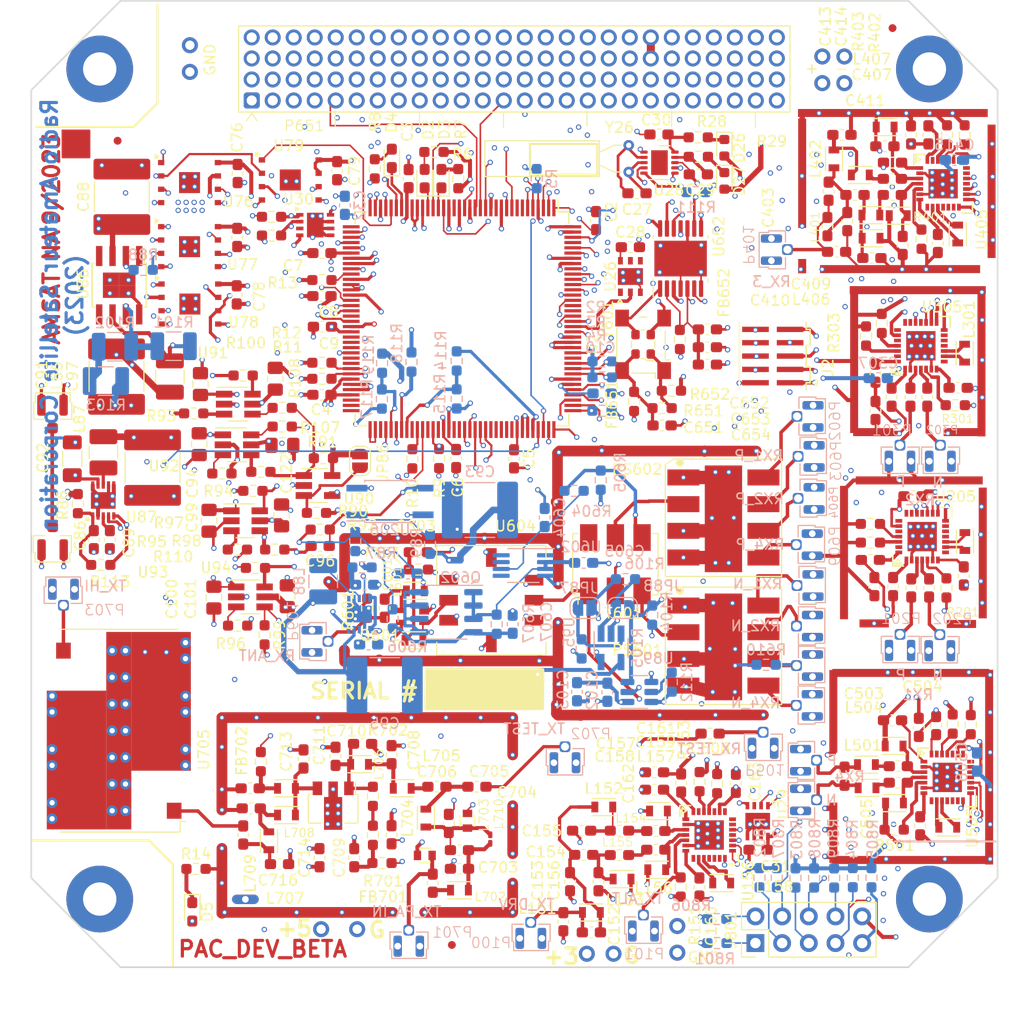
<source format=kicad_pcb>
(kicad_pcb (version 20221018) (generator pcbnew)
  (title_block (title "PacSat Alpha Board") (rev "0"))
  (layers (0 "F.Cu" signal "Top Components.Cu") (1 "In1.Cu" power "GND.Cu") (2 "In2.Cu" power "Signal 1 H.Cu") (3 "In3.Cu" signal "Signal 2 V.Cu") (4 "In4.Cu" signal "Power.Cu") (31 "B.Cu" signal "BackComponets.Cu") (34 "B.Paste" user) (35 "F.Paste" user) (36 "B.SilkS" user "B.Silkscreen") (37 "F.SilkS" user "F.Silkscreen") (38 "B.Mask" user) (39 "F.Mask" user) (44 "Edge.Cuts" user))
  (net 0 "")
  (net 1 "GND")
  (net 2 "+3.3V")
  (net 3 "+1V2")
  (net 4 "Net-(U26-CEXT)")
  (net 5 "Net-(C96-Pad1)")
  (net 6 "-2V BIAS")
  (net 7 "+5V")
  (net 8 "Net-(U28-X2)")
  (net 9 "Net-(U87-SS)")
  (net 10 "REG_3V3")
  (net 11 "REG_1V2")
  (net 12 "AX5043_3V3")
  (net 13 "SSPA_VCC")
  (net 14 "TX_OUT_DRV")
  (net 15 "/TX_ax5043/TXb_N")
  (net 16 "/TX_ax5043/TXb_P")
  (net 17 "/TX_ax5043/TXANT_P")
  (net 18 "/TX_ax5043/TXa_P")
  (net 19 "/TX_ax5043/TCANT_N")
  (net 20 "/TX_ax5043/TXa_N")
  (net 21 "Net-(U28-X1)")
  (net 22 "Net-(C603-Pad1)")
  (net 23 "Net-(C152-Pad1)")
  (net 24 "/RX_1_ax5044/RXANT_P")
  (net 25 "/RX_1_ax5044/RX1_P")
  (net 26 "/RX_1_ax5044/RXANT_N")
  (net 27 "/RX_1_ax5044/RX1_N")
  (net 28 "/RX_2_ax5045/RX2ANT_P")
  (net 29 "/RX_2_ax5045/RX2a_P")
  (net 30 "Net-(C159-Pad1)")
  (net 31 "Net-(C160-Pad1)")
  (net 32 "Net-(D2-K)")
  (net 33 "Net-(D2-A)")
  (net 34 "Net-(U156-CLK16P)")
  (net 35 "Net-(D3-K)")
  (net 36 "/RX_2_ax5045/RX2ANT_N")
  (net 37 "Net-(D3-A)")
  (net 38 "/RX_2_ax5045/RX2A_N")
  (net 39 "Net-(C203-Pad1)")
  (net 40 "Net-(U205-CLK16P)")
  (net 41 "Net-(U305-CLK16P)")
  (net 42 "Net-(P601-In)")
  (net 43 "Net-(C402-Pad1)")
  (net 44 "/RX_3_ax5045/RX3b_N")
  (net 45 "/RX_3_ax5045/RX3b_P")
  (net 46 "UART_RX1")
  (net 47 "UART_TX1")
  (net 49 "/RX_3_ax5045/RX3_P")
  (net 50 "Net-(C411-Pad1)")
  (net 51 "ATTACHED")
  (net 52 "ALERT_SIGNAL")
  (net 53 "FCODE_D0")
  (net 54 "FCODE_D3")
  (net 55 "FCODE_STROBE")
  (net 56 "CMD_MODE")
  (net 57 "Net-(C412-Pad1)")
  (net 58 "Net-(U405-CLK16P)")
  (net 59 "Net-(U305-L2)")
  (net 60 "Net-(U305-L1)")
  (net 61 "Net-(U405-L2)")
  (net 62 "Net-(U405-L1)")
  (net 63 "Net-(U505-L2)")
  (net 64 "Net-(U505-L1)")
  (net 65 "/RX_3_ax5045/RX3_N")
  (net 66 "/RX_3_ax5045/RX3a_P")
  (net 67 "Net-(C505-Pad1)")
  (net 68 "Net-(U505-CLK16P)")
  (net 69 "Net-(Q601-G)")
  (net 70 "VSYS")
  (net 71 "PB_ENABLE")
  (net 73 "UART_TX2")
  (net 74 "UART_RX2")
  (net 78 "Net-(T601-AA)")
  (net 79 "Net-(U90-EN_N)")
  (net 80 "Net-(U2-N2HET1_11)")
  (net 81 "Net-(R89-Pad1)")
  (net 82 "Net-(U94-SETI)")
  (net 83 "Net-(U92-ON)")
  (net 84 "Net-(U205-ANTP1)")
  (net 85 "Clock0")
  (net 86 "Net-(C303-Pad1)")
  (net 87 "Net-(C304-Pad1)")
  (net 88 "Clock1")
  (net 89 "Net-(U405-ANTP1)")
  (net 90 "/RX_3_ax5045/RX3a_N")
  (net 91 "Clock2")
  (net 95 "Net-(C504-Pad1)")
  (net 102 "Clock3")
  (net 111 "Net-(C602-Pad1)")
  (net 114 "Net-(U405-GPADC1)")
  (net 115 "Net-(U405-GPADC2)")
  (net 124 "Net-(U505-ANTP1)")
  (net 127 "Net-(U505-GPADC1)")
  (net 128 "Net-(U505-GPADC2)")
  (net 130 "Clock4")
  (net 131 "AX5043_SEL_TX")
  (net 132 "AX5043_IRQ")
  (net 133 "AX5043_SEL1")
  (net 134 "AX5043_MOSI")
  (net 135 "AX5043_SEL2")
  (net 136 "AX5043_MISO")
  (net 137 "AX5043_SEL3")
  (net 138 "AX5043_CLK")
  (net 139 "Net-(U205-L2)")
  (net 140 "Net-(U205-L1)")
  (net 141 "FAULT_N")
  (net 142 "Net-(J2-P10)")
  (net 143 "Net-(U2-nTRST)")
  (net 144 "Net-(D4-A)")
  (net 145 "VER_BIT3")
  (net 146 "VER_BIT2")
  (net 147 "VER_BIT1")
  (net 148 "VER_BIT0")
  (net 149 "Net-(U2-nPORRST)")
  (net 150 "I2C_SDA")
  (net 151 "I2C_SCL")
  (net 152 "Net-(U92-SETI)")
  (net 153 "AX5043_SEL4")
  (net 154 "Net-(U205-GPADC1)")
  (net 155 "Net-(U156-GPADC1)")
  (net 156 "Net-(U156-GPADC2)")
  (net 157 "Net-(U305-GPADC1)")
  (net 158 "Net-(U305-GPADC2)")
  (net 159 "Net-(T601-SC)")
  (net 160 "USB_Suspend_Low")
  (net 161 "UART_CTS")
  (net 162 "UART_RTS")
  (net 163 "AX5043_IRQ_RX1")
  (net 166 "AX5043_IRQ_RX3")
  (net 167 "Net-(U91-SETI)")
  (net 168 "PWR_SW_AX5043")
  (net 169 "PWR_FLAG_AX5043")
  (net 170 "PWR_SW_SSPA")
  (net 171 "PWR_FLAG_SSPA")
  (net 172 "Clock5")
  (net 180 "Net-(U156-L1)")
  (net 181 "Net-(U156-L2)")
  (net 185 "Net-(D4-K)")
  (net 186 "Net-(J2-P6)")
  (net 187 "Net-(J2-P4)")
  (net 188 "Net-(J2-P2)")
  (net 189 "Net-(J2-P8)")
  (net 190 "Net-(J2-P7)")
  (net 193 "Net-(U87-LX)")
  (net 194 "Net-(C204-Pad2)")
  (net 195 "WDO_N")
  (net 196 "MRAM_NCS3")
  (net 197 "MRAM_NCS2")
  (net 198 "MRAM_NCS1")
  (net 201 "MRAM_MOSI")
  (net 202 "MRAM_MISO")
  (net 203 "MRAM_CLK")
  (net 204 "MRAM_NCS0")
  (net 205 "ONEWIRE")
  (net 206 "FEED_WATCHDOG")
  (net 211 "HW_POWER_OFF_N")
  (net 222 "Net-(U2-AD1IN_6)")
  (net 226 "AX5043_IRQ_RX2")
  (net 228 "AX5043_IRQ_TX")
  (net 236 "Current Fault_1V2")
  (net 238 "Net-(U2-AD1IN_13)")
  (net 239 "Current Fault_3V3")
  (net 240 "Net-(U2-AD1IN_12)")
  (net 241 "CURRENT_FAULT_U89")
  (net 253 "Net-(U88-SS)")
  (net 254 "REG_5.0V")
  (net 255 "Net-(U86-OUT)")
  (net 256 "Net-(U88-LX)")
  (net 257 "Net-(U93-SETI)")
  (net 258 "Net-(U91-ON)")
  (net 259 "REG_5V_EN")
  (net 262 "Net-(D26-K)")
  (net 263 "Net-(D27-K)")
  (net 265 "/Rx_Power_Divider/S+")
  (net 266 "/Rx_Power_Divider/S-")
  (net 267 "Net-(U156-VDD_IO)")
  (net 269 "Net-(U602-OUT)")
  (net 270 "/Rx_Power_Divider/Port4_N")
  (net 273 "/RX_4_ax5045/RX4b_P")
  (net 274 "/RX_4_ax5045/RX4b_N")
  (net 277 "/RX_4_ax5045/RX4ANT_P")
  (net 278 "/RX_4_ax5045/RX4a_P")
  (net 279 "/RX_4_ax5045/RX4ANT_N")
  (net 280 "/RX_4_ax5045/RX4a_N")
  (net 281 "Net-(Q602-Gate)")
  (net 282 "Net-(Q601-D)")
  (net 283 "Net-(Q602-D-Pad5)")
  (net 284 "/Rx_Power_Divider/Port3_N")
  (net 285 "/Rx_Power_Divider/Port2_N")
  (net 286 "/Rx_Power_Divider/Port1_N")
  (net 287 "/Rx_Power_Divider/Port4_P")
  (net 288 "/Rx_Power_Divider/Port3_P")
  (net 289 "/Rx_Power_Divider/Port2_P")
  (net 290 "Net-(P610-In)")
  (net 291 "Net-(U28-Vbat)")
  (net 292 "Net-(U28-VCC)")
  (net 293 "Net-(U87-IN)")
  (net 294 "Net-(U88-D1)")
  (net 295 "Net-(U602-Vin)")
  (net 296 "Net-(U652-1G)")
  (net 297 "Net-(U88-INP)")
  (net 298 "AX5043_IRQ_RX4")
  (net 301 "GIOB_3")
  (net 302 "GIOA_2")
  (net 303 "GOIB_1")
  (net 367 "GIOA_6")
  (net 372 "Net-(P701-In)")
  (net 373 "Net-(C701-Pad2)")
  (net 374 "Net-(C702-Pad2)")
  (net 375 "Net-(C703-Pad2)")
  (net 376 "Net-(C705-Pad1)")
  (net 377 "Net-(P702-In)")
  (net 378 "Net-(C706-Pad1)")
  (net 379 "Net-(C708-Pad1)")
  (net 380 "Net-(C709-Pad1)")
  (net 381 "Net-(Q701-G)")
  (net 382 "Net-(C712-Pad1)")
  (net 383 "Net-(Q701-D)")
  (net 384 "Net-(C715-Pad1)")
  (net 385 "Net-(C716-Pad1)")
  (net 386 "Net-(U705-IN)")
  (net 387 "Net-(R701-Pad2)")
  (net 388 "Net-(U205-GPADC2)")
  (net 389 "Net-(U305-ANTP1)")
  (net 392 "/Rx_Power_Divider/Port1_P")
  (net 393 "Net-(D5-K)")
  (net 394 "Net-(U86-FB)")
  (net 395 "Net-(R102-Pad2)")
  (net 396 "Net-(TP1-In)")
  (net 397 "Net-(Y601-VDD)")
  (net 398 "Net-(Y601-VC)")
  (net 399 "Net-(U652-CLKIN)")
  (net 400 "Net-(U95-EN_N)")
  (net 401 "Alarm XMIT Shutdown")
  (net 402 "Net-(U95-WDO_N)")
  (net 403 "Net-(U89-CT)")
  (net 404 "Net-(U28-INTB_N)")
  (net 405 "Net-(U89-QOD)")
  (net 406 "Net-(P401-In)")
  (net 407 "Net-(P101-In)")
  (net 408 "Net-(P703-In)")
  (footprint "Capacitor_SMD:C_0603_1608Metric_Pad1.08x0.95mm_HandSolder" (layer "F.Cu") (at 203.7715 78.9305 90)
    (fp_text reference "C2")
    (fp_text value "100n")
  )
  (footprint "Capacitor_SMD:C_0603_1608Metric_Pad1.08x0.95mm_HandSolder" (layer "F.Cu") (at 185.928 74.93 90)
    (fp_text reference "C3")
    (fp_text value "100n")
  )
  (footprint "Capacitor_SMD:C_0603_1608Metric_Pad1.08x0.95mm_HandSolder" (layer "F.Cu") (at 177.673 95.504 180)
    (fp_text reference "C4")
    (fp_text value "100n")
  )
  (footprint "Capacitor_SMD:C_0603_1608Metric_Pad1.08x0.95mm_HandSolder" (layer "F.Cu") (at 195.961 101.6 -90)
    (fp_text reference "C5")
    (fp_text value "100n")
  )
  (footprint "Capacitor_SMD:C_0603_1608Metric_Pad1.08x0.95mm_HandSolder" (layer "F.Cu") (at 190.4492 101.5746 -90)
    (fp_text reference "C6")
    (fp_text value "100n")
  )
  (footprint "Capacitor_SMD:C_0603_1608Metric_Pad1.08x0.95mm_HandSolder" (layer "F.Cu") (at 177.673 82.0166 180)
    (fp_text reference "C7")
    (fp_text value "100n")
  )
  (footprint "Capacitor_SMD:C_0603_1608Metric_Pad1.08x0.95mm_HandSolder" (layer "F.Cu") (at 177.673 86.106 180)
    (fp_text reference "C8")
    (fp_text value "100n")
  )
  (footprint "Capacitor_SMD:C_0603_1608Metric_Pad1.08x0.95mm_HandSolder" (layer "F.Cu") (at 177.7238 89.027 180)
    (fp_text reference "C9")
    (fp_text value "100n")
  )
  (footprint "LED_SMD:LED_0603_1608Metric_Pad1.05x0.95mm_HandSolder" (layer "F.Cu") (at 187.452 74.93 90)
    (fp_text reference "D2")
    (fp_text value "RED")
  )
  (footprint "LED_SMD:LED_0603_1608Metric_Pad1.05x0.95mm_HandSolder" (layer "F.Cu") (at 189.0522 74.93 90)
    (fp_text reference "D3")
    (fp_text value "YEL")
  )
  (footprint "PacSatDev_ti:TQFP-144_20x20mm_Pitch0.5mm" (layer "F.Cu") (at 191.008 88.265 -90)
    (fp_text reference "U2")
    (fp_text value "TMS570LS0914PGE")
  )
  (footprint "Capacitor_SMD:C_0805_2012Metric_Pad1.18x1.45mm_HandSolder" (layer "F.Cu") (at 165.989 100.208 -90)
    (fp_text reference "C98" hide)
    (fp_text value "1u")
  )
  (footprint "Capacitor_SMD:C_0805_2012Metric_Pad1.18x1.45mm_HandSolder" (layer "F.Cu") (at 166.924 107.5 -90)
    (fp_text reference "C99")
    (fp_text value "1u")
  )
  (footprint "Resistor_SMD:R_0603_1608Metric_Pad0.98x0.95mm_HandSolder" (layer "F.Cu") (at 238.866973 70.765075 90)
    (fp_text reference "R402")
    (fp_text value "0R")
  )
  (footprint "Capacitor_SMD:C_0603_1608Metric_Pad1.08x0.95mm_HandSolder" (layer "F.Cu") (at 190.7665 140.628)
    (fp_text reference "C702" hide)
    (fp_text value "5p6")
  )
  (footprint "Capacitor_SMD:C_0603_1608Metric_Pad1.08x0.95mm_HandSolder" (layer "F.Cu") (at 180.7464 139.5741 90)
    (fp_text reference "C709")
    (fp_text value "100p")
  )
  (footprint "PacSatDev_misc:L_Murata_LQH2MCNxxxx02_2.0x1.6mm" (layer "F.Cu") (at 237.2614 136.6774)
    (fp_text reference "L505" hide)
    (fp_text value "0")
  )
  (footprint "Capacitor_SMD:C_0603_1608Metric_Pad1.08x0.95mm_HandSolder" (layer "F.Cu") (at 232.5487 130.864473 180)
    (fp_text reference "C502" hide)
    (fp_text value "22p")
  )
  (footprint "PacSatDev_misc:RF_SHIELD_BMI_S_202_F_U401" (layer "F.Cu") (at 223.319973 68.733075 -90)
    (fp_text reference "U401" hide)
    (fp_text value "RFShield_OnePiece")
  )
  (footprint "PacSatDev_misc:Wire_Hole" (layer "F.Cu") (at 227.4136 63.3 90)
    (fp_text reference "H20" hide)
    (fp_text value "Wire_Hole" hide)
  )
  (footprint "Capacitor_SMD:C_0603_1608Metric_Pad1.08x0.95mm_HandSolder" (layer "F.Cu") (at 178.9684 129.9221 90)
    (fp_text reference "C711")
    (fp_text value "15p")
  )
  (footprint "Resistor_SMD:R_0603_1608Metric_Pad0.98x0.95mm_HandSolder" (layer "F.Cu") (at 177.510754 108.334546 180)
    (fp_text reference "R92")
    (fp_text value "1K")
  )
  (footprint "Resistor_SMD:R_0603_1608Metric_Pad0.98x0.95mm_HandSolder" (layer "F.Cu") (at 171.8564 102.8446)
    (fp_text reference "R109" hide)
    (fp_text value "0R")
  )
  (footprint "Capacitor_SMD:C_0603_1608Metric_Pad1.08x0.95mm_HandSolder" (layer "F.Cu") (at 235.482 113.8943 -90)
    (fp_text reference "C202" hide)
    (fp_text value "4p3")
  )
  (footprint "Capacitor_SMD:C_0603_1608Metric_Pad1.08x0.95mm_HandSolder" (layer "F.Cu") (at 211.875 132.461 -90)
    (fp_text reference "C162")
    (fp_text value "10p")
  )
  (footprint "Capacitor_SMD:C_2220_5650Metric_Pad1.97x5.40mm_HandSolder" (layer "F.Cu") (at 158.115 93.777 -90)
    (fp_text reference "C91")
    (fp_text value "22u")
  )
  (footprint "Package_TO_SOT_SMD:SOT-89-3" (layer "F.Cu") (at 178.7384 134.9201 -90)
    (fp_text reference "Q701" hide)
    (fp_text value "ATF05MS004NT1")
  )
  (footprint "Capacitor_SMD:C_0603_1608Metric_Pad1.08x0.95mm_HandSolder" (layer "F.Cu") (at 175.9204 130.1761 90)
    (fp_text reference "C713")
    (fp_text value "2200p")
  )
  (footprint "Fiducial:Fiducial_0.75mm_Mask1.5mm" (layer "F.Cu") (at 190.0428 147.8788)
    (fp_text reference "REF**" hide)
    (fp_text value "Fiducial_0.75mm_Mask1.5mm")
  )
  (footprint "PacSatDev_everspin:MR2xH40_DFN_SmallFlag" (layer "F.Cu") (at 165.067 81.407 -90)
    (fp_text reference "U77")
    (fp_text value "MR25H40CDE" hide)
  )
  (footprint "Capacitor_SMD:C_0603_1608Metric_Pad1.08x0.95mm_HandSolder" (layer "F.Cu") (at 210.058 98.425)
    (fp_text reference "C651")
    (fp_text value "0.1u")
  )
  (footprint "Resistor_SMD:R_0603_1608Metric_Pad0.98x0.95mm_HandSolder" (layer "F.Cu") (at 165.462 97.282 180)
    (fp_text reference "R93")
    (fp_text value "45k8 1%")
  )
  (footprint "PacSatDev_misc:U_FL SMD" (layer "F.Cu") (at 152.019 96.4946 180)
    (fp_text reference "TP2" hide)
    (fp_text value "U_FL")
  )
  (footprint "Capacitor_SMD:C_0603_1608Metric_Pad1.08x0.95mm_HandSolder" (layer "F.Cu") (at 229.894 111.2273)
    (fp_text reference "C206" hide)
    (fp_text value "10p")
  )
  (footprint "Resistor_SMD:R_0603_1608Metric_Pad0.98x0.95mm_HandSolder" (layer "F.Cu") (at 182.7022 74 90)
    (fp_text reference "R8")
    (fp_text value "3K")
  )
  (footprint "Capacitor_SMD:C_0603_1608Metric_Pad1.08x0.95mm_HandSolder" (layer "F.Cu") (at 232.053 113.7673 -90)
    (fp_text reference "C203" hide)
    (fp_text value "10n")
  )
  (footprint "PacSatDev_misc:Wire_Hole" (layer "F.Cu") (at 181.0258 146.3802 90)
    (fp_text reference "H15" hide)
    (fp_text value "Wire_Hole" hide)
  )
  (footprint "LED_SMD:LED_0603_1608Metric_Pad1.05x0.95mm_HandSolder" (layer "F.Cu") (at 165.3286 144.7292 -90)
    (fp_text reference "D5")
    (fp_text value "LED")
  )
  (footprint "Capacitor_SMD:C_0603_1608Metric_Pad1.08x0.95mm_HandSolder" (layer "F.Cu") (at 214.376 89.281)
    (fp_text reference "C652")
    (fp_text value "0.1u")
  )
  (footprint "Resistor_SMD:R_0603_1608Metric_Pad0.98x0.95mm_HandSolder" (layer "F.Cu") (at 181.973489 115.824 90)
    (fp_text reference "R601")
    (fp_text value "5 Meg")
  )
  (footprint "Capacitor_SMD:C_0603_1608Metric_Pad1.08x0.95mm_HandSolder" (layer "F.Cu") (at 227.690973 79.020075 -90)
    (fp_text reference "C403")
    (fp_text value "27p")
  )
  (footprint "Capacitor_SMD:C_0603_1608Metric_Pad1.08x0.95mm_HandSolder" (layer "F.Cu") (at 226.674973 81.9)
    (fp_text reference "C401" hide)
    (fp_text value "27p")
  )
  (footprint "PacSatDev_maxim:TDFN_T633_2" (layer "F.Cu") (at 207.042 84.2475 90)
    (fp_text reference "U26")
    (fp_text value "DS28E83Q+T" hide)
  )
  (footprint "Capacitor_SMD:C_0603_1608Metric_Pad1.08x0.95mm_HandSolder" (layer "F.Cu") (at 235.307 95.7326 -90)
    (fp_text reference "C302" hide)
    (fp_text value "4p3")
  )
  (footprint "PacSatDev_misc:TDFN-10-1EP_3x3mm_P0.5mm_EP0.9x2mm" (layer "F.Cu") (at 209.8075 73.406)
    (fp_text reference "U28")
    (fp_text value "MAX31331TETB+")
  )
  (footprint "Resistor_SMD:R_0603_1608Metric_Pad0.98x0.95mm_HandSolder" (layer "F.Cu") (at 173.8884 98.5266 180)
    (fp_text reference "R107")
    (fp_text value "10K")
  )
  (footprint "Resistor_SMD:R_0603_1608Metric_Pad0.98x0.95mm_HandSolder" (layer "F.Cu") (at 173.181 110.241)
    (fp_text reference "R98")
    (fp_text value "4.7k")
  )
  (footprint "Resistor_SMD:R_0603_1608Metric_Pad0.98x0.95mm_HandSolder" (layer "F.Cu") (at 172.8743 78.5622)
    (fp_text reference "R30" hide)
    (fp_text value "4k7")
  )
  (footprint "Capacitor_SMD:C_0603_1608Metric_Pad1.08x0.95mm_HandSolder" (layer "F.Cu") (at 234.5 127.164 90)
    (fp_text reference "C506" hide)
    (fp_text value "6.8p")
  )
  (footprint "PacSatDev_misc:CUBESAT_MOUNT_HOLE" (layer "F.Cu") (at 235.5088 143.51)
    (fp_text reference "H104" hide)
    (fp_text value "CUBESAT_MOUNT_HOLE" hide)
  )
  (footprint "PacSatDev_misc:PacSat_Dev_4_26" (layer "F.Cu") (at 170.9856 67.4906)
    (fp_text reference "P651")
    (fp_text value "Conn_04x26_Pin")
  )
  (footprint "PacSatDev_misc:Wire_Hole" (layer "F.Cu") (at 205.4352 148.717 180)
    (fp_text reference "H13" hide)
    (fp_text value "Wire_Hole" hide)
  )
  (footprint "PacSatDev_misc:L_Murata_LQH2MCNxxxx02_2.0x1.6mm" (layer "F.Cu") (at 229.957488 80.59794)
    (fp_text reference "L403" hide)
    (fp_text value "68n")
  )
  (footprint "Resistor_SMD:R_0603_1608Metric_Pad0.98x0.95mm_HandSolder" (layer "F.Cu") (at 177.1555 106.751)
    (fp_text reference "R90")
    (fp_text value "10k")
  )
  (footprint "Capacitor_SMD:C_0603_1608Metric_Pad1.08x0.95mm_HandSolder" (layer "F.Cu") (at 227.182973 70.765075)
    (fp_text reference "C405" hide)
    (fp_text value "1p")
  )
  (footprint "PacSatDev_maxim:TDFN_T1033_1" (layer "F.Cu") (at 156.853 105.5685 90)
    (fp_text reference "U87")
    (fp_text value "MAX1556AEBT+" hide)
  )
  (footprint "Capacitor_SMD:C_0603_1608Metric_Pad1.08x0.95mm_HandSolder" (layer "F.Cu") (at 203.327 146.685 180)
    (fp_text reference "C152")
    (fp_text value "NS")
  )
  (footprint "Capacitor_SMD:C_0603_1608Metric_Pad1.08x0.95mm_HandSolder" (layer "F.Cu") (at 238.784 112.7513 90)
    (fp_text reference "C204" hide)
    (fp_text value "10n")
  )
  (footprint "Capacitor_SMD:C_0603_1608Metric_Pad1.08x0.95mm_HandSolder" (layer "F.Cu") (at 233.760473 70.765075 90)
    (fp_text reference "C413")
    (fp_text value "6.8p")
  )
  (footprint "PacSatDev_murata:L_0603" (layer "F.Cu") (at 191.5285 136.056 -90)
    (fp_text reference "L703")
    (fp_text value "18n")
  )
  (footprint "Capacitor_SMD:C_0603_1608Metric_Pad1.08x0.95mm_HandSolder" (layer "F.Cu") (at 157.48 109.3005 -90)
    (fp_text reference "C89")
    (fp_text value "1000p")
  )
  (footprint "Inductor_SMD:L_0603_1608Metric_Pad1.05x0.95mm_HandSolder" (layer "F.Cu") (at 225.8 79.5 -90)
    (fp_text reference "L401")
    (fp_text value "30nh")
  )
  (footprint "Capacitor_SMD:C_0603_1608Metric_Pad1.08x0.95mm_HandSolder" (layer "F.Cu") (at 169.602354 80.529653 -90)
    (fp_text reference "C77" hide)
    (fp_text value "100n")
  )
  (footprint "Resistor_SMD:R_0603_1608Metric_Pad0.98x0.95mm_HandSolder" (layer "F.Cu") (at 237.133 113.8943 -90)
    (fp_text reference "R201")
    (fp_text value "50")
  )
  (footprint "PacSatDev_misc:L_Murata_LQH2MCNxxxx02_2.0x1.6mm" (layer "F.Cu") (at 174.2959 135.5101)
    (fp_text reference "L708")
    (fp_text value "2n55")
  )
  (footprint "PacSatDev_misc:Mini-Circuits_HF1139_LandPatternPL-230" (layer "F.Cu") (at 158.3309 127.4826 180)
    (fp_text reference "U705")
    (fp_text value "SXBP-425+")
  )
  (footprint "PacSatDev_misc:Wire_Hole" (layer "F.Cu") (at 211.5058 148.6154 90)
    (fp_text reference "H10" hide)
    (fp_text value "Wire_Hole" hide)
  )
  (footprint "Resistor_SMD:R_0603_1608Metric_Pad0.98x0.95mm_HandSolder" (layer "F.Cu") (at 173.8884 96.7486)
    (fp_text reference "R108")
    (fp_text value "0R")
  )
  (footprint "Capacitor_SMD:C_0603_1608Metric_Pad1.08x0.95mm_HandSolder" (layer "F.Cu") (at 186.856 110.49)
    (fp_text reference "C603")
    (fp_text value "0.1 u")
  )
  (footprint "PacSatDev_misc:L_Murata_LQH2MCNxxxx02_2.0x1.6mm" (layer "F.Cu") (at 190.7665 142.66)
    (fp_text reference "L702")
    (fp_text value "43n")
  )
  (footprint "PacSatDev_misc:CUBESAT_MOUNT_HOLE" (layer "F.Cu") (at 235.5088 64.4906)
    (fp_text reference "H103" hide)
    (fp_text value "CUBESAT_MOUNT_HOLE" hide)
  )
  (footprint "PacSatDev_misc:L_Murata_LQH2MCNxxxx02_2.0x1.6mm" (layer "F.Cu") (at 181.2544 130.6841 180)
    (fp_text reference "L706")
    (fp_text value "5n5")
  )
  (footprint "Resistor_SMD:R_0603_1608Metric_Pad0.98x0.95mm_HandSolder" (layer "F.Cu") (at 234.757029 80.693912 -90)
    (fp_text reference "R401")
    (fp_text value "50")
  )
  (footprint "Capacitor_SMD:C_0603_1608Metric_Pad1.08x0.95mm_HandSolder" (layer "F.Cu") (at 213.5124 74.5236 180)
    (fp_text reference "C29")
    (fp_text value "22u")
  )
  (footprint "Capacitor_SMD:C_0603_1608Metric_Pad1.08x0.95mm_HandSolder" (layer "F.Cu") (at 169.642268 74.442776 -90)
    (fp_text reference "C76")
    (fp_text value "100n")
  )
  (footprint "PacSatDev_misc:Wire_Hole" (layer "F.Cu") (at 211.5058 146.0754 90)
    (fp_text reference "H11" hide)
    (fp_text value "Wire_Hole" hide)
  )
  (footprint "Capacitor_SMD:C_0603_1608Metric_Pad1.08x0.95mm_HandSolder" (layer "F.Cu") (at 214.63 127.762 180)
    (fp_text reference "C606")
    (fp_text value "1u")
  )
  (footprint "Capacitor_SMD:C_0603_1608Metric_Pad1.08x0.95mm_HandSolder" (layer "F.Cu") (at 202.6 139.3 180)
    (fp_text reference "C154")
    (fp_text value "5p1")
  )
  (footprint "PacSatDev_misc:L_Murata_LQH2MCNxxxx02_2.0x1.6mm" (layer "F.Cu") (at 232.185808 134.368333)
    (fp_text reference "L504")
    (fp_text value "68n")
  )
  (footprint "PacSatDev_misc:L_Murata_LQH2MCNxxxx02_2.0x1.6mm" (layer "F.Cu") (at 229.5144 130.7084)
    (fp_text reference "L501")
    (fp_text value "68n")
  )
  (footprint "PacSatDev_misc:L_Murata_LQH2MCNxxxx02_2.0x1.6mm" (layer "F.Cu") (at 206.248 141.605)
    (fp_text reference "L153")
    (fp_text value "27n")
  )
  (footprint "Resistor_SMD:R_0603_1608Metric_Pad0.98x0.95mm_HandSolder" (layer "F.Cu") (at 172.212 118.364 -90)
    (fp_text reference "R99")
    (fp_text value "4.7k")
  )
  (footprint "Capacitor_SMD:C_0603_1608Metric_Pad1.08x0.95mm_HandSolder" (layer "F.Cu") (at 179.113526 74.173365 -90)
    (fp_text reference "C79")
    (fp_text value "100n")
  )
  (footprint "Package_TO_SOT_SMD:SOT-23-6_Handsoldering" (layer "F.Cu") (at 169.7095 96.398)
    (fp_text reference "U91")
    (fp_text value "MAX4995ALAUT")
  )
  (footprint "Resistor_SMD:R_0603_1608Metric_Pad0.98x0.95mm_HandSolder" (layer "F.Cu") (at 182.5244 133.7321 90)
    (fp_text reference "R702")
    (fp_text value "22")
  )
  (footprint "Capacitor_SMD:C_0603_1608Metric_Pad1.08x0.95mm_HandSolder" (layer "F.Cu") (at 192.4304 132.8166)
    (fp_text reference "C705")
    (fp_text value "2200p")
  )
  (footprint "Capacitor_SMD:C_0603_1608Metric_Pad1.08x0.95mm_HandSolder" (layer "F.Cu") (at 177.4444 139.5741 90)
    (fp_text reference "C714")
    (fp_text value "10u")
  )
  (footprint "Resistor_SMD:R_0603_1608Metric_Pad0.98x0.95mm_HandSolder" (layer "F.Cu") (at 229.894 107.7983 180)
    (fp_text reference "R203" hide)
    (fp_text value "0R")
  )
  (footprint "Capacitor_SMD:C_0805_2012Metric_Pad1.18x1.45mm_HandSolder" (layer "F.Cu") (at 166.1065 94.488 90)
    (fp_text reference "C97")
    (fp_text value "1u")
  )
  (footprint "RF_Mini-Circuits:Mini-Circuits_CD542_H2.84mm" (layer "F.Cu") (at 205.613 111.633 90)
    (fp_text reference "T601")
    (fp_text value "ADT4-1WT+")
  )
  (footprint "Capacitor_SMD:C_0603_1608Metric_Pad1.08x0.95mm_HandSolder" (layer "F.Cu") (at 213.614 142.367 -90)
    (fp_text reference "C160")
    (fp_text value "10n")
  )
  (footprint "Inductor_SMD:L_1210_3225Metric_Pad1.42x2.65mm_HandSolder" (layer "F.Cu") (at 156.869 100.984 90)
    (fp_text reference "L87")
    (fp_text value "3u3")
  )
  (footprint "Capacitor_SMD:C_0603_1608Metric_Pad1.08x0.95mm_HandSolder" (layer "F.Cu") (at 209.462 137.033 180)
    (fp_text reference "C157")
    (fp_text value "4p3")
  )
  (footprint "Capacitor_SMD:C_0603_1608Metric_Pad1.08x0.95mm_HandSolder" (layer "F.Cu") (at 232.970847 81.289306 -90)
    (fp_text reference "C408" hide)
    (fp_text value "10p")
  )
  (footprint "PacSatDev_misc:Wire_Hole" (layer "F.Cu") (at 225.3136 63.3 90)
    (fp_text reference "H18" hide)
    (fp_text value "Wire_Hole" hide)
  )
  (footprint "PacSatDev_misc:L_Murata_LQH2MCNxxxx02_2.0x1.6mm" (layer "F.Cu") (at 172.6184 137.9621 90)
    (fp_text reference "L709")
    (fp_text value "8n1")
  )
  (footprint "Capacitor_SMD:C_0603_1608Metric_Pad1.08x0.95mm_HandSolder" (layer "F.Cu") (at 209.764 70.723 180)
    (fp_text reference "C30")
    (fp_text value "22u")
  )
  (footprint "PacSatDev_misc:Wire_Hole" (layer "F.Cu") (at 227.4136 65.84 90)
    (fp_text reference "H21" hide)
    (fp_text value "Wire_Hole" hide)
  )
  (footprint "PacSatDev_misc:L_Murata_LQH2MCNxxxx02_2.0x1.6mm" (layer "F.Cu") (at 203.327 144.78)
    (fp_text reference "L151")
    (fp_text value "0")
  )
  (footprint "Resistor_SMD:R_0603_1608Metric_Pad0.98x0.95mm_HandSolder" (layer "F.Cu") (at 229.894 109.5763 180)
    (fp_text reference "R202" hide)
    (fp_text value "0R")
  )
  (footprint "PacSatDev_misc:L_Murata_LQH2MCNxxxx02_2.0x1.6mm" (layer "F.Cu") (at 229.574684 132.92384)
    (fp_text reference "L502" hide)
    (fp_text value "68n")
  )
  (footprint "Resistor_SMD:R_0603_1608Metric_Pad0.98x0.95mm_HandSolder" (layer "F.Cu") (at 213.5124 72.8472)
    (fp_text reference "R29")
    (fp_text value "4k7")
  )
  (footprint "Package_TO_SOT_SMD:SOT-23-6_Handsoldering" (layer "F.Cu") (at 169.592 100.269)
    (fp_text reference "U92")
    (fp_text value "MAX4995ALAUT")
  )
  (footprint "PacSatDev_misc:RF_SHIELD_BMI_S_201_F_U301" (layer "F.Cu") (at 228.326932 99.1616)
    (fp_text reference "U301" hide)
    (fp_text value "RFShield_OnePiece")
  )
  (footprint "Resistor_SMD:R_0603_1608Metric_Pad0.98x0.95mm_HandSolder" (layer "F.Cu") (at 210.947 95.123)
    (fp_text reference "R652")
    (fp_text value "10K")
  )
  (footprint "Resistor_SMD:R_0603_1608Metric_Pad0.98x0.95mm_HandSolder" (layer "F.Cu") (at 237.974 96.4946)
    (fp_text reference "R301")
    (fp_text value "50")
  )
  (footprint "Capacitor_SMD:C_0603_1608Metric_Pad1.08x0.95mm_HandSolder" (layer "F.Cu") (at 232.0025 73.406 180)
    (fp_text reference "C411")
    (fp_text value "10n")
  )
  (footprint "Resistor_SMD:R_0603_1608Metric_Pad0.98x0.95mm_HandSolder" (layer "F.Cu") (at 172.8743 80.3402)
    (fp_text reference "R31" hide)
    (fp_text value "4k7")
  )
  (footprint "Capacitor_SMD:C_0603_1608Metric_Pad1.08x0.95mm_HandSolder" (layer "F.Cu") (at 233.7054 95.7326 -90)
    (fp_text reference "C301" hide)
    (fp_text value "4p3")
  )
  (footprint "Capacitor_SMD:C_0603_1608Metric_Pad1.08x0.95mm_HandSolder" (layer "F.Cu") (at 188.2265 141.9985 -90)
    (fp_text reference "C701" hide)
    (fp_text value "4p3")
  )
  (footprint "PacSatDev_misc:TB-471" (layer "F.Cu") (at 186.3 116.6 90)
    (fp_text reference "Q601")
    (fp_text value "SAV-331+")
  )
  (footprint "Resistor_SMD:R_0603_1608Metric_Pad0.98x0.95mm_HandSolder" (layer "F.Cu") (at 177.814 101.544 180)
    (fp_text reference "R91")
    (fp_text value "10k")
  )
  (footprint "Capacitor_SMD:C_0603_1608Metric_Pad1.08x0.95mm_HandSolder" (layer "F.Cu") (at 236.313172 81.099863 -90)
    (fp_text reference "C412" hide)
    (fp_text value "10n")
  )
  (footprint "Resistor_SMD:R_0603_1608Metric_Pad0.98x0.95mm_HandSolder" (layer "F.Cu") (at 177.673 84.582)
    (fp_text reference "R13")
    (fp_text value "3k3")
  )
  (footprint "Resistor_SMD:R_0603_1608Metric_Pad0.98x0.95mm_HandSolder" (layer "F.Cu") (at 156.6125 111.7 180)
    (fp_text reference "R113")
    (fp_text value "3.8K")
  )
  (footprint "Capacitor_SMD:C_0603_1608Metric_Pad1.08x0.95mm_HandSolder" (layer "F.Cu") (at 170.8404 132.9701 180)
    (fp_text reference "C712" hide)
    (fp_text value "100p")
  )
  (footprint "PacSatDev_everspin:MR2xH40_DFN_SmallFlag" (layer "F.Cu") (at 165.067 75.307 -90)
    (fp_text reference "U76")
    (fp_text value "MR25H40CDE" hide)
  )
  (footprint "Capacitor_SMD:C_0603_1608Metric_Pad1.08x0.95mm_HandSolder" (layer "F.Cu") (at 209.335 133.096 180)
    (fp_text reference "C159")
    (fp_text value "10n")
  )
  (footprint "Inductor_SMD:L_0603_1608Metric_Pad1.05x0.95mm_HandSolder" (layer "F.Cu") (at 206 137)
    (fp_text reference "L154")
    (fp_text value "43n")
  )
  (footprint "Capacitor_SMD:C_0603_1608Metric_Pad1.08x0.95mm_HandSolder" (layer "F.Cu") (at 232.5487 132.434371 180)
    (fp_text reference "C503")
    (fp_text value "22p")
  )
  (footprint "Capacitor_SMD:C_0603_1608Metric_Pad1.08x0.95mm_HandSolder" (layer "F.Cu") (at 188.6204 132.8166)
    (fp_text reference "C706")
    (fp_text value "18p")
  )
  (footprint "Diode_SMD:D_0603_1608Metric" (layer "F.Cu") (at 215.987 75.1425 -90)
    (fp_text reference "D27")
    (fp_text value "RB521CS30L,315 ")
  )
  (footprint "Capacitor_SMD:C_0603_1608Metric_Pad1.08x0.95mm_HandSolder" (layer "F.Cu") (at 214.376 90.9785)
    (fp_text reference "C653")
    (fp_text value "0.1u")
  )
  (footprint "Oscillator:Oscillator_SMD_ECS_2520MV-xxx-xx-4Pin_2.5x2.0mm" (layer "F.Cu") (at 208.2546 90.7034 180)
    (fp_text reference "Y602" hide)
    (fp_text value "ECS-TXO-2016-33-160-TR")
  )
  (footprint "Capacitor_SMD:C_0805_2012Metric_Pad1.18x1.45mm_HandSolder" (layer "F.Cu") (at 173.905098 100.317884 180)
    (fp_text reference "C122")
    (fp_text value "1u")
  )
  (footprint "Capacitor_SMD:C_0603_1608Metric_Pad1.08x0.95mm_HandSolder" (layer "F.Cu") (at 190.7665 138.85 180)
    (fp_text reference "C703")
    (fp_text value "4p3")
  )
  (footprint "Capacitor_SMD:C_0603_1608Metric_Pad1.08x0.95mm_HandSolder" (layer "F.Cu") (at 230.03543 82.488046)
    (fp_text reference "C406" hide)
    (fp_text value "5p6")
  )
  (footprint "Capacitor_SMD:C_1206_3216Metric_Pad1.33x1.80mm_HandSolder" (layer "F.Cu") (at 153.9 101.6 90)
    (fp_text reference "C92")
    (fp_text value "10u")
  )
  (footprint "Capacitor_SMD:C_0603_1608Metric_Pad1.08x0.95mm_HandSolder" (layer "F.Cu") (at 217.082 132.486731 90)
    (fp_text reference "C163")
    (fp_text value "10n")
  )
  (footprint "PacSatDev_misc:CUBESAT_MOUNT_HOLE" (layer "F.Cu") (at 156.5148 143.51)
    (fp_text reference "H102" hide)
    (fp_text value "CUBESAT_MOUNT_HOLE" hide)
  )
  (footprint "PacSatDev_misc:Wire_Hole" (layer "F.Cu") (at 165.1 64.77 90)
    (fp_text reference "H17" hide)
    (fp_text value "Wire_Hole" hide)
  )
  (footprint "PacSatDev_onsemi:QFN28" (layer "F.Cu") (at 214.542 137.414)
    (fp_text reference "U156")
    (fp_text value "AX5043" hide)
  )
  (footprint "PacSatDev_misc:L_Murata_LQH2MCNxxxx02_2.0x1.6mm" (layer "F.Cu") (at 186.563 114.173 180)
    (fp_text reference "L601")
    (fp_text value "620nH")
  )
  (footprint "Jumper:SolderJumper-2_P1.3mm_Open_RoundedPad1.0x1.5mm" (layer "F.Cu") (at 181.3 101.8 -90)
    (fp_text reference "JP86")
    (fp_text value "Disable Watchdog")
  )
  (footprint "Capacitor_SMD:C_0603_1608Metric_Pad1.08x0.95mm_HandSolder" (layer "F.Cu") (at 236.151 127 -90)
    (fp_text reference "C507" hide)
    (fp_text value "10p")
  )
  (footprint "Resistor_SMD:R_0603_1608Metric_Pad0.98x0.95mm_HandSolder" (layer "F.Cu") (at 182.5244 137.4386 90)
    (fp_text reference "R701")
    (fp_text value "22")
  )
  (footprint "Package_TO_SOT_SMD:SOT-23-6_Handsoldering" (layer "F.Cu") (at 170.4 107.5)
    (fp_text reference "U93")
    (fp_text value "MAX4995ALAUT")
  )
  (footprint "Capacitor_SMD:C_0805_2012Metric_Pad1.18x1.45mm_HandSolder" (layer "F.Cu") (at 173.829 106.987 90)
    (fp_text reference "C123" hide)
    (fp_text value "1u")
  )
  (footprint "Resistor_SMD:R_0603_1608Metric_Pad0.98x0.95mm_HandSolder" (layer "F.Cu") (at 169.6485 117.48)
    (fp_text reference "R96")
    (fp_text value "45k8 1%")
  )
  (footprint "PacSatDev_maxim:TDFN_T833_2" (layer "F.Cu") (at 219.161 136.095 -90)
    (fp_text reference "U29")
    (fp_text value "MAX31725MTA+" hide)
  )
  (footprint "Package_SO:HTSSOP-14-1EP_4.4x5mm_P0.65mm_EP3.4x5mm_Mask3x3.1mm" (layer "F.Cu") (at 211.823 82.538 90)
    (fp_text reference "U652")
    (fp_text value "CDCLVC1106")
  )
  (footprint "Capacitor_SMD:C_0805_2012Metric_Pad1.18x1.45mm_HandSolder" (layer "F.Cu") (at 167.386 114.813 -90)
    (fp_text reference "C100")
    (fp_text value "1u")
  )
  (footprint "Capacitor_SMD:C_0603_1608Metric_Pad1.08x0.95mm_HandSolder" (layer "F.Cu") (at 169.555526 85.997488 -90)
    (fp_text reference "C78")
    (fp_text value "100n")
  )
  (footprint "Capacitor_SMD:C_0603_1608Metric_Pad1.08x0.95mm_HandSolder" (layer "F.Cu") (at 233.7816 113.8936 -90)
    (fp_text reference "C201" hide)
    (fp_text value "4p3")
  )
  (footprint "Resistor_SMD:R_0603_1608Metric_Pad0.98x0.95mm_HandSolder" (layer "F.Cu") (at 207.391 96.139 90)
    (fp_text reference "FB651")
    (fp_text value "FerriteBead_Small")
  )
  (footprint "Capacitor_SMD:C_0603_1608Metric_Pad1.08x0.95mm_HandSolder" (layer "F.Cu") (at 231.91 95.7326 -90)
    (fp_text reference "C303" hide)
    (fp_text value "10n")
  )
  (footprint "Capacitor_SMD:C_0603_1608Metric_Pad1.08x0.95mm_HandSolder" (layer "F.Cu") (at 235.411473 70.765075 90)
    (fp_text reference "C414")
    (fp_text value "10p")
  )
  (footprint "Capacitor_SMD:C_0603_1608Metric_Pad1.08x0.95mm_HandSolder" (layer "F.Cu") (at 202.4 137 180)
    (fp_text reference "C155")
    (fp_text value "11p")
  )
  (footprint "LED_SMD:LED_0603_1608Metric_Pad1.05x0.95mm_HandSolder" (layer "F.Cu") (at 184.3278 73 90)
    (fp_text reference "D4")
    (fp_text value "GRN")
  )
  (footprint "Resistor_SMD:R_0603_1608Metric_Pad0.98x0.95mm_HandSolder" (layer "F.Cu") (at 211.751896 90.244048 90)
    (fp_text reference "FB652")
    (fp_text value "FerriteBead_Small")
  )
  (footprint "PacSatDev_misc:L_Murata_LQH2MCNxxxx02_2.0x1.6mm" (layer "F.Cu") (at 209.55 140.716)
    (fp_text reference "L156")
    (fp_text value "100n")
  )
  (footprint "Resistor_SMD:R_0603_1608Metric_Pad0.98x0.95mm_HandSolder" (layer "F.Cu") (at 171.3484 111.9886)
    (fp_text reference "R110")
    (fp_text value "10K")
  )
  (footprint "PacSatDev_misc:RF_SHIELD_PAD" (layer "F.Cu") (at 170.3832 143.5354 180)
    (fp_text reference "U701" hide)
    (fp_text value "RFShield_OnePiece")
  )
  (footprint "Capacitor_SMD:C_0603_1608Metric_Pad1.08x0.95mm_HandSolder" (layer "F.Cu") (at 207.042 81.456)
    (fp_text reference "C28")
    (fp_text value "470n")
  )
  (footprint "Capacitor_SMD:C_0603_1608Metric_Pad1.08x0.95mm_HandSolder" (layer "F.Cu") (at 233.958 105.1578)
    (fp_text reference "C207" hide)
    (fp_text value "10n")
  )
  (footprint "PacSatDev_misc:L_Murata_LQH2MCNxxxx02_2.0x1.6mm" (layer "F.Cu") (at 187.565 135.802 90)
    (fp_text reference "L704")
    (fp_text value "1n2")
  )
  (footprint "Resistor_SMD:R_0603_1608Metric_Pad0.98x0.95mm_HandSolder" (layer "F.Cu") (at 177.673 93.98)
    (fp_text reference "R11")
    (fp_text value "1k")
  )
  (footprint "Capacitor_SMD:C_0603_1608Metric_Pad1.08x0.95mm_HandSolder" (layer "F.Cu") (at 200.66 145.669 -90)
    (fp_text reference "C151" hide)
    (fp_text value "NS")
  )
  (footprint "PacSatDev_misc:RF_SHIELD_BMI_S_202_F_U501" (layer "F.Cu") (at 226.314 139.764107)
    (fp_text reference "U501" hide)
    (fp_text value "RFShield_OnePiece")
  )
  (footprint "Capacitor_SMD:C_2220_5650Metric_Pad1.97x5.40mm_HandSolder" (layer "F.Cu") (at 158.623 76.6615 90)
    (fp_text reference "C88")
    (fp_text value "10u")
  )
  (footprint "Resistor_SMD:R_0603_1608Metric_Pad0.98x0.95mm_HandSolder" (layer "F.Cu") (at 177.673 92.456)
    (fp_text reference "R12")
    (fp_text value "1k")
  )
  (footprint "Capacitor_SMD:C_0603_1608Metric_Pad1.08x0.95mm_HandSolder" (layer "F.Cu") (at 184.3024 129.7686 90)
    (fp_text reference "C708")
    (fp_text value "15p")
  )
  (footprint "Resistor_SMD:R_0603_1608Metric_Pad0.98x0.95mm_HandSolder" (layer "F.Cu") (at 169.625 110.241)
    (fp_text reference "R95")
    (fp_text value "143k 1%")
  )
  (footprint "Crystal:Crystal_AT310_D3.0mm_L10.0mm_Horizontal" (layer "F.Cu") (at 206.883 71.755 -90)
    (fp_text reference "Y26")
    (fp_text value "AB26T-32.768KHZ-6B")
  )
  (footprint "PacSatDev_misc:CUBESAT_MOUNT_HOLE" (layer "F.Cu") (at 156.5148 64.4906)
    (fp_text reference "H101" hide)
    (fp_text value "CUBESAT_MOUNT_HOLE" hide)
  )
  (footprint "Package_TO_SOT_SMD:SOT-23-5_HandSoldering" (layer "F.Cu") (at 177.3 104.145)
    (fp_text reference "U90")
    (fp_text value "STWD100NYWY3F")
  )
  (footprint "PacSatDev_samtec:FTSH-105-01-L-DV-K" (layer "F.Cu") (at 220.599 91.821 90)
    (fp_text reference "J2")
    (fp_text value "CONN_02X05")
  )
  (footprint "Resistor_SMD:R_0603_1608Metric_Pad0.98x0.95mm_HandSolder" (layer "F.Cu") (at 170.1705 93.67)
    (fp_text reference "R100")
    (fp_text value "10K")
  )
  (footprint "Resistor_SMD:R_0603_1608Metric_Pad0.98x0.95mm_HandSolder" (layer "F.Cu") (at 188.8236 101.5746 90)
    (fp_text reference "R9")
    (fp_text value "1k")
  )
  (footprint "Capacitor_SMD:C_0603_1608Metric_Pad1.08x0.95mm_HandSolder" (layer "F.Cu") (at 181.543472 128.737163 180)
    (fp_text reference "C710")
    (fp_text value "56p")
  )
  (footprint "PacSatDev_misc:L_Murata_LQH2MCNxxxx02_2.0x1.6mm" (layer "F.Cu") (at 232.149637 128.942766 180)
    (fp_text reference "L503" hide)
    (fp_text value "68n")
  )
  (footprint "PacSatDev_misc:Wire_Hole" (layer "F.Cu") (at 177.5968 146.3802 90)
    (fp_text reference "H14" hide)
    (fp_text value "Wire_Hole" hide)
  )
  (footprint "Resistor_SMD:R_0603_1608Metric_Pad0.98x0.95mm_HandSolder" (layer "F.Cu") (at 237.189473 70.765075 90)
    (fp_text reference "R403")
    (fp_text value "0R")
  )
  (footprint "PacSatDev_misc:L_Murata_LQH2MCNxxxx02_2.0x1.6mm" (layer "F.Cu") (at 232.540329 78.447653)
    (fp_text reference "L406")
    (fp_text value "150n")
  )
  (footprint "Capacitor_SMD:C_0603_1608Metric_Pad1.08x0.95mm_HandSolder" (layer "F.Cu") (at 184.3024 137.3886 90)
    (fp_text reference "C707" hide)
    (fp_text value "1u")
  )
  (footprint "Capacitor_SMD:C_2220_5650Metric_Pad1.97x5.40mm_HandSolder" (layer "F.Cu") (at 161.544 102.4425 -90)
    (fp_text reference "C94")
    (fp_text value "22u")
  )
  (footprint "PacSatDev_misc:L_Murata_LQH2MCNxxxx02_2.0x1.6mm" (layer "F.Cu") (at 215.734 141.986)
    (fp_text reference "L158")
    (fp_text value "0")
  )
  (footprint "Capacitor_SMD:C_0603_1608Metric_Pad1.08x0.95mm_HandSolder" (layer "F.Cu") (at 201.295 141.859 -90)
    (fp_text reference "C153")
    (fp_text value "NS")
  )
  (footprint "Capacitor_SMD:C_0603_1608Metric_Pad1.08x0.95mm_HandSolder" (layer "F.Cu") (at 177.5 109.9 180)
    (fp_text reference "C96")
    (fp_text value "10u")
  )
  (footprint "PacSatDev_misc:L_Murata_LQH2MCNxxxx02_2.0x1.6mm" (layer "F.Cu") (at 204.509 134.747)
    (fp_text reference "L152")
    (fp_text value "27n")
  )
  (footprint "Capacitor_SMD:C_0603_1608Metric_Pad1.08x0.95mm_HandSolder" (layer "F.Cu") (at 209.462 138.811 180)
    (fp_text reference "C158")
    (fp_text value "4p3")
  )
  (footprint "PacSatDev_murata:L_0603" (layer "F.Cu") (at 187.4645 139.358)
    (fp_text reference "L701" hide)
    (fp_text value "100n")
  )
  (footprint "Capacitor_SMD:C_0603_1608Metric_Pad1.08x0.95mm_HandSolder" (layer "F.Cu") (at 231.988968 74.948612 180)
    (fp_text reference "C409")
    (fp_text value "4p3")
  )
  (footprint "PacSatDev_misc:L_Murata_LQH2MCNxxxx02_2.0x1.6mm" (layer "F.Cu") (at 238.863 91.5416 90)
    (fp_text reference "L301")
    (fp_text value "0")
  )
  (footprint "Capacitor_SMD:C_0603_1608Metric_Pad1.08x0.95mm_HandSolder" (layer "F.Cu") (at 170.18 137.414 90)
    (fp_text reference "C717" hide)
    (fp_text value "2200p")
  )
  (footprint "PacSatDev_maxim:TDFN_T833_2" (layer "F.Cu") (at 177.038 79.3496)
    (fp_text reference "U30")
    (fp_text value "MAX31725MTA+" hide)
  )
  (footprint "Resistor_SMD:R_0603_1608Metric_Pad0.98x0.95mm_HandSolder" (layer "F.Cu") (at 165.6842 140.6398)
    (fp_text reference "R14")
    (fp_text value "2.4K")
  )
  (footprint "PacSatDev_MiniCircuits:CJ725" (layer "F.Cu") (at 215.9 107.188)
    (fp_text reference "PS602")
    (fp_text value "AD4PS+1")
  )
  (footprint "Inductor_SMD:L_1210_3225Metric_Pad1.42x2.65mm_HandSolder" (layer "F.Cu") (at 163.195 93.767 -90)
    (fp_text reference "L86")
    (fp_text value "3u3")
  )
  (footprint "Resistor_SMD:R_0603_1608Metric_Pad0.98x0.95mm_HandSolder" (layer "F.Cu") (at 186.2836 101.6 90)
    (fp_text reference "R10")
    (fp_text value "1k")
  )
  (footprint "Resistor_SMD:R_0603_1608Metric_Pad0.98x0.95mm_HandSolder" (layer "F.Cu") (at 239.453 126.91 90)
    (fp_text reference "R502" hide)
    (fp_text value "0R")
  )
  (footprint "PacSatDev_onsemi:QFN28" (layer "F.Cu") (at 236.816473 75.418075)
    (fp_text reference "U405")
    (fp_text value "AX5043" hide)
  )
  (footprint "Inductor_SMD:L_0603_1608Metric_Pad1.05x0.95mm_HandSolder" (layer "F.Cu") (at 206 139.319)
    (fp_text reference "L155")
    (fp_text value "43n")
  )
  (footprint "PacSatDev_onsemi:QFN28" (layer "F.Cu") (at 234.696 90.8406 90)
    (fp_text reference "U305")
    (fp_text value "AX5043" hide)
  )
  (footprint "Capacitor_SMD:C_0603_1608Metric_Pad1.08x0.95mm_HandSolder" (layer "F.Cu") (at 209.335 131.445)
    (fp_text reference "C161")
    (fp_text value "6.8p")
  )
  (footprint "PacSatDev_misc:Wire_Hole" (layer "F.Cu") (at 225.3136 65.84 90)
    (fp_text reference "H19" hide)
    (fp_text value "Wire_Hole" hide)
  )
  (footprint "Capacitor_SMD:C_0603_1608Metric_Pad1.08x0.95mm_HandSolder" (layer "F.Cu") (at 214.376 92.6295)
    (fp_text reference "C654")
    (fp_text value "0.1u")
  )
  (footprint "Fiducial:Fiducial_0.75mm_Mask1.5mm" (layer "F.Cu") (at 232 60.6)
    (fp_text reference "REF**" hide)
    (fp_text value "Fiducial_0.75mm_Mask1.5mm")
  )
  (footprint "PacSatDev_misc:L_Murata_LQH2MCNxxxx02_2.0x1.6mm" (layer "F.Cu") (at 185.3184 132.9701 180)
    (fp_text reference "L705")
    (fp_text value "5n5")
  )
  (footprint "Capacitor_SMD:C_0603_1608Metric_Pad1.08x0.95mm_HandSolder" (layer "F.Cu") (at 204.001 141.859 -90)
    (fp_text reference "C156")
    (fp_text value "5p6")
  )
  (footprint "Capacitor_SMD:C_0603_1608Metric_Pad1.08x0.95mm_HandSolder" (layer "F.Cu") (at 234.62994 136.539797 -90)
    (fp_text reference "C505")
    (fp_text value "10n")
  )
  (footprint "PacSatDev_misc:L_Murata_LQH2MCNxxxx02_2.0x1.6mm" (layer "F.Cu") (at 228.934473 74.575075)
    (fp_text reference "L404" hide)
    (fp_text value "120n")
  )
  (footprint "Capacitor_SMD:C_0603_1608Metric_Pad1.08x0.95mm_HandSolder" (layer "F.Cu") (at 225.912973 76.124475 -90)
    (fp_text reference "C402" hide)
    (fp_text value "NS")
  )
  (footprint "PacSatDev_misc:Wire_Hole" (layer "F.Cu") (at 202.8952 148.717 180)
    (fp_text reference "H12" hide)
    (fp_text value "Wire_Hole" hide)
  )
  (footprint "PacSatDev_misc:L_Murata_LQH2MCNxxxx02_2.0x1.6mm" (layer "F.Cu") (at 229.938002 78.396065)
    (fp_text reference "L405" hide)
    (fp_text value "120n")
  )
  (footprint "Fiducial:Fiducial_0.75mm_Mask1.5mm" (layer "F.Cu") (at 158.2166 71.3232)
    (fp_text reference "REF**" hide)
    (fp_text value "Fiducial_0.75mm_Mask1.5mm")
  )
  (footprint "Resistor_SMD:R_0603_1608Metric_Pad0.98x0.95mm_HandSolder" (layer "F.Cu") (at 210.058 96.774)
    (fp_text reference "R651")
    (fp_text value "10K")
  )
  (footprint "Capacitor_SMD:C_0603_1608Metric_Pad1.08x0.95mm_HandSolder" (layer "F.Cu") (at 173.6344 140.1826)
    (fp_text reference "C716")
    (fp_text value "2200p")
  )
  (footprint "Capacitor_SMD:C_0603_1608Metric_Pad1.08x0.95mm_HandSolder" (layer "F.Cu") (at 228.426473 76.480075 180)
    (fp_text reference "C404" hide)
    (fp_text value "12p")
  )
  (footprint "Capacitor_SMD:C_0603_1608Metric_Pad1.08x0.95mm_HandSolder" (layer "F.Cu") (at 219.202 138.815 180)
    (fp_text reference "C31")
    (fp_text value "100n")
  )
  (footprint "Capacitor_SMD:C_0603_1608Metric_Pad1.08x0.95mm_HandSolder" (layer "F.Cu") (at 230.275 113.7673 -90)
    (fp_text reference "C205" hide)
    (fp_text value "6.8p")
  )
  (footprint "PacSatDev_misc:L_Murata_LQH2MCNxxxx02_2.0x1.6mm" (layer "F.Cu") (at 174.2959 132.9701 180)
    (fp_text reference "L707")
    (fp_text value "16n6")
  )
  (footprint "Capacitor_SMD:C_0603_1608Metric_Pad1.08x0.95mm_HandSolder" (layer "F.Cu") (at 207.6715 76.327)
    (fp_text reference "C27")
    (fp_text value "6p")
  )
  (footprint "PacSatDev_everspin:MR2xH40_DFN_SmallFlag" (layer "F.Cu") (at 165.1 86.868 -90)
    (fp_text reference "U78")
    (fp_text value "MR25H40CDE" hide)
  )
  (footprint "Resistor_SMD:R_0603_1608Metric_Pad0.98x0.95mm_HandSolder" (layer "F.Cu") (at 154.432 105.8715 -90)
    (fp_text reference "R86")
    (fp_text value "0R")
  )
  (footprint "Capacitor_SMD:C_0603_1608Metric_Pad1.08x0.95mm_HandSolder" (layer "F.Cu") (at 227.4316 131.814322 -90)
    (fp_text reference "C501" hide)
    (fp_text value "4p3")
  )
  (footprint "Diode_SMD:D_0603_1608Metric" (layer "F.Cu") (at 215.987 71.993 -90)
    (fp_text reference "D26")
    (fp_text value "RB521CS30L,315 ")
  )
  (footprint "PacSatDev_misc:L_Murata_LQH2MCNxxxx02_2.0x1.6mm" (layer "F.Cu") (at 238.887 109.474 90)
    (fp_text reference "L201" hide)
    (fp_text value "0")
  )
  (footprint "Capacitor_SMD:C_0603_1608Metric_Pad1.08x0.95mm_HandSolder" (layer "F.Cu") (at 232.0025 126.492 180)
    (fp_text reference "C504")
    (fp_text value "10n")
  )
  (footprint "Resistor_SMD:R_0603_1608Metric_Pad0.98x0.95mm_HandSolder" (layer "F.Cu") (at 230.973344 88.716476 90)
    (fp_text reference "R302" hide)
    (fp_text value "0R")
  )
  (footprint "Resistor_SMD:R_0603_1608Metric_Pad0.98x0.95mm_HandSolder" (layer "F.Cu") (at 229.47896 89.910679 90)
    (fp_text reference "R303")
    (fp_text value "0R")
  )
  (footprint "PacSatDev_misc:RF_SHIELD_BMI_S_201_F_U201" (layer "F.Cu") (at 228.3968 117.3734)
    (fp_text reference "U201" hide)
    (fp_text value "RFShield_OnePiece")
  )
  (footprint "Resistor_SMD:R_0603_1608Metric_Pad0.98x0.95mm_HandSolder" (layer "F.Cu") (at 215.297335 132.523294 90)
    (fp_text reference "R152" hide)
    (fp_text value "0R")
  )
  (footprint "PacSatDev_misc:L_Murata_LQH2MCNxxxx02_2.0x1.6mm" (layer "F.Cu") (at 238.205473 80.202075 90)
    (fp_text reference "L408" hide)
    (fp_text value "0")
  )
  (footprint "PacSatDev_onsemi:QFN28" (layer "F.Cu") (at 237.212 131.929)
    (fp_text reference "U505")
    (fp_text value "AX5043" hide)
  )
  (footprint "Resistor_SMD:R_0603_1608Metric_Pad0.98x0.95mm_HandSolder" (layer "F.Cu") (at 186.856 112.141 180)
    (fp_text reference "R603")
    (fp_text value "1K")
  )
  (footprint "PacSatDev_MiniCircuits:CJ725" (layer "F.Cu") (at 215.9 119.38)
    (fp_text reference "PS601")
    (fp_text value "AD4PS+1")
  )
  (footprint "PacSatDev_misc:Wire_Hole" (layer "F.Cu") (at 165.1 62.23 90)
    (fp_text reference "H16" hide)
    (fp_text value "Wire_Hole" hide)
  )
  (footprint "Package_TO_SOT_SMD:SOT-23-6_Handsoldering" (layer "F.Cu") (at 170.862 114.747)
    (fp_text reference "U94")
    (fp_text value "MAX4995ALAUT")
  )
  (footprint "Inductor_SMD:L_0201_0603Metric_Pad0.64x0.40mm_HandSolder" (layer "F.Cu") (at 193.7 137.8 90)
    (fp_text reference "L710")
    (fp_text value "4n7")
  )
  (footprint "Capacitor_SMD:C_0603_1608Metric_Pad1.08x0.95mm_HandSolder" (layer "F.Cu") (at 238.252 94.8436)
    (fp_text reference "C304" hide)
    (fp_text value "10n")
  )
  (footprint "Resistor_SMD:R_0603_1608Metric_Pad0.98x0.95mm_HandSolder" (layer "F.Cu") (at 168.148 103.002)
    (fp_text reference "R94")
    (fp_text value "45k8 1%")
  )
  (footprint "Resistor_SMD:R_0603_1608Metric_Pad0.98x0.95mm_HandSolder" (layer "F.Cu") (at 211.836 142.367 -90)
    (fp_text reference "R151")
    (fp_text value "50")
  )
  (footprint "PacSatDev_misc:L_Murata_LQH2MCNxxxx02_2.0x1.6mm" (layer "F.Cu") (at 209.716 135.128)
    (fp_text reference "L157")
    (fp_text value "100n")
  )
  (footprint "Resistor_SMD:R_0603_1608Metric_Pad0.98x0.95mm_HandSolder" (layer "F.Cu") (at 171.1 104.653)
    (fp_text reference "R97")
    (fp_text value "10K")
  )
  (footprint "Capacitor_SMD:C_0805_2012Metric_Pad1.18x1.45mm_HandSolder" (layer "F.Cu") (at 174.371 114.686 90)
    (fp_text reference "C101")
    (fp_text value "1u")
  )
  (footprint "Capacitor_SMD:C_0603_1608Metric_Pad1.08x0.95mm_HandSolder" (layer "F.Cu") (at 230.378 93.4466 90)
    (fp_text reference "C306" hide)
    (fp_text value "10p")
  )
  (footprint "Capacitor_SMD:C_0603_1608Metric_Pad1.08x0.95mm_HandSolder" (layer "F.Cu") (at 231.271789 71.849857 180)
    (fp_text reference "C407")
    (fp_text value "10p")
  )
  (footprint "Resistor_SMD:R_0603_1608Metric_Pad0.98x0.95mm_HandSolder" (layer "F.Cu") (at 213.5 71)
    (fp_text reference "R28")
    (fp_text value "4k7")
  )
  (footprint "Resistor_SMD:R_0603_1608Metric_Pad0.98x0.95mm_HandSolder" (layer "F.Cu") (at 183.3899 140.0821 180)
    (fp_text reference "FB701")
    (fp_text value "2743019447")
  )
  (footprint "Capacitor_SMD:C_0603_1608Metric_Pad1.08x0.95mm_HandSolder" (layer "F.Cu") (at 170.942 134.874 180)
    (fp_text reference "C715" hide)
    (fp_text value "2200p")
  )
  (footprint "Resistor_SMD:R_0603_1608Metric_Pad0.98x0.95mm_HandSolder" (layer "F.Cu") (at 171.8564 130.4301 -90)
    (fp_text reference "FB702")
    (fp_text value "2743019447")
  )
  (footprint "Capacitor_SMD:C_0603_1608Metric_Pad1.08x0.95mm_HandSolder" (layer "F.Cu") (at 189.7505 136.31 90)
    (fp_text reference "C704")
    (fp_text value "NS")
  )
  (footprint "Resistor_SMD:R_0603_1608Metric_Pad0.98x0.95mm_HandSolder" (layer "F.Cu") (at 190.6524 74.93 90)
    (fp_text reference "R7")
    (fp_text value "3K")
  )
  (footprint "Capacitor_SMD:C_0603_1608Metric_Pad1.08x0.95mm_HandSolder" (layer "F.Cu") (at 155.956 109.3005 -90)
    (fp_text reference "C86")
    (fp_text value "470n")
  )
  (footprint "PacSatDev_onsemi:QFN28" (layer "F.Cu") (at 234.823 109.0073 90)
    (fp_text reference "U205")
    (fp_text value "AX5043" hide)
  )
  (footprint "PacSatDev_misc:U_FL SMD" (layer "F.Cu") (at 152.0308 110.2614)
    (fp_text reference "TP1" hide)
    (fp_text value "U_FL")
  )
  (footprint "PacSatDev_misc:L_Murata_LQH2MCNxxxx02_2.0x1.6mm" (layer "F.Cu") (at 226.420973 73.051075 90)
    (fp_text reference "L402")
    (fp_text value "68n")
  )
  (footprint "Resistor_SMD:R_0603_1608Metric_Pad0.98x0.95mm_HandSolder" (layer "F.Cu") (at 213.6295 132.334 90)
    (fp_text reference "R153")
    (fp_text value "0R")
  )
  (footprint "RF_Mini-Circuits:Mini-Circuits_GP731" (layer "F.Cu") (at 193.802 115.062)
    (fp_text reference "U604")
    (fp_text value "RBP-140+")
  )
  (footprint "Resistor_SMD:R_0603_1608Metric_Pad0.98x0.95mm_HandSolder" (layer "F.Cu") (at 237.728 126.8495 90)
    (fp_text reference "R503" hide)
    (fp_text value "0R")
  )
  (footprint "PacSatDev_misc:L_Murata_LQH2MCNxxxx02_2.0x1.6mm" (layer "F.Cu") (at 231.294963 70.015323)
    (fp_text reference "L407")
    (fp_text value "150n")
  )
  (footprint "PacSatDev_everspin:MR2xH40_DFN_SmallFlag" (layer "F.Cu") (at 174.658 75.057 -90)
    (fp_text reference "U79")
    (fp_text value "MR25H40CDE" hide)
  )
  (footprint "Capacitor_SMD:C_0603_1608Metric_Pad1.08x0.95mm_HandSolder" (layer "F.Cu") (at 230.378 97.0026 -90)
    (fp_text reference "C305" hide)
    (fp_text value "6.8p")
  )
  (footprint "PacSatDev_misc:Oscillator_SMD_CTS_4X5mm" (layer "F.Cu") (at 208.2546 90.7034 180)
    (fp_text reference "Y601")
    (fp_text value "588S160X2CAT")
  )
  (footprint "Resistor_SMD:R_0603_1608Metric_Pad0.98x0.95mm_HandSolder" (layer "F.Cu") (at 232.156 136.906 180)
    (fp_text reference "R501")
    (fp_text value "50")
  )
  (footprint "Capacitor_SMD:C_0603_1608Metric_Pad1.08x0.95mm_HandSolder" (layer "F.Cu") (at 231.982473 76.480075 180)
    (fp_text reference "C410")
    (fp_text value "4p3")
  )
  (footprint "Package_SO:TI_SO-PowerPAD-8" (layer "F.Cu") (at 158.369 85.076 -90)
    (fp_text reference "U86")
    (fp_text value "TPS7A7001DDA")
  )
  (footprint "Connector_PinHeader_2.54mm:PinHeader_2x05_P2.54mm_Vertical" (layer "F.Cu") (at 218.948 147.701 90)
    (fp_text reference "J801")
    (fp_text value "Conn_02x05_Odd_Even")
  )
  (footprint "Capacitor_SMD:C_0805_2012Metric_Pad1.18x1.45mm_HandSolder" (layer "F.Cu") (at 173.228 93.98 90)
    (fp_text reference "C121" hide)
    (fp_text value "1u")
  )
  (footprint "PacSatDev_misc:L_Murata_LQH2MCNxxxx02_2.0x1.6mm" (layer "F.Cu") (at 186.436 118.872)
    (fp_text reference "L602" hide)
    (fp_text value "120 nH")
  )
  (footprint "Resistor_SMD:R_0603_1608Metric_Pad0.98x0.95mm_HandSolder" (layer "F.Cu") (at 188.341 72.39 180)
    (fp_text reference "R6")
    (fp_text value "3K")
  )
  (footprint "Capacitor_SMD:C_0603_1608Metric_Pad1.08x0.95mm_HandSolder" (layer "F.Cu") (at 183.642 115.824 90)
    (fp_text reference "C601")
    (fp_text value "2.2 nF")
  )
  (footprint "Resistor_SMD:R_0603_1608Metric_Pad0.98x0.95mm_HandSolder" (layer "B.Cu") (at 204.343 92.329)
    (fp_text reference "R2")
    (fp_text value "3k3")
  )
  (footprint "Resistor_SMD:R_0603_1608Metric_Pad0.98x0.95mm_HandSolder" (layer "B.Cu") (at 204.343 93.853)
    (fp_text reference "R3")
    (fp_text value "3k3")
  )
  (footprint "Resistor_SMD:R_0603_1608Metric_Pad0.98x0.95mm_HandSolder" (layer "B.Cu") (at 222.758 141.5015 -90)
    (fp_text reference "R803")
    (fp_text value "10K")
  )
  (footprint "Package_TO_SOT_SMD:SOT-23-6" (layer "B.Cu") (at 207.899 123.7985)
    (fp_text reference "U89")
    (fp_text value "TPS22917DBV")
  )
  (footprint "Resistor_SMD:R_0603_1608Metric_Pad0.98x0.95mm_HandSolder" (layer "B.Cu") (at 215.265 145.415)
    (fp_text reference "R806")
    (fp_text value "10K")
  )
  (footprint "PacSatDev_misc:U_FL" (layer "B.Cu") (at 232.7148 119.8408 180)
    (fp_text reference "P201")
    (fp_text value "~")
  )
  (footprint "Resistor_SMD:R_0603_1608Metric_Pad0.98x0.95mm_HandSolder" (layer "B.Cu") (at 206.5782 113.0532)
    (fp_text reference "R106")
    (fp_text value "10k")
  )
  (footprint "Capacitor_SMD:C_2220_5650Metric_Pad1.97x5.40mm_HandSolder" (layer "B.Cu") (at 183.642 123.1392)
    (fp_text reference "C95")
    (fp_text value "22u")
  )
  (footprint "Package_SO:SO-8_3.9x4.9mm_P1.27mm" (layer "B.Cu") (at 189.519 116.205 180)
    (fp_text reference "Q602")
    (fp_text value "~")
  )
  (footprint "Capacitor_SMD:C_0603_1608Metric_Pad1.08x0.95mm_HandSolder" (layer "B.Cu") (at 202.5915 111.506)
    (fp_text reference "C605")
    (fp_text value "1u")
  )
  (footprint "PacSatDev_misc:U_FL" (layer "B.Cu") (at 224.4342 97.5614 -90)
    (fp_text reference "P602")
    (fp_text value "~")
  )
  (footprint "Resistor_SMD:R_0603_1608Metric_Pad0.98x0.95mm_HandSolder" (layer "B.Cu") (at 186.2 92.3875 -90)
    (fp_text reference "R118")
    (fp_text value "10K")
  )
  (footprint "PacSatDev_misc:U_FL" (layer "B.Cu") (at 197.5612 147.2474 180)
    (fp_text reference "P100")
    (fp_text value "~")
  )
  (footprint "PacSatDev_misc:U_FL" (layer "B.Cu") (at 224.3836 117.5258 -90)
    (fp_text reference "P606" hide)
    (fp_text value "~")
  )
  (footprint "Capacitor_SMD:C_0603_1608Metric_Pad1.08x0.95mm_HandSolder" (layer "B.Cu") (at 240.03 130.466 -90)
    (fp_text reference "C508")
    (fp_text value "10n")
  )
  (footprint "Resistor_SMD:R_0603_1608Metric_Pad0.98x0.95mm_HandSolder" (layer "B.Cu") (at 204.343 97.028 180)
    (fp_text reference "R4")
    (fp_text value "3k3")
  )
  (footprint "PacSatDev_misc:U_FL" (layer "B.Cu") (at 185.9405 147.994 180)
    (fp_text reference "P701")
    (fp_text value "~")
  )
  (footprint "Resistor_SMD:R_0603_1608Metric_Pad0.98x0.95mm_HandSolder" (layer "B.Cu") (at 220.98 141.478 -90)
    (fp_text reference "R807")
    (fp_text value "10K")
  )
  (footprint "Capacitor_SMD:C_0603_1608Metric_Pad1.08x0.95mm_HandSolder" (layer "B.Cu") (at 230.64 93.9205 180)
    (fp_text reference "C307")
    (fp_text value "10n")
  )
  (footprint "Capacitor_SMD:C_2220_5650Metric_Pad1.97x5.40mm_HandSolder" (layer "B.Cu") (at 192.714792 106.474056 180)
    (fp_text reference "C93")
    (fp_text value "10u")
  )
  (footprint "Jumper:SolderJumper-2_P1.3mm_Open_RoundedPad1.0x1.5mm" (layer "B.Cu") (at 206.3 115.8 180)
    (fp_text reference "JP88")
    (fp_text value "Disable  WD Shutdown")
  )
  (footprint "PacSatDev_misc:U_FL" (layer "B.Cu") (at 153.0604 114.0206)
    (fp_text reference "P703")
    (fp_text value "U_FL")
  )
  (footprint "PacSatDev_misc:U_FL" (layer "B.Cu") (at 232.7054 101.8286 180)
    (fp_text reference "P301")
    (fp_text value "~")
  )
  (footprint "Jumper:SolderJumper-2_P1.3mm_Open_RoundedPad1.0x1.5mm" (layer "B.Cu") (at 202.7 115.8 180)
    (fp_text reference "JP87")
    (fp_text value "Disable Watchdog")
  )
  (footprint "PacSatDev_misc:U_FL" (layer "B.Cu") (at 224.536 101.3714 -90)
    (fp_text reference "P603")
    (fp_text value "~")
  )
  (footprint "PacSatDev_misc:U_FL" (layer "B.Cu") (at 200.8124 130.5306 180)
    (fp_text reference "P702")
    (fp_text value "U_FL")
  )
  (footprint "Resistor_SMD:R_0603_1608Metric_Pad0.98x0.95mm_HandSolder" (layer "B.Cu") (at 210.981643 122.852219 90)
    (fp_text reference "R112")
    (fp_text value "10K")
  )
  (footprint "Capacitor_SMD:C_0603_1608Metric_Pad1.08x0.95mm_HandSolder" (layer "B.Cu") (at 195.834 117.348 90)
    (fp_text reference "C607")
    (fp_text value "0.1 u")
  )
  (footprint "Resistor_SMD:R_0603_1608Metric_Pad0.98x0.95mm_HandSolder" (layer "B.Cu") (at 183.4 92.5 -90)
    (fp_text reference "R119")
    (fp_text value "10K")
  )
  (footprint "Resistor_SMD:R_0603_1608Metric_Pad0.98x0.95mm_HandSolder" (layer "B.Cu") (at 215.2885 147.701)
    (fp_text reference "R801")
    (fp_text value "10K")
  )
  (footprint "Resistor_SMD:R_0603_1608Metric_Pad0.98x0.95mm_HandSolder" (layer "B.Cu") (at 160.655 83.6168 180)
    (fp_text reference "R88")
    (fp_text value "4.7k")
  )
  (footprint "Capacitor_SMD:C_0603_1608Metric_Pad1.08x0.95mm_HandSolder" (layer "B.Cu") (at 198.882 107.188 90)
    (fp_text reference "C604")
    (fp_text value "1u")
  )
  (footprint "Package_SO:MSOP-8_3x3mm_P0.65mm" (layer "B.Cu") (at 196.85 111.76 180)
    (fp_text reference "U602")
    (fp_text value "LT6657AHMS8-2.5")
  )
  (footprint "Resistor_SMD:R_0603_1608Metric_Pad0.98x0.95mm_HandSolder" (layer "B.Cu") (at 190.5 92.2875 -90)
    (fp_text reference "R114")
    (fp_text value "10K")
  )
  (footprint "Resistor_SMD:R_0603_1608Metric_Pad0.98x0.95mm_HandSolder" (layer "B.Cu") (at 184.404 116.84 -90)
    (fp_text reference "R606")
    (fp_text value "5K")
  )
  (footprint "PacSatDev_misc:U_FL" (layer "B.Cu") (at 224.4344 113.665 -90)
    (fp_text reference "P605" hide)
    (fp_text value "~")
  )
  (footprint "PacSatDev_misc:U_FL" (layer "B.Cu") (at 223.2406 134.0612 90)
    (fp_text reference "P502" hide)
    (fp_text value "~")
  )
  (footprint "PacSatDev_misc:U_FL" (layer "B.Cu") (at 208.28 146.558 180)
    (fp_text reference "P101")
    (fp_text value "U_FL")
  )
  (footprint "PacSatDev_misc:U_FL" (layer "B.Cu") (at 236.5502 101.8286 180)
    (fp_text reference "P302")
    (fp_text value "~")
  )
  (footprint "Inductor_SMD:L_1210_3225Metric_Pad1.42x2.65mm_HandSolder" (layer "B.Cu") (at 177.794254 113.260343 -90)
    (fp_text reference "L88")
    (fp_text value "3u3")
  )
  (footprint "PacSatDev_misc:U_FL" (layer "B.Cu") (at 236.4994 119.8626 180)
    (fp_text reference "P202")
    (fp_text value "~")
  )
  (footprint "Resistor_SMD:R_0603_1608Metric_Pad0.98x0.95mm_HandSolder" (layer "B.Cu") (at 181.483 111.9378 180)
    (fp_text reference "R87")
    (fp_text value "0R")
  )
  (footprint "PacSatDev_misc:U_FL" (layer "B.Cu") (at 219.677358 129.155417 180)
    (fp_text reference "P610" hide)
    (fp_text value "~")
  )
  (footprint "Resistor_SMD:R_0603_1608Metric_Pad0.98x0.95mm_HandSolder" (layer "B.Cu") (at 190.5 95.9 -90)
    (fp_text reference "R115")
    (fp_text value "10K")
  )
  (footprint "PacSatDev_misc:U_FL" (layer "B.Cu") (at 224.3582 125.0696 -90)
    (fp_text reference "P608" hide)
    (fp_text value "~")
  )
  (footprint "Resistor_SMD:R_0603_1608Metric_Pad0.98x0.95mm_HandSolder" (layer "B.Cu") (at 226.441 141.5015 -90)
    (fp_text reference "R809")
    (fp_text value "10K")
  )
  (footprint "Resistor_SMD:R_0603_1608Metric_Pad0.98x0.95mm_HandSolder" (layer "B.Cu") (at 213.279499 76.222597)
    (fp_text reference "R111")
    (fp_text value "4k7")
  )
  (footprint "Resistor_SMD:R_0603_1608Metric_Pad0.98x0.95mm_HandSolder" (layer "B.Cu") (at 209.1182 116.4822 90)
    (fp_text reference "R104")
    (fp_text value "4k7")
  )
  (footprint "Package_TO_SOT_SMD:SOT-23-5_HandSoldering" (layer "B.Cu") (at 205.2 119.6 -90)
    (fp_text reference "U95")
    (fp_text value "STWD100NYWY3F")
  )
  (footprint "PacSatDev_misc:U_FL" (layer "B.Cu") (at 176.731585 118.977675 90)
    (fp_text reference "P601")
    (fp_text value "U_FL")
  )
  (footprint "Capacitor_SMD:C_0603_1608Metric_Pad1.08x0.95mm_HandSolder" (layer "B.Cu") (at 185.8625 112.522 180)
    (fp_text reference "C602" hide)
    (fp_text value "0.1 u")
  )
  (footprint "PacSatDev_misc:U_FL" (layer "B.Cu") (at 224.536 105.3686 -90)
    (fp_text reference "P604")
    (fp_text value "~")
  )
  (footprint "Resistor_SMD:R_0603_1608Metric_Pad0.98x0.95mm_HandSolder" (layer "B.Cu") (at 229.997 141.478 -90)
    (fp_text reference "R805")
    (fp_text value "10K")
  )
  (footprint "Resistor_SMD:R_0603_1608Metric_Pad0.98x0.95mm_HandSolder" (layer "B.Cu") (at 219.329 141.478 -90)
    (fp_text reference "R802")
    (fp_text value "10K")
  )
  (footprint "Capacitor_SMD:C_0603_1608Metric_Pad1.08x0.95mm_HandSolder" (layer "B.Cu") (at 204.851 123.8239 90)
    (fp_text reference "C102")
    (fp_text value "10n")
  )
  (footprint "Capacitor_SMD:C_0603_1608Metric_Pad1.08x0.95mm_HandSolder" (layer "B.Cu") (at 201.9554 123.7731 -90)
    (fp_text reference "C103")
    (fp_text value "10n")
  )
  (footprint "Resistor_SMD:R_0603_1608Metric_Pad0.98x0.95mm_HandSolder" (layer "B.Cu") (at 202.4 119.7 -90)
    (fp_text reference "R105")
    (fp_text value "10k")
  )
  (footprint "Capacitor_SMD:C_0603_1608Metric_Pad1.08x0.95mm_HandSolder" (layer "B.Cu") (at 179.8574 77.47 90)
    (fp_text reference "C32")
    (fp_text value "100n")
  )
  (footprint "Resistor_SMD:R_1210_3225Metric_Pad1.30x2.65mm_HandSolder" (layer "B.Cu") (at 157.962 90.932 180)
    (fp_text reference "R102")
    (fp_text value "PLTT1206Z0303BGTS")
  )
  (footprint "Capacitor_SMD:C_0603_1608Metric_Pad1.08x0.95mm_HandSolder" (layer "B.Cu") (at 181.737 113.587)
    (fp_text reference "C87" hide)
    (fp_text value "470n")
  )
  (footprint "Capacitor_SMD:C_0603_1608Metric_Pad1.08x0.95mm_HandSolder" (layer "B.Cu") (at 204.343 95.377)
    (fp_text reference "C10")
    (fp_text value "100n")
  )
  (footprint "Package_SO:SO-4_4.4x3.6mm_P2.54mm" (layer "B.Cu") (at 184.15 105.664)
    (fp_text reference "U206")
    (fp_text value "TLP3905")
  )
  (footprint "Resistor_SMD:R_1210_3225Metric_Pad1.30x2.65mm_HandSolder" (layer "B.Cu") (at 157.1 94.2)
    (fp_text reference "R103")
    (fp_text value "PLTT1206Z0011BGTS")
  )
  (footprint "Resistor_SMD:R_0603_1608Metric_Pad0.98x0.95mm_HandSolder" (layer "B.Cu") (at 224.536 141.5015 -90)
    (fp_text reference "R808")
    (fp_text value "10K")
  )
  (footprint "Resistor_SMD:R_0603_1608Metric_Pad0.98x0.95mm_HandSolder" (layer "B.Cu") (at 187.96 109.728 -90)
    (fp_text reference "R89")
    (fp_text value "10")
  )
  (footprint "PacSatDev_misc:U_FL" (layer "B.Cu") (at 224.3582 109.7788 -90)
    (fp_text reference "P609")
    (fp_text value "~")
  )
  (footprint "PacSatDev_maxim:TDFN_T1033_1" (layer "B.Cu") (at 181.229 116.381 90)
    (fp_text reference "U88" hide)
    (fp_text value "MAX1556A" hide)
  )
  (footprint "PacSatDev_misc:U_FL" (layer "B.Cu") (at 223.2406 130.2884 90)
    (fp_text reference "P501")
    (fp_text value "~")
  )
  (footprint "Resistor_SMD:R_0603_1608Metric_Pad0.98x0.95mm_HandSolder" (layer "B.Cu") (at 183.38 95.9125 -90)
    (fp_text reference "R117")
    (fp_text value "10K")
  )
  (footprint "PacSatDev_misc:U_FL" (layer "B.Cu") (at 224.3836 121.285 -90)
    (fp_text reference "P607" hide)
    (fp_text value "~")
  )
  (footprint "Resistor_SMD:R_0603_1608Metric_Pad0.98x0.95mm_HandSolder" (layer "B.Cu") (at 180.848 109.474 -90)
    (fp_text reference "R602" hide)
    (fp_text value "10K")
  )
  (footprint "Resistor_SMD:R_0603_1608Metric_Pad0.98x0.95mm_HandSolder" (layer "B.Cu") (at 198.12 74.93 90)
    (fp_text reference "R5")
    (fp_text value "3k3")
  )
  (footprint "Resistor_SMD:R_0603_1608Metric_Pad0.98x0.95mm_HandSolder" (layer "B.Cu") (at 228.219 141.4717 -90)
    (fp_text reference "R804")
    (fp_text value "10K")
  )
  (footprint "Resistor_SMD:R_1210_3225Metric_Pad1.30x2.65mm_HandSolder" (layer "B.Cu") (at 163.5494 90.8812 180)
    (fp_text reference "R101")
    (fp_text value "PLTT1206Z2743BGTS")
  )
  (footprint "Capacitor_SMD:C_0603_1608Metric_Pad1.08x0.95mm_HandSolder" (layer "B.Cu") (at 237.8975 73.152 180)
    (fp_text reference "C415")
    (fp_text value "10n")
  )
  (footprint "PacSatDev_misc:U_FL" (layer "B.Cu") (at 220.4684 81.6864 90)
    (fp_text reference "P401")
    (fp_text value "~")
  )
  (footprint "Resistor_SMD:R_0603_1608Metric_Pad0.98x0.95mm_HandSolder" (layer "B.Cu") (at 201.676 104.648 180)
    (fp_text reference "R604")
    (fp_text value "3K")
  )
  (footprint "Resistor_SMD:R_0603_1608Metric_Pad0.98x0.95mm_HandSolder" (layer "B.Cu") (at 219.9621 121.2088 180)
    (fp_text reference "R610")
    (fp_text value "50")
  )
  (footprint "Resistor_SMD:R_0603_1608Metric_Pad0.98x0.95mm_HandSolder" (layer "B.Cu") (at 194.31 117.348 90)
    (fp_text reference "R607")
    (fp_text value "1MEG")
  )
  (footprint "Resistor_SMD:R_0603_1608Metric_Pad0.98x0.95mm_HandSolder" (layer "B.Cu") (at 204.216 103.632 -90)
    (fp_text reference "R605")
    (fp_text value "2K")
  )
  (footprint "Capacitor_SMD:C_0603_1608Metric_Pad1.08x0.95mm_HandSolder" (layer "B.Cu") (at 182.118 119.2784 180)
    (fp_text reference "C90" hide)
    (fp_text value "1000p")
  )
  (gr_rect (start 152.9842 70.358) (end 155.5242 72.898) (stroke (width 0.2)) (fill solid) (layer "F.Cu"))
  (gr_line (start 241.7826 138.0236) (end 232.213443 138.022829) (stroke (width 0.2)) (layer "B.SilkS"))
  (gr_line (start 159.75 70) (end 150.4696 70.0024) (stroke (width 0.2)) (layer "F.SilkS"))
  (gr_line (start 159.75 70) (end 162 67.75) (stroke (width 0.2)) (layer "F.SilkS"))
  (gr_rect (start 197.485 71.628) (end 203.8858 74.549) (stroke (width 0.2)) (fill none) (layer "F.SilkS"))
  (gr_line (start 163.4744 140.1826) (end 161.2244 137.9326) (stroke (width 0.2)) (layer "F.SilkS"))
  (gr_line (start 163.4744 140.1826) (end 163.4744 149.8326) (stroke (width 0.2)) (layer "F.SilkS"))
  (gr_line (start 162.010729 67.690232) (end 162.010729 58.3692) (stroke (width 0.2)) (layer "F.SilkS"))
  (gr_line (start 161.100525 137.930883) (end 150.165525 137.930883) (stroke (width 0.2)) (layer "F.SilkS"))
  (gr_line (start 185.1 111.5) (end 184.7 111.1) (stroke (width 0.15)) (layer "F.SilkS"))
  (gr_line (start 150 66.5) (end 158.5 58) (stroke (width 0.15)) (layer "Edge.Cuts"))
  (gr_line (start 158.5 150) (end 150 141.5) (stroke (width 0.15)) (layer "Edge.Cuts"))
  (gr_line (start 158.5 150) (end 233.5 150) (stroke (width 0.15)) (layer "Edge.Cuts"))
  (gr_line (start 233.5 150) (end 242 141.5) (stroke (width 0.15)) (layer "Edge.Cuts"))
  (gr_line (start 242 141.5) (end 242 66.5) (stroke (width 0.15)) (layer "Edge.Cuts"))
  (gr_line (start 150 66.5) (end 150 141.5) (stroke (width 0.15)) (layer "Edge.Cuts"))
  (gr_line (start 242 66.5) (end 233.5 58) (stroke (width 0.15)) (layer "Edge.Cuts"))
  (gr_line (start 158.5 58) (end 233.5 58) (stroke (width 0.15)) (layer "Edge.Cuts"))
  (gr_text "AMSAT NA" (at 152.8064 90.9066 90) (layer "F.Cu") (effects (font (size 1.5 1.5) (thickness 0.3) bold) (justify left bottom)))
  (gr_text "PAC_DEV_BETA" (at 163.83 149.1488) (layer "F.Cu") (effects (font (size 1.5 1.5) (thickness 0.3) bold) (justify left bottom)))
  (gr_text "9/2023" (at 152.8064 79.5528 90) (layer "F.Cu") (effects (font (size 1.5 1.5) (thickness 0.3) bold) (justify left bottom)))
  (gr_text "(2023)" (at 155.0162 81.9912 90) (layer "B.Cu") (effects (font (size 1.5 1.5) (thickness 0.3) bold) (justify left bottom mirror)))
  (gr_text "Radio Amateur Satellite Corporation" (at 152.6032 67.1322 90) (layer "B.Cu") (effects (font (size 1.5 1.5) (thickness 0.3) bold) (justify left bottom mirror)))
  (gr_text "RX_3" (at 222.4024 85.3186) (layer "B.SilkS") (effects (font (size 1 1)) (justify left bottom mirror)))
  (gr_text "RX_TEST" (at 217.7034 129.794) (layer "B.SilkS") (effects (font (size 1 1)) (justify left bottom mirror)))
  (gr_text "TX_ALT" (at 210.2866 144.0434) (layer "B.SilkS") (effects (font (size 1 1)) (justify left bottom mirror)))
  (gr_text "RX4" (at 229.4636 132.4356) (layer "B.SilkS") (effects (font (size 1 1)) (justify left bottom mirror)))
  (gr_text "TX_DRV" (at 199.9234 144.6022) (layer "B.SilkS") (effects (font (size 1 1)) (justify left bottom mirror)))
  (gr_text "N" (at 226.7966 134.6708) (layer "B.SilkS") (effects (font (size 1 1)) (justify left bottom mirror)))
  (gr_text "RX2_N" (at 221.4118 118.0846) (layer "B.SilkS") (effects (font (size 1 1)) (justify left bottom mirror)))
  (gr_text "P" (at 233.3498 104.3686) (layer "B.SilkS") (effects (font (size 1 1)) (justify left bottom mirror)))
  (gr_text "N" (at 236.9312 122.7582) (layer "B.SilkS") (effects (font (size 1 1)) (justify left bottom mirror)))
  (gr_text "RX4_N" (at 221.4118 125.4252) (layer "B.SilkS") (effects (font (size 1 1)) (justify left bottom mirror)))
  (gr_text "RX_ANT" (at 175.2346 120.9294) (layer "B.SilkS") (effects (font (size 1 1)) (justify left bottom mirror)))
  (gr_text "RX2_P" (at 221.7674 105.9942) (layer "B.SilkS") (effects (font (size 1 1)) (justify left bottom mirror)))
  (gr_text "TX_PA_IN" (at 189.1284 145.288) (layer "B.SilkS") (effects (font (size 1 1)) (justify left bottom mirror)))
  (gr_text "TX_TEST" (at 200.914 127.889) (layer "B.SilkS") (effects (font (size 1 1)) (justify left bottom mirror)))
  (gr_text "RX1_N" (at 221.615 114.0968) (layer "B.SilkS") (effects (font (size 1 1)) (justify left bottom mirror)))
  (gr_text "N" (at 236.9312 104.4194) (layer "B.SilkS") (effects (font (size 1 1)) (justify left bottom mirror)))
  (gr_text "P" (at 226.7966 130.8862) (layer "B.SilkS") (effects (font (size 1 1)) (justify left bottom mirror)))
  (gr_text "RX2" (at 236.1692 106.0958) (layer "B.SilkS") (effects (font (size 1 1)) (justify left bottom mirror)))
  (gr_text "RX1_P" (at 221.6912 101.8794) (layer "B.SilkS") (effects (font (size 1 1)) (justify left bottom mirror)))
  (gr_text "RX4_P" (at 221.8182 110.3376) (layer "B.SilkS") (effects (font (size 1 1)) (justify left bottom mirror)))
  (gr_text "P" (at 233.3752 122.7582) (layer "B.SilkS") (effects (font (size 1 1)) (justify left bottom mirror)))
  (gr_text "RX1" (at 235.966 124.6378) (layer "B.SilkS") (effects (font (size 1 1)) (justify left bottom mirror)))
  (gr_text "TX_HI" (at 159.131 114.3) (layer "B.SilkS") (effects (font (size 1 1)) (justify left bottom mirror)))
  (gr_text "SERIAL #" (at 181.657042 123.693575) (layer "F.SilkS") (effects (font (size 1.5 1.5) (thickness 0.3))))
  (gr_text "G" (at 206.1718 149.7584) (layer "F.SilkS") (effects (font (size 1.5 1.5) (thickness 0.3) bold) (justify left bottom)))
  (gr_text "GND" (at 167.5892 65.2272 90) (layer "F.SilkS") (effects (font (size 1 1)) (justify left bottom)))
  (gr_text "+5" (at 173.228 147.193) (layer "F.SilkS") (effects (font (size 1.5 1.5) (thickness 0.3) bold) (justify left bottom)))
  (gr_text "GND" (at 212.3948 149.6314) (layer "F.SilkS") (effects (font (size 1 1)) (justify left bottom)))
  (gr_text "G" (at 181.9656 147.32) (layer "F.SilkS") (effects (font (size 1.5 1.5) (thickness 0.3) bold) (justify left bottom)))
  (gr_text "-" (at 226.4136 65.04) (layer "F.SilkS") (effects (font (size 1 1)) (justify left bottom)))
  (gr_text "+3" (at 198.628 149.86) (layer "F.SilkS") (effects (font (size 1.5 1.5) (thickness 0.3) bold) (justify left bottom)))
  (gr_text "+" (at 223.6 65) (layer "F.SilkS") (effects (font (size 1 1)) (justify left bottom)))
  (segment (start 196.758 97.628) (end 196.977 97.409) (width 0.3048) (layer "F.Cu") (net 1))
  (segment (start 197.258 97.69) (end 197.0786 97.5106) (width 0.3048) (layer "F.Cu") (net 1))
  (segment (start 239.4712 125.9793) (end 239.4712 124.4854) (width 0.3302) (layer "F.Cu") (net 1))
  (segment (start 186.2836 102.6155) (end 186.2836 102.5125) (width 0.1524) (layer "F.Cu") (net 1))
  (segment (start 235.576973 76.418075) (end 235.765973 76.607075) (width 0.254) (layer "F.Cu") (net 1))
  (segment (start 186.7645 139.358) (end 186.7645 138.534) (width 0.381) (layer "F.Cu") (net 1))
  (segment (start 188.8236 102.4871) (end 188.8236 103.2002) (width 0.1524) (layer "F.Cu") (net 1))
  (segment (start 191.5285 135.356) (end 191.5285 135.04) (width 0.1524) (layer "F.Cu") (net 1))
  (segment (start 215.297335 130.650665) (end 215.3158 130.6322) (width 0.381) (layer "F.Cu") (net 1))
  (segment (start 230.378 97.8651) (end 230.378 98.9838) (width 0.1524) (layer "F.Cu") (net 1))
  (segment (start 166.5967 140.6398) (end 168.021 140.6398) (width 0.3302) (layer "F.Cu") (net 1))
  (segment (start 200.2282 100.9904) (end 200.1647 100.9904) (width 1.016) (layer "F.Cu") (net 1))
  (segment (start 228.365068 96.246932) (end 228.365068 92.290266) (width 0.381) (layer "F.Cu") (net 1))
  (segment (start 235.696 93.0656) (end 235.696 91.9466) (width 0.254) (layer "F.Cu") (net 1))
  (segment (start 150.9758 111.8598) (end 150.9776 111.8616) (width 0.1524) (layer "F.Cu") (net 1))
  (segment (start 238.866973 69.851293) (end 237.71568 68.7) (width 0.381) (layer "F.Cu") (net 1))
  (segment (start 214.3252 130.2766) (end 214.3252 131.324357) (width 0.381) (layer "F.Cu") (net 1))
  (segment (start 200.1012 105.8164) (end 200.1012 109.8804) (width 1.016) (layer "F.Cu") (net 1))
  (segment (start 168.402 144.78) (end 175.26 144.78) (width 1.016) (layer "F.Cu") (net 1))
  (segment (start 199.8032 91.015) (end 199.5678 90.7796) (width 0.3048) (layer "F.Cu") (net 1))
  (segment (start 223.396173 68.803827) (end 224.189021 68.803827) (width 0.381) (layer "F.Cu") (net 1))
  (segment (start 174.371 112.908) (end 174.371 113.6485) (width 0.254) (layer "F.Cu") (net 1))
  (segment (start 197.2067 102.4625) (end 197.2564 102.4128) (width 0.254) (layer "F.Cu") (net 1))
  (segment (start 169.8774 133.0706) (end 169.9779 132.9701) (width 0.1524) (layer "F.Cu") (net 1))
  (segment (start 177.292 126.238) (end 182.626 126.238) (width 1.016) (layer "F.Cu") (net 1))
  (segment (start 169.276 100.269) (end 169.6212 100.6142) (width 0.381) (layer "F.Cu") (net 1))
  (segment (start 153.074 96.4946) (end 153.074 94.6268) (width 0.3048) (layer "F.Cu") (net 1))
  (segment (start 199.377 79.515) (end 199.1868 79.7052) (width 0.3048) (layer "F.Cu") (net 1))
  (segment (start 160.274 86.8085) (end 160.274 87.856) (width 0.3048) (layer "F.Cu") (net 1))
  (segment (start 166.2684 93.2886) (end 166.2684 92.1766) (width 0.3048) (layer "F.Cu") (net 1))
  (segment (start 223.396173 68.803827) (end 223.396173 74.422675) (width 0.508) (layer "F.Cu") (net 1))
  (segment (start 233.823 111.2323) (end 233.823 110.5756) (width 0.254) (layer "F.Cu") (net 1))
  (segment (start 200.1012 105.5624) (end 199.9742 105.6894) (width 1.016) (layer "F.Cu") (net 1))
  (segment (start 177.4444 138.7116) (end 176.4814 138.7116) (width 0.381) (layer "F.Cu") (net 1))
  (segment (start 174.244 106.140537) (end 174.244 105.8965) (width 0.1524) (layer "F.Cu") (net 1))
  (segment (start 163.463266 97.282) (end 163.370103 97.188837) (width 0.1524) (layer "F.Cu") (net 1))
  (segment (start 167.339 108.4845) (end 167.339 110.067) (width 0.254) (layer "F.Cu") (net 1))
  (segment (start 175.9204 129.3136) (end 174.7034 129.3136) (width 0.3302) (layer "F.Cu") (net 1))
  (segment (start 208.9796 89.4784) (end 210.2546 88.2034) (width 0.3302) (layer "F.Cu") (net 1))
  (segment (start 225.552 139.446) (end 226.06 139.446) (width 0.508) (layer "F.Cu") (net 1))
  (segment (start 182.405972 128.888172) (end 183.2864 129.7686) (width 0.381) (layer "F.Cu") (net 1))
  (segment (start 234.987 132.929) (end 236.127 132.929) (width 0.254) (layer "F.Cu") (net 1))
  (segment (start 216.13225 89.281) (end 216.296 89.11725) (width 0.254) (layer "F.Cu") (net 1))
  (segment (start 153.0858 110.2614) (end 153.0858 111.8616) (width 0.3048) (layer "F.Cu") (net 1))
  (segment (start 235.261567 82.11095) (end 235.261567 83.013967) (width 0.3048) (layer "F.Cu") (net 1))
  (segment (start 231.080836 80.871288) (end 230.807488 80.59794) (width 0.381) (layer "F.Cu") (net 1))
  (segment (start 177.363 79.6746) (end 177.038 79.3496) (width 0.3048) (layer "F.Cu") (net 1))
  (segment (start 185.3957 128.9061) (end 185.42 128.9304) (width 0.1524) (layer "F.Cu") (net 1))
  (segment (start 214.718 143.51) (end 213.8945 143.51) (width 0.381) (layer "F.Cu") (net 1))
  (segment (start 178.9684 129.0596) (end 177.7514 129.0596) (width 0.381) (layer "F.Cu") (net 1))
  (segment (start 214.228057 131.4215) (end 213.6295 131.4215) (width 0.381) (layer "F.Cu") (net 1))
  (segment (start 165.7085 101.2455) (end 164.592 102.362) (width 0.254) (layer "F.Cu") (net 1))
  (segment (start 225.552 136.906) (end 226.06 136.906) (width 0.508) (layer "F.Cu") (net 1))
  (segment (start 159.3175 85.852) (end 160.274 86.8085) (width 0.3048) (layer "F.Cu") (net 1))
  (segment (start 150.9758 110.2614) (end 150.9758 111.8598) (width 0.3302) (layer "F.Cu") (net 1))
  (segment (start 189.758 96.8556) (end 189.7634 96.8502) (width 0.381) (layer "F.Cu") (net 1))
  (segment (start 233.823 110.5756) (end 234.442 109.9566) (width 0.254) (layer "F.Cu") (net 1))
  (segment (start 218.836 136.42) (end 219.161 136.095) (width 0.3302) (layer "F.Cu") (net 1))
  (segment (start 199.3392 82.5246) (end 199.3392 82.3981) (width 0.3048) (layer "F.Cu") (net 1))
  (segment (start 180.458 86.015) (end 181.8492 86.015) (width 0.3048) (layer "F.Cu") (net 1))
  (segment (start 222.25 89.281) (end 224.1042 89.281) (width 0.3048) (layer "F.Cu") (net 1))
  (segment (start 169.602354 81.392153) (end 170.469953 81.392153) (width 0.381) (layer "F.Cu") (net 1))
  (segment (start 168.226533 144.78) (end 168.148 144.858533) (width 1.016) (layer "F.Cu") (net 1))
  (segment (start 214.122 100.8634) (end 214.0966 100.8888) (width 1.016) (layer "F.Cu") (net 1))
  (segment (start 180.458 95.015) (end 182.099 95.015) (width 0.3048) (layer "F.Cu") (net 1))
  (segment (start 236.066532 104.764686) (end 235.213614 104.764686) (width 0.508) (layer "F.Cu") (net 1))
  (segment (start 230.89332 87.884) (end 230.973344 87.803976) (width 0.381) (layer "F.Cu") (net 1))
  (segment (start 190.246 134.112) (end 190.246 134.952) (width 0.1524) (layer "F.Cu") (net 1))
  (segment (start 171.958 76.962) (end 171.4246 77.4954) (width 0.2032) (layer "F.Cu") (net 1))
  (segment (start 179.832 109.202355) (end 179.832 113.792) (width 1.016) (layer "F.Cu") (net 1))
  (segment (start 225.806 129.794) (end 226.376392 129.584488) (width 0.508) (layer "F.Cu") (net 1))
  (segment (start 196.758 97.628) (end 196.758 98.815) (width 0.3048) (layer "F.Cu") (net 1))
  (segment (start 230.275 114.6298) (end 227.3808 111.7356) (width 0.381) (layer "F.Cu") (net 1))
  (segment (start 230.89793 82.488046) (end 231.951159 83.541275) (width 0.254) (layer "F.Cu") (net 1))
  (segment (start 188.8236 103.2002) (end 188.7982 103.2256) (width 0.1524) (layer "F.Cu") (net 1))
  (segment (start 232.646971 99.195514) (end 232.638457 99.187) (width 0.1524) (layer "F.Cu") (net 1))
  (segment (start 199.5582 94.015) (end 199.5424 94.0308) (width 0.3048) (layer "F.Cu") (net 1))
  (segment (start 180.458 82.515) (end 182.2546 82.515) (width 0.3048) (layer "F.Cu") (net 1))
  (segment (start 212.09 110.998) (end 215.138 110.998) (width 1.27) (layer "F.Cu") (net 1))
  (segment (start 182.405972 128.737163) (end 182.405972 128.888172) (width 0.1524) (layer "F.Cu") (net 1))
  (segment (start 228.092 96.012) (end 228.346 96.266) (width 0.381) (layer "F.Cu") (net 1))
  (segment (start 176.052045 110.49) (end 175.26 110.49) (width 0.3048) (layer "F.Cu") (net 1))
  (segment (start 208.9015 70.723) (end 207.9592 70.723) (width 0.1524) (layer "F.Cu") (net 1))
  (segment (start 200.152 124.848) (end 200 125) (width 1.016) (layer "F.Cu") (net 1))
  (segment (start 168.3595 96.398) (end 169.4738 96.398) (width 0.3302) (layer "F.Cu") (net 1))
  (segment (start 231.2775 126.4561) (end 233.4768 124.2568) (width 0.3302) (layer "F.Cu") (net 1))
  (segment (start 173.228 92.9425) (end 173.9685 92.9425) (width 0.381) (layer "F.Cu") (net 1))
  (segment (start 227.3808 110.523816) (end 227.3808 104.554816) (width 0.2032) (layer "F.Cu") (net 1))
  (segment (start 224.4344 110.8338) (end 227.070816 110.8338) (width 0.381) (layer "F.Cu") (net 1))
  (segment (start 193.802 119.126) (end 193.3956 119.126) (width 0.3048) (layer "F.Cu") (net 1))
  (segment (start 228.9815 109.5763) (end 227.5339 109.5763) (width 0.3302) (layer "F.Cu") (net 1))
  (segment (start 239.1653 94.8944) (end 239.1145 94.8436) (width 0.254) (layer "F.Cu") (net 1))
  (segment (start 235.204 83.566) (end 234.73426 83.541275) (width 0.3048) (layer "F.Cu") (net 1))
  (segment (start 212.317 138.414) (end 213.542 138.414) (width 0.3048) (layer "F.Cu") (net 1))
  (segment (start 202.2602 125.984) (end 202.2442 126) (width 1.016) (layer "F.Cu") (net 1))
  (segment (start 186.7645 138.534) (end 187.2105 138.088) (width 0.381) (layer "F.Cu") (net 1))
  (segment (start 207.098 142.914) (end 207.01 143.002) (width 0.3302) (layer "F.Cu") (net 1))
  (segment (start 212.2424 98.0186) (end 211.836 98.425) (width 0.254) (layer "F.Cu") (net 1))
  (segment (start 208.215794 72.406) (end 207.985897 72.176103) (width 0.2032) (layer "F.Cu") (net 1))
  (segment (start 209.7 86.6) (end 210.2546 87.1546) (width 0.254) (layer "F.Cu") (net 1))
  (segment (start 201.5662 84.0232) (end 203.1492 84.0232) (width 0.2032) (layer "F.Cu") (net 1))
  (segment (start 183.230934 120.848534) (end 183.134 120.7516) (width 1.016) (layer "F.Cu") (net 1))
  (segment (start 233.696 92.4226) (end 234.323 91.7956) (width 0.254) (layer "F.Cu") (net 1))
  (segment (start 187.85205 116.08435) (end 188.2902 115.6462) (width 0.3048) (layer "F.Cu") (net 1))
  (segment (start 236.127 132.929) (end 236.204 133.006) (width 0.254) (layer "F.Cu") (net 1))
  (segment (start 189.484 126.238) (end 186.182 126.238) (width 1.016) (layer "F.Cu") (net 1))
  (segment (start 235.261567 83.013967) (end 235.204 83.566) (width 0.3048) (layer "F.Cu") (net 1))
  (segment (start 200 125.848) (end 200 125) (width 1.016) (layer "F.Cu") (net 1))
  (segment (start 201.295 143.383) (end 201.676 143.764) (width 0.3302) (layer "F.Cu") (net 1))
  (segment (start 218.44 136.398) (end 218.858 136.398) (width 0.3302) (layer "F.Cu") (net 1))
  (segment (start 230.444963 70.015323) (end 230.444963 68.887037) (width 0.3048) (layer "F.Cu") (net 1))
  (segment (start 181.8048 88.773) (end 182.6514 88.773) (width 0.3048) (layer "F.Cu") (net 1))
  (segment (start 231.335808 134.368333) (end 231.335808 136.813692) (width 0.508) (layer "F.Cu") (net 1))
  (segment (start 211.2825 73.406) (end 211.979394 73.406) (width 0.1524) (layer "F.Cu") (net 1))
  (segment (start 234.912897 137.402297) (end 235.7882 138.2776) (width 0.3302) (layer "F.Cu") (net 1))
  (segment (start 175.26 110.49) (end 175.241 110.241) (width 0.254) (layer "F.Cu") (net 1))
  (segment (start 211.236722 73.451778) (end 211.2825 73.406) (width 0.1524) (layer "F.Cu") (net 1))
  (segment (start 182.145 94.515) (end 180.458 94.515) (width 0.3048) (layer "F.Cu") (net 1))
  (segment (start 157.353 105.0685) (end 156.853 105.5685) (width 0.381) (layer "F.Cu") (net 1))
  (segment (start 201.558 94.015) (end 199.5582 94.015) (width 0.3048) (layer "F.Cu") (net 1))
  (segment (start 200.152 117.1702) (end 200.152 122.9868) (width 1.016) (layer "F.Cu") (net 1))
  (segment (start 203.1492 84.0232) (end 203.3524 84.2264) (width 0.2032) (layer "F.Cu") (net 1))
  (segment (start 210.2546 87.1546) (end 210.2546 88.2034) (width 0.254) (layer "F.Cu") (net 1))
  (segment (start 200.1012 109.8804) (end 199.403678 109.182878) (width 1.016) (layer "F.Cu") (net 1))
  (segment (start 231.335808 136.813692) (end 231.2435 136.906) (width 0.1524) (layer "F.Cu") (net 1))
  (segment (start 190.901734 120.848534) (end 190.8556 120.8024) (width 1.016) (layer "F.Cu") (net 1))
  (segment (start 195.834 141.986) (end 195.834 144.604533) (width 1.016) (layer "F.Cu") (net 1))
  (segment (start 233.760473 69.902575) (end 233.760473 69.14736) (width 0.381) (layer "F.Cu") (net 1))
  (segment (start 237.189473 69.852575) (end 236.019173 68.682275) (width 0.381) (layer "F.Cu") (net 1))
  (segment (start 218.836 137.57) (end 218.836 136.42) (width 0.3302) (layer "F.Cu") (net 1))
  (segment (start 236.019173 68.682275) (end 232.032173 68.682275) (width 0.1524) (layer "F.Cu") (net 1))
  (segment (start 227.690973 79.882575) (end 227.690973 81.7465) (width 0.2032) (layer "F.Cu") (net 1))
  (segment (start 212.344 108.458) (end 214.884 108.458) (width 1.27) (layer "F.Cu") (net 1))
  (segment (start 190.4492 102.4371) (end 190.4492 103.1748) (width 0.1524) (layer "F.Cu") (net 1))
  (segment (start 200.2282 100.9269) (end 200.2282 100.9904) (width 1.016) (layer "F.Cu") (net 1))
  (segment (start 180.7464 138.7116) (end 180.7464 137.6426) (width 0.381) (layer "F.Cu") (net 1))
  (segment (start 208.3325 72.406) (end 208.215794 72.406) (width 0.2032) (layer "F.Cu") (net 1))
  (segment (start 184.3024 135.3566) (end 184.5564 135.1026) (width 0.381) (layer "F.Cu") (net 1))
  (segment (start 213.4 75.3) (end 213.4 75.3613) (width 0.3048) (layer "F.Cu") (net 1))
  (segment (start 231.2775 126.492) (end 231.2775 126.4561) (width 0.1524) (layer "F.Cu") (net 1))
  (segment (start 174.942598 101.663402) (end 174.752 101.854) (width 0.1524) (layer "F.Cu") (net 1))
  (segment (start 227.537473 82.085175) (end 228.993573 83.541275) (width 0.2032) (layer "F.Cu") (net 1))
  (segment (start 232.970847 83.288401) (end 232.717973 83.541275) (width 0.3048) (layer "F.Cu") (net 1))
  (segment (start 176.8613 89.9911) (end 176.8602 89.9922) (width 0.2032) (layer "F.Cu") (net 1))
  (segment (start 233.68 102.7938) (end 234.5436 103.6574) (width 0.3048) (layer "F.Cu") (net 1))
  (segment (start 200.152 122.9868) (end 200.2028 123.0376) (width 1.016) (layer "F.Cu") (net 1))
  (segment (start 231.690329 80.871288) (end 231.080836 80.871288) (width 0.381) (layer "F.Cu") (net 1))
  (segment (start 182.099 95.015) (end 182.099 94.9388) (width 0.3048) (layer "F.Cu") (net 1))
  (segment (start 211.979394 73.406) (end 212.6499 74.076506) (width 0.1524) (layer "F.Cu") (net 1))
  (segment (start 235.566 130.929) (end 236.566 131.929) (width 0.254) (layer "F.Cu") (net 1))
  (segment (start 185.2431 117.22735) (end 185.2431 117.9313) (width 0.3048) (layer "F.Cu") (net 1))
  (segment (start 228.9808 107.7976) (end 227.5332 107.7976) (width 0.3302) (layer "F.Cu") (net 1))
  (segment (start 168.148 126.238) (end 177.292 126.238) (width 1.016) (layer "F.Cu") (net 1))
  (segment (start 190.246 134.952) (end 189.7505 135.4475) (width 0.1524) (layer "F.Cu") (net 1))
  (segment (start 214.122 100.8634) (end 219.0242 100.8634) (width 1.016) (layer "F.Cu") (net 1))
  (segment (start 199.8324 90.515) (end 199.5678 90.7796) (width 0.3048) (layer "F.Cu") (net 1))
  (segment (start 204.3684 100.8634) (end 204.3176 100.8126) (width 1.016) (layer "F.Cu") (net 1))
  (segment (start 228.9815 107.7983) (end 228.9808 107.7976) (width 0.2032) (layer "F.Cu") (net 1))
  (segment (start 178.488 79.0246) (end 177.363 79.0246) (width 0.3048) (layer "F.Cu") (net 1))
  (segment (start 233.696 93.0656) (end 233.696 92.4226) (width 0.254) (layer "F.Cu") (net 1))
  (segment (start 200.1012 101.0539) (end 200.1012 105.5624) (width 1.016) (layer "F.Cu") (net 1))
  (segment (start 232.970847 82.151806) (end 232.970847 83.288401) (width 0.381) (layer "F.Cu") (net 1))
  (segment (start 237.133 114.8068) (end 237.133 115.8762) (width 0.254) (layer "F.Cu") (net 1))
  (segment (start 234.591473 76.418075) (end 235.576973 76.418075) (width 0.254) (layer "F.Cu") (net 1))
  (segment (start 174.7034 129.3136) (end 174.6504 129.2606) (width 0.1524) (layer "F.Cu") (net 1))
  (segment (start 231.2435 136.906) (end 231.2435 136.9841) (width 0.1524) (layer "F.Cu") (net 1))
  (segment (start 178.8974 106.751) (end 179.1716 106.4768) (width 0.381) (layer "F.Cu") (net 1))
  (segment (start 167.4915 108.4845) (end 167.339 108.4845) (width 0.254) (layer "F.Cu") (net 1))
  (segment (start 201.558 79.515) (end 199.377 79.515) (width 0.3048) (layer "F.Cu") (net 1))
  (segment (start 176.8105 86.106) (end 175.7431 86.106) (width 0.381) (layer "F.Cu") (net 1))
  (segment (start 204.3684 100.8634) (end 214.0712 100.8634) (width 1.016) (layer "F.Cu") (net 1))
  (segment (start 195.834 136.652) (end 195.834 139.192) (width 1.016) (layer "F.Cu") (net 1))
  (segment (start 207.985897 72.176103) (end 207.985897 72.1365) (width 0.2032) (layer "F.Cu") (net 1))
  (segment (start 234.591473 74.418075) (end 235.100973 74.418075) (width 0.254) (layer "F.Cu") (net 1))
  (segment (start 184.3024 128.9061) (end 185.3957 128.9061) (width 0.381) (layer "F.Cu") (net 1))
  (segment (start 207.9045 80.7775) (end 207.8482 80.7212) (width 0.1524) (layer "F.Cu") (net 1))
  (segment (start 207.098 141.605) (end 207.098 142.914) (width 0.3302) (layer "F.Cu") (net 1))
  (segment (start 183.1848 109.182878) (end 184.872922 109.182878) (width 1.016) (layer "F.Cu") (net 1))
  (segment (start 233.760473 69.14736) (end 233.313113 68.7) (width 0.381) (layer "F.Cu") (net 1))
  (segment (start 169.4738 96.398) (end 169.5704 96.4946) (width 0.3302) (layer "F.Cu") (net 1))
  (segment (start 174.4969 140.1826) (end 174.6504 140.0291) (width 0.1524) (layer "F.Cu") (net 1))
  (segment (start 207.992 85.1975) (end 207.042 84.2475) (width 0.1524) (layer "F.Cu") (net 1))
  (segment (start 189.758 77.715) (end 189.758 79.6998) (width 0.3048) (layer "F.Cu") (net 1))
  (segment (start 209.849226 125.984) (end 209.832705 126.000521) (width 1.016) (layer "F.Cu") (net 1))
  (segment (start 170.434 110.241) (end 169.545 111.13) (width 0.254) (layer "F.Cu") (net 1))
  (segment (start 180.458 83.015) (end 182.5674 83.015) (width 0.3048) (layer "F.Cu") (net 1))
  (segment (start 200.152 120.848534) (end 198.394734 120.848534) (width 1.016) (layer "F.Cu") (net 1))
  (segment (start 165.989 101.2455) (end 165.7085 101.2455) (width 0.254) (layer "F.Cu") (net 1))
  (segment (start 215.297335 131.610794) (end 215.297335 130.650665) (width 0.381) (layer "F.Cu") (net 1))
  (segment (start 176.8105 95.504) (end 175.6918 95.504) (width 0.381) (layer "F.Cu") (net 1))
  (segment (start 168.148 129.032) (end 168.148 135.028733) (width 1.016) (layer "F.Cu") (net 1))
  (segment (start 170.942 117.099) (end 170.561 117.48) (width 0.254) (layer "F.Cu") (net 1))
  (segment (start 168.402 144.78) (end 168.226533 144.78) (width 1.016) (layer "F.Cu") (net 1))
  (segment (start 214.6808 115.57) (end 214.9348 115.316) (width 1.27) (layer "F.Cu") (net 1))
  (segment (start 157.853 104.0935) (end 157.853 105.037) (width 0.381) (layer "F.Cu") (net 1))
  (segment (start 163.1696 83.312) (end 163.2204 83.2612) (width 0.254) (layer "F.Cu") (net 1))
  (segment (start 162.367 83.312) (end 163.1696 83.312) (width 0.254) (layer "F.Cu") (net 1))
  (segment (start 167.386 115.8505) (end 167.386 117.353) (width 0.254) (layer "F.Cu") (net 1))
  (segment (start 153.074 94.6268) (end 153.1366 94.5642) (width 0.3048) (layer "F.Cu") (net 1))
  (segment (start 178.513 79.6746) (end 177.363 79.6746) (width 0.3048) (layer "F.Cu") (net 1))
  (segment (start 227.3808 104.554816) (end 228.278216 103.6574) (width 0.381) (layer "F.Cu") (net 1))
  (segment (start 157.353 104.0935) (end 157.353 105.0685) (width 0.3048) (layer "F.Cu") (net 1))
  (segment (start 234.62994 137.402297) (end 234.912897 137.402297) (width 0.1524) (layer "F.Cu") (net 1))
  (segment (start 213.8945 143.51) (end 213.614 143.2295) (width 0.3302) (layer "F.Cu") (net 1))
  (segment (start 174.6504 140.0291) (end 174.6504 138.9126) (width 0.381) (layer "F.Cu") (net 1))
  (segment (start 233.2228 98.619685) (end 232.646971 99.195514) (width 0.254) (layer "F.Cu") (net 1))
  (segment (start 155.853 104.0935) (end 155.853 104.5685) (width 0.381) (layer "F.Cu") (net 1))
  (segment (start 224.878266 92.290266) (end 224.79 92.202) (width 0.381) (layer "F.Cu") (net 1))
  (segment (start 228.993573 83.541275) (end 232.717973 83.541275) (width 0.2032) (layer "F.Cu") (net 1))
  (segment (start 207.9592 70.723) (end 207.6704 70.4342) (width 0.1524) (layer "F.Cu") (net 1))
  (segment (start 233.5784 101.8032) (end 233.68 102.7938) (width 0.3048) (layer "F.Cu") (net 1))
  (segment (start 191.5285 135.04) (end 192.0365 134.532) (width 0.1524) (layer "F.Cu") (net 1))
  (segment (start 198.394734 120.848534) (end 198.374 120.8278) (width 1.016) (layer "F.Cu") (net 1))
  (segment (start 209.816184 125.984) (end 202.3618 125.984) (width 1.016) (layer "F.Cu") (net 1))
  (segment (start 222.25 91.821) (end 224.155 91.821) (width 0.3048) (layer "F.Cu") (net 1))
  (segment (start 178.816 113.792) (end 178.308 113.284) (width 1.016) (layer "F.Cu") (net 1))
  (segment (start 224.189021 68.803827) (end 224.310573 68.682275) (width 0.381) (layer "F.Cu") (net 1))
  (segment (start 231.554394 116.586) (end 231.5464 116.586) (width 0.2032) (layer "F.Cu") (net 1))
  (segment (start 239.8776 94.8944) (end 239.1653 94.8944) (width 0.254) (layer "F.Cu") (net 1))
  (segment (start 200.152 123.0884) (end 200.152 124.848) (width 1.016) (layer "F.Cu") (net 1))
  (segment (start 172.212 120.015) (end 172.466 120.269) (width 0.254) (layer "F.Cu") (net 1))
  (segment (start 236.313172 81.962363) (end 235.261567 83.013967) (width 0.3048) (layer "F.Cu") (net 1))
  (segment (start 212.473 79.6755) (end 212.473 81.888) (width 0.254) (layer "F.Cu") (net 1))
  (segment (start 170.307 75.305276) (end 169.642268 75.305276) (width 0.381) (layer "F.Cu") (net 1))
  (segment (start 168.529 107.447) (end 167.4915 108.4845) (width 0.254) (layer "F.Cu") (net 1))
  (segment (start 235.696 91.9466) (end 235.847 91.7956) (width 0.254) (layer "F.Cu") (net 1))
  (segment (start 204.3176 100.8126) (end 204.2668 100.8634) (width 1.016) (layer "F.Cu") (net 1))
  (segment (start 176.648254 109.893791) (end 176.052045 110.49) (width 0.3048) (layer "F.Cu") (net 1))
  (segment (start 232.067146 115.682164) (end 232.067146 116.470254) (width 0.3048) (layer "F.Cu") (net 1))
  (segment (start 197.0024 97.4344) (end 196.977 97.409) (width 0.3048) (layer "F.Cu") (net 1))
  (segment (start 176.8105 82.0166) (end 175.641 82.0166) (width 0.381) (layer "F.Cu") (net 1))
  (segment (start 200.2028 123.0376) (end 200.152 123.0884) (width 1.016) (layer "F.Cu") (net 1))
  (segment (start 162.4 88.773) (end 163.195 88.773) (width 0.254) (layer "F.Cu") (net 1))
  (segment (start 231.91 96.5951) (end 232.0025 96.5951) (width 0.254) (layer "F.Cu") (net 1))
  (segment (start 229.108 145.161) (end 231.0638 147.1168) (width 0.381) (layer "F.Cu") (net 1))
  (segment (start 193.102522 109.182878) (end 184.951078 109.182878) (width 1.016) (layer "F.Cu") (net 1))
  (segment (start 218.3395 138.815) (end 218.3395 139.8005) (width 0.3302) (layer "F.Cu") (net 1))
  (segment (start 185.928 74.0675) (end 185.928 72.898) (width 0.254) (layer "F.Cu") (net 1))
  (segment (start 211.8595 95.123) (end 211.8595 94.0073) (width 0.381) (layer "F.Cu") (net 1))
  (segment (start 169.512 114.747) (end 170.495 114.747) (width 0.3302) (layer "F.Cu") (net 1))
  (segment (start 169.545 111.13) (end 169.418 111.13) (width 0.254) (layer "F.Cu") (net 1))
  (segment (start 231.32512 87.4522) (end 230.973344 87.803976) (width 0.381) (layer "F.Cu") (net 1))
  (segment (start 235.213614 104.764686) (end 234.8205 105.1578) (width 0.508) (layer "F.Cu") (net 1))
  (segment (start 197.0024 97.5106) (end 197.0024 97.4344) (width 0.3048) (layer "F.Cu") (net 1))
  (segment (start 187.4529 116.08435) (end 187.85205 116.08435) (width 0.3048) (layer "F.Cu") (net 1))
  (segment (start 237.728 125.46) (end 237.0836 124.8156) (width 0.381) (layer "F.Cu") (net 1))
  (segment (start 184.3024 136.5261) (end 184.3024 135.3566) (width 0.381) (layer "F.Cu") (net 1))
  (segment (start 175.563 80.3246) (end 175.563 80.723) (width 0.3048) (layer "F.Cu") (net 1))
  (segment (start 159.258 85.7925) (end 159.258 85.852) (width 0.3048) (layer "F.Cu") (net 1))
  (segment (start 237.133 115.8762) (end 236.9312 116.078) (width 0.254) (layer "F.Cu") (net 1))
  (segment (start 213.542 138.414) (end 214.542 137.414) (width 0.1524) (layer "F.Cu") (net 1))
  (segment (start 189.758 98.815) (end 189.758 96.8556) (width 0.3048) (layer "F.Cu") (net 1))
  (segment (start 189.904 140.628) (end 189.904 140.2205) (width 0.1524) (layer "F.Cu") (net 1))
  (segment (start 202.2442 126) (end 200.152 126) (width 1.016) (layer "F.Cu") (net 1))
  (segment (start 219.71 125.984) (end 215.138 125.984) (width 1.016) (layer "F.Cu") (net 1))
  (segment (start 228.045473 68.907473) (end 227.838 68.7) (width 0.254) (layer "F.Cu") (net 1))
  (segment (start 180.458 89.015) (end 181.5628 89.015) (width 0.3048) (layer "F.Cu") (net 1))
  (segment (start 170.469953 81.392153) (end 170.5864 81.5086) (width 0.381) (layer "F.Cu") (net 1))
  (segment (start 211.8125 143.256) (end 211.836 143.2795) (width 0.3302) (layer "F.Cu") (net 1))
  (segment (start 186.5122 79.0448) (end 186.758 78.799) (width 0.254) (layer "F.Cu") (net 1))
  (segment (start 212.598 120.65) (end 215.138 120.65) (width 1.27) (layer "F.Cu") (net 1))
  (segment (start 179.832 113.792) (end 178.816 113.792) (width 1.016) (layer "F.Cu") (net 1))
  (segment (start 200.2917 100.8634) (end 204.2668 100.8634) (width 1.016) (layer "F.Cu") (net 1))
  (segment (start 234.73426 83.541275) (end 232.717973 83.541275) (width 0.3048) (layer "F.Cu") (net 1))
  (segment (start 239.453 125.9975) (end 239.4712 125.9793) (width 0.1524) (layer "F.Cu") (net 1))
  (segment (start 199.403678 109.182878) (end 193.180678 109.182878) (width 1.016) (layer "F.Cu") (net 1))
  (segment (start 189.758 79.6998) (end 189.7634 79.7052) (width 0.3048) (layer "F.Cu") (net 1))
  (segment (start 204.5959 142.7215) (end 205.3844 143.51) (width 0.3302) (layer "F.Cu") (net 1))
  (segment (start 228.045473 70.765075) (end 228.045473 68.907473) (width 0.381) (layer "F.Cu") (net 1))
  (segment (start 235.823 110.0996) (end 235.966 109.9566) (width 0.254) (layer "F.Cu") (net 1))
  (segment (start 232.0025 96.5951) (end 233.1974 97.79) (width 0.254) (layer "F.Cu") (net 1))
  (segment (start 228.365068 92.290266) (end 224.878266 92.290266) (width 0.381) (layer "F.Cu") (net 1))
  (segment (start 169.924767 135.028733) (end 170.0795 134.874) (width 0.1524) (layer "F.Cu") (net 1))
  (segment (start 179.113526 75.035865) (end 179.827735 75.035865) (width 0.2032) (layer "F.Cu") (net 1))
  (segment (start 170.5375 110.241) (end 170.434 110.241) (width 0.254) (layer "F.Cu") (net 1))
  (segment (start 185.7248 103.1743) (end 186.2836 102.6155) (width 0.1524) (layer "F.Cu") (net 1))
  (segment (start 238.9119 96.52) (end 238.8865 96.4946) (width 0.254) (layer "F.Cu") (net 1))
  (segment (start 186.758 78.799) (end 186.758 77.715) (width 0.254) (layer "F.Cu") (net 1))
  (segment (start 182.099 94.9388) (end 182.3212 94.7166) (width 0.3048) (layer "F.Cu") (net 1))
  (segment (start 181.5628 89.015) (end 181.8048 88.773) (width 0.3048) (layer "F.Cu") (net 1))
  (segment (start 212.473 81.888) (end 211.823 82.538) (width 0.254) (layer "F.Cu") (net 1))
  (segment (start 179.578 144.78) (end 184.404 144.78) (width 1.016) (layer "F.Cu") (net 1))
  (segment (start 168.148 141.986) (end 168.148 144.858533) (width 1.016) (layer "F.Cu") (net 1))
  (segment (start 181.973489 114.9115) (end 181.973489 115.144411) (width 0.1524) (layer "F.Cu") (net 1))
  (segment (start 200.2917 100.8634) (end 200.2282 100.9269) (width 1.016) (layer "F.Cu") (net 1))
  (segment (start 233.68 101.8286) (end 233.5784 101.8032) (width 0.3048) (layer "F.Cu") (net 1))
  (segment (start 223.517725 68.682275) (end 223.396173 68.803827) (width 0.1524) (layer "F.Cu") (net 1))
  (segment (start 186.5122 79.7052) (end 186.5122 79.0448) (width 0.254) (layer "F.Cu") (net 1))
  (segment (start 212.6499 74.5499) (end 213.4 75.3) (width 0.3048) (layer "F.Cu") (net 1))
  (segment (start 170.619812 86.859988) (end 170.6372 86.8426) (width 0.381) (layer "F.Cu") (net 1))
  (segment (start 197.0786 97.5106) (end 197.0024 97.5106) (width 0.3048) (layer "F.Cu") (net 1))
  (segment (start 216.05385 90.9785) (end 216.296 91.22065) (width 0.254) (layer "F.Cu") (net 1))
  (segment (start 218.3395 139.8005) (end 218.186 139.954) (width 0.3302) (layer "F.Cu") (net 1))
  (segment (start 227.070816 110.8338) (end 227.3808 110.523816) (width 0.3048) (layer "F.Cu") (net 1))
  (segment (start 203.7715 78.068) (end 203.29 78.068) (width 0.1524) (layer "F.Cu") (net 1))
  (segment (start 168.148 126.238) (end 168.148 135.028733) (width 1.016) (layer "F.Cu") (net 1))
  (segment (start 213.542 136.414) (end 214.542 137.414) (width 0.1524) (layer "F.Cu") (net 1))
  (segment (start 219.464 136.398) (end 219.202 136.398) (width 0.3302) (layer "F.Cu") (net 1))
  (segment (start 212.344 123.19) (end 214.884 123.7996) (width 1.27) (layer "F.Cu") (net 1))
  (segment (start 228.278216 103.6574) (end 234.5436 103.6574) (width 0.381) (layer "F.Cu") (net 1))
  (segment (start 168.148 140.7668) (end 168.148 141.849799) (width 1.016) (layer "F.Cu") (net 1))
  (segment (start 189.8396 110.49) (end 187.7185 110.49) (width 0.254) (layer "F.Cu") (net 1))
  (segment (start 183.134 120.7516) (end 183.037066 120.848534) (width 1.016) (layer "F.Cu") (net 1))
  (segment (start 224.4598 93.091) (end 224.6376 93.2688) (width 0.254) (layer "F.Cu") (net 1))
  (segment (start 237.728 125.937) (end 237.728 125.46) (width 0.381) (layer "F.Cu") (net 1))
  (segment (start 222.25 93.091) (end 224.4598 93.091) (width 0.3048) (layer "F.Cu") (net 1))
  (segment (start 183.3118 87.4776) (end 183.3118 87.6041) (width 0.3048) (layer "F.Cu") (net 1))
  (segment (start 234.757029 81.606412) (end 235.261567 82.11095) (width 0.3048) (layer "F.Cu") (net 1))
  (segment (start 200.152 126) (end 200 125.848) (width 1.016) (layer "F.Cu") (net 1))
  (segment (start 231.951159 83.541275) (end 232.717973 83.541275) (width 0.254) (layer "F.Cu") (net 1))
  (segment (start 202.3618 125.984) (end 202.311 126.0348) (width 1.016) (layer "F.Cu") (net 1))
  (segment (start 210.908 143.256) (end 211.8125 143.256) (width 0.381) (layer "F.Cu") (net 1))
  (segment (start 176.2955 104.145) (end 174.9355 104.145) (width 0.254) (layer "F.Cu") (net 1))
  (segment (start 228.365068 89.217518) (end 228.584407 88.998179) (width 0.381) (layer "F.Cu") (net 1))
  (segment (start 228.365068 87.903068) (end 228.346 87.884) (width 0.381) (layer "F.Cu") (net 1))
  (segment (start 168.021 140.6398) (end 168.148 140.7668) (width 0.1524) (layer "F.Cu") (net 1))
  (segment (start 233.2228 97.79) (end 233.2228 98.619685) (width 0.254) (layer "F.Cu") (net 1))
  (segment (start 211.836 98.425) (end 211.052179 98.425) (width 0.254) (layer "F.Cu") (net 1))
  (segment (start 202.2495 137.712) (end 202.2495 138.1105) (width 0.254) (layer "F.Cu") (net 1))
  (segment (start 169.465 107.447) (end 168.529 107.447) (width 0.254) (layer "F.Cu") (net 1))
  (segment (start 212.852 103.378) (end 215.392 103.378) (width 1.27) (layer "F.Cu") (net 1))
  (segment (start 186.182 126.238) (end 182.626 126.238) (width 1.016) (layer "F.Cu") (net 1))
  (segment (start 201.5375 137) (end 202.2495 137.712) (width 0.254) (layer "F.Cu") (net 1))
  (segment (start 195.834 144.78) (end 195.658533 144.78) (width 1.016) (layer "F.Cu") (net 1))
  (segment (start 182.0834 84.515) (end 182.5752 84.0232) (width 0.3048) (layer "F.Cu") (net 1))
  (segment (start 182.145 94.515) (end 182.145 94.5404) (width 0.3048) (layer "F.Cu") (net 1))
  (segment (start 219.202 136.398) (end 219.202 136.136) (width 0.3302) (layer "F.Cu") (net 1))
  (segment (start 232.032173 68.682275) (end 223.517725 68.682275) (width 0.1524) (layer "F.Cu") (net 1))
  (segment (start 213.773 83.8266) (end 213.7664 83.82) (width 0.1524) (layer "F.Cu") (net 1))
  (segment (start 230.444963 68.887037) (end 230.632 68.7) (width 0.254) (layer "F.Cu") (net 1))
  (segment (start 183.1848 109.182878) (end 179.832 109.182878) (width 1.016) (layer "F.Cu") (net 1))
  (segment (start 238.866973 69.852575) (end 238.866973 69.851293) (width 0.1524) (layer "F.Cu") (net 1))
  (segment (start 212.317 136.414) (end 213.542 136.414) (width 0.3048) (layer "F.Cu") (net 1))
  (segment (start 215.2385 89.281) (end 216.13225 89.281) (width 0.254) (layer "F.Cu") (net 1))
  (segment (start 177.363 79.0246) (end 177.038 79.3496) (width 0.3048) (layer "F.Cu") (net 1))
  (segment (start 180.458 84.515) (end 182.0834 84.515) (width 0.3048) (layer "F.Cu") (net 1))
  (segment (start 199.9742 105.6894) (end 200.1012 105.8164) (width 1.016) (layer "F.Cu") (net 1))
  (segment (start 232.067146 116.470254) (end 231.9514 116.586) (width 0.3048) (layer "F.Cu") (net 1))
  (segment (start 227.7364 96.012) (end 228.092 96.012) (width 0.381) (layer "F.Cu") (net 1))
  (segment (start 190.0936 110.236) (end 189.8396 110.49) (width 0.254) (layer "F.Cu") (net 1))
  (segment (start 176.8613 89.027) (end 176.8613 89.9911) (width 0.381) (layer "F.Cu") (net 1))
  (segment (start 181.973489 115.144411) (end 180.9129 116.205) (width 0.3048) (layer "F.Cu") (net 1))
  (segment (start 200.1647 100.9904) (end 200.1012 101.0539) (width 1.016) (layer "F.Cu") (net 1))
  (segment (start 168.148 135.028733) (end 169.924767 135.028733) (width 0.381) (layer "F.Cu") (net 1))
  (segment (start 195.834 134.62) (end 195.834 136.652) (width 1.016) (layer "F.Cu") (net 1))
  (segment (start 227.3808 111.7356) (end 227.3808 110.523816) (width 0.2032) (layer "F.Cu") (net 1))
  (segment (start 193.1416 109.1438) (end 193.102522 109.182878) (width 1.016) (layer "F.Cu") (net 1))
  (segment (start 212.6499 74.5236) (end 212.6499 74.5499) (width 0.3048) (layer "F.Cu") (net 1))
  (segment (start 186.5122 79.0448) (end 186.258 78.7906) (width 0.254) (layer "F.Cu") (net 1))
  (segment (start 212.09 108.458) (end 214.757 108.458) (width 0.1524) (layer "F.Cu") (net 1))
  (segment (start 169.555526 86.859988) (end 170.619812 86.859988) (width 0.381) (layer "F.Cu") (net 1))
  (segment (start 159.144 85.6785) (end 159.258 85.7925) (width 0.3048) (layer "F.Cu") (net 1))
  (segment (start 179.827735 75.035865) (end 179.8574 75.0062) (width 0.2032) (layer "F.Cu") (net 1))
  (segment (start 169.6212 100.6142) (end 169.6212 101.7016) (width 0.381) (layer "F.Cu") (net 1))
  (segment (start 155.853 104.5685) (end 156.853 105.5685) (width 0.381) (layer "F.Cu") (net 1))
  (segment (start 228.584407 88.998179) (end 229.47896 88.998179) (width 0.381) (layer "F.Cu") (net 1))
  (segment (start 184.951078 109.182878) (end 184.912 109.1438) (width 1.016) (layer "F.Cu") (net 1))
  (segment (start 195.658533 144.78) (end 191.77 144.78) (width 1.016) (layer "F.Cu") (net 1))
  (segment (start 231.6504 101.8286) (end 231.648 101.831) (width 0.3048) (layer "F.Cu") (net 1))
  (segment (start 225.552 134.874) (end 226.06 134.874) (width 0.508) (layer "F.Cu") (net 1))
  (segment (start 208.9796 89.7784) (end 208.9796 89.4784) (width 0.1524) (layer "F.Cu") (net 1))
  (segment (start 162.367 77.212) (end 161.7258 77.212) (width 0.2032) (layer "F.Cu") (net 1))
  (segment (start 179.832 119.888) (end 179.8066 119.8118) (width 1.016) (layer "F.Cu") (net 1))
  (segment (start 235.696 91.9996) (end 235.839 91.8566) (width 0.254) (layer "F.Cu") (net 1))
  (segment (start 156.353 106.061) (end 156.21 105.918) (width 0.381) (layer "F.Cu") (net 1))
  (segment (start 231.0638 147.1168) (end 232.3084 147.1168) (width 0.381) (layer "F.Cu") (net 1))
  (segment (start 168.148 138.684) (end 168.148 140.7668) (width 1.016) (layer "F.Cu") (net 1))
  (segment (start 183.261 78.8162) (end 183.258 78.8132) (width 0.3048) (layer "F.Cu") (net 1))
  (segment (start 157.853 105.037) (end 157.734 105.156) (width 0.381) (layer "F.Cu") (net 1))
  (segment (start 201.558 90.515) (end 199.8324 90.515) (width 0.3048) (layer "F.Cu") (net 1))
  (segment (start 172.212 119.2765) (end 172.212 120.015) (width 0.254) (layer "F.Cu") (net 1))
  (segment (start 232.638457 99.187) (end 230.1748 99.187) (width 0.508) (layer "F.Cu") (net 1))
  (segment (start 170.495 114.747) (end 170.5102 114.7318) (width 0.3302) (layer "F.Cu") (net 1))
  (segment (start 218.186 134.62) (end 217.932 134.366) (width 0.2032) (layer "F.Cu") (net 1))
  (segment (start 227.537473 81.9) (end 227.537473 82.085175) (width 0.2032) (layer "F.Cu") (net 1))
  (segment (start 232.053 114.6298) (end 232.053 115.668018) (width 0.3048) (layer "F.Cu") (net 1))
  (segment (start 233.172 86.36) (end 231.32512 87.4522) (width 0.381) (layer "F.Cu") (net 1))
  (segment (start 167.339 110.067) (end 167.386 110.114) (width 0.254) (layer "F.Cu") (net 1))
  (segment (start 219.486 136.42) (end 219.464 136.398) (width 0.3302) (layer "F.Cu") (net 1))
  (segment (start 201.558 84.015) (end 201.5662 84.0232) (width 0.2032) (layer "F.Cu") (net 1))
  (segment (start 150.964 94.654) (end 150.9776 94.6404) (width 0.1524) (layer "F.Cu") (net 1))
  (segment (start 212.6499 74.4501) (end 212.6499 74.5236) (width 0.3048) (layer "F.Cu") (net 1))
  (segment (start 190.758 77.715) (end 190.758 79.7012) (width 0.3048) (layer "F.Cu") (net 1))
  (segment (start 200.66 146.5315) (end 200.66 147.574) (width 0.3302) (layer "F.Cu") (net 1))
  (segment (start 212.09 103.378) (end 212.852 103.378) (width 0.1524) (layer "F.Cu") (net 1))
  (segment (start 214.9348 115.316) (end 215.1888 115.57) (width 1.27) (layer "F.Cu") (net 1))
  (segment (start 205.613 114.173) (end 205.613 111.9886) (width 0.254) (layer "F.Cu") (net 1))
  (segment (start 226.376392 129.584488) (end 226.3648 125.641707) (width 0.1524) (layer "F.Cu") (net 1))
  (segment (start 201.558 91.015) (end 199.8032 91.015) (width 0.3048) (layer "F.Cu") (net 1))
  (segment (start 195.834 129.794) (end 195.834 126.238) (width 1.016) (layer "F.Cu") (net 1))
  (segment (start 150.964 96.4946) (end 150.964 94.654) (width 0.3048) (layer "F.Cu") (net 1))
  (segment (start 173.9685 92.9425) (end 174.752 93.726) (width 0.381) (layer "F.Cu") (net 1))
  (segment (start 166.1065 93.4505) (end 166.2684 93.2886) (width 0.1524) (layer "F.Cu") (net 1))
  (segment (start 224.1042 89.281) (end 224.7392 89.916) (width 0.3302) (layer "F.Cu") (net 1))
  (segment (start 179.578 144.78) (end 175.26 144.78) (width 1.016) (layer "F.Cu") (net 1))
  (segment (start 208.866 135.128) (end 208.026 135.128) (width 0.3302) (layer "F.Cu") (net 1))
  (segment (start 168.148 133.0706) (end 169.8774 133.0706) (width 0.381) (layer "F.Cu") (net 1))
  (segment (start 218.858 136.398) (end 219.161 136.095) (width 0.3302) (layer "F.Cu") (net 1))
  (segment (start 231.690329 80.871288) (end 232.970847 82.151806) (width 0.381) (layer "F.Cu") (net 1))
  (segment (start 200.1774 109.9566) (end 200.1774 113.5126) (width 1.016) (layer "F.Cu") (net 1))
  (segment (start 186.258 78.7906) (end 186.258 77.715) (width 0.254) (layer "F.Cu") (net 1))
  (segment (start 231.2435 136.9841) (end 232.664 138.4046) (width 0.3302) (layer "F.Cu") (net 1))
  (segment (start 232.053 115.668018) (end 232.067146 115.682164) (width 0.3048) (layer "F.Cu") (net 1))
  (segment (start 187.452 144.78) (end 191.77 144.78) (width 1.016) (layer "F.Cu") (net 1))
  (segment (start 207.992 85.7475) (end 207.992 85.1975) (width 0.1524) (layer "F.Cu") (net 1))
  (segment (start 227.690973 81.7465) (end 227.537473 81.9) (width 0.2032) (layer "F.Cu") (net 1))
  (segment (start 214.884 123.7996) (end 214.884 123.19) (width 1.27) (layer "F.Cu") (net 1))
  (segment (start 230.378 98.9838) (end 230.1748 99.187) (width 0.1524) (layer "F.Cu") (net 1))
  (segment (start 230.409289 71.849857) (end 230.409289 70.305159) (width 0.3048) (layer "F.Cu") (net 1))
  (segment (start 234.5 126.3015) (end 234.5 124.518) (width 0.3302) (layer "F.Cu") (net 1))
  (segment (start 189.904 140.2205) (end 190.2585 139.866) (width 0.1524) (layer "F.Cu") (net 1))
  (segment (start 190.4492 103.1748) (end 190.4238 103.2002) (width 0.1524) (layer "F.Cu") (net 1))
  (segment (start 183.037066 120.848534) (end 179.832 120.848534) (width 1.016) (layer "F.Cu") (net 1))
  (segment (start 169.0605 103.002) (end 169.0605 102.2623) (width 0.381) (layer "F.Cu") (net 1))
  (segment (start 236.566 131.929) (end 237.212 131.929) (width 0.254) (layer "F.Cu") (net 1))
  (segment (start 211.8595 94.0073) (end 212.09 93.7768) (width 0.254) (layer "F.Cu") (net 1))
  (segment (start 182.2546 82.515) (end 182.7276 82.042) (width 0.3048) (layer "F.Cu") (net 1))
  (segment (start 214.0966 100.8888) (end 214.0712 100.8634) (width 1.016) (layer "F.Cu") (net 1))
  (segment (start 195.834 126.238) (end 192.786 126.238) (width 1.016) (layer "F.Cu") (net 1))
  (segment (start 182.5674 83.015) (end 182.88 82.7024) (width 0.3048) (layer "F.Cu") (net 1))
  (segment (start 218.44 136.816) (end 218.44 136.398) (width 0.3302) (layer "F.Cu") (net 1))
  (segment (start 198.374 120.8278) (end 198.353266 120.848534) (width 1.016) (layer "F.Cu") (net 1))
  (segment (start 194.758 77.715) (end 194.758 79.696) (width 0.3048) (layer "F.Cu") (net 1))
  (segment (start 234.5 124.518) (end 234.2642 124.2822) (width 0.3302) (layer "F.Cu") (net 1))
  (segment (start 193.180678 109.182878) (end 193.1416 109.1438) (width 1.016) (layer "F.Cu") (net 1))
  (segment (start 239.7252 96.52) (end 238.9119 96.52) (width 0.254) (layer "F.Cu") (net 1))
  (segment (start 215.1888 115.57) (end 215.392 115.57) (width 1.27) (layer "F.Cu") (net 1))
  (segment (start 205.613 111.9886) (end 205.9432 111.6584) (width 0.254) (layer "F.Cu") (net 1))
  (segment (start 226.5172 94.7928) (end 227.7364 96.012) (width 0.381) (layer "F.Cu") (net 1))
  (segment (start 190.8556 120.8024) (end 190.809466 120.848534) (width 1.016) (layer "F.Cu") (net 1))
  (segment (start 212.852 115.57) (end 214.6808 115.57) (width 1.27) (layer "F.Cu") (net 1))
  (segment (start 231.299637 128.942766) (end 231.299637 126.514137) (width 0.508) (layer "F.Cu") (net 1))
  (segment (start 231.299637 126.514137) (end 231.2775 126.492) (width 0.1524) (layer "F.Cu") (net 1))
  (segment (start 208.7 142.035) (end 208.622 142.113) (width 0.254) (layer "F.Cu") (net 1))
  (segment (start 204.001 142.7215) (end 204.5959 142.7215) (width 0.3302) (layer "F.Cu") (net 1))
  (segment (start 159.258 85.852) (end 159.3175 85.852) (width 0.3048) (layer "F.Cu") (net 1))
  (segment (start 207.9045 81.456) (end 207.9045 80.7775) (width 0.1524) (layer "F.Cu") (net 1))
  (segment (start 156.353 107.0435) (end 156.353 106.061) (width 0.381) (layer "F.Cu") (net 1))
  (segment (start 192.786 126.238) (end 189.484 126.238) (width 1.016) (layer "F.Cu") (net 1))
  (segment (start 184.872922 109.182878) (end 184.912 109.1438) (width 1.016) (layer "F.Cu") (net 1))
  (segment (start 215.2385 92.6295) (end 216.13225 92.6295) (width 0.254) (layer "F.Cu") (net 1))
  (segment (start 183.258 78.8132) (end 183.258 77.715) (width 0.3048) (layer "F.Cu") (net 1))
  (segment (start 197.258 98.815) (end 197.258 97.69) (width 0.3048) (layer "F.Cu") (net 1))
  (segment (start 201.295 142.7215) (end 201.295 143.383) (width 0.3302) (layer "F.Cu") (net 1))
  (segment (start 185.2431 117.9313) (end 184.4294 118.745) (width 0.3048) (layer "F.Cu") (net 1))
  (segment (start 234.987 130.929) (end 235.566 130.929) (width 0.254) (layer "F.Cu") (net 1))
  (segment (start 169.0605 102.2623) (end 169.6212 101.7016) (width 0.381) (layer "F.Cu") (net 1))
  (segment (start 228.365068 92.290266) (end 228.365068 89.217518) (width 0.381) (layer "F.Cu") (net 1))
  (segment (start 182.145 94.5404) (end 182.3212 94.7166) (width 0.3048) (layer "F.Cu") (net 1))
  (segment (start 168.148 126.238) (end 168.148 129.032) (width 1.016) (layer "F.Cu") (net 1))
  (segment (start 174.942598 100.317884) (end 174.942598 101.663402) (width 0.508) (layer "F.Cu") (net 1))
  (segment (start 198.353266 120.848534) (end 190.901734 120.848534) (width 1.016) (layer "F.Cu") (net 1))
  (segment (start 213.773 85.4005) (end 213.773 83.8266) (width 0.1524) (layer "F.Cu") (net 1))
  (segment (start 195.834 144.604533) (end 195.834 144.78) (width 1.016) (layer "F.Cu") (net 1))
  (segment (start 224.155 91.821) (end 224.7392 91.2368) (width 0.3048) (layer "F.Cu") (net 1))
  (segment (start 215.138 125.984) (end 209.849226 125.984) (width 1.016) (layer "F.Cu") (net 1))
  (segment (start 181.8492 86.015) (end 183.3118 87.4776) (width 0.3048) (layer "F.Cu") (net 1))
  (segment (start 179.8066 119.8118) (end 179.832 120.904) (width 1.016) (layer "F.Cu") (net 1))
  (segment (start 231.648 101.831) (end 231.648 103.5812) (width 0.3048) (layer "F.Cu") (net 1))
  (segment (start 175.563 80.723) (end 175.006 81.28) (width 0.3048) (layer "F.Cu") (net 1))
  (segment (start 224.310573 68.682275) (end 232.032173 68.682275) (width 0.254) (layer "F.Cu") (net 1))
  (segment (start 178.068 106.751) (end 178.8974 106.751) (width 0.381) (layer "F.Cu") (net 1))
  (segment (start 193.3956 119.126) (end 192.8622 119.6594) (width 0.3048) (layer "F.Cu") (net 1))
  (segment (start 214.757 108.458) (end 215.9 107.315) (width 0.1524) (layer "F.Cu") (net 1))
  (segment (start 174.9355 104.145) (end 174.8695 104.079) (width 0.254) (layer "F.Cu") (net 1))
  (segment (start 218.186 137.07) (end 218.44 136.816) (width 0.3302) (layer "F.Cu") (net 1))
  (segment (start 218.186 137.57) (end 218.186 137.07) (width 0.3302) (layer "F.Cu") (net 1))
  (segment (start 233.1974 97.79) (end 233.2228 97.79) (width 0.254) (layer "F.Cu") (net 1))
  (segment (start 153.1366 94.5642) (end 153.465219 94.5642) (width 0.3048) (layer "F.Cu") (net 1))
  (segment (start 231.690329 78.447653) (end 231.690329 80.871288) (width 0.381) (layer "F.Cu") (net 1))
  (segment (start 171.4246 77.4954) (end 171.323 77.4954) (width 0.2032) (layer "F.Cu") (net 1))
  (segment (start 215.2385 90.9785) (end 216.05385 90.9785) (width 0.254) (layer "F.Cu") (net 1))
  (segment (start 199.3488 82.515) (end 199.3392 82.5246) (width 0.3048) (layer "F.Cu") (net 1))
  (segment (start 235.100973 74.418075) (end 235.765973 75.083075) (width 0.254) (layer "F.Cu") (net 1))
  (segment (start 190.809466 120.848534) (end 183.230934 120.848534) (width 1.016) (layer "F.Cu") (net 1))
  (segment (start 201.558 82.515) (end 199.3488 82.515) (width 0.3048) (layer "F.Cu") (net 1))
  (segment (start 164.5495 97.282) (end 163.463266 97.282) (width 0.381) (layer "F.Cu") (net 1))
  (segment (start 231.9514 116.586) (end 231.554394 116.586) (width 0.3048) (layer "F.Cu") (net 1))
  (segment (start 228.365068 92.290266) (end 228.365068 87.903068) (width 0.381) (layer "F.Cu") (net 1))
  (segment (start 209.832705 126.000521) (end 209.816184 125.984) (width 1.016) (layer "F.Cu") (net 1))
  (segment (start 203.29 78.068) (end 203.073 77.851) (width 0.1524) (layer "F.Cu") (net 1))
  (segment (start 219.202 136.136) (end 219.161 136.095) (width 0.3302) (layer "F.Cu") (net 1))
  (segment (start 211.823 85.4005) (end 211.823 82.538) (width 0.1524) (layer "F.Cu") (net 1))
  (segment (start 217.932 134.366) (end 217.424 134.366) (width 0.2032) (layer "F.Cu") (net 1))
  (segment (start 178.013 80.3246) (end 177.038 79.3496) (width 0.3048) (layer "F.Cu") (net 1))
  (segment (start 216.13225 92.6295) (end 216.296 92.46575) (width 0.254) (layer "F.Cu") (net 1))
  (segment (start 228.346 96.266) (end 228.365068 96.246932) (width 0.381) (layer "F.Cu") (net 1))
  (segment (start 176.7605 93.98) (end 175.7172 93.98) (width 0.381) (layer "F.Cu") (net 1))
  (segment (start 235.823 111.2323) (end 235.823 110.0996) (width 0.254) (layer "F.Cu") (net 1))
  (segment (start 219.486 137.545) (end 219.486 136.42) (width 0.3302) (layer "F.Cu") (net 1))
  (segment (start 170.942 116.84) (end 170.942 117.099) (width 0.254) (layer "F.Cu") (net 1))
  (segment (start 174.680361 106.510845) (end 174.244 106.140537) (width 0.1524) (layer "F.Cu") (net 1))
  (segment (start 208.7 140.716) (end 208.7 142.035) (width 0.3302) (layer "F.Cu") (net 1))
  (segment (start 194.758 79.696) (end 194.7672 79.7052) (width 0.3048) (layer "F.Cu") (net 1))
  (segment (start 212.6499 74.076506) (end 212.6499 74.5236) (width 0.1524) (layer "F.Cu") (net 1))
  (segment (start 168.242 100.269) (end 169.276 100.269) (width 0.381) (layer "F.Cu") (net 1))
  (segment (start 178.513 80.3246) (end 178.013 80.3246) (width 0.3048) (layer "F.Cu") (net 1))
  (segment (start 228.346 87.884) (end 230.89332 87.884) (width 0.381) (layer "F.Cu") (net 1))
  (segment (start 175.241 110.241) (end 174.0935 110.241) (width 0.254) (layer "F.Cu") (net 1))
  (segment (start 214.3252 131.324357) (end 214.228057 131.4215) (width 0.381) (layer "F.Cu") (net 1))
  (segment (start 195.961 102.4625) (end 197.2067 102.4625) (width 0.254) (layer "F.Cu") (net 1))
  (via (at 213.487 137.668) (size 0.508) (drill 0.3048) (layers "F.Cu" "B.Cu") (net 1))
  (via (at 241.525703 77.601781) (size 0.508) (drill 0.3048) (layers "F.Cu" "B.Cu") (net 1))
  (via (at 199.5424 94.0308) (size 0.508) (drill 0.3048) (layers "F.Cu" "B.Cu") (net 1))
  (via (at 209.8294 83.8454) (size 0.508) (drill 0.3048) (layers "F.Cu" "B.Cu") (net 1))
  (via (at 240.538 88.392) (size 0.508) (drill 0.3048) (layers "F.Cu" "B.Cu") (net 1))
  (via (at 234.315 91.8566) (size 0.508) (drill 0.3048) (layers "F.Cu" "B.Cu") (net 1))
  (via (at 200.2282 100.9904) (size 0.508) (drill 0.3048) (layers "F.Cu" "B.Cu") (net 1))
  (via (at 237.22 130.974) (size 0.508) (drill 0.3048) (layers "F.Cu" "B.Cu") (net 1))
  (via (at 214.718 143.51) (size 0.508) (drill 0.3048) (layers "F.Cu" "B.Cu") (net 1))
  (via (at 232.3084 147.1168) (size 0.508) (drill 0.3048) (layers "F.Cu" "B.Cu") (net 1))
  (via (at 219.202 136.398) (size 0.508) (drill 0.3048) (layers "F.Cu" "B.Cu") (net 1))
  (via (at 162.8648 120.015) (size 0.508) (drill 0.3048) (layers "F.Cu" "B.Cu") (net 1))
  (via (at 216.9922 123.7996) (size 0.508) (drill 0.3048) (layers "F.Cu" "B.Cu") (net 1))
  (via (at 207.858754 123.378324) (size 0.508) (drill 0.3048) (layers "F.Cu" "B.Cu") (net 1))
  (via (at 237.670973 75.845075) (size 0.508) (drill 0.3048) (layers "F.Cu" "B.Cu") (net 1))
  (via (at 214.376 137.287) (size 0.508) (drill 0.3048) (layers "F.Cu" "B.Cu") (net 1))
  (via (at 200.152 117.1702) (size 0.508) (drill 0.3048) (layers "F.Cu" "B.Cu") (net 1))
  (via (at 239.8776 94.8944) (size 0.508) (drill 0.3048) (layers "F.Cu" "B.Cu") (net 1))
  (via (at 153.465219 94.5642) (size 0.508) (drill 0.3048) (layers "F.Cu" "B.Cu") (net 1))
  (via (at 187.2105 138.088) (size 0.508) (drill 0.3048) (layers "F.Cu" "B.Cu") (net 1))
  (via (at 213.7664 83.82) (size 0.508) (drill 0.3048) (layers "F.Cu" "B.Cu") (net 1))
  (via (at 163.370103 97.188837) (size 0.508) (drill 0.3048) (layers "F.Cu" "B.Cu") (net 1))
  (via (at 190.5 116.586) (size 0.508) (drill 0.3048) (layers "F.Cu" "B.Cu") (net 1))
  (via (at 233.590326 91.87397) (size 0.508) (drill 0.3048) (layers "F.Cu" "B.Cu") (net 1))
  (via (at 215.013109 75.56371) (size 0.508) (drill 0.3048) (layers "F.Cu" "B.Cu") (net 1))
  (via (at 170.5102 114.7318) (size 0.508) (drill 0.3048) (layers "F.Cu" "B.Cu") (net 1))
  (via (at 207.8228 84.6074) (size 0.508) (drill 0.3048) (layers "F.Cu" "B.Cu") (net 1))
  (via (at 178.2064 136.3726) (size 0.508) (drill 0.3048) (layers "F.Cu" "B.Cu") (net 1))
  (via (at 159.512 105.156) (size 0.508) (drill 0.3048) (layers "F.Cu" "B.Cu") (net 1))
  (via (at 215.384544 136.955745) (size 0.508) (drill 0.3048) (layers "F.Cu" "B.Cu") (net 1))
  (via (at 236.22 121.92) (size 0.508) (drill 0.3048) (layers "F.Cu" "B.Cu") (net 1))
  (via (at 163.195 88.773) (size 0.508) (drill 0.3048) (layers "F.Cu" "B.Cu") (net 1))
  (via (at 225.806 129.794) (size 0.508) (drill 0.3048) (layers "F.Cu" "B.Cu") (net 1))
  (via (at 183.2864 129.7686) (size 0.508) (drill 0.3048) (layers "F.Cu" "B.Cu") (net 1))
  (via (at 207.6704 70.4342) (size 0.508) (drill 0.3048) (layers "F.Cu" "B.Cu") (net 1))
  (via (at 168.148 129.032) (size 0.508) (drill 0.3048) (layers "F.Cu" "B.Cu") (net 1))
  (via (at 198.374 120.8278) (size 0.508) (drill 0.3048) (layers "F.Cu" "B.Cu") (net 1))
  (via (at 235.838978 109.9468) (size 0.508) (drill 0.3048) (layers "F.Cu" "B.Cu") (net 1))
  (via (at 216.8906 107.2134) (size 0.508) (drill 0.3048) (layers "F.Cu" "B.Cu") (net 1))
  (via (at 160.528 73.66) (size 0.508) (drill 0.3048) (layers "F.Cu" "B.Cu") (net 1))
  (via (at 190.758 79.7012) (size 0.508) (drill 0.3048) (layers "F.Cu" "B.Cu") (net 1))
  (via (at 223.379979 74.675786) (size 0.508) (drill 0.3048) (layers "F.Cu" "B.Cu") (net 1))
  (via (at 238.109 132.244) (size 0.508) (drill 0.3048) (layers "F.Cu" "B.Cu") (net 1))
  (via (at 204.3176 100.8126) (size 0.508) (drill 0.3048) (layers "F.Cu" "B.Cu") (net 1))
  (via (at 176.4814 138.7116) (size 0.508) (drill 0.3048) (layers "F.Cu" "B.Cu") (net 1))
  (via (at 197.0024 97.5106) (size 0.508) (drill 0.3048) (layers "F.Cu" "B.Cu") (net 1))
  (via (at 189.484 126.238) (size 0.508) (drill 0.3048) (layers "F.Cu" "B.Cu") (net 1))
  (via (at 225.552 139.446) (size 0.508) (drill 0.3048) (layers "F.Cu" "B.Cu") (net 1))
  (via (at 206.2226 95.4019) (size 0.508) (drill 0.3048) (layers "F.Cu" "B.Cu") (net 1))
  (via (at 150.9776 94.6404) (size 0.508) (drill 0.3048) (layers "F.Cu" "B.Cu") (net 1))
  (via (at 187.452 144.78) (size 0.508) (drill 0.3048) (layers "F.Cu" "B.Cu") (net 1))
  (via (at 183.134 120.7516) (size 0.508) (drill 0.3048) (layers "F.Cu" "B.Cu") (net 1))
  (via (at 198.2216 104.5464) (size 0.508) (drill 0.3048) (layers "F.Cu" "B.Cu") (net 1))
  (via (at 164.5158 87.3252) (size 0.508) (drill 0.3048) (layers "F.Cu" "B.Cu") (net 1))
  (via (at 234.315 89.9516) (size 0.508) (drill 0.3048) (layers "F.Cu" "B.Cu") (net 1))
  (via (at 182.3212 94.7166) (size 0.508) (drill 0.3048) (layers "F.Cu" "B.Cu") (net 1))
  (via (at 214.8078 107.2388) (size 0.508) (drill 0.3048) (layers "F.Cu" "B.Cu") (net 1))
  (via (at 178.308 113.284) (size 0.508) (drill 0.3048) (layers "F.Cu" "B.Cu") (net 1))
  (via (at 233.59943 89.971264) (size 0.508) (drill 0.3048) (layers "F.Cu" "B.Cu") (net 1))
  (via (at 241.3 139.7) (size 0.508) (drill 0.3048) (layers "F.Cu" "B.Cu") (net 1))
  (via (at 195.834 141.986) (size 0.508) (drill 0.3048) (layers "F.Cu" "B.Cu") (net 1))
  (via (at 195.834 116.078) (size 0.508) (drill 0.3048) (layers "F.Cu" "B.Cu") (net 1))
  (via (at 167.386 117.353) (size 0.508) (drill 0.3048) (layers "F.Cu" "B.Cu") (net 1))
  (via (at 170.5864 81.5086) (size 0.508) (drill 0.3048) (layers "F.Cu" "B.Cu") (net 1))
  (via (at 155.956 110.49) (size 0.508) (drill 0.3048) (layers "F.Cu" "B.Cu") (net 1))
  (via (at 241.525703 74.741994) (size 0.508) (drill 0.3048) (layers "F.Cu" "B.Cu") (net 1))
  (via (at 170.6372 86.8426) (size 0.508) (drill 0.3048) (layers "F.Cu" "B.Cu") (net 1))
  (via (at 191.77 144.78) (size 0.508) (drill 0.3048) (layers "F.Cu" "B.Cu") (net 1))
  (via (at 177.292 126.238) (size 0.508) (drill 0.3048) (layers "F.Cu" "B.Cu") (net 1))
  (via (at 216.296 91.22065) (size 0.508) (drill 0.3048) (layers "F.Cu" "B.Cu") (net 1))
  (via (at 235.75723 76.502136) (size 0.508) (drill 0.3048) (layers "F.Cu" "B.Cu") (net 1))
  (via (at 223.396655 79.445539) (size 0.508) (drill 0.3048) (layers "F.Cu" "B.Cu") (net 1))
  (via (at 233.708676 108.062302) (size 0.508) (drill 0.3048) (layers "F.Cu" "B.Cu") (net 1))
  (via (at 240.538 95.758) (size 0.508) (drill 0.3048) (layers "F.Cu" "B.Cu") (net 1))
  (via (at 179.8574 75.0062) (size 0.508) (drill 0.3048) (layers "F.Cu" "B.Cu") (net 1))
  (via (at 195.834 139.192) (size 0.508) (drill 0.3048) (layers "F.Cu" "B.Cu") (net 1))
  (via (at 233.934 121.92) (size 0.508) (drill 0.3048) (layers "F.Cu" "B.Cu") (net 1))
  (via (at 189.7634 79.7052) (size 0.508) (drill 0.3048) (layers "F.Cu" "B.Cu") (net 1))
  (via (at 200.152 113.4872) (size 0.508) (drill 0.3048) (layers "F.Cu" "B.Cu") (net 1))
  (via (at 169.418 111.13) (size 0.508) (drill 0.3048) (layers "F.Cu" "B.Cu") (net 1))
  (via (at 199.5678 90.7796) (size 0.508) (drill 0.3048) (layers "F.Cu" "B.Cu") (net 1))
  (via (at 225.3996 93.9292) (size 0.508) (drill 0.3048) (layers "F.Cu" "B.Cu") (net 1))
  (via (at 154.188619 100.0375) (size 0.508) (drill 0.3048) (layers "F.Cu" "B.Cu") (net 1))
  (via (at 239.268 121.92) (size 0.508) (drill 0.3048) (layers "F.Cu" "B.Cu") (net 1))
  (via (at 235.204 83.566) (size 0.508) (drill 0.3048) (layers "F.Cu" "B.Cu") (net 1))
  (via (at 216.408 111.506) (size 0.508) (drill 0.3048) (layers "F.Cu" "B.Cu") (net 1))
  (via (at 175.26 144.78) (size 0.508) (drill 0.3048) (layers "F.Cu" "B.Cu") (net 1))
  (via (at 184.5564 135.1026) (size 0.508) (drill 0.3048) (layers "F.Cu" "B.Cu") (net 1))
  (via (at 183.3118 87.6041) (size 0.508) (drill 0.3048) (layers "F.Cu" "B.Cu") (net 1))
  (via (at 219.71 125.984) (size 0.508) (drill 0.3048) (layers "F.Cu" "B.Cu") (net 1))
  (via (at 206.3242 83.8708) (size 0.508) (drill 0.3048) (layers "F.Cu" "B.Cu") (net 1))
  (via (at 195.834 129.794) (size 0.508) (drill 0.3048) (layers "F.Cu" "B.Cu") (net 1))
  (via (at 207.01 143.002) (size 0.508) (drill 0.3048) (layers "F.Cu" "B.Cu") (net 1))
  (via (at 215.390866 136.310888) (size 0.508) (drill 0.3048) (layers "F.Cu" "B.Cu") (net 1))
  (via (at 193.1416 109.1438) (size 0.508) (drill 0.3048) (layers "F.Cu" "B.Cu") (net 1))
  (via (at 237.670973 75.083075) (size 0.508) (drill 0.3048) (layers "F.Cu" "B.Cu") (net 1))
  (via (at 236.066532 104.764686) (size 0.508) (drill 0.3048) (layers "F.Cu" "B.Cu") (net 1))
  (via (at 236.9312 116.078) (size 0.508) (drill 0.3048) (layers "F.Cu" "B.Cu") (net 1))
  (via (at 231.14 73.8632) (size 0.508) (drill 0.3048) (layers "F.Cu" "B.Cu") (net 1))
  (via (at 212.09 93.7768) (size 0.508) (drill 0.3048) (layers "F.Cu" "B.Cu") (net 1))
  (via (at 175.26 110.49) (size 0.508) (drill 0.3048) (layers "F.Cu" "B.Cu") (net 1))
  (via (at 185.801 106.934) (size 0.508) (drill 0.3048) (layers "F.Cu" "B.Cu") (net 1))
  (via (at 186.5122 79.7052) (size 0.508) (drill 0.3048) (layers "F.Cu" "B.Cu") (net 1))
  (via (at 217.1192 131.1148) (size 0.508) (drill 0.3048) (layers "F.Cu" "B.Cu") (net 1))
  (via (at 170.942 116.84) (size 0.508) (drill 0.3048) (layers "F.Cu" "B.Cu") (net 1))
  (via (at 235.533211 68.7) (size 0.508) (drill 0.3048) (layers "F.Cu" "B.Cu") (net 1))
  (via (at 200.66 147.574) (size 0.508) (drill 0.3048) (layers "F.Cu" "B.Cu") (net 1))
  (via (at 191.8 96.3) (size 0.508) (drill 0.3048) (layers "F.Cu" "B.Cu") (net 1))
  (via (at 168.148 135.028733) (size 0.508) (drill 0.3048) (layers "F.Cu" "B.Cu") (net 1))
  (via (at 208.026 135.128) (size 0.508) (drill 0.3048) (layers "F.Cu" "B.Cu") (net 1))
  (via (at 179.2224 134.5946) (size 0.508) (drill 0.3048) (layers "F.Cu" "B.Cu") (net 1))
  (via (at 183.0832 113.5888) (size 0.508) (drill 0.3048) (layers "F.Cu" "B.Cu") (net 1))
  (via (at 200 125) (size 0.508) (drill 0.3048) (layers "F.Cu" "B.Cu") (net 1))
  (via (at 175.641 82.0166) (size 0.508) (drill 0.3048) (layers "F.Cu" "B.Cu") (net 1))
  (via (at 215.392 137.668) (size 0.508) (drill 0.3048) (layers "F.Cu" "B.Cu") (net 1))
  (via (at 236.204 131.482) (size 0.508) (drill 0.3048) (layers "F.Cu" "B.Cu") (net 1))
  (via (at 175.6918 95.504) (size 0.508) (drill 0.3048) (layers "F.Cu" "B.Cu") (net 1))
  (via (at 215.138 102.87) (size 0.508) (drill 0.3048) (layers "F.Cu" "B.Cu") (net 1))
  (via (at 207.7974 83.82) (size 0.508) (drill 0.3048) (layers "F.Cu" "B.Cu") (net 1))
  (via (at 235.077 89.9516) (size 0.508) (drill 0.3048) (layers "F.Cu" "B.Cu") (net 1))
  (via (at 184.912 109.1438) (size 0.508) (drill 0.3048) (layers "F.Cu" "B.Cu") (net 1))
  (via (at 218.44 136.398) (size 0.508) (drill 0.3048) (layers "F.Cu" "B.Cu") (net 1))
  (via (at 241.3 122.174) (size 0.508) (drill 0.3048) (layers "F.Cu" "B.Cu") (net 1))
  (via (at 169.5704 96.4946) (size 0.508) (drill 0.3048) (layers "F.Cu" "B.Cu") (net 1))
  (via (at 197.104 116.586) (size 0.508) (drill 0.3048) (layers "F.Cu" "B.Cu") (net 1))
  (via (at 240.472829 106.155594) (size 0.508) (drill 0.3048) (layers "F.Cu" "B.Cu") (net 1))
  (via (at 192.0365 134.532) (size 0.508) (drill 0.3048) (layers "F.Cu" "B.Cu") (net 1))
  (via (at 179.2224 136.3726) (size 0.508) (drill 0.3048) (layers "F.Cu" "B.Cu") (net 1))
  (via (at 176.784 78.486) (size 0.508) (drill 0.3048) (layers "F.Cu" "B.Cu") (net 1))
  (via (at 212.1408 120.65) (size 0.508) (drill 0.3048) (layers "F.Cu" "B.Cu") (net 1))
  (via (at 163.2204 83.2612) (size 0.508) (drill 0.3048) (layers "F.Cu" "B.Cu") (net 1))
  (via (at 186.2795 123.1392) (size 0.508) (drill 0.3048) (layers "F.Cu" "B.Cu") (net 1))
  (via (at 190.2585 139.866) (size 0.508) (drill 0.3048) (layers "F.Cu" "B.Cu") (net 1))
  (via (at 225.298 83.566) (size 0.508) (drill 0.3048) (layers "F.Cu" "B.Cu") (net 1))
  (via (at 182.118 115.824) (size 0.508) (drill 0.3048) (layers "F.Cu" "B.Cu") (net 1))
  (via (at 231.394 139.7) (size 0.508) (drill 0.3048) (layers "F.Cu" "B.Cu") (net 1))
  (via (at 156.718 73.66) (size 0.508) (drill 0.3048) (layers "F.Cu" "B.Cu") (net 1))
  (via (at 179.2224 135.3566) (size 0.508) (drill 0.3048) (layers "F.Cu" "B.Cu") (net 1))
  (via (at 236.204836 130.816498) (size 0.508) (drill 0.3048) (layers "F.Cu" "B.Cu") (net 1))
  (via (at 240.411775 113.253671) (size 0.508) (drill 0.3048) (layers "F.Cu" "B.Cu") (net 1))
  (via (at 195.834 134.62) (size 0.508) (drill 0.3048) (layers "F.Cu" "B.Cu") (net 1))
  (via (at 184.4294 118.745) (size 0.508) (drill 0.3048) (layers "F.Cu" "B.Cu") (net 1))
  (via (at 224.7392 91.2368) (size 0.508) (drill 0.3048) (layers "F.Cu" "B.Cu") (net 1))
  (via (at 205.9432 111.6584) (size 0.508) (drill 0.3048) (layers "F.Cu" "B.Cu") (net 1))
  (via (at 174.680361 106.510845) (size 0.508) (drill 0.3048) (layers "F.Cu" "B.Cu") (net 1))
  (via (at 195.834 144.78) (size 0.508) (drill 0.3048) (layers "F.Cu" "B.Cu") (net 1))
  (via (at 185.42 128.9304) (size 0.508) (drill 0.3048) (layers "F.Cu" "B.Cu") (net 1))
  (via (at 157.734 105.156) (size 0.508) (drill 0.3048) (layers "F.Cu" "B.Cu") (net 1))
  (via (at 241.3 125.73) (size 0.508) (drill 0.3048) (layers "F.Cu" "B.Cu") (net 1))
  (via (at 195.834 136.652) (size 0.508) (drill 0.3048) (layers "F.Cu" "B.Cu") (net 1))
  (via (at 212.233969 115.713969) (size 0.508) (drill 0.3048) (layers "F.Cu" "B.Cu") (net 1))
  (via (at 184.404 144.78) (size 0.508) (drill 0.3048) (layers "F.Cu" "B.Cu") (net 1))
  (via (at 238.101473 133.001424) (size 0.508) (drill 0.3048) (layers "F.Cu" "B.Cu") (net 1))
  (via (at 209.9056 81.3054) (size 0.508) (drill 0.3048) (layers "F.Cu" "B.Cu") (net 1))
  (via (at 178.7384 133.0576) (size 0.508) (drill 0.3048) (layers "F.Cu" "B.Cu") (net 1))
  (via (at 188.7982 103.2256) (size 0.508) (drill 0.3048) (layers "F.Cu" "B.Cu") (net 1))
  (via (at 201.6 119.9) (size 0.508) (drill 0.3048) (layers "F.Cu" "B.Cu") (net 1))
  (via (at 241.554 80.772) (size 0.508) (drill 0.3048) (layers "F.Cu" "B.Cu") (net 1))
  (via (at 233.708676 109.965008) (size 0.508) (drill 0.3048) (layers "F.Cu" "B.Cu") (net 1))
  (via (at 237.22 132.752) (size 0.508) (drill 0.3048) (layers "F.Cu" "B.Cu") (net 1))
  (via (at 205.3844 143.51) (size 0.508) (drill 0.3048) (layers "F.Cu" "B.Cu") (net 1))
  (via (at 178.2064 135.3566) (size 0.508) (drill 0.3048) (layers "F.Cu" "B.Cu") (net 1))
  (via (at 231.2416 141.5288) (size 0.508) (drill 0.3048) (layers "F.Cu" "B.Cu") (net 1))
  (via (at 212.09 110.998) (size 0.508) (drill 0.3048) (layers "F.Cu" "B.Cu") (net 1))
  (via (at 190.8556 120.8024) (size 0.508) (drill 0.3048) (layers "F.Cu" "B.Cu") (net 1))
  (via (at 240.538 92.202) (size 0.508) (drill 0.3048) (layers "F.Cu" "B.Cu") (net 1))
  (via (at 237.49 83.566) (size 0.508) (drill 0.3048) (layers "F.Cu" "B.Cu") (net 1))
  (via (at 236.982 139.7) (size 0.508) (drill 0.3048) (layers "F.Cu" "B.Cu") (net 1))
  (via (at 216.296 89.11725) (size 0.508) (drill 0.3048) (layers "F.Cu" "B.Cu") (net 1))
  (via (at 237.49 85.598) (size 0.508) (drill 0.3048) (layers "F.Cu" "B.Cu") (net 1))
  (via (at 174.6504 129.2606) (size 0.508) (drill 0.3048) (layers "F.Cu" "B.Cu") (net 1))
  (via (at 238.109 131.482) (size 0.508) (drill 0.3048) (layers "F.Cu" "B.Cu") (net 1))
  (via (at 235.765973 75.083075) (size 0.508) (drill 0.3048) (layers "F.Cu" "B.Cu") (net 1))
  (via (at 236.728 103.632) (size 0.508) (drill 0.3048) (layers "F.Cu" "B.Cu") (net 1))
  (via (at 232.646971 99.195514) (size 0.508) (drill 0.3048) (layers "F.Cu" "B.Cu") (net 1))
  (via (at 175.26 75.184) (size 0.508) (drill 0.3048) (layers "F.Cu" "B.Cu") (net 1))
  (via (at 235.712 108.9406) (size 0.508) (drill 0.3048) (layers "F.Cu" "B.Cu") (net 1))
  (via (at 179.578 144.78) (size 0.508) (drill 0.3048) (layers "F.Cu" "B.Cu") (net 1))
  (via (at 237.0836 124.8156) (size 0.508) (drill 0.3048) (layers "F.Cu" "B.Cu") (net 1))
  (via (at 214.9348 115.316) (size 0.508) (drill 0.3048) (layers "F.Cu" "B.Cu") (net 1))
  (via (at 214.376 138.176) (size 0.508) (drill 0.3048) (layers "F.Cu" "B.Cu") (net 1))
  (via (at 190.246 134.112) (size 0.508) (drill 0.3048) (layers "F.Cu" "B.Cu") (net 1))
  (via (at 180.848 116.84) (size 0.508) (drill 0.3048) (layers "F.Cu" "B.Cu") (net 1))
  (via (at 237.273066 99.174598) (size 0.508) (drill 0.3048) (layers "F.Cu" "B.Cu") (net 1))
  (via (at 174.371 112.908) (size 0.508) (drill 0.3048) (layers "F.Cu" "B.Cu") (net 1))
  (via (at 207.8482 80.7212) (size 0.508) (drill 0.3048) (layers "F.Cu" "B.Cu") (net 1))
  (via (at 234.823 108.9406) (size 0.508) (drill 0.3048) (layers "F.Cu" "B.Cu") (net 1))
  (via (at 236.781973 76.353075) (size 0.508) (drill 0.3048) (layers "F.Cu" "B.Cu") (net 1))
  (via (at 185.7248 103.1743) (size 0.508) (drill 0.3048) (layers "F.Cu" "B.Cu") (net 1))
  (via (at 157.988 96.52) (size 0.508) (drill 0.3048) (layers "F.Cu" "B.Cu") (net 1))
  (via (at 157.48 85.852) (size 0.508) (drill 0.3048) (layers "F.Cu" "B.Cu") (net 1))
  (via (at 168.402 144.78) (size 0.508) (drill 0.3048) (layers "F.Cu" "B.Cu") (net 1))
  (via (at 209.7 86.6) (size 0.508) (drill 0.3048) (layers "F.Cu" "B.Cu") (net 1))
  (via (at 188.2902 115.6462) (size 0.508) (drill 0.3048) (layers "F.Cu" "B.Cu") (net 1))
  (via (at 241.3 136.398) (size 0.508) (drill 0.3048) (layers "F.Cu" "B.Cu") (net 1))
  (via (at 179.1716 106.4768) (size 0.508) (drill 0.3048) (layers "F.Cu" "B.Cu") (net 1))
  (via (at 237.638694 74.36273) (size 0.508) (drill 0.3048) (layers "F.Cu" "B.Cu") (net 1))
  (via (at 225.552 134.874) (size 0.508) (drill 0.3048) (layers "F.Cu" "B.Cu") (net 1))
  (via (at 226.5172 94.7928) (size 0.508) (drill 0.3048) (layers "F.Cu" "B.Cu") (net 1))
  (via (at 193.294 110.49) (size 0.508) (drill 0.3048) (layers "F.Cu" "B.Cu") (net 1))
  (via (at 164.5158 75.692) (size 0.508) (drill 0.3048) (layers "F.Cu" "B.Cu") (net 1))
  (via (at 216.408 102.87) (size 0.508) (drill 0.3048) (layers "F.Cu" "B.Cu") (net 1))
  (via (at 175.006 81.28) (size 0.508) (drill 0.3048) (layers "F.Cu" "B.Cu") (net 1))
  (via (at 171.323 77.4954) (size 0.508) (drill 0.3048) (layers "F.Cu" "B.Cu") (net 1))
  (via (at 164.592 80.9498) (size 0.508) (drill 0.3048) (layers "F.Cu" "B.Cu") (net 1))
  (via (at 168.148 126.238) (size 0.508) (drill 0.3048) (layers "F.Cu" "B.Cu") (net 1))
  (via (at 156.21 105.156) (size 0.508) (drill 0.3048) (layers "F.Cu" "B.Cu") (net 1))
  (via (at 192.786 126.238) (size 0.508) (drill 0.3048) (layers "F.Cu" "B.Cu") (net 1))
  (via (at 184.5564 112.5728) (size 0.508) (drill 0.3048) (layers "F.Cu" "B.Cu") (net 1))
  (via (at 190.5 112.776) (size 0.508) (drill 0.3048) (layers "F.Cu" "B.Cu") (net 1))
  (via (at 182.88 82.7024) (size 0.508) (drill 0.3048) (layers "F.Cu" "B.Cu") (net 1))
  (via (at 166.2684 92.1766) (size 0.508) (drill 0.3048) (layers "F.Cu" "B.Cu") (net 1))
  (via (at 189.7634 96.8502) (size 0.508) (drill 0.3048) (layers "F.Cu" "B.Cu") (net 1))
  (via (at 215.397188 138.466732) (size 0.508) (drill 0.3048) (layers "F.Cu" "B.Cu") (net 1))
  (via (at 207.985897 72.1365) (size 0.508) (drill 0.3048) (layers "F.Cu" "B.Cu") (net 1))
  (via (at 190.0936 110.236) (size 0.508) (drill 0.3048) (layers "F.Cu" "B.Cu") (net 1))
  (via (at 200.1774 109.9566) (size 0.508) (drill 0.3048) (layers "F.Cu" "B.Cu") (net 1))
  (via (at 159.512 96.52) (size 0.508) (drill 0.3048) (layers "F.Cu" "B.Cu") (net 1))
  (via (at 231.548172 121.942154) (size 0.508) (drill 0.3048) (layers "F.Cu" "B.Cu") (net 1))
  (via (at 171.45 126.238) (size 0.508) (drill 0.3048) (layers "F.Cu" "B.Cu") (net 1))
  (via (at 238.109059 130.854431) (size 0.508) (drill 0.3048) (layers "F.Cu" "B.Cu") (net 1))
  (via (at 176.784 80.518) (size 0.508) (drill 0.3048) (layers "F.Cu" "B.Cu") (net 1))
  (via (at 159.258 84.582) (size 0.508) (drill 0.3048) (layers "F.Cu" "B.Cu") (net 1))
  (via (at 201.676 143.764) (size 0.508) (drill 0.3048) (layers "F.Cu" "B.Cu") (net 1))
  (via (at 213.7918 81.2546) (size 0.508) (drill 0.3048) (layers "F.Cu" "B.Cu") (net 1))
  (via (at 156.464 96.52) (size 0.508) (drill 0.3048) (layers "F.Cu" "B.Cu") (net 1))
  (via (at 235.204 108.0516) (size 0.508) (drill 0.3048) (layers "F.Cu" "B.Cu") (net 1))
  (via (at 235.204 109.9566) (size 0.508) (drill 0.3048) (layers "F.Cu" "B.Cu") (net 1))
  (via (at 183.1848 109.182878) (size 0.508) (drill 0.3048) (layers "F.Cu" "B.Cu") (net 1))
  (via (at 197.104 113.538) (size 0.508) (drill 0.3048) (layers "F.Cu" "B.Cu") (net 1))
  (via (at 205.8 117) (size 0.508) (drill 0.3048) (layers "F.Cu" "B.Cu") (net 1))
  (via (at 217.0176 121.285) (size 0.508) (drill 0.3048) (layers "F.Cu" "B.Cu") (net 1))
  (via (at 204.216 105.8672) (size 0.508) (drill 0.3048) (layers "F.Cu" "B.Cu") (net 1))
  (via (at 237.22 131.863) (size 0.508) (drill 0.3048) (layers "F.Cu" "B.Cu") (net 1))
  (via (at 199.1868 79.7052) (size 0.508) (drill 0.3048) (layers "F.Cu" "B.Cu") (net 1))
  (via (at 225 68.7) (size 0.508) (drill 0.3048) (layers "F.Cu" "B.Cu") (net 1))
  (via (at 176.8602 89.9922) (size 0.508) (drill 0.3048) (layers "F.Cu" "B.Cu") (net 1))
  (via (at 219.964 136.398) (size 0.508) (drill 0.3048) (layers "F.Cu" "B.Cu") (net 1))
  (via (at 174.244 75.184) (size 0.508) (drill 0.3048) (layers "F.Cu" "B.Cu") (net 1))
  (via (at 153.0858 111.8616) (size 0.508) (drill 0.3048) (layers "F.Cu" "B.Cu") (net 1))
  (via (at 235.7882 138.2776) (size 0.508) (drill 0.3048) (layers "F.Cu" "B.Cu") (net 1))
  (via (at 175.7172 93.98) (size 0.508) (drill 0.3048) (layers "F.Cu" "B.Cu") (net 1))
  (via (at 217.424 134.366) (size 0.508) (drill 0.3048) (layers "F.Cu" "B.Cu") (net 1))
  (via (at 177.546 78.486) (size 0.508) (drill 0.3048) (layers "F.Cu" "B.Cu") (net 1))
  (via (at 212.09 108.458) (size 0.508) (drill 0.3048) (layers "F.Cu" "B.Cu") (net 1))
  (via (at 182.6514 88.773) (size 0.508) (drill 0.3048) (layers "F.Cu" "B.Cu") (remove_unused_layers) (zone_layer_connections "In1.Cu") (net 1))
  (via (at 157.734 105.918) (size 0.508) (drill 0.3048) (layers "F.Cu" "B.Cu") (net 1))
  (via (at 203.3524 84.2264) (size 0.508) (drill 0.3048) (layers "F.Cu" "B.Cu") (net 1))
  (via (at 215.138 111.506) (size 0.508) (drill 0.3048) (layers "F.Cu" "B.Cu") (net 1))
  (via (at 197.0024 73.8124) (size 0.508) (drill 0.3048) (layers "F.Cu" "B.Cu") (net 1))
  (via (at 168.148 133.0706) (size 0.508) (drill 0.3048) (layers "F.Cu" "B.Cu") (net 1))
  (via (at 233.313113 68.7) (size 0.508) (drill 0.3048) (layers "F.Cu" "B.Cu") (net 1))
  (via (at 200.2028 123.0376) (size 0.508) (drill 0.3048) (layers "F.Cu" "B.Cu") (net 1))
  (via (at 165.608 81.8134) (size 0.508) (drill 0.3048) (layers "F.Cu" "B.Cu") (net 1))
  (via (at 204.978 111.5568) (size 0.508) (drill 0.3048) (layers "F.Cu" "B.Cu") (net 1))
  (via (at 178.2064 134.5946) (size 0.508) (drill 0.3048) (layers "F.Cu" "B.Cu") (net 1))
  (via (at 236.204836 132.971077) (size 0.508) (drill 0.3048) (layers "F.Cu" "B.Cu") (net 1))
  (via (at 174.752 101.854) (size 0.508) (drill 0.3048) (layers "F.Cu" "B.Cu") (net 1))
  (via (at 195.834 126.238) (size 0.508) (drill 0.3048) (layers "F.Cu" "B.Cu") (net 1))
  (via (at 157.48 110.49) (size 0.508) (drill 0.3048) (layers "F.Cu" "B.Cu") (net 1))
  (via (at 182.626 126.238) (size 0.508) (drill 0.3048) (layers "F.Cu" "B.Cu") (net 1))
  (via (at 170.307 75.305276) (size 0.508) (drill 0.3048) (layers "F.Cu" "B.Cu") (net 1))
  (via (at 213.49423 138.473054) (size 0.508) (drill 0.3048) (layers "F.Cu" "B.Cu") (net 1))
  (via (at 164.5666 81.8896) (size 0.508) (drill 0.3048) (layers "F.Cu" "B.Cu") (net 1))
  (via (at 160.8328 119.9896) (size 0.508) (drill 0.3048) (layers "F.Cu" "B.Cu") (net 1))
  (via (at 227.838 68.7) (size 0.508) (drill 0.3048) (layers "F.Cu" "B.Cu") (net 1))
  (via (at 215.3158 130.6322) (size 0.508) (drill 0.3048) (layers "F.Cu" "B.Cu") (net 1))
  (via (at 212.2424 98.0186) (size 0.508) (drill 0.3048) (layers "F.Cu" "B.Cu") (net 1))
  (via (at 224.7392 89.916) (size 0.508) (drill 0.3048) (layers "F.Cu" "B.Cu") (net 1))
  (via (at 240.538 115.316) (size 0.508) (drill 0.3048) (layers "F.Cu" "B.Cu") (net 1))
  (via (at 214.884 123.7996) (size 0.508) (drill 0.3048) (layers "F.Cu" "B.Cu") (net 1))
  (via (at 237.71568 68.7) (size 0.508) (drill 0.3048) (layers "F.Cu" "B.Cu") (net 1))
  (via (at 219.0242 100.8634) (size 0.508) (drill 0.3048) (layers "F.Cu" "B.Cu") (net 1))
  (via (at 182.7276 82.042) (size 0.508) (drill 0.3048) (layers "F.Cu" "B.Cu") (net 1))
  (via (at 216.7636 115.3414) (size 0.508) (drill 0.3048) (layers "F.Cu" "B.Cu") (net 1))
  (via (at 185.928 72.898) (size 0.508) (drill 0.3048) (layers "F.Cu" "B.Cu") (net 1))
  (via (at 235.077 91.8566) (size 0.508) (drill 0.3048) (layers "F.Cu" "B.Cu") (net 1))
  (via (at 182.5752 84.0232) (size 0.508) (drill 0.3048) (layers "F.Cu" "B.Cu") (net 1))
  (via (at 231.5464 116.586) (size 0.508) (drill 0.3048) (layers "F.Cu" "B.Cu") (net 1))
  (via (at 159.258 85.852) (size 0.508) (drill 0.3048) (layers "F.Cu" "B.Cu") (net 1))
  (via (at 236.204 132.244) (size 0.508) (drill 0.3048) (layers "F.Cu" "B.Cu") (net 1))
  (via (at 208.0768 133.096) (size 0.508) (drill 0.3048) (layers "F.Cu" "B.Cu") (net 1))
  (via (at 161.7258 77.212) (size 0.508) (drill 0.3048) (layers "F.Cu" "B.Cu") (net 1))
  (via (at 232.664 138.4046) (size 0.508) (drill 0.3048) (layers "F.Cu" "B.Cu") (net 1))
  (via (at 235.74794 91.883073) (size 0.508) (drill 0.3048) (layers "F.Cu" "B.Cu") (net 1))
  (via (at 235.74794 89.953056) (size 0.508) (drill 0.3048) (layers "F.Cu" "B.Cu") (net 1))
  (via (at 241.3 133.096) (size 0.508) (drill 0.3048) (layers "F.Cu" "B.Cu") (net 1))
  (via (at 236.781973 74.575075) (size 0.508) (drill 0.3048) (layers "F.Cu" "B.Cu") (net 1))
  (via (at 210.908 143.256) (size 0.508) (drill 0.3048) (layers "F.Cu" "B.Cu") (net 1))
  (via (at 190.4238 103.2002) (size 0.508) (drill 0.3048) (layers "F.Cu" "B.Cu") (net 1))
  (via (at 235.857186 108.034991) (size 0.508) (drill 0.3048) (layers "F.Cu" "B.Cu") (net 1))
  (via (at 150.9776 111.8616) (size 0.508) (drill 0.3048) (layers "F.Cu" "B.Cu") (net 1))
  (via (at 164.592 102.362) (size 0.508) (drill 0.3048) (layers "F.Cu" "B.Cu") (net 1))
  (via (at 214.3252 130.2766) (size 0.508) (drill 0.3048) (layers "F.Cu" "B.Cu") (net 1))
  (via (at 241.488074 71.618805) (size 0.508) (drill 0.3048) (layers "F.Cu" "B.Cu") (net 1))
  (via (at 206.375 84.6328) (size 0.508) (drill 0.3048) (layers "F.Cu" "B.Cu") (net 1))
  (via (at 233.172 86.36) (size 0.508) (drill 0.3048) (layers "F.Cu" "B.Cu") (net 1))
  (via (at 165.6588 86.3346) (size 0.508) (drill 0.3048) (layers "F.Cu" "B.Cu") (net 1))
  (via (at 157.48 84.582) (size 0.508) (drill 0.3048) (layers "F.Cu" "B.Cu") (net 1))
  (via (at 172.466 120.269) (size 0.508) (drill 0.3048) (layers "F.Cu" "B.Cu") (net 1))
  (via (at 214.6046 119.6848) (size 0.508) (drill 0.3048) (layers "F.Cu" "B.Cu") (net 1))
  (via (at 190.5508 108.3056) (size 0.508) (drill 0.3048) (layers "F.Cu" "B.Cu") (net 1))
  (via (at 208.622 142.113) (size 0.508) (drill 0.3048) (layers "F.Cu" "B.Cu") (net 1))
  (via (at 213.4 75.3613) (size 0.508) (drill 0.3048) (layers "F.Cu" "B.Cu") (net 1))
  (via (at 223.266 83.566) (size 0.508) (drill 0.3048) (layers "F.Cu" "B.Cu") (net 1))
  (via (at 233.4768 124.2568) (size 0.508) (drill 0.3048) (layers "F.Cu" "B.Cu") (net 1))
  (via (at 174.752 93.726) (size 0.508) (drill 0.3048) (layers "F.Cu" "B.Cu") (net 1))
  (via (at 239.0271 113.6138) (size 0.508) (drill 0.3048) (layers "F.Cu" "B.Cu") (net 1))
  (via (at 180.9129 116.205) (size 0.508) (drill 0.3048) (layers "F.Cu" "B.Cu") (net 1))
  (via (at 236.781973 75.464075) (size 0.508) (drill 0.3048) (layers "F.Cu" "B.Cu") (net 1))
  (via (at 163.576 105.156) (size 0.508) (drill 0.3048) (layers "F.Cu" "B.Cu") (net 1))
  (via (at 180.7464 137.6426) (size 0.508) (drill 0.3048) (layers "F.Cu" "B.Cu") (net 1))
  (via (at 240.506777 85.735595) (size 0.508) (drill 0.3048) (layers "F.Cu" "B.Cu") (net 1))
  (via (at 234.442 109.9566) (size 0.508) (drill 0.3048) (layers "F.Cu" "B.Cu") (net 1))
  (via (at 234.442 108.0516) (size 0.508) (drill 0.3048) (layers "F.Cu" "B.Cu") (net 1))
  (via (at 175.7431 86.106) (size 0.508) (drill 0.3048) (layers "F.Cu" "B.Cu") (net 1))
  (via (at 224.6376 93.2688) (size 0.508) (drill 0.3048) (layers "F.Cu" "B.Cu") (net 1))
  (via (at 192.8622 119.6594) (size 0.508) (drill 0.3048) (layers "F.Cu" "B.Cu") (net 1))
  (via (at 212.344 123.2916) (size 0.508) (drill 0.3048) (layers "F.Cu" "B.Cu") (net 1))
  (via (at 194.7672 79.7052) (size 0.508) (drill 0.3048) (layers "F.Cu" "B.Cu") (net 1))
  (via (at 217.0176 119.7102) (size 0.508) (drill 0.3048) (layers "F.Cu" "B.Cu") (net 1))
  (via (at 164.5412 74.7522) (size 0.508) (drill 0.3048) (layers "F.Cu" "B.Cu") (net 1))
  (via (at 165.6588 80.9244) (size 0.508) (drill 0.3048) (layers "F.Cu" "B.Cu") (net 1))
  (via (at 183.261 78.8162) (size 0.508) (drill 0.3048) (layers "F.Cu" "B.Cu") (net 1))
  (via (at 186.259856 124.489311) (size 0.508) (drill 0.3048) (layers "F.Cu" "B.Cu") (net 1))
  (via (at 215.138 125.984) (size 0.508) (drill 0.3048) (layers "F.Cu" "B.Cu") (net 1))
  (via (at 174.8695 104.079) (size 0.508) (drill 0.3048) (layers "F.Cu" "B.Cu") (net 1))
  (via (at 164.5158 86.3346) (size 0.508) (drill 0.3048) (layers "F.Cu" "B.Cu") (net 1))
  (via (at 167.386 110.114) (size 0.508) (drill 0.3048) (layers "F.Cu" "B.Cu") (net 1))
  (via (at 178.9684 76.581) (size 0.508) (drill 0.3048) (layers "F.Cu" "B.Cu") (net 1))
  (via (at 230.632 68.7) (size 0.508) (drill 0.3048) (layers "F.Cu" "B.Cu") (net 1))
  (via (at 202.2495 138.1105) (size 0.508) (drill 0.3048) (layers "F.Cu" "B.Cu") (net 1))
  (via (at 240.411775 108.810566) (size 0.508) (drill 0.3048) (layers "F.Cu" "B.Cu") (net 1))
  (via (at 199.3392 82.3981) (size 0.508) (drill 0.3048) (layers "F.Cu" "B.Cu") (net 1))
  (via (at 239.7252 96.52) (size 0.508) (drill 0.3048) (layers "F.Cu" "B.Cu") (net 1))
  (via (at 199.9742 105.6894) (size 0.508) (drill 0.3048) (layers "F.Cu" "B.Cu") (net 1))
  (via (at 230.7844 72.2884) (size 0.508) (drill 0.3048) (layers "F.Cu" "B.Cu") (net 1))
  (via (at 181.102 119.126) (size 0.508) (drill 0.3048) (layers "F.Cu" "B.Cu") (net 1))
  (via (at 165.608 74.7268) (size 0.508) (drill 0.3048) (layers "F.Cu" "B.Cu") (net 1))
  (via (at 180.9 98.3) (size 0.508) (drill 0.3048) (layers "F.Cu" "B.Cu") (net 1))
  (via (at 241.3 129.54) (size 0.508) (drill 0.3048) (layers "F.Cu" "B.Cu") (net 1))
  (via (at 213.500552 136.987355) (size 0.508) (drill 0.3048) (layers "F.Cu" "B.Cu") (net 1))
  (via (at 165.6334 87.3506) (size 0.508) (drill 0.3048) (layers "F.Cu" "B.Cu") (net 1))
  (via (at 212.09 103.378) (size 0.508) (drill 0.3048) (layers "F.Cu" "B.Cu") (net 1))
  (via (at 234.2642 124.2822) (size 0.508) (drill 0.3048) (layers "F.Cu" "B.Cu") (net 1))
  (via (at 237.66904 76.517309) (size 0.508) (drill 0.3048) (layers "F.Cu" "B.Cu") (net 1))
  (via (at 225.552 136.906) (size 0.508) (drill 0.3048) (layers "F.Cu" "B.Cu") (net 1))
  (via (at 177.7514 129.0596) (size 0.508) (drill 0.3048) (layers "F.Cu" "B.Cu") (net 1))
  (via (at 208.1276 131.4704) (size 0.508) (drill 0.3048) (layers "F.Cu" "B.Cu") (net 1))
  (via (at 239.0271 117.3226) (size 0.508) (drill 0.3048) (layers "F.Cu" "B.Cu") (net 1))
  (via (at 174.6504 138.9126) (size 0.508) (drill 0.3048) (layers "F.Cu" "B.Cu") (net 1))
  (via (at 168.148 138.684) (size 0.508) (drill 0.3048) (layers "F.Cu" "B.Cu") (net 1))
  (via (at 218.186 139.954) (size 0.508) (drill 0.3048) (layers "F.Cu" "B.Cu") (net 1))
  (via (at 209.832705 126.000521) (size 0.508) (drill 0.3048) (layers "F.Cu" "B.Cu") (net 1))
  (via (at 232.918 83.566) (size 0.508) (drill 0.3048) (layers "F.Cu" "B.Cu") (net 1))
  (via (at 203 124) (size 0.508) (drill 0.3048) (layers "F.Cu" "B.Cu") (net 1))
  (via (at 235.77999 74.347557) (size 0.508) (drill 0.3048) (layers "F.Cu" "B.Cu") (net 1))
  (via (at 235.585 90.8406) (size 0.508) (drill 0.3048) (layers "F.Cu" "B.Cu") (net 1))
  (via (at 233.934 108.9406) (size 0.508) (drill 0.3048) (layers "F.Cu" "B.Cu") (net 1))
  (via (at 165.5572 75.692) (size 0.508) (drill 0.3048) (layers "F.Cu" "B.Cu") (net 1))
  (via (at 235.765973 75.845075) (size 0.508) (drill 0.3048) (layers "F.Cu" "B.Cu") (net 1))
  (via (at 233.807 90.8406) (size 0.508) (drill 0.3048) (layers "F.Cu" "B.Cu") (net 1))
  (via (at 232.664 103.632) (size 0.508) (drill 0.3048) (layers "F.Cu" "B.Cu") (net 1))
  (via (at 214.0966 100.8888) (size 0.508) (drill 0.3048) (layers "F.Cu" "B.Cu") (net 1))
  (via (at 190.5508 104.5464) (size 0.508) (drill 0.3048) (layers "F.Cu" "B.Cu") (net 1))
  (via (at 224.79 92.202) (size 0.508) (drill 0.3048) (layers "F.Cu" "B.Cu") (net 1))
  (via (at 230.251 117.2718) (size 0.508) (drill 0.3048) (layers "F.Cu" "B.Cu") (net 1))
  (via (at 186.182 126.238) (size 0.508) (drill 0.3048) (layers "F.Cu" "B.Cu") (net 1))
  (via (at 169.6212 101.7016) (size 0.508) (drill 0.3048) (layers "F.Cu" "B.Cu") (net 1))
  (via (at 214.376 136.398) (size 0.508) (drill 0.3048) (layers "F.Cu" "B.Cu") (net 1))
  (via (at 234.696 90.8406) (size 0.508) (drill 0.3048) (layers "F.Cu" "B.Cu") (net 1))
  (via (at 197.2564 102.4128) (size 0.508) (drill 0.3048) (layers "F.Cu" "B.Cu") (net 1))
  (via (at 168.148 141.986) (size 0.508) (drill 0.3048) (layers "F.Cu" "B.Cu") (net 1))
  (via (at 203.073 77.851) (size 0.508) (drill 0.3048) (layers "F.Cu" "B.Cu") (net 1))
  (via (at 156.21 105.918) (size 0.508) (drill 0.3048) (layers "F.Cu" "B.Cu") (net 1))
  (via (at 213.500552 136.298244) (size 0.508) (drill 0.3048) (layers "F.Cu" "B.Cu") (net 1))
  (via (at 216.296 92.46575) (size 0.508) (drill 0.3048) (layers "F.Cu" "B.Cu") (net 1))
  (via (at 239.4712 124.4854) (size 0.508) (drill 0.3048) (layers "F.Cu" "B.Cu") (net 1))
  (segment (start 201.9554 124.6356) (end 202.0062 124.6864) (width 0.1524) (layer "B.Cu") (net 1))
  (segment (start 197.0024 73.8124) (end 196.9516 73.8124) (width 0.254) (layer "B.Cu") (net 1))
  (segment (start 198.882 106.3255) (end 198.882 105.2068) (width 0.254) (layer "B.Cu") (net 1))
  (segment (start 206.2475 95.4019) (end 206.2226 95.4019) (width 0.254) (layer "B.Cu") (net 1))
  (segment (start 202.0062 124.6864) (end 203 124.6864) (width 0.381) (layer "B.Cu") (net 1))
  (segment (start 180.229 115.381) (end 181.229 116.381) (width 0.3048) (layer "B.Cu") (net 1))
  (segment (start 199.7147 113.4872) (end 200.152 113.4872) (width 0.3048) (layer "B.Cu") (net 1))
  (segment (start 197.0024 73.8632) (end 197.0024 73.8124) (width 0.254) (layer "B.Cu") (net 1))
  (segment (start 214.354222 76.222597) (end 215.013109 75.56371) (width 0.1524) (layer "B.Cu") (net 1))
  (segment (start 180.229 114.906) (end 180.229 115.381) (width 0.3048) (layer "B.Cu") (net 1))
  (segment (start 182.375 96.825) (end 180.9 98.3) (width 0.3048) (layer "B.Cu") (net 1))
  (segment (start 181.737 116.2925) (end 181.737 117.475) (width 0.3048) (layer "B.Cu") (net 1))
  (segment (start 237.035 73.558102) (end 237.670973 74.194075) (width 0.381) (layer "B.Cu") (net 1))
  (segment (start 191.2875 96.8125) (end 191.8 96.3) (width 0.3048) (layer "B.Cu") (net 1))
  (segment (start 219.0496 121.2088) (end 217.0938 121.2088) (width 0.3048) (layer "B.Cu") (net 1))
  (segment (start 202.4 120.6125) (end 201.6875 119.9) (width 0.3048) (layer "B.Cu") (net 1))
  (segment (start 204.9272 111.506) (end 204.978 111.5568) (width 0.254) (layer "B.Cu") (net 1))
  (segment (start 183.38 96.825) (end 182.375 96.825) (width 0.3048) (layer "B.Cu") (net 1))
  (segment (start 158.65 94.0851) (end 158.65 94.2) (width 0.127) (layer "B.Cu") (net 1))
  (segment (start 237.035 73.152) (end 237.035 73.558102) (width 0.1524) (layer "B.Cu") (net 1))
  (segment (start 201.6875 119.9) (end 201.6 119.9) (width 0.3048) (layer "B.Cu") (net 1))
  (segment (start 206.2226 95.377) (end 206.2475 95.4019) (width 0.254) (layer "B.Cu") (net 1))
  (segment (start 205.2 117.6) (end 205.8 117) (width 0.3302) (layer "B.Cu") (net 1))
  (segment (start 205.2 118.4396) (end 205.1558 118.4838) (width 0.254) (layer "B.Cu") (net 1))
  (segment (start 196.9516 73.8124) (end 197.1567 74.0175) (width 0.254) (layer "B.Cu") (net 1))
  (segment (start 204.216 104.5445) (end 204.216 105.8672) (width 0.381) (layer "B.Cu") (net 1))
  (segment (start 187.3 106.934) (end 185.801 106.934) (width 0.1524) (layer "B.Cu") (net 1))
  (segment (start 225.4083 93.9205) (end 225.3996 93.9292) (width 0.254) (layer "B.Cu") (net 1))
  (segment (start 203.454 111.506) (end 204.9272 111.506) (width 0.254) (layer "B.Cu") (net 1))
  (segment (start 198.882 105.2068) (end 198.2216 104.5464) (width 0.254) (layer "B.Cu") (net 1))
  (segment (start 241.3 132.5985) (end 241.3 133.096) (width 0.381) (layer "B.Cu") (net 1))
  (segment (start 190.5 96.8125) (end 191.2875 96.8125) (width 0.3048) (layer "B.Cu") (net 1))
  (segment (start 205.2 118.25) (end 205.2 117.6) (width 0.3048) (layer "B.Cu") (net 1))
  (segment (start 180.729 115.2845) (end 181.737 116.2925) (width 0.3048) (layer "B.Cu") (net 1))
  (segment (start 198.9625 112.735) (end 199.7147 113.4872) (width 0.3048) (layer "B.Cu") (net 1))
  (segment (start 207.438578 123.7985) (end 207.858754 123.378324) (width 0.3048) (layer "B.Cu") (net 1))
  (segment (start 203 124.6864) (end 203 124) (width 0.3302) (layer "B.Cu") (net 1))
  (segment (start 214.191999 76.222597) (end 214.354222 76.222597) (width 0.1524) (layer "B.Cu") (net 1))
  (segment (start 157.988 94.862) (end 157.988 96.52) (width 0.635) (layer "B.Cu") (net 1))
  (segment (start 158.65 94.2) (end 157.988 94.862) (width 0.635) (layer "B.Cu") (net 1))
  (segment (start 205.2055 95.377) (end 206.2226 95.377) (width 0.254) (layer "B.Cu") (net 1))
  (segment (start 197.1567 74.0175) (end 198.12 74.0175) (width 0.254) (layer "B.Cu") (net 1))
  (segment (start 229.7775 93.9205) (end 225.4083 93.9205) (width 0.381) (layer "B.Cu") (net 1))
  (segment (start 179.8574 76.6075) (end 178.9949 76.6075) (width 0.2032) (layer "B.Cu") (net 1))
  (segment (start 180.729 114.906) (end 180.729 115.2845) (width 0.3048) (layer "B.Cu") (net 1))
  (segment (start 206.7615 123.7985) (end 207.438578 123.7985) (width 0.1524) (layer "B.Cu") (net 1))
  (segment (start 240.03 131.3285) (end 241.3 132.5985) (width 0.381) (layer "B.Cu") (net 1))
  (segment (start 217.0938 121.2088) (end 217.0176 121.285) (width 0.1524) (layer "B.Cu") (net 1))
  (segment (start 191.77 73.2028) (end 191.244258 73.2028) (width 0.381) (layer "F.Cu") (net 2))
  (segment (start 166.1375 99.319) (end 165.989 99.1705) (width 0.1524) (layer "F.Cu") (net 2))
  (segment (start 197.758 98.815) (end 197.758 97.9234) (width 0.3302) (layer "F.Cu") (net 2))
  (segment (start 167.6146 86.233) (end 166.624 85.2424) (width 0.254) (layer "F.Cu") (net 2))
  (segment (start 191.244258 73.2028) (end 190.430958 72.3895) (width 0.381) (layer "F.Cu") (net 2))
  (segment (start 202.6412 84.5329) (end 201.5759 84.5329) (width 0.2032) (layer "F.Cu") (net 2))
  (segment (start 161.6964 82.042) (end 161.6456 82.0928) (width 0.1524) (layer "F.Cu") (net 2))
  (segment (start 178.5355 86.4373) (end 178.5355 86.106) (width 0.381) (layer "F.Cu") (net 2))
  (segment (start 177.9524 96.1091) (end 177.9524 96.4184) (width 0.3048) (layer "F.Cu") (net 2))
  (segment (start 167.8 84.963) (end 169.383538 84.963) (width 0.381) (layer "F.Cu") (net 2))
  (segment (start 195.258 76.5892) (end 195.1228 76.454) (width 0.127) (layer "F.Cu") (net 2))
  (segment (start 197.758 97.9234) (end 198.0692 97.6122) (width 0.3302) (layer "F.Cu") (net 2))
  (segment (start 162.8902 87.4776) (end 163.0421 87.4776) (width 0.1524) (layer "F.Cu") (net 2))
  (segment (start 169.258 93.67) (end 167.2595 93.67) (width 0.3048) (layer "F.Cu") (net 2))
  (segment (start 178.5371 82.015) (end 178.5355 82.0166) (width 0.2032) (layer "F.Cu") (net 2))
  (segment (start 180.458 82.015) (end 178.5371 82.015) (width 0.3048) (layer "F.Cu") (net 2))
  (segment (start 177.358 74.234) (end 177.038 73.914) (width 0.3048) (layer "F.Cu") (net 2))
  (segment (start 170.151076 73.580276) (end 170.942 74.3712) (width 0.381) (layer "F.Cu") (net 2))
  (segment (start 167.767 74.672) (end 167.263 74.672) (width 0.381) (layer "F.Cu") (net 2))
  (segment (start 179.113526 73.310865) (end 180.333535 73.310865) (width 0.381) (layer "F.Cu") (net 2))
  (segment (start 162.4 87.503) (end 162.8648 87.503) (width 0.1524) (layer "F.Cu") (net 2))
  (segment (start 207.391 97.86525) (end 207.406 97.88025) (width 0.1524) (layer "F.Cu") (net 2))
  (segment (start 189.2535 72.39) (end 190.246 72.3895) (width 0.381) (layer "F.Cu") (net 2))
  (segment (start 167.767 80.772) (end 167.2336 80.2386) (width 0.1524) (layer "F.Cu") (net 2))
  (segment (start 169.383538 84.963) (end 169.555526 85.134988) (width 0.381) (layer "F.Cu") (net 2))
  (segment (start 171.958 75.692) (end 172.5168 75.692) (width 0.254) (layer "F.Cu") (net 2))
  (segment (start 182.3042 75.3105) (end 182.7022 74.9125) (width 0.2032) (layer "F.Cu") (net 2))
  (segment (start 169.555526 85.134988) (end 170.580588 85.134988) (width 0.381) (layer "F.Cu") (net 2))
  (segment (start 167.767 73.402) (end 169.463992 73.402) (width 0.381) (layer "F.Cu") (net 2))
  (segment (start 162.683 75.942) (end 163.0426 76.3016) (width 0.2032) (layer "F.Cu") (net 2))
  (segment (start 202.8374 91.515) (end 201.558 91.515) (width 0.2032) (layer "F.Cu") (net 2))
  (segment (start 178.5355 95.504) (end 178.5465 95.515) (width 0.381) (layer "F.Cu") (net 2))
  (segment (start 179.3778 94.442128) (end 178.5465 95.273428) (width 0.3048) (layer "F.Cu") (net 2))
  (segment (start 171.9618 80.6488) (end 172.2374 80.9244) (width 0.381) (layer "F.Cu") (net 2))
  (segment (start 177.358 74.422) (end 177.358 74.234) (width 0.3048) (layer "F.Cu") (net 2))
  (segment (start 180.458 94.015) (end 179.6016 94.015) (width 0.3048) (layer "F.Cu") (net 2))
  (segment (start 178.488 78.3746) (end 178.488 78.052) (width 0.3048) (layer "F.Cu") (net 2))
  (segment (start 170.1875 104.653) (end 169.291 104.653) (width 0.381) (layer "F.Cu") (net 2))
  (segment (start 207.391 97.0515) (end 207.391 97.86525) (width 0.381) (layer "F.Cu") (net 2))
  (segment (start 180.333535 73.310865) (end 180.4416 73.2028) (width 0.1524) (layer "F.Cu") (net 2))
  (segment (start 167.2336 80.2386) (end 166.9542 80.2386) (width 0.1524) (layer "F.Cu") (net 2))
  (segment (start 174.8009 98.2726) (end 175.1463 98.618) (width 0.1524) (layer "F.Cu") (net 2))
  (segment (start 201.5759 84.5329) (end 201.558 84.515) (width 0.2032) (layer "F.Cu") (net 2))
  (segment (start 187.258 77.715) (end 187.258 79.5112) (width 0.254) (layer "F.Cu") (net 2))
  (segment (start 190.9327 75.8425) (end 190.5 75.8425) (width 0.254) (layer "F.Cu") (net 2))
  (segment (start 167.767 79.502) (end 169.437201 79.502) (width 0.381) (layer "F.Cu") (net 2))
  (segment (start 195.258 77.715) (end 195.258 76.5892) (width 0.127) (layer "F.Cu") (net 2))
  (segment (start 178.5465 95.273428) (end 178.5465 95.515) (width 0.3048) (layer "F.Cu") (net 2))
  (segment (start 178.488 78.052) (end 178.816 77.724) (width 0.3048) (layer "F.Cu") (net 2))
  (segment (start 217.4748 74.2683) (end 215.987 72.7805) (width 0.381) (layer "F.Cu") (net 2))
  (segment (start 178.5366 82.0177) (end 178.5366 82.8548) (width 0.2032) (layer "F.Cu") (net 2))
  (segment (start 211.751896 91.156548) (end 211.751896 91.813096) (width 0.1524) (layer "F.Cu") (net 2))
  (segment (start 203.237 79.793) (end 203.7715 79.793) (width 0.1524) (layer "F.Cu") (net 2))
  (segment (start 178.5355 82.0166) (end 178.5366 82.0177) (width 0.2032) (layer "F.Cu") (net 2))
  (segment (start 169.672 73.66) (end 170.151076 73.580276) (width 0.381) (layer "F.Cu") (net 2))
  (segment (start 202.6918 83.515) (end 202.692 83.5152) (width 0.1524) (layer "F.Cu") (net 2))
  (segment (start 201.558 83.515) (end 202.6918 83.515) (width 0.1524) (layer "F.Cu") (net 2))
  (segment (start 190.430958 72.3895) (end 190.246 72.3895) (width 0.381) (layer "F.Cu") (net 2))
  (segment (start 169.463992 73.402) (end 169.642268 73.580276) (width 0.381) (layer "F.Cu") (net 2))
  (segment (start 170.6118 79.9592) (end 170.6118 80.0095) (width 0.381) (layer "F.Cu") (net 2))
  (segment (start 162.8648 87.503) (end 162.8902 87.4776) (width 0.1524) (layer "F.Cu") (net 2))
  (segment (start 167 99.319) (end 166.1375 99.319) (width 0.3048) (layer "F.Cu") (net 2))
  (segment (start 175.1463 98.618) (end 176.2665 98.618) (width 0.1524) (layer "F.Cu") (net 2))
  (segment (start 179.6016 94.015) (end 179.3778 94.2388) (width 0.3048) (layer "F.Cu") (net 2))
  (segment (start 202.184 78.74) (end 203.237 79.793) (width 0.1524) (layer "F.Cu") (net 2))
  (segment (start 167.0304 99.2886) (end 167 99.319) (width 0.3048) (layer "F.Cu") (net 2))
  (segment (start 167.005 74.93) (end 167.005 76.5556) (width 0.381) (layer "F.Cu") (net 2))
  (segment (start 178.954661 73.152) (end 179.113526 73.310865) (width 0.1524) (layer "F.Cu") (net 2))
  (segment (start 169.602354 79.667153) (end 170.319753 79.667153) (width 0.381) (layer "F.Cu") (net 2))
  (segment (start 162.367 75.942) (end 162.683 75.942) (width 0.2032) (layer "F.Cu") (net 2))
  (segment (start 178.5355 95.504) (end 178.5355 96.4173) (width 0.381) (layer "F.Cu") (net 2))
  (segment (start 171.9618 78.5622) (end 171.8602 78.4606) (width 0.1524) (layer "F.Cu") (net 2))
  (segment (start 170.434 111.892) (end 169.418 111.892) (width 0.1524) (layer "F.Cu") (net 2))
  (segment (start 172.5168 75.692) (end 173.4312 76.6064) (width 0.254) (layer "F.Cu") (net 2))
  (segment (start 170.319753 79.667153) (end 170.6118 79.9592) (width 0.381) (layer "F.Cu") (net 2))
  (segment (start 177.518019 87.100117) (end 178.5355 86.4373) (width 0.381) (layer "F.Cu") (net 2))
  (segment (start 224.5614 94.361) (end 224.5868 94.3356) (width 0.1524) (layer "F.Cu") (net 2))
  (segment (start 170.580588 85.134988) (end 170.5864 85.1408) (width 0.381) (layer "F.Cu") (net 2))
  (segment (start 169.437201 79.502) (end 169.602354 79.667153) (width 0.381) (layer "F.Cu") (net 2))
  (segment (start 178.5465 95.515) (end 180.458 95.515) (width 0.3048) (layer "F.Cu") (net 2))
  (segment (start 222.25 94.361) (end 224.5614 94.361) (width 0.3302) (layer "F.Cu") (net 2))
  (segment (start 167.8 86.233) (end 167.6146 86.233) (width 0.1524) (layer "F.Cu") (net 2))
  (segment (start 168.242 99.319) (end 167.0608 99.319) (width 0.3048) (layer "F.Cu") (net 2))
  (segment (start 191.7695 75.0057) (end 190.9327 75.8425) (width 0.381) (layer "F.Cu") (net 2))
  (segment (start 177.358 73.152) (end 178.954661 73.152) (width 0.381) (layer "F.Cu") (net 2))
  (segment (start 162.367 82.042) (end 161.6964 82.042) (width 0.254) (layer "F.Cu") (net 2))
  (segment (start 176.7605 84.582) (end 175.514 84.582) (width 0.381) (layer "F.Cu") (net 2))
  (segment (start 177.038 73.472) (end 177.358 73.152) (width 0.3048) (layer "F.Cu") (net 2))
  (segment (start 179.3778 94.2388) (end 179.3778 94.442128) (width 0.3048) (layer "F.Cu") (net 2))
  (segment (start 177.038 73.914) (end 177.038 73.472) (width 0.3048) (layer "F.Cu") (net 2))
  (segment (start 217.4748 74.8792) (end 217.4748 74.2683) (width 0.381) (layer "F.Cu") (net 2))
  (segment (start 171.8602 78.4606) (end 171.069 78.4606) (width 0.1524) (layer "F.Cu") (net 2))
  (segment (start 171.9618 80.3402) (end 171.9618 80.6488) (width 0.381) (layer "F.Cu") (net 2))
  (segment (start 187.258 79.5112) (end 187.4012 79.6544) (width 0.254) (layer "F.Cu") (net 2))
  (segment (start 203.3524 91) (end 202.8374 91.515) (width 0.2032) (layer "F.Cu") (net 2))
  (segment (start 170.942 74.3712) (end 170.942 76.6064) (width 0.381) (layer "F.Cu") (net 2))
  (segment (start 182.2445 75.3105) (end 182.3042 75.3105) (width 0.2032) (layer "F.Cu") (net 2))
  (segment (start 178.5465 95.515) (end 177.9524 96.1091) (width 0.3048) (layer "F.Cu") (net 2))
  (segment (start 191.7695 73.2033) (end 191.77 73.2028) (width 0.254) (layer "F.Cu") (net 2))
  (segment (start 167.0608 99.319) (end 167.0304 99.2886) (width 0.3048) (layer "F.Cu") (net 2))
  (segment (start 169.642268 73.580276) (end 169.672 73.66) (width 0.381) (layer "F.Cu") (net 2))
  (segment (start 176.7605 92.456) (end 175.6918 92.456) (width 0.381) (layer "F.Cu") (net 2))
  (segment (start 191.7695 75.0057) (end 191.7695 73.2033) (width 0.381) (layer "F.Cu") (net 2))
  (segment (start 211.751896 91.813096) (end 211.836 91.8972) (width 0.1524) (layer "F.Cu") (net 2))
  (segment (start 167.263 74.672) (end 167.005 74.93) (width 0.381) (layer "F.Cu") (net 2))
  (via (at 166.2684 77.9526) (size 0.508) (drill 0.3048) (layers "F.Cu" "B.Cu") (net 2))
  (via (at 224.5868 94.3356) (size 0.508) (drill 0.3048) (layers "F.Cu" "B.Cu") (net 2))
  (via (at 209.0928 118.4402) (size 0.508) (drill 0.3048) (layers "F.Cu" "B.Cu") (net 2))
  (via (at 202.6412 84.5329) (size 0.508) (drill 0.3048) (layers "F.Cu" "B.Cu") (net 2))
  (via (at 173.4312 76.6064) (size 0.508) (drill 0.3048) (layers "F.Cu" "B.Cu") (net 2))
  (via (at 187.4012 79.6544) (size 0.508) (drill 0.3048) (layers "F.Cu" "B.Cu") (net 2))
  (via (at 169.418 111.892) (size 0.508) (drill 0.3048) (layers "F.Cu" "B.Cu") (net 2))
  (via (at 180.7972 78.5876) (size 0.508) (drill 0.3048) (layers "F.Cu" "B.Cu") (net 2))
  (via (at 206.1972 97.6884) (size 0.508) (drill 0.3048) (layers "F.Cu" "B.Cu") (net 2))
  (via (at 195.1228 76.454) (size 0.508) (drill 0.3048) (layers "F.Cu" "B.Cu") (net 2))
  (via (at 180.4416 73.2028) (size 0.508) (drill 0.3048) (layers "F.Cu" "B.Cu") (net 2))
  (via (at 182.2445 75.3105) (size 0.508) (drill 0.3048) (layers "F.Cu" "B.Cu") (net 2))
  (via (at 207.406 97.88025) (size 0.508) (drill 0.3048) (layers "F.Cu" "B.Cu") (net 2))
  (via (at 198.0692 97.6122) (size 0.508) (drill 0.3048) (layers "F.Cu" "B.Cu") (net 2))
  (via (at 170.6118 80.0095) (size 0.508) (drill 0.3048) (layers "F.Cu" "B.Cu") (net 2))
  (via (at 213.741 147.6756) (size 0.508) (drill 0.3048) (layers "F.Cu" "B.Cu") (net 2))
  (via (at 213.9696 113.2586) (size 0.508) (drill 0.3048) (layers "F.Cu" "B.Cu") (net 2))
  (via (at 163.0421 87.4776) (size 0.508) (drill 0.3048) (layers "F.Cu" "B.Cu") (net 2))
  (via (at 222.8596 139.4968) (size 0.508) (drill 0.3048) (layers "F.Cu" "B.Cu") (net 2))
  (via (at 164.7444 77.9526) (size 0.508) (drill 0.3048) (layers "F.Cu" "B.Cu") (net 2))
  (via (at 177.9524 96.4184) (size 0.508) (drill 0.3048) (layers "F.Cu" "B.Cu") (net 2))
  (via (at 170.942 76.6064) (size 0.508) (drill 0.3048) (layers "F.Cu" "B.Cu") (net 2))
  (via (at 165.5064 77.1906) (size 0.508) (drill 0.3048) (layers "F.Cu" "B.Cu") (net 2))
  (via (at 224.3836 139.4968) (size 0.508) (drill 0.3048) (layers "F.Cu" "B.Cu") (net 2))
  (via (at 178.816 77.724) (size 0.508) (drill 0.3048) (layers "F.Cu" "B.Cu") (net 2))
  (via (at 163.9824 77.9526) (size 0.508) (drill 0.3048) (layers "F.Cu" "B.Cu") (net 2))
  (via (at 191.7695 75.0057) (size 0.508) (drill 0.3048) (layers "F.Cu" "B.Cu") (net 2))
  (via (at 166.9542 80.2386) (size 0.508) (drill 0.3048) (layers "F.Cu" "B.Cu") (net 2))
  (via (at 178.5355 96.4173) (size 0.508) (drill 0.3048) (layers "F.Cu" "B.Cu") (net 2))
  (via (at 161.6456 82.0928) (size 0.508) (drill 0.3048) (layers "F.Cu" "B.Cu") (net 2))
  (via (at 164.7444 77.1906) (size 0.508) (drill 0.3048) (layers "F.Cu" "B.Cu") (net 2))
  (via (at 166.624 85.2424) (size 0.508) (drill 0.3048) (layers "F.Cu" "B.Cu") (net 2))
  (via (at 213.6902 145.2118) (size 0.508) (drill 0.3048) (layers "F.Cu" "B.Cu") (net 2))
  (via (at 178.5366 82.8548) (size 0.508) (drill 0.3048) (layers "F.Cu" "B.Cu") (net 2))
  (via (at 171.069 78.4606) (size 0.508) (drill 0.3048) (layers "F.Cu" "B.Cu") (net 2))
  (via (at 166.2684 77.1906) (size 0.508) (drill 0.3048) (layers "F.Cu" "B.Cu") (net 2))
  (via (at 203.3524 91) (size 0.508) (drill 0.3048) (layers "F.Cu" "B.Cu") (net 2))
  (via (at 175.6918 92.456) (size 0.508) (drill 0.3048) (layers "F.Cu" "B.Cu") (net 2))
  (via (at 172.2374 80.9244) (size 0.508) (drill 0.3048) (layers "F.Cu" "B.Cu") (net 2))
  (via (at 202.692 83.5152) (size 0.508) (drill 0.3048) (layers "F.Cu" "B.Cu") (net 2))
  (via (at 211.836 91.8972) (size 0.508) (drill 0.3048) (layers "F.Cu" "B.Cu") (net 2))
  (via (at 163.9824 77.1906) (size 0.508) (drill 0.3048) (layers "F.Cu" "B.Cu") (net 2))
  (via (at 170.5864 85.1408) (size 0.508) (drill 0.3048) (layers "F.Cu" "B.Cu") (net 2))
  (via (at 175.514 84.582) (size 0.508) (drill 0.3048) (layers "F.Cu" "B.Cu") (net 2))
  (via (at 231.2416 138.4808) (size 0.508) (drill 0.3048) (layers "F.Cu" "B.Cu") (net 2))
  (via (at 217.4748 74.8792) (size 0.508) (drill 0.3048) (layers "F.Cu" "B.Cu") (net 2))
  (via (at 165.5064 77.9526) (size 0.508) (drill 0.3048) (layers "F.Cu" "B.Cu") (net 2))
  (via (at 203.6064 85.5472) (size 0.508) (drill 0.3048) (layers "F.Cu" "B.Cu") (net 2))
  (via (at 176.2665 98.618) (size 0.508) (drill 0.3048) (layers "F.Cu" "B.Cu") (net 2))
  (via (at 217.932 141.1732) (size 0.508) (drill 0.3048) (layers "F.Cu" "B.Cu") (net 2))
  (via (at 169.291 104.653) (size 0.508) (drill 0.3048) (layers "F.Cu" "B.Cu") (net 2))
  (via (at 167.2595 93.67) (size 0.508) (drill 0.3048) (layers "F.Cu" "B.Cu") (net 2))
  (via (at 167.005 76.5556) (size 0.508) (drill 0.3048) (layers "F.Cu" "B.Cu") (net 2))
  (via (at 202.184 78.74) (size 0.508) (drill 0.3048) (layers "F.Cu" "B.Cu") (net 2))
  (via (at 163.0426 76.3016) (size 0.508) (drill 0.3048) (layers "F.Cu" "B.Cu") (net 2))
  (via (at 167.0304 99.2886) (size 0.508) (drill 0.3048) (layers "F.Cu" "B.Cu") (net 2))
  (via (at 177.518019 87.100117) (size 0.508) (drill 0.3048) (layers "F.Cu" "B.Cu") (net 2))
  (segment (start 214.376 147.701) (end 214.5792 147.9042) (width 0.1524) (layer "B.Cu") (net 2))
  (segment (start 180.5421 78.3325) (end 180.7972 78.5876) (width 0.2032) (layer "B.Cu") (net 2))
  (segment (start 226.441 140.589) (end 228.1892 140.589) (width 0.381) (layer "B.Cu") (net 2))
  (segment (start 229.9907 140.5592) (end 229.997 140.5655) (width 0.381) (layer "B.Cu") (net 2))
  (segment (start 228.1892 140.589) (end 228.219 140.5592) (width 0.381) (layer "B.Cu") (net 2))
  (segment (start 219.329 140.5655) (end 218.5397 140.5655) (width 0.381) (layer "B.Cu") (net 2))
  (segment (start 203.4305 91.0781) (end 203.3524 91) (width 0.381) (layer "B.Cu") (net 2))
  (segment (start 214.3525 145.2099) (end 214.3506 145.2118) (width 0.381) (layer "B.Cu") (net 2))
  (segment (start 179.8574 78.3325) (end 180.5421 78.3325) (width 0.2032) (layer "B.Cu") (net 2))
  (segment (start 229.997 140.5655) (end 229.997 139.7254) (width 0.381) (layer "B.Cu") (net 2))
  (segment (start 203.4305 92.329) (end 203.4305 91.0781) (width 0.381) (layer "B.Cu") (net 2))
  (segment (start 229.997 139.7254) (end 231.2416 138.4808) (width 0.381) (layer "B.Cu") (net 2))
  (segment (start 161.5675 82.1709) (end 161.6456 82.0928) (width 0.1524) (layer "B.Cu") (net 2))
  (segment (start 224.536 140.589) (end 226.441 140.589) (width 0.381) (layer "B.Cu") (net 2))
  (segment (start 222.758 140.589) (end 222.758 139.5984) (width 0.381) (layer "B.Cu") (net 2))
  (segment (start 205.2555 97.028) (end 205.5368 97.028) (width 0.254) (layer "B.Cu") (net 2))
  (segment (start 219.329 140.5655) (end 220.98 140.5655) (width 0.381) (layer "B.Cu") (net 2))
  (segment (start 191.832 91.375) (end 198.0692 97.6122) (width 0.3048) (layer "B.Cu") (net 2))
  (segment (start 224.536 139.6492) (end 224.3836 139.4968) (width 0.381) (layer "B.Cu") (net 2))
  (segment (start 222.758 140.589) (end 224.536 140.589) (width 0.381) (layer "B.Cu") (net 2))
  (segment (start 203.4305 93.853) (end 203.4305 92.329) (width 0.381) (layer "B.Cu") (net 2))
  (segment (start 190.5 91.375) (end 190.5 91.2) (width 0.3048) (layer "B.Cu") (net 2))
  (segment (start 214.5792 147.9042) (end 213.9696 147.9042) (width 0.381) (layer "B.Cu") (net 2))
  (segment (start 218.5397 140.5655) (end 217.932 141.1732) (width 0.381) (layer "B.Cu") (net 2))
  (segment (start 205.5368 97.028) (end 206.1972 97.6884) (width 0.254) (layer "B.Cu") (net 2))
  (segment (start 161.5675 83.6168) (end 161.5675 82.1709) (width 0.254) (layer "B.Cu") (net 2))
  (segment (start 222.758 139.5984) (end 222.8596 139.4968) (width 0.381) (layer "B.Cu") (net 2))
  (segment (start 190.5 91.375) (end 191.832 91.375) (width 0.3048) (layer "B.Cu") (net 2))
  (segment (start 214.3525 145.415) (end 214.3525 145.2099) (width 0.1524) (layer "B.Cu") (net 2))
  (segment (start 224.536 140.589) (end 224.536 139.6492) (width 0.381) (layer "B.Cu") (net 2))
  (segment (start 209.1182 117.3947) (end 209.1182 118.4148) (width 0.1524) (layer "B.Cu") (net 2))
  (segment (start 214.3506 145.2118) (end 213.6902 145.2118) (width 0.381) (layer "B.Cu") (net 2))
  (segment (start 228.219 140.5592) (end 229.9907 140.5592) (width 0.381) (layer "B.Cu") (net 2))
  (segment (start 213.9696 147.9042) (end 213.741 147.6756) (width 0.381) (layer "B.Cu") (net 2))
  (segment (start 209.1182 118.4148) (end 209.0928 118.4402) (width 0.1524) (layer "B.Cu") (net 2))
  (segment (start 178.856 89.027) (end 179.344 89.515) (width 0.3048) (layer "F.Cu") (net 3))
  (segment (start 181.2866 85.515) (end 181.483 85.3186) (width 0.1524) (layer "F.Cu") (net 3))
  (segment (start 185.42 78.994) (end 185.674 78.7146) (width 0.3302) (layer "F.Cu") (net 3))
  (segment (start 181.5082 83.515) (end 181.5846 83.5914) (width 0.1524) (layer "F.Cu") (net 3))
  (segment (start 185.758 78.6306) (end 185.758 77.715) (width 0.3302) (layer "F.Cu") (net 3))
  (segment (start 179.344 89.515) (end 180.458 89.515) (width 0.3048) (layer "F.Cu") (net 3))
  (segment (start 185.42 78.994) (end 185.6232 78.7654) (width 0.3302) (layer "F.Cu") (net 3))
  (segment (start 191.758 77.715) (end 191.758 78.7026) (width 0.3302) (layer "F.Cu") (net 3))
  (segment (start 200.5568 94.515) (end 200.406 94.6658) (width 0.3302) (layer "F.Cu") (net 3))
  (segment (start 196.2404 97.7138) (end 196.234899 97.719301) (width 0.2032) (layer "F.Cu") (net 3))
  (segment (start 191.77 78.994) (end 191.8208 78.7654) (width 0.3302) (layer "F.Cu") (net 3))
  (segment (start 189.258 97.7418) (end 189.1792 97.663) (width 0.3302) (layer "F.Cu") (net 3))
  (segment (start 180.7616 85.3186) (end 180.458 85.015) (width 0.1524) (layer "F.Cu") (net 3))
  (segment (start 191.77 78.7146) (end 191.77 78.994) (width 0.3302) (layer "F.Cu") (net 3))
  (segment (start 178.5863 89.027) (end 178.856 89.027) (width 0.3048) (layer "F.Cu") (net 3))
  (segment (start 185.758 75.9625) (end 185.928 75.7925) (width 0.3302) (layer "F.Cu") (net 3))
  (segment (start 196.258 97.7314) (end 196.2404 97.7138) (width 0.2032) (layer "F.Cu") (net 3))
  (segment (start 168.3595 95.448) (end 169.5398 95.448) (width 0.3048) (layer "F.Cu") (net 3))
  (segment (start 189.258 99.5209) (end 189.258 98.815) (width 0.1524) (layer "F.Cu") (net 3))
  (segment (start 201.558 83.015) (end 200.4278 83.015) (width 0.3302) (layer "F.Cu") (net 3))
  (segment (start 185.674 78.7146) (end 185.758 78.6306) (width 0.3302) (layer "F.Cu") (net 3))
  (segment (start 180.458 83.515) (end 181.5082 83.515) (width 0.1524) (layer "F.Cu") (net 3))
  (segment (start 169.5398 95.448) (end 169.5704 95.4786) (width 0.1524) (layer "F.Cu") (net 3))
  (segment (start 201.558 94.515) (end 200.5568 94.515) (width 0.3302) (layer "F.Cu") (net 3))
  (segment (start 200.5304 90.015) (end 200.406 89.8906) (width 0.3302) (layer "F.Cu") (net 3))
  (segment (start 166.3075 95.448) (end 168.3595 95.448) (width 0.3048) (layer "F.Cu") (net 3))
  (segment (start 201.558 90.015) (end 200.5304 90.015) (width 0.3302) (layer "F.Cu") (net 3))
  (segment (start 200.4278 83.015) (end 200.3552 83.0876) (width 0.3302) (layer "F.Cu") (net 3))
  (segment (start 166.2335 95.374) (end 166.3075 95.448) (width 0.1524) (layer "F.Cu") (net 3))
  (segment (start 191.8208 78.7654) (end 191.77 78.7146) (width 0.3302) (layer "F.Cu") (net 3))
  (segment (start 200.4772 80.015) (end 200.406 80.0862) (width 0.3302) (layer "F.Cu") (net 3))
  (segment (start 190.4492 100.7121) (end 189.258 99.5209) (width 0.2032) (layer "F.Cu") (net 3))
  (segment (start 189.258 98.815) (end 189.258 97.7418) (width 0.3302) (layer "F.Cu") (net 3))
  (segment (start 201.558 80.015) (end 200.4772 80.015) (width 0.3302) (layer "F.Cu") (net 3))
  (segment (start 196.234899 97.719301) (end 196.1997 97.719301) (width 0.2032) (layer "F.Cu") (net 3))
  (segment (start 191.758 78.7026) (end 191.77 78.7146) (width 0.3302) (layer "F.Cu") (net 3))
  (segment (start 180.458 85.515) (end 181.2866 85.515) (width 0.1524) (layer "F.Cu") (net 3))
  (segment (start 181.483 85.3186) (end 180.7616 85.3186) (width 0.1524) (layer "F.Cu") (net 3))
  (segment (start 195.961 100.7375) (end 196.258 100.4405) (width 0.2032) (layer "F.Cu") (net 3))
  (segment (start 200.3552 83.0876) (end 200.3552 83.5914) (width 0.3302) (layer "F.Cu") (net 3))
  (segment (start 196.258 98.815) (end 196.258 97.7314) (width 0.2032) (layer "F.Cu") (net 3))
  (segment (start 196.258 100.4405) (end 196.258 98.815) (width 0.2032) (layer "F.Cu") (net 3))
  (segment (start 185.758 77.715) (end 185.758 75.9625) (width 0.3302) (layer "F.Cu") (net 3))
  (via (at 174.1424 76.9874) (size 0.508) (drill 0.3048) (layers "F.Cu" "B.Cu") (net 3))
  (via (at 200.406 80.0862) (size 0.508) (drill 0.3048) (layers "F.Cu" "B.Cu") (net 3))
  (via (at 185.42 78.994) (size 0.508) (drill 0.3048) (layers "F.Cu" "B.Cu") (net 3))
  (via (at 186.2 89.3278) (size 0.508) (drill 0.3048) (layers "F.Cu" "B.Cu") (net 3))
  (via (at 174.1932 83.8454) (size 0.508) (drill 0.3048) (layers "F.Cu" "B.Cu") (net 3))
  (via (at 181.483 85.3186) (size 0.508) (drill 0.3048) (layers "F.Cu" "B.Cu") (net 3))
  (via (at 178.5863 89.027) (size 0.508) (drill 0.3048) (layers "F.Cu" "B.Cu") (net 3))
  (via (at 169.5704 95.4786) (size 0.508) (drill 0.3048) (layers "F.Cu" "B.Cu") (net 3))
  (via (at 174.1424 88.8746) (size 0.508) (drill 0.3048) (layers "F.Cu" "B.Cu") (net 3))
  (via (at 200.3552 83.5914) (size 0.508) (drill 0.3048) (layers "F.Cu" "B.Cu") (net 3))
  (via (at 196.1997 97.719301) (size 0.508) (drill 0.3048) (layers "F.Cu" "B.Cu") (net 3))
  (via (at 189.1792 97.663) (size 0.508) (drill 0.3048) (layers "F.Cu" "B.Cu") (net 3))
  (via (at 191.77 78.994) (size 0.508) (drill 0.3048) (layers "F.Cu" "B.Cu") (net 3))
  (via (at 200.406 94.6658) (size 0.508) (drill 0.3048) (layers "F.Cu" "B.Cu") (net 3))
  (via (at 200.406 89.8906) (size 0.508) (drill 0.3048) (layers "F.Cu" "B.Cu") (net 3))
  (via (at 181.5846 83.5914) (size 0.508) (drill 0.3048) (layers "F.Cu" "B.Cu") (net 3))
  (segment (start 203.4805 95.377) (end 201.1172 95.377) (width 0.2032) (layer "B.Cu") (net 3))
  (segment (start 201.1172 95.377) (end 200.406 94.6658) (width 0.2032) (layer "B.Cu") (net 3))
  (segment (start 186.2 91.475) (end 186.2 89.3278) (width 0.381) (layer "B.Cu") (net 3))
  (segment (start 206.092 81.5435) (end 206.1795 81.456) (width 0.1524) (layer "F.Cu") (net 4))
  (segment (start 206.092 82.7475) (end 206.092 81.5435) (width 0.1524) (layer "F.Cu") (net 4))
  (segment (start 179.666 106.934) (end 178.423254 108.176746) (width 0.254) (layer "F.Cu") (net 5))
  (segment (start 178.423254 109.843791) (end 178.373254 109.893791) (width 0.1524) (layer "F.Cu") (net 5))
  (segment (start 178.423254 108.176746) (end 178.423254 108.334546) (width 0.254) (layer "F.Cu") (net 5))
  (segment (start 185.3692 104.8004) (end 183.2356 106.934) (width 0.254) (layer "F.Cu") (net 5))
  (segment (start 178.423254 108.334546) (end 178.423254 109.843791) (width 0.1524) (layer "F.Cu") (net 5))
  (segment (start 183.2356 106.934) (end 179.666 106.934) (width 0.254) (layer "F.Cu") (net 5))
  (via (at 185.3692 104.8004) (size 0.508) (drill 0.3048) (layers "F.Cu" "B.Cu") (net 5))
  (segment (start 185.7756 104.394) (end 185.3692 104.8004) (width 0.254) (layer "B.Cu") (net 5))
  (segment (start 187.3 104.394) (end 185.7756 104.394) (width 0.254) (layer "B.Cu") (net 5))
  (segment (start 175.516384 109.416416) (end 176.598254 108.334546) (width 0.254) (layer "F.Cu") (net 6))
  (segment (start 175.516384 109.5497) (end 175.516384 109.416416) (width 0.254) (layer "F.Cu") (net 6))
  (via (at 175.516384 109.5497) (size 0.508) (drill 0.3048) (layers "F.Cu" "B.Cu") (net 6))
  (segment (start 179.8598 109.5497) (end 175.516384 109.5497) (width 0.1524) (layer "B.Cu") (net 6))
  (segment (start 183.642 113.538) (end 183.642 111.3555) (width 0.1524) (layer "B.Cu") (net 6))
  (segment (start 184.404 115.9275) (end 184.404 114.3) (width 0.1524) (layer "B.Cu") (net 6))
  (segment (start 184.404 114.3) (end 183.642 113.538) (width 0.1524) (layer "B.Cu") (net 6))
  (segment (start 180.848 108.5615) (end 179.8598 109.5497) (width 0.1524) (layer "B.Cu") (net 6))
  (segment (start 183.642 111.3555) (end 180.848 108.5615) (width 0.1524) (layer "B.Cu") (net 6))
  (segment (start 177.4444 140.4366) (end 176.4284 140.4366) (width 0.381) (layer "F.Cu") (net 7))
  (segment (start 184.3024 140.0821) (end 185.1649 140.0821) (width 0.1524) (layer "F.Cu") (net 7))
  (segment (start 184.6569 137.8966) (end 185.3184 137.8966) (width 0.1524) (layer "F.Cu") (net 7))
  (segment (start 171.8564 128.8796) (end 172.7708 127.9652) (width 0.1524) (layer "F.Cu") (net 7))
  (segment (start 185.1649 140.0821) (end 185.3184 139.9286) (width 0.1524) (layer "F.Cu") (net 7))
  (segment (start 184.3024 138.2511) (end 184.6569 137.8966) (width 0.1524) (layer "F.Cu") (net 7))
  (segment (start 171.8564 129.5176) (end 171.8564 128.8796) (width 0.1524) (layer "F.Cu") (net 7))
  (via (at 165.3286 145.6042) (size 0.508) (drill 0.3048) (layers "F.Cu" "B.Cu") (net 7))
  (via (at 172.7708 127.9652) (size 0.508) (drill 0.3048) (layers "F.Cu" "B.Cu") (net 7))
  (via (at 176.4284 140.4366) (size 0.508) (drill 0.3048) (layers "F.Cu" "B.Cu") (net 7))
  (via (at 172.1866 146.4056) (size 0.508) (drill 0.3048) (layers "F.Cu" "B.Cu") (net 7))
  (via (at 185.3184 139.9286) (size 0.508) (drill 0.3048) (layers "F.Cu" "B.Cu") (net 7))
  (via (at 185.3184 137.8966) (size 0.508) (drill 0.3048) (layers "F.Cu" "B.Cu") (net 7))
  (segment (start 205.867 72.771) (end 206.883 71.755) (width 0.254) (layer "F.Cu") (net 8))
  (segment (start 206.1544 74.9634) (end 205.867 74.676) (width 0.254) (layer "F.Cu") (net 8))
  (segment (start 206.1544 75.6724) (end 206.1544 74.9634) (width 0.254) (layer "F.Cu") (net 8))
  (segment (start 208.3325 72.906) (end 207.7038 72.906) (width 0.254) (layer "F.Cu") (net 8))
  (segment (start 206.809 76.327) (end 206.1544 75.6724) (width 0.254) (layer "F.Cu") (net 8))
  (segment (start 206.883 72.0852) (end 206.883 71.755) (width 0.254) (layer "F.Cu") (net 8))
  (segment (start 205.867 74.676) (end 205.867 72.771) (width 0.254) (layer "F.Cu") (net 8))
  (segment (start 207.7038 72.906) (end 206.883 72.0852) (width 0.254) (layer "F.Cu") (net 8))
  (segment (start 156.853 107.811) (end 156.853 107.0435) (width 0.3048) (layer "F.Cu") (net 9))
  (segment (start 157.48 108.438) (end 156.853 107.811) (width 0.3048) (layer "F.Cu") (net 9))
  (segment (start 178.5705 101.7) (end 178.7265 101.544) (width 0.1524) (layer "F.Cu") (net 10))
  (segment (start 173.7195 107.447) (end 172.9282 107.447) (width 0.381) (layer "F.Cu") (net 10))
  (segment (start 158.496 107.95) (end 158.496 108.204) (width 0.3048) (layer "F.Cu") (net 10))
  (segment (start 161.2355 99.4965) (end 156.869 99.4965) (width 0.635) (layer "F.Cu") (net 10))
  (segment (start 181.3 101.15) (end 179.1205 101.15) (width 0.635) (layer "F.Cu") (net 10))
  (segment (start 158.1417 107.5957) (end 158.496 107.95) (width 0.3048) (layer "F.Cu") (net 10))
  (segment (start 170.942 100.269) (end 172.6184 99.9236) (width 0.381) (layer "F.Cu") (net 10))
  (segment (start 172.9282 107.447) (end 172.9232 107.442) (width 0.381) (layer "F.Cu") (net 10))
  (segment (start 174.244 107.9715) (end 173.7195 107.447) (width 0.381) (layer "F.Cu") (net 10))
  (segment (start 178.65 101.6205) (end 178.65 103.195) (width 0.381) (layer "F.Cu") (net 10))
  (segment (start 179.1205 101.15) (end 178.5705 101.7) (width 0.635) (layer "F.Cu") (net 10))
  (segment (start 172.6184 99.9236) (end 172.818714 100.269) (width 0.381) (layer "F.Cu") (net 10))
  (segment (start 172.818714 100.269) (end 172.867598 100.317884) (width 0.1524) (layer "F.Cu") (net 10))
  (segment (start 172.9232 107.442) (end 172.9182 107.447) (width 0.381) (layer "F.Cu") (net 10))
  (segment (start 172.9182 107.447) (end 172.165 107.447) (width 0.381) (layer "F.Cu") (net 10))
  (segment (start 157.353 107.0435) (end 157.353 107.569) (width 0.3048) (layer "F.Cu") (net 10))
  (segment (start 157.353 107.569) (end 157.3797 107.5957) (width 0.3048) (layer "F.Cu") (net 10))
  (segment (start 178.7265 101.544) (end 178.7265 100.443) (width 0.508) (layer "F.Cu") (net 10))
  (segment (start 178.7265 101.544) (end 178.65 101.6205) (width 0.1524) (layer "F.Cu") (net 10))
  (segment (start 157.3797 107.5957) (end 158.1417 107.5957) (width 0.254) (layer "F.Cu") (net 10))
  (segment (start 178.7265 100.443) (end 178.6795 100.396) (width 0.1524) (layer "F.Cu") (net 10))
  (segment (start 161.544 99.805) (end 161.2355 99.4965) (width 0.1524) (layer "F.Cu") (net 10))
  (via (at 204 116.8) (size 0.508) (drill 0.3048) (layers "F.Cu" "B.Cu") (net 10))
  (via (at 172.9232 107.442) (size 0.508) (drill 0.3048) (layers "F.Cu" "B.Cu") (net 10))
  (via (at 158.496 108.204) (size 0.508) (drill 0.3048) (layers "F.Cu" "B.Cu") (net 10))
  (via (at 163.322 99.568) (size 0.508) (drill 0.3048) (layers "F.Cu" "B.Cu") (net 10))
  (via (at 178.6795 100.396) (size 0.508) (drill 0.3048) (layers "F.Cu" "B.Cu") (net 10))
  (via (at 203.816948 120.009431) (size 0.508) (drill 0.3048) (layers "F.Cu" "B.Cu") (net 10))
  (via (at 159.766 99.568) (size 0.508) (drill 0.3048) (layers "F.Cu" "B.Cu") (net 10))
  (via (at 203.611957 99.764554) (size 0.508) (drill 0.3048) (layers "F.Cu" "B.Cu") (net 10))
  (via (at 172.6184 99.9236) (size 0.508) (drill 0.3048) (layers "F.Cu" "B.Cu") (net 10))
  (segment (start 204 116.45) (end 203.35 115.8) (width 0.381) (layer "B.Cu") (net 10))
  (segment (start 203.816948 120.516948) (end 203.816948 120.009431) (width 0.254) (layer "B.Cu") (net 10))
  (segment (start 204.25 120.95) (end 203.816948 120.516948) (width 0.254) (layer "B.Cu") (net 10))
  (segment (start 203.35 115.3689) (end 205.6657 113.0532) (width 0.3302) (layer "B.Cu") (net 10))
  (segment (start 204 116.8) (end 204 116.45) (width 0.381) (layer "B.Cu") (net 10))
  (segment (start 203.35 115.8) (end 203.35 115.3689) (width 0.3302) (layer "B.Cu") (net 10))
  (segment (start 171.958 96.2875) (end 171.8475 96.398) (width 0.381) (layer "F.Cu") (net 11))
  (segment (start 171.958 96.266) (end 171.958 96.2875) (width 0.381) (layer "F.Cu") (net 11))
  (segment (start 171.8475 96.398) (end 171.0595 96.398) (width 0.381) (layer "F.Cu") (net 11))
  (segment (start 171.9795 96.266) (end 171.958 96.266) (width 0.381) (layer "F.Cu") (net 11))
  (segment (start 173.228 95.0175) (end 171.9795 96.266) (width 0.381) (layer "F.Cu") (net 11))
  (via (at 171.958 96.266) (size 0.508) (drill 0.3048) (layers "F.Cu" "B.Cu") (net 11))
  (via (at 176.821048 115.351793) (size 0.508) (drill 0.3048) (layers "F.Cu" "B.Cu") (net 11))
  (segment (start 174.972233 116.526275) (end 174.0408 117.457708) (width 0.508) (layer "B.Cu") (net 11))
  (segment (start 177.002112 114.747843) (end 175.22368 116.526275) (width 0.508) (layer "B.Cu") (net 11))
  (segment (start 175.412358 121.8692) (end 179.7345 121.8692) (width 0.508) (layer "B.Cu") (net 11))
  (segment (start 180.729 117.856) (end 180.729 118.397072) (width 0.3048) (layer "B.Cu") (net 11))
  (segment (start 177.794254 114.747843) (end 177.002112 114.747843) (width 0.1524) (layer "B.Cu") (net 11))
  (segment (start 179.832 121.7635) (end 181.0045 122.936) (width 0.3048) (layer "B.Cu") (net 11))
  (segment (start 175.22368 116.526275) (end 174.972233 116.526275) (width 0.508) (layer "B.Cu") (net 11))
  (segment (start 174.0408 120.497642) (end 175.412358 121.8692) (width 0.508) (layer "B.Cu") (net 11))
  (segment (start 174.0408 117.457708) (end 174.0408 120.497642) (width 0.508) (layer "B.Cu") (net 11))
  (segment (start 180.729 118.397072) (end 179.832 119.294072) (width 0.3048) (layer "B.Cu") (net 11))
  (segment (start 179.7345 121.8692) (end 181.0045 123.1392) (width 0.1524) (layer "B.Cu") (net 11))
  (segment (start 179.832 119.294072) (end 179.832 121.7635) (width 0.3048) (layer "B.Cu") (net 11))
  (segment (start 169.465 106.497) (end 169.465 105.6932) (width 0.1524) (layer "F.Cu") (net 12))
  (segment (start 167.466 106.4575) (end 167.5055 106.497) (width 0.1524) (layer "F.Cu") (net 12))
  (segment (start 238.212 129.0466) (end 238.252 129.0066) (width 0.1524) (layer "F.Cu") (net 12))
  (segment (start 237.816473 72.800127) (end 238.0742 72.5424) (width 0.2032) (layer "F.Cu") (net 12))
  (segment (start 232.664 105.5893) (end 233.0955 105.1578) (width 0.381) (layer "F.Cu") (net 12))
  (segment (start 220.136 137.545) (end 220.5188 137.545) (width 0.3302) (layer "F.Cu") (net 12))
  (segment (start 237.816473 73.193075) (end 237.816473 72.800127) (width 0.2032) (layer "F.Cu") (net 12))
  (segment (start 231.919415 108.016322) (end 231.919415 106.4006) (width 0.254) (layer "F.Cu") (net 12))
  (segment (start 220.136 137.545) (end 220.136 138.7435) (width 0.3302) (layer "F.Cu") (net 12))
  (segment (start 239.2934 129.0066) (end 239.2934 129.167156) (width 0.1524) (layer "F.Cu") (net 12))
  (segment (start 232.106 89.8406) (end 232.471 89.8406) (width 0.3302) (layer "F.Cu") (net 12))
  (segment (start 232.664 106.4006) (end 232.664 105.5893) (width 0.381) (layer "F.Cu") (net 12))
  (segment (start 238.0742 72.5424) (end 239.082548 72.5424) (width 0.254) (layer "F.Cu") (net 12))
  (segment (start 239.082548 72.5424) (end 239.387348 72.8472) (width 0.254) (layer "F.Cu") (net 12))
  (segment (start 167.5055 106.497) (end 169.465 106.497) (width 0.381) (layer "F.Cu") (net 12))
  (segment (start 220.136 138.7435) (end 220.0645 138.815) (width 0.3302) (layer "F.Cu") (net 12))
  (segment (start 232.598 108.0073) (end 232.448 108.0073) (width 0.1524) (layer "F.Cu") (net 12))
  (segment (start 232.918 87.63) (end 231.902 88.646) (width 0.3302) (layer "F.Cu") (net 12))
  (segment (start 231.902 88.646) (end 231.902 89.6366) (width 0.3302) (layer "F.Cu") (net 12))
  (segment (start 232.745937 105.1578) (end 232.7638 105.1578) (width 0.381) (layer "F.Cu") (net 12))
  (segment (start 232.369128 108.015325) (end 232.032828 108.015325) (width 0.254) (layer "F.Cu") (net 12))
  (segment (start 232.7638 105.1578) (end 233.0955 105.1578) (width 0.1524) (layer "F.Cu") (net 12))
  (segment (start 231.902 89.6366) (end 232.106 89.8406) (width 0.3302) (layer "F.Cu") (net 12))
  (segment (start 233.0955 105.1578) (end 232.745937 105.1578) (width 0.1524) (layer "F.Cu") (net 12))
  (segment (start 231.919415 106.4006) (end 232.664 106.4006) (width 0.254) (layer "F.Cu") (net 12))
  (segment (start 238.252 129.0066) (end 239.2934 129.0066) (width 0.3048) (layer "F.Cu") (net 12))
  (segment (start 220.5188 137.545) (end 221.0562 137.0076) (width 0.3302) (layer "F.Cu") (net 12))
  (segment (start 233.172 87.63) (end 232.918 87.63) (width 0.3302) (layer "F.Cu") (net 12))
  (segment (start 238.212 129.704) (end 238.212 129.0466) (width 0.3048) (layer "F.Cu") (net 12))
  (segment (start 239.387348 72.8472) (end 240.2078 72.8472) (width 0.3048) (layer "F.Cu") (net 12))
  (via (at 169.465 105.6932) (size 0.508) (drill 0.3048) (layers "F.Cu" "B.Cu") (net 12))
  (via (at 232.664 106.4006) (size 0.508) (drill 0.3048) (layers "F.Cu" "B.Cu") (net 12))
  (via (at 239.2934 129.167156) (size 0.508) (drill 0.3048) (layers "F.Cu" "B.Cu") (net 12))
  (via (at 221.0562 137.0076) (size 0.508) (drill 0.3048) (layers "F.Cu" "B.Cu") (net 12))
  (via (at 240.2078 72.8472) (size 0.508) (drill 0.3048) (layers "F.Cu" "B.Cu") (net 12))
  (via (at 169.3672 122.6058) (size 0.508) (drill 0.3048) (layers "F.Cu" "B.Cu") (net 12))
  (via (at 232.6132 93.0148) (size 0.508) (drill 0.3048) (layers "F.Cu" "B.Cu") (net 12))
  (via (at 206.1464 124.7648) (size 0.508) (drill 0.3048) (layers "F.Cu" "B.Cu") (net 12))
  (via (at 233.172 87.63) (size 0.508) (drill 0.3048) (layers "F.Cu" "B.Cu") (net 12))
  (via (at 222.5 127.5) (size 0.508) (drill 0.3048) (layers "F.Cu" "B.Cu") (net 12))
  (via (at 218.694 133.1722) (size 0.508) (drill 0.3048) (layers "F.Cu" "B.Cu") (net 12))
  (segment (start 206.1301 124.7485) (end 205.9269 124.7485) (width 0.381) (layer "B.Cu") (net 12))
  (segment (start 239.0648 72.8472) (end 238.76 73.152) (width 0.2032) (layer "B.Cu") (net 12))
  (segment (start 239.2934 129.167156) (end 239.593656 129.167156) (width 0.3048) (layer "B.Cu") (net 12))
  (segment (start 204.8002 122.9106) (end 204.851 122.9614) (width 0.1524) (layer "B.Cu") (net 12))
  (segment (start 231.7075 93.9205) (end 232.6132 93.0148) (width 0.254) (layer "B.Cu") (net 12))
  (segment (start 205.9269 124.7485) (end 205.74 124.5616) (width 0.3302) (layer "B.Cu") (net 12))
  (segment (start 239.593656 129.167156) (end 240.03 129.6035) (width 0.3048) (layer "B.Cu") (net 12))
  (segment (start 206.1627 124.7485) (end 206.1464 124.7648) (width 0.1524) (layer "B.Cu") (net 12))
  (segment (start 206.1464 124.7648) (end 206.1301 124.7485) (width 0.1524) (layer "B.Cu") (net 12))
  (segment (start 231.5025 93.9205) (end 231.7075 93.9205) (width 0.254) (layer "B.Cu") (net 12))
  (segment (start 201.9554 122.9106) (end 204.8002 122.9106) (width 0.381) (layer "B.Cu") (net 12))
  (segment (start 240.2078 72.8472) (end 239.0648 72.8472) (width 0.381) (layer "B.Cu") (net 12))
  (segment (start 205.74 124.5616) (end 205.74 123.8504) (width 0.381) (layer "B.Cu") (net 12))
  (segment (start 205.74 123.8504) (end 204.851 122.9614) (width 0.381) (layer "B.Cu") (net 12))
  (segment (start 206.7615 124.7485) (end 206.1627 124.7485) (width 0.1524) (layer "B.Cu") (net 12))
  (segment (start 167.386 112.9792) (end 167.3352 112.9284) (width 0.3302) (layer "F.Cu") (net 13))
  (segment (start 169.512 113.797) (end 167.5395 113.797) (width 0.1524) (layer "F.Cu") (net 13))
  (segment (start 169.4738 113.797) (end 168.8084 113.1316) (width 0.3302) (layer "F.Cu") (net 13))
  (segment (start 167.386 113.7755) (end 167.386 112.9792) (width 0.3302) (layer "F.Cu") (net 13))
  (segment (start 169.512 113.797) (end 169.4738 113.797) (width 0.1524) (layer "F.Cu") (net 13))
  (via (at 167.3352 112.9284) (size 0.508) (drill 0.3048) (layers "F.Cu" "B.Cu") (net 13))
  (via (at 168.8084 113.1316) (size 0.508) (drill 0.3048) (layers "F.Cu" "B.Cu") (net 13))
  (segment (start 197.5612 145.7224) (end 198.4771 144.8065) (width 0.3302) (layer "F.Cu") (net 14))
  (segment (start 202.477 146.6725) (end 202.4645 146.685) (width 0.1524) (layer "F.Cu") (net 14))
  (segment (start 202.477 144.78) (end 200.6865 144.78) (width 0.3302) (layer "F.Cu") (net 14))
  (segment (start 198.4771 144.8065) (end 200.66 144.8065) (width 0.3302) (layer "F.Cu") (net 14))
  (segment (start 202.477 144.78) (end 202.477 146.6725) (width 0.3302) (layer "F.Cu") (net 14))
  (segment (start 200.6865 144.78) (end 200.66 144.8065) (width 0.1524) (layer "F.Cu") (net 14))
  (segment (start 204.001 140.9965) (end 204.001 139.3455) (width 0.3302) (layer "F.Cu") (net 15))
  (segment (start 204.001 139.3455) (end 203.9555 139.3) (width 0.1524) (layer "F.Cu") (net 15))
  (segment (start 205.398 141.605) (end 204.6095 141.605) (width 0.3302) (layer "F.Cu") (net 15))
  (segment (start 205.125 139.319) (end 203.4815 139.319) (width 0.3048) (layer "F.Cu") (net 15))
  (segment (start 203.4815 139.319) (end 203.4625 139.3) (width 0.3048) (layer "F.Cu") (net 15))
  (segment (start 203.9555 139.3) (end 203.4625 139.3) (width 0.1524) (layer "F.Cu") (net 15))
  (segment (start 204.6095 141.605) (end 204.001 140.9965) (width 0.3302) (layer "F.Cu") (net 15))
  (segment (start 205.359 136.955) (end 205.437 137.033) (width 0.1524) (layer "F.Cu") (net 16))
  (segment (start 203.2955 137.033) (end 205.437 137.033) (width 0.3302) (layer "F.Cu") (net 16))
  (segment (start 203.2625 137) (end 203.2955 137.033) (width 0.3302) (layer "F.Cu") (net 16))
  (segment (start 205.359 134.747) (end 205.359 136.955) (width 0.1524) (layer "F.Cu") (net 16))
  (segment (start 211.193 136.914) (end 211.074 137.033) (width 0.3302) (layer "F.Cu") (net 17))
  (segment (start 212.317 136.914) (end 211.193 136.914) (width 0.3302) (layer "F.Cu") (net 17))
  (segment (start 211.074 137.033) (end 210.3245 137.033) (width 0.3302) (layer "F.Cu") (net 17))
  (segment (start 210.566 135.128) (end 210.566 136.7915) (width 0.1524) (layer "F.Cu") (net 17))
  (segment (start 210.566 136.7915) (end 210.3245 137.033) (width 0.1524) (layer "F.Cu") (net 17))
  (segment (start 207.137 137.033) (end 208.5995 137.033) (width 0.3302) (layer "F.Cu") (net 18))
  (segment (start 211.022101 138.049) (end 211.657101 137.414) (width 0.3302) (layer "F.Cu") (net 19))
  (segment (start 210.82 138.049) (end 211.022101 138.049) (width 0.3302) (layer "F.Cu") (net 19))
  (segment (start 210.3245 138.811) (end 210.693 139.1795) (width 0.1524) (layer "F.Cu") (net 19))
  (segment (start 210.3245 138.811) (end 210.3245 138.5445) (width 0.3302) (layer "F.Cu") (net 19))
  (segment (start 210.693 139.1795) (end 210.693 140.423) (width 0.3302) (layer "F.Cu") (net 19))
  (segment (start 211.657101 137.414) (end 212.317 137.414) (width 0.3302) (layer "F.Cu") (net 19))
  (segment (start 210.3245 138.5445) (end 210.82 138.049) (width 0.3302) (layer "F.Cu") (net 19))
  (segment (start 210.693 140.423) (end 210.4 140.716) (width 0.3302) (layer "F.Cu") (net 19))
  (segment (start 206.875 139.319) (end 208.0915 139.319) (width 0.3302) (layer "F.Cu") (net 20))
  (segment (start 208.0915 139.319) (end 208.5995 138.811) (width 0.3302) (layer "F.Cu") (net 20))
  (segment (start 206.883 74.683) (end 206.883 74.295) (width 0.254) (layer "F.Cu") (net 21))
  (segment (start 208.534 76.327) (end 208.527 76.327) (width 0.254) (layer "F.Cu") (net 21))
  (segment (start 208.3325 73.406) (end 207.772 73.406) (width 0.254) (layer "F.Cu") (net 21))
  (segment (start 208.527 76.327) (end 206.883 74.683) (width 0.254) (layer "F.Cu") (net 21))
  (segment (start 207.772 73.406) (end 206.883 74.295) (width 0.254) (layer "F.Cu") (net 21))
  (segment (start 186.4106 118.0474) (end 186.4106 112.6081) (width 0.3048) (layer "F.Cu") (net 22))
  (segment (start 186.4106 112.6081) (end 185.9435 112.141) (width 0.3048) (layer "F.Cu") (net 22))
  (segment (start 185.586 118.872) (end 186.4106 118.0474) (width 0.3048) (layer "F.Cu") (net 22))
  (segment (start 185.9935 110.49) (end 185.9935 112.091) (width 0.381) (layer "F.Cu") (net 22))
  (segment (start 185.9935 112.091) (end 185.9435 112.141) (width 0.1524) (layer "F.Cu") (net 22))
  (segment (start 201.7375 139.3) (end 201.295 139.7425) (width 0.3302) (layer "F.Cu") (net 23))
  (segment (start 204.177 144.78) (end 204.177 146.6725) (width 0.3302) (layer "F.Cu") (net 23))
  (segment (start 202.692 142.494) (end 201.295 141.097) (width 0.3302) (layer "F.Cu") (net 23))
  (segment (start 201.353 134.747) (end 200.3 135.8) (width 0.3048) (layer "F.Cu") (net 23))
  (segment (start 204.177 144.741) (end 203.327 143.891) (width 0.3302) (layer "F.Cu") (net 23))
  (segment (start 201.295 139.7425) (end 201.295 140.9965) (width 0.3302) (layer "F.Cu") (net 23))
  (segment (start 202.057 134.747) (end 201.353 134.747) (width 0.3048) (layer "F.Cu") (net 23))
  (segment (start 201.295 141.097) (end 201.295 140.9965) (width 0.1524) (layer "F.Cu") (net 23))
  (segment (start 203.327 143.891) (end 202.946 143.891) (width 0.3302) (layer "F.Cu") (net 23))
  (segment (start 202.057 134.747) (end 203.659 134.747) (width 0.3302) (layer "F.Cu") (net 23))
  (segment (start 204.177 146.6725) (end 204.1895 146.685) (width 0.1524) (layer "F.Cu") (net 23))
  (segment (start 200.3 135.8) (end 200.3 137.8625) (width 0.3048) (layer "F.Cu") (net 23))
  (segment (start 200.3 137.8625) (end 201.7375 139.3) (width 0.3048) (layer "F.Cu") (net 23))
  (segment (start 204.177 144.78) (end 204.177 144.741) (width 0.1524) (layer "F.Cu") (net 23))
  (segment (start 202.692 143.637) (end 202.692 142.494) (width 0.3302) (layer "F.Cu") (net 23))
  (segment (start 202.946 143.891) (end 202.692 143.637) (width 0.3302) (layer "F.Cu") (net 23))
  (segment (start 234.1107 112.9295) (end 234.323 112.7172) (width 0.3302) (layer "F.Cu") (net 24))
  (segment (start 233.8832 112.9295) (end 234.1107 112.9295) (width 0.3302) (layer "F.Cu") (net 24))
  (segment (start 234.323 112.7172) (end 234.323 111.2323) (width 0.3302) (layer "F.Cu") (net 24))
  (segment (start 233.7816 114.6545) (end 233.7816 117.347) (width 0.3302) (layer "F.Cu") (net 25))
  (segment (start 233.7816 117.347) (end 232.791 118.3376) (width 0.3302) (layer "F.Cu") (net 25))
  (segment (start 234.823 112.3077) (end 235.482 112.9667) (width 0.3302) (layer "F.Cu") (net 26))
  (segment (start 234.823 111.2323) (end 234.823 112.3077) (width 0.3302) (layer "F.Cu") (net 26))
  (segment (start 235.5088 114.7836) (end 235.482 114.7568) (width 0.3302) (layer "F.Cu") (net 27))
  (segment (start 235.5088 117.347) (end 235.5088 114.7836) (width 0.3302) (layer "F.Cu") (net 27))
  (segment (start 236.4994 118.3376) (end 235.5088 117.347) (width 0.3302) (layer "F.Cu") (net 27))
  (segment (start 233.7054 94.0308) (end 234.196 93.5402) (width 0.3302) (layer "F.Cu") (net 28))
  (segment (start 234.196 93.5402) (end 234.196 93.0656) (width 0.3302) (layer "F.Cu") (net 28))
  (segment (start 233.7054 94.8701) (end 233.7054 94.0308) (width 0.3302) (layer "F.Cu") (net 28))
  (segment (start 233.68 99.0346) (end 233.68 97.0015) (width 0.3302) (layer "F.Cu") (net 29))
  (segment (start 232.7054 100.3036) (end 232.7054 100.0092) (width 0.3302) (layer "F.Cu") (net 29))
  (segment (start 233.68 97.0015) (end 233.7308 96.9507) (width 0.3302) (layer "F.Cu") (net 29))
  (segment (start 232.7054 100.0092) (end 233.68 99.0346) (width 0.3302) (layer "F.Cu") (net 29))
  (segment (start 212.317 135.2155) (end 212.317 135.914) (width 0.3302) (layer "F.Cu") (net 30))
  (segment (start 210.1975 133.096) (end 212.317 135.2155) (width 0.3048) (layer "F.Cu") (net 30))
  (segment (start 213.614 141.5045) (end 212.344 140.2345) (width 0.3302) (layer "F.Cu") (net 31))
  (segment (start 212.344 140.2345) (end 212.344 138.941) (width 0.3302) (layer "F.Cu") (net 31))
  (segment (start 212.344 138.941) (end 212.317 138.914) (width 0.1524) (layer "F.Cu") (net 31))
  (segment (start 187.758 76.111) (end 187.758 77.715) (width 0.1524) (layer "F.Cu") (net 32))
  (segment (start 187.452 75.805) (end 187.758 76.111) (width 0.1524) (layer "F.Cu") (net 32))
  (segment (start 187.4285 72.39) (end 187.4285 74.0315) (width 0.1524) (layer "F.Cu") (net 33))
  (segment (start 187.4285 74.0315) (end 187.452 74.055) (width 0.1524) (layer "F.Cu") (net 33))
  (segment (start 211.875 133.77) (end 211.875 133.3235) (width 0.1524) (layer "F.Cu") (net 34))
  (segment (start 213.042 135.189) (end 213.042 134.937) (width 0.3048) (layer "F.Cu") (net 34))
  (segment (start 213.042 134.937) (end 211.875 133.77) (width 0.3048) (layer "F.Cu") (net 34))
  (segment (start 188.758 76.0992) (end 188.758 77.715) (width 0.1524) (layer "F.Cu") (net 35))
  (segment (start 189.0522 75.805) (end 188.758 76.0992) (width 0.1524) (layer "F.Cu") (net 35))
  (segment (start 235.297209 94.083) (end 234.696 93.481791) (width 0.3302) (layer "F.Cu") (net 36))
  (segment (start 235.307 94.083) (end 235.297209 94.083) (width 0.3302) (layer "F.Cu") (net 36))
  (segment (start 234.696 93.481791) (end 234.696 93.0656) (width 0.3302) (layer "F.Cu") (net 36))
  (segment (start 235.307 94.8701) (end 235.307 94.083) (width 0.3302) (layer "F.Cu") (net 36))
  (segment (start 189.0522 74.055) (end 190.4625 74.055) (width 0.381) (layer "F.Cu") (net 37))
  (segment (start 190.4625 74.055) (end 190.5 74.0175) (width 0.1524) (layer "F.Cu") (net 37))
  (segment (start 235.307 99.0604) (end 235.307 96.5951) (width 0.3302) (layer "F.Cu") (net 38))
  (segment (start 236.5502 100.3036) (end 235.307 99.0604) (width 0.3302) (layer "F.Cu") (net 38))
  (segment (start 233.323 111.2323) (end 233.323 111.6348) (width 0.3302) (layer "F.Cu") (net 39))
  (segment (start 233.323 111.6348) (end 232.053 112.9048) (width 0.3302) (layer "F.Cu") (net 39))
  (segment (start 231.878 111.2273) (end 232.598 110.5073) (width 0.3302) (layer "F.Cu") (net 40))
  (segment (start 230.7565 111.2273) (end 231.878 111.2273) (width 0.3302) (layer "F.Cu") (net 40))
  (segment (start 230.6215 92.3406) (end 230.378 92.5841) (width 0.3302) (layer "F.Cu") (net 41))
  (segment (start 232.471 92.3406) (end 230.6215 92.3406) (width 0.3302) (layer "F.Cu") (net 41))
  (segment (start 179.14966 118.0846) (end 180.625389 118.0846) (width 0.3302) (layer "F.Cu") (net 42))
  (segment (start 181.973489 116.7365) (end 183.592 116.7365) (width 0.3302) (layer "F.Cu") (net 42))
  (segment (start 178.256585 118.977675) (end 179.14966 118.0846) (width 0.3302) (layer "F.Cu") (net 42))
  (segment (start 183.592 116.7365) (end 183.642 116.6865) (width 0.3302) (layer "F.Cu") (net 42))
  (segment (start 180.625389 118.0846) (end 181.973489 116.7365) (width 0.3302) (layer "F.Cu") (net 42))
  (segment (start 226.420973 74.753975) (end 225.912973 75.261975) (width 0.3048) (layer "F.Cu") (net 43))
  (segment (start 225.912973 75.261975) (end 226.345873 75.261975) (width 0.3048) (layer "F.Cu") (net 43))
  (segment (start 227.690973 78.157575) (end 227.690973 76.607075) (width 0.3048) (layer "F.Cu") (net 43))
  (segment (start 225.8 80.375) (end 225.8 80.048548) (width 0.3048) (layer "F.Cu") (net 43))
  (segment (start 225.8 80.048548) (end 227.690973 78.157575) (width 0.3048) (layer "F.Cu") (net 43))
  (segment (start 226.420973 73.901075) (end 226.420973 74.753975) (width 0.3048) (layer "F.Cu") (net 43))
  (segment (start 226.345873 75.261975) (end 227.563973 76.480075) (width 0.3048) (layer "F.Cu") (net 43))
  (segment (start 227.690973 76.607075) (end 227.563973 76.480075) (width 0.3048) (layer "F.Cu") (net 43))
  (segment (start 229.107488 80.59794) (end 229.107488 82.422604) (width 0.3048) (layer "F.Cu") (net 44))
  (segment (start 229.006318 78.477749) (end 229.006318 80.49677) (width 0.3048) (layer "F.Cu") (net 44))
  (segment (start 229.006318 80.49677) (end 229.107488 80.59794) (width 0.3048) (layer "F.Cu") (net 44))
  (segment (start 229.288973 78.195094) (end 229.088002 78.396065) (width 0.3048) (layer "F.Cu") (net 44))
  (segment (start 229.288973 76.480075) (end 229.288973 78.195094) (width 0.3048) (layer "F.Cu") (net 44))
  (segment (start 229.088002 78.396065) (end 229.006318 78.477749) (width 0.3048) (layer "F.Cu") (net 44))
  (segment (start 229.107488 82.422604) (end 229.17293 82.488046) (width 0.3048) (layer "F.Cu") (net 44))
  (segment (start 228.574991 74.084557) (end 228.084473 74.575075) (width 0.3048) (layer "F.Cu") (net 45))
  (segment (start 226.420973 70.865575) (end 226.320473 70.765075) (width 0.3048) (layer "F.Cu") (net 45))
  (segment (start 226.420973 72.201075) (end 226.420973 70.865575) (width 0.381) (layer "F.Cu") (net 45))
  (segment (start 228.574991 72.367385) (end 228.574991 74.084557) (width 0.3048) (layer "F.Cu") (net 45))
  (segment (start 226.582 72.040048) (end 228.247654 72.040048) (width 0.3048) (layer "F.Cu") (net 45))
  (segment (start 226.420973 72.201075) (end 226.582 72.040048) (width 0.3048) (layer "F.Cu") (net 45))
  (segment (start 228.247654 72.040048) (end 228.574991 72.367385) (width 0.3048) (layer "F.Cu") (net 45))
  (segment (start 181.7624 79.7306) (end 181.478 80.015) (width 0.1524) (layer "F.Cu") (net 46))
  (segment (start 181.478 80.015) (end 180.458 80.015) (width 0.1524) (layer "F.Cu") (net 46))
  (via (at 215.2904 79.7306) (size 0.508) (drill 0.3048) (layers "F.Cu" "B.Cu") (net 46))
  (via (at 181.7624 79.7306) (size 0.508) (drill 0.3048) (layers "F.Cu" "B.Cu") (net 46))
  (segment (start 181.5084 80.4926) (end 181.508624 80.492824) (width 0.1524) (layer "F.Cu") (net 47))
  (segment (start 181.486 80.515) (end 181.5084 80.4926) (width 0.1524) (layer "F.Cu") (net 47))
  (segment (start 180.458 80.515) (end 181.486 80.515) (width 0.1524) (layer "F.Cu") (net 47))
  (segment (start 181.508624 80.492824) (end 181.508624 80.496127) (width 0.1524) (layer "F.Cu") (net 47))
  (via (at 211.7344 69.3166) (size 0.508) (drill 0.3048) (layers "F.Cu" "B.Cu") (net 47))
  (via (at 181.508624 80.496127) (size 0.508) (drill 0.3048) (layers "F.Cu" "B.Cu") (net 47))
  (via (at 181.5084 69.3166) (size 0.508) (drill 0.3048) (layers "F.Cu" "B.Cu") (net 47))
  (segment (start 232.144963 70.015323) (end 232.144963 71.839183) (width 0.3302) (layer "F.Cu") (net 49))
  (segment (start 234.591473 74.918075) (end 232.882005 74.918075) (width 0.3302) (layer "F.Cu") (net 49))
  (segment (start 232.144963 71.839183) (end 232.134289 71.849857) (width 0.1524) (layer "F.Cu") (net 49))
  (segment (start 232.851468 74.948612) (end 231.995 74.092144) (width 0.3302) (layer "F.Cu") (net 49))
  (segment (start 232.882005 74.918075) (end 232.851468 74.948612) (width 0.3302) (layer "F.Cu") (net 49))
  (segment (start 231.995 71.989146) (end 232.134289 71.849857) (width 0.3302) (layer "F.Cu") (net 49))
  (segment (start 231.995 74.092144) (end 231.995 71.989146) (width 0.3048) (layer "F.Cu") (net 49))
  (segment (start 233.377075 73.918075) (end 232.865 73.406) (width 0.3302) (layer "F.Cu") (net 50))
  (segment (start 234.591473 73.918075) (end 233.377075 73.918075) (width 0.3302) (layer "F.Cu") (net 50))
  (segment (start 198.770342 97.0412) (end 198.770342 98.802658) (width 0.1524) (layer "F.Cu") (net 51))
  (segment (start 198.770342 98.802658) (end 198.758 98.815) (width 0.1524) (layer "F.Cu") (net 51))
  (via (at 197.0024 68.8086) (size 0.508) (drill 0.3048) (layers "F.Cu" "B.Cu") (net 51))
  (via (at 198.770342 97.0412) (size 0.508) (drill 0.3048) (layers "F.Cu" "B.Cu") (net 51))
  (via (at 197.7644 78.9686) (size 0.508) (drill 0.3048) (layers "F.Cu" "B.Cu") (net 51))
  (segment (start 198.770342 97.0412) (end 198.770342 96.738542) (width 0.1524) (layer "B.Cu") (net 51))
  (segment (start 197.5866 95.5548) (end 197.5866 79.1464) (width 0.1524) (layer "B.Cu") (net 51))
  (segment (start 198.770342 96.738542) (end 197.5866 95.5548) (width 0.1524) (layer "B.Cu") (net 51))
  (segment (start 197.5866 79.1464) (end 197.7644 78.9686) (width 0.1524) (layer "B.Cu") (net 51))
  (segment (start 192.758 69.756077) (end 194.9856 67.4906) (width 0.1524) (layer "F.Cu") (net 52))
  (segment (start 192.758 77.715) (end 192.758 69.756077) (width 0.1524) (layer "F.Cu") (net 52))
  (segment (start 181.5338 81.5594) (end 181.4766 81.515) (width 0.1524) (layer "F.Cu") (net 53))
  (segment (start 181.4894 81.515) (end 181.5338 81.5594) (width 0.1524) (layer "F.Cu") (net 53))
  (segment (start 180.458 81.515) (end 181.4894 81.515) (width 0.1524) (layer "F.Cu") (net 53))
  (via (at 181.5338 81.5594) (size 0.508) (drill 0.3048) (layers "F.Cu" "B.Cu") (net 53))
  (via (at 204.851 81.8388) (size 0.508) (drill 0.3048) (layers "F.Cu" "B.Cu") (net 53))
  (segment (start 202.5888 82.015) (end 201.558 82.015) (width 0.1524) (layer "F.Cu") (net 54))
  (segment (start 202.8444 82.2706) (end 202.5888 82.015) (width 0.1524) (layer "F.Cu") (net 54))
  (via (at 202.8444 82.2706) (size 0.508) (drill 0.3048) (layers "F.Cu" "B.Cu") (net 54))
  (via (at 203.3524 76.1746) (size 0.508) (drill 0.3048) (layers "F.Cu" "B.Cu") (net 54))
  (via (at 200.0504 76.1746) (size 0.508) (drill 0.3048) (layers "F.Cu" "B.Cu") (net 54))
  (segment (start 199.258 76.34982) (end 199.311559 76.296261) (width 0.1524) (layer "F.Cu") (net 55))
  (segment (start 199.258 77.715) (end 199.258 76.34982) (width 0.1524) (layer "F.Cu") (net 55))
  (via (at 199.311559 76.296261) (size 0.508) (drill 0.3048) (layers "F.Cu" "B.Cu") (net 55))
  (segment (start 201.558 88.015) (end 200.854 88.015) (width 0.1524) (layer "F.Cu") (net 56))
  (segment (start 200.854 88.015) (end 200.3044 88.5646) (width 0.1524) (layer "F.Cu") (net 56))
  (segment (start 200.3044 88.5646) (end 200.3044 88.8746) (width 0.1524) (layer "F.Cu") (net 56))
  (via (at 181.7624 90.1446) (size 0.508) (drill 0.3048) (layers "F.Cu" "B.Cu") (net 56))
  (via (at 200.3044 88.8746) (size 0.508) (drill 0.3048) (layers "F.Cu" "B.Cu") (net 56))
  (segment (start 236.313172 79.597474) (end 234.591473 77.875775) (width 0.3302) (layer "F.Cu") (net 57))
  (segment (start 234.591473 77.875775) (end 234.591473 76.918075) (width 0.3302) (layer "F.Cu") (net 57))
  (segment (start 236.313172 80.237363) (end 236.313172 79.597474) (width 0.3302) (layer "F.Cu") (net 57))
  (segment (start 235.411473 69.902575) (end 236.203973 70.695075) (width 0.3302) (layer "F.Cu") (net 58))
  (segment (start 235.526148 72.5932) (end 235.316473 72.802875) (width 0.3302) (layer "F.Cu") (net 58))
  (segment (start 236.203973 72.157464) (end 235.768237 72.5932) (width 0.3302) (layer "F.Cu") (net 58))
  (segment (start 236.203973 70.695075) (end 236.203973 72.157464) (width 0.3302) (layer "F.Cu") (net 58))
  (segment (start 235.768237 72.5932) (end 235.526148 72.5932) (width 0.3302) (layer "F.Cu") (net 58))
  (segment (start 235.316473 72.802875) (end 235.316473 73.193075) (width 0.3302) (layer "F.Cu") (net 58))
  (segment (start 236.921 91.8406) (end 238.312 91.8406) (width 0.3302) (layer "F.Cu") (net 59))
  (segment (start 238.312 91.8406) (end 238.863 92.3916) (width 0.3302) (layer "F.Cu") (net 59))
  (segment (start 236.921 91.3406) (end 238.214 91.3406) (width 0.3302) (layer "F.Cu") (net 60))
  (segment (start 238.214 91.3406) (end 238.863 90.6916) (width 0.3302) (layer "F.Cu") (net 60))
  (segment (start 238.205473 80.807275) (end 238.205473 81.052075) (width 0.3302) (layer "F.Cu") (net 61))
  (segment (start 235.816473 78.418275) (end 238.205473 80.807275) (width 0.3302) (layer "F.Cu") (net 61))
  (segment (start 235.816473 77.643075) (end 235.816473 78.418275) (width 0.3302) (layer "F.Cu") (net 61))
  (segment (start 236.316473 78.033275) (end 236.316473 77.643075) (width 0.3302) (layer "F.Cu") (net 62))
  (segment (start 238.205473 79.352075) (end 237.635273 79.352075) (width 0.3302) (layer "F.Cu") (net 62))
  (segment (start 237.635273 79.352075) (end 236.316473 78.033275) (width 0.3302) (layer "F.Cu") (net 62))
  (segment (start 236.386 136.652) (end 236.386 135.9662) (width 0.1524) (layer "F.Cu") (net 63))
  (segment (start 236.212 136.478) (end 236.4114 136.6774) (width 0.3302) (layer "F.Cu") (net 63))
  (segment (start 236.212 134.154) (end 236.212 136.478) (width 0.3302) (layer "F.Cu") (net 63))
  (segment (start 236.4114 136.6774) (end 236.386 136.652) (width 0.1524) (layer "F.Cu") (net 63))
  (segment (start 236.712 135.278) (end 236.712 134.154) (width 0.3302) (layer "F.Cu") (net 64))
  (segment (start 238.1114 136.6774) (end 236.712 135.278) (width 0.3302) (layer "F.Cu") (net 64))
  (segment (start 232.970847 80.426806) (end 232.970847 78.867135) (width 0.3048) (layer "F.Cu") (net 65))
  (segment (start 232.844973 76.480075) (end 232.844973 77.902297) (width 0.3302) (layer "F.Cu") (net 65))
  (segment (start 232.844973 77.902297) (end 233.390329 78.447653) (width 0.3302) (layer "F.Cu") (net 65))
  (segment (start 234.591473 75.418075) (end 233.906973 75.418075) (width 0.3302) (layer "F.Cu") (net 65))
  (segment (start 232.970847 78.867135) (end 233.390329 78.447653) (width 0.3048) (layer "F.Cu") (net 65))
  (segment (start 233.906973 75.418075) (end 232.844973 76.480075) (width 0.3302) (layer "F.Cu") (net 65))
  (segment (start 231.126468 74.948612) (end 230.15801 74.948612) (width 0.3302) (layer "F.Cu") (net 66))
  (segment (start 230.15801 74.948612) (end 229.784473 74.575075) (width 0.3302) (layer "F.Cu") (net 66))
  (segment (start 234.987 133.429) (end 234.987 135.320237) (width 0.3302) (layer "F.Cu") (net 67))
  (segment (start 234.987 135.320237) (end 234.62994 135.677297) (width 0.3302) (layer "F.Cu") (net 67))
  (segment (start 236.151 127.8625) (end 235.712 128.3015) (width 0.254) (layer "F.Cu") (net 68))
  (segment (start 235.712 128.3015) (end 235.712 129.704) (width 0.2032) (layer "F.Cu") (net 68))
  (segment (start 183.642 114.9615) (end 184.4305 114.173) (width 0.3302) (layer "F.Cu") (net 69))
  (segment (start 185.2431 116.08435) (end 185.2431 114.6429) (width 0.3302) (layer "F.Cu") (net 69))
  (segment (start 184.4305 114.173) (end 185.713 114.173) (width 0.3302) (layer "F.Cu") (net 69))
  (segment (start 185.2431 114.6429) (end 185.713 114.173) (width 0.3302) (layer "F.Cu") (net 69))
  (segment (start 159.004 80.01) (end 158.75 79.756) (width 0.3048) (layer "F.Cu") (net 70))
  (segment (start 154.188619 103.1625) (end 154.2895 103.1625) (width 0.3048) (layer "F.Cu") (net 70))
  (segment (start 157.734 82.296) (end 157.734 80.188) (width 0.508) (layer "F.Cu") (net 70))
  (segment (start 154.2895 103.1625) (end 154.648 103.521) (width 0.3048) (layer "F.Cu") (net 70))
  (segment (start 157.734 80.188) (end 158.623 79.299) (width 0.3048) (layer "F.Cu") (net 70))
  (segment (start 154.648 103.521) (end 156.353 103.521) (width 0.3048) (layer "F.Cu") (net 70))
  (segment (start 154.188619 103.1625) (end 154.331119 103.305) (width 0.3048) (layer "F.Cu") (net 70))
  (segment (start 154.331119 103.305) (end 154.432 103.305) (width 0.3048) (layer "F.Cu") (net 70))
  (segment (start 219.456 73.8632) (end 219.456 71.5772) (width 0.508) (layer "F.Cu") (net 70))
  (segment (start 219.456 73.8632) (end 217.3892 75.93) (width 0.508) (layer "F.Cu") (net 70))
  (segment (start 156.353 103.521) (end 156.353 104.0935) (width 0.3048) (layer "F.Cu") (net 70))
  (segment (start 208.9856 61.4906) (end 208.9856 63.4906) (width 0.762) (layer "F.Cu") (net 70))
  (segment (start 217.3892 75.93) (end 215.987 75.93) (width 0.508) (layer "F.Cu") (net 70))
  (via (at 156.409293 78.741942) (size 0.508) (drill 0.3048) (layers "F.Cu" "B.Cu") (net 70))
  (via (at 156.409293 79.685485) (size 0.508) (drill 0.3048) (layers "F.Cu" "B.Cu") (net 70))
  (via (at 219.456 71.5772) (size 0.508) (drill 0.3048) (layers "F.Cu" "B.Cu") (net 70))
  (via (at 154.188619 103.1625) (size 0.508) (drill 0.3048) (layers "F.Cu" "B.Cu") (net 70))
  (segment (start 199.261486 99.468486) (end 199.261486 99.966431) (width 0.1524) (layer "F.Cu") (net 71))
  (segment (start 199.258 99.465) (end 199.261486 99.468486) (width 0.1524) (layer "F.Cu") (net 71))
  (segment (start 199.258 98.815) (end 199.258 99.465) (width 0.1524) (layer "F.Cu") (net 71))
  (via (at 199.261486 99.966431) (size 0.508) (drill 0.3048) (layers "F.Cu" "B.Cu") (net 71))
  (segment (start 202.8444 85.8266) (end 202.5328 85.515) (width 0.1524) (layer "F.Cu") (net 73))
  (segment (start 202.5328 85.515) (end 201.558 85.515) (width 0.1524) (layer "F.Cu") (net 73))
  (via (at 202.8444 85.8266) (size 0.508) (drill 0.3048) (layers "F.Cu" "B.Cu") (net 73))
  (via (at 186.8424 70.3326) (size 0.508) (drill 0.3048) (layers "F.Cu" "B.Cu") (net 73))
  (via (at 201.3204 70.3321) (size 0.508) (drill 0.3048) (layers "F.Cu" "B.Cu") (net 73))
  (segment (start 201.558 86.015) (end 200.465995 86.015) (width 0.1524) (layer "F.Cu") (net 74))
  (segment (start 200.465995 86.015) (end 200.443522 85.992527) (width 0.1524) (layer "F.Cu") (net 74))
  (via (at 200.443522 85.992527) (size 0.508) (drill 0.3048) (layers "F.Cu" "B.Cu") (net 74))
  (segment (start 207.899 128.778) (end 208.407 128.27) (width 0.3302) (layer "F.Cu") (net 78))
  (segment (start 213.2595 128.27) (end 213.7675 127.762) (width 0.3302) (layer "F.Cu") (net 78))
  (segment (start 204.439 121) (end 207.899 124.46) (width 0.3302) (layer "F.Cu") (net 78))
  (segment (start 201.549 114.173) (end 203.073 114.173) (width 0.3302) (layer "F.Cu") (net 78))
  (segment (start 200.66 115.062) (end 201.549 114.173) (width 0.3302) (layer "F.Cu") (net 78))
  (segment (start 208.407 128.27) (end 213.2595 128.27) (width 0.3302) (layer "F.Cu") (net 78))
  (segment (start 203.073 120.073) (end 204 121) (width 0.3302) (layer "F.Cu") (net 78))
  (segment (start 204 121) (end 204.439 121) (width 0.3302) (layer "F.Cu") (net 78))
  (segment (start 203.073 114.173) (end 203.073 120.073) (width 0.3302) (layer "F.Cu") (net 78))
  (segment (start 197.866 115.062) (end 200.66 115.062) (width 0.3302) (layer "F.Cu") (net 78))
  (via (at 207.899 124.46) (size 0.508) (drill 0.3048) (layers "F.Cu" "B.Cu") (net 78))
  (via (at 207.899 128.778) (size 0.508) (drill 0.3048) (layers "F.Cu" "B.Cu") (net 78))
  (segment (start 175.95 105.095) (end 176.805 105.095) (width 0.254) (layer "F.Cu") (net 79))
  (segment (start 177.4702 104.4298) (end 177.4702 104.14) (width 0.254) (layer "F.Cu") (net 79))
  (segment (start 176.243 106.751) (end 176.243 105.388) (width 0.254) (layer "F.Cu") (net 79))
  (segment (start 176.805 105.095) (end 177.4702 104.4298) (width 0.254) (layer "F.Cu") (net 79))
  (segment (start 176.243 105.388) (end 175.95 105.095) (width 0.1524) (layer "F.Cu") (net 79))
  (segment (start 177.4702 104.14) (end 179.61 104.14) (width 0.254) (layer "F.Cu") (net 79))
  (segment (start 179.61 104.14) (end 181.3 102.45) (width 0.254) (layer "F.Cu") (net 79))
  (segment (start 197.258 77.715) (end 197.258 75.792) (width 0.1524) (layer "F.Cu") (net 80))
  (segment (start 197.258 75.792) (end 197.258 75.9709) (width 0.1524) (layer "F.Cu") (net 80))
  (via (at 197.258 75.9709) (size 0.508) (drill 0.3048) (layers "F.Cu" "B.Cu") (net 80))
  (segment (start 197.9916 75.9709) (end 198.12 75.8425) (width 0.1524) (layer "B.Cu") (net 80))
  (segment (start 197.258 75.9709) (end 197.9916 75.9709) (width 0.1524) (layer "B.Cu") (net 80))
  (segment (start 187.4285 108.8155) (end 187.96 108.8155) (width 0.1524) (layer "B.Cu") (net 81))
  (segment (start 181 106.934) (end 181.4826 107.4166) (width 0.1524) (layer "B.Cu") (net 81))
  (segment (start 181.4826 107.4166) (end 186.0296 107.4166) (width 0.1524) (layer "B.Cu") (net 81))
  (segment (start 186.0296 107.4166) (end 187.4285 108.8155) (width 0.1524) (layer "B.Cu") (net 81))
  (segment (start 169.512 115.862) (end 168.736 116.638) (width 0.1524) (layer "F.Cu") (net 82))
  (segment (start 169.512 115.697) (end 169.512 115.862) (width 0.1524) (layer "F.Cu") (net 82))
  (segment (start 168.736 116.638) (end 168.736 117.48) (width 0.1524) (layer "F.Cu") (net 82))
  (segment (start 170.942 102.9785) (end 170.942 101.219) (width 0.3302) (layer "F.Cu") (net 83))
  (segment (start 236.1398 111.9886) (end 235.458 111.9886) (width 0.254) (layer "F.Cu") (net 84))
  (segment (start 237.133 112.9818) (end 236.1398 111.9886) (width 0.254) (layer "F.Cu") (net 84))
  (segment (start 235.458 111.9886) (end 235.323 111.8536) (width 0.254) (layer "F.Cu") (net 84))
  (segment (start 235.323 111.8536) (end 235.323 111.2323) (width 0.254) (layer "F.Cu") (net 84))
  (segment (start 210.351 131.5985) (end 210.1975 131.445) (width 0.1524) (layer "F.Cu") (net 85))
  (segment (start 211.875 131.5985) (end 210.351 131.5985) (width 0.3302) (layer "F.Cu") (net 85))
  (segment (start 211.875 131.5985) (end 211.875 130.898) (width 0.3302) (layer "F.Cu") (net 85))
  (segment (start 211.875 130.898) (end 212.979 129.794) (width 0.381) (layer "F.Cu") (net 85))
  (segment (start 211.638466 86.5939) (end 211.173 86.128434) (width 0.3302) (layer "F.Cu") (net 85))
  (segment (start 211.173 86.128434) (end 211.173 85.4005) (width 0.3302) (layer "F.Cu") (net 85))
  (segment (start 211.8614 86.5939) (end 211.638466 86.5939) (width 0.3302) (layer "F.Cu") (net 85))
  (via (at 211.8614 86.5939) (size 0.508) (drill 0.3048) (layers "F.Cu" "B.Cu") (net 85))
  (via (at 212.979 129.794) (size 0.508) (drill 0.3048) (layers "F.Cu" "B.Cu") (net 85))
  (segment (start 233.196 93.5841) (end 231.91 94.8701) (width 0.3302) (layer "F.Cu") (net 86))
  (segment (start 233.196 93.0656) (end 233.196 93.5841) (width 0.3302) (layer "F.Cu") (net 86))
  (segment (start 236.482 93.0656) (end 237.371 93.9546) (width 0.3302) (layer "F.Cu") (net 87))
  (segment (start 237.371 94.6901) (end 237.5245 94.8436) (width 0.1524) (layer "F.Cu") (net 87))
  (segment (start 236.196 93.0656) (end 236.482 93.0656) (width 0.3302) (layer "F.Cu") (net 87))
  (segment (start 237.371 93.9546) (end 237.371 94.6901) (width 0.3302) (layer "F.Cu") (net 87))
  (segment (start 230.275 112.9048) (end 230.275 112.4708) (width 0.254) (layer "F.Cu") (net 88))
  (segment (start 209.1915 78.994) (end 209.873 79.6755) (width 0.3048) (layer "F.Cu") (net 88))
  (segment (start 231.1654 115.570681) (end 231.1654 113.7952) (width 0.254) (layer "F.Cu") (net 88))
  (segment (start 231.1654 113.7952) (end 230.275 112.9048) (width 0.254) (layer "F.Cu") (net 88))
  (segment (start 230.275 112.4708) (end 229.0315 111.2273) (width 0.254) (layer "F.Cu") (net 88))
  (segment (start 208.788 78.994) (end 209.1915 78.994) (width 0.3048) (layer "F.Cu") (net 88))
  (segment (start 231.508346 115.913627) (end 231.1654 115.570681) (width 0.254) (layer "F.Cu") (net 88))
  (via (at 231.817183 86.453721) (size 0.508) (drill 0.3048) (layers "F.Cu" "B.Cu") (net 88))
  (via (at 208.788 78.994) (size 0.508) (drill 0.3048) (layers "F.Cu" "B.Cu") (net 88))
  (via (at 209.1939 84.903275) (size 0.508) (drill 0.3048) (layers "F.Cu" "B.Cu") (net 88))
  (via (at 231.508346 115.913627) (size 0.508) (drill 0.3048) (layers "F.Cu" "B.Cu") (net 88))
  (segment (start 234.061 76.058348) (end 234.061 79.085383) (width 0.3302) (layer "F.Cu") (net 89))
  (segment (start 234.061 79.085383) (end 234.757029 79.781412) (width 0.3302) (layer "F.Cu") (net 89))
  (segment (start 234.591473 75.918075) (end 234.201273 75.918075) (width 0.3302) (layer "F.Cu") (net 89))
  (segment (start 234.201273 75.918075) (end 234.061 76.058348) (width 0.3302) (layer "F.Cu") (net 89))
  (segment (start 230.788002 76.812046) (end 230.788002 78.396065) (width 0.3048) (layer "F.Cu") (net 90))
  (segment (start 231.119973 76.480075) (end 230.788002 76.812046) (width 0.3048) (layer "F.Cu") (net 90))
  (segment (start 230.378 96.4946) (end 230.378 96.1401) (width 0.3048) (layer "F.Cu") (net 91))
  (segment (start 230.378 96.1401) (end 230.378 94.3091) (width 0.3302) (layer "F.Cu") (net 91))
  (segment (start 232.6127 98.0191) (end 231.9025 98.0191) (width 0.3048) (layer "F.Cu") (net 91))
  (segment (start 231.9025 98.0191) (end 230.378 96.4946) (width 0.3048) (layer "F.Cu") (net 91))
  (via (at 232.6127 98.0191) (size 0.508) (drill 0.3048) (layers "F.Cu" "B.Cu") (net 91))
  (via (at 208.678231 80.374765) (size 0.508) (drill 0.3048) (layers "F.Cu" "B.Cu") (net 91))
  (via (at 211.836 80.264) (size 0.508) (drill 0.3048) (layers "F.Cu" "B.Cu") (net 91))
  (via (at 208.6864 95.4019) (size 0.508) (drill 0.3048) (layers "F.Cu" "B.Cu") (net 91))
  (segment (start 234.987 130.429) (end 233.6292 129.0712) (width 0.2032) (layer "F.Cu") (net 95))
  (segment (start 233.6292 129.0712) (end 233.6292 127.5737) (width 0.2032) (layer "F.Cu") (net 95))
  (segment (start 233.6292 127.5737) (end 233.558437 127.502937) (width 0.2032) (layer "F.Cu") (net 95))
  (segment (start 233.558437 127.502937) (end 232.648 126.5925) (width 0.254) (layer "F.Cu") (net 95))
  (segment (start 210.523 77.3352) (end 210.6935 77.1647) (width 0.1524) (layer "F.Cu") (net 102))
  (segment (start 235.411473 71.627575) (end 233.760473 71.627575) (width 0.3302) (layer "F.Cu") (net 102))
  (segment (start 210.523 79.6755) (end 210.523 77.3352) (width 0.254) (layer "F.Cu") (net 102))
  (segment (start 210.6935 77.1647) (end 211.0155 77.1647) (width 0.1524) (layer "F.Cu") (net 102))
  (via (at 233.760473 71.627575) (size 0.508) (drill 0.3048) (layers "F.Cu" "B.Cu") (net 102))
  (via (at 231.976044 75.709209) (size 0.508) (drill 0.3048) (layers "F.Cu" "B.Cu") (net 102))
  (via (at 211.0155 77.1647) (size 0.508) (drill 0.3048) (layers "F.Cu" "B.Cu") (net 102))
  (segment (start 187.413 114.173) (end 187.413 113.372) (width 0.1524) (layer "F.Cu") (net 111))
  (segment (start 187.3255 113.2845) (end 187.3255 113.372) (width 0.1524) (layer "F.Cu") (net 111))
  (segment (start 187.413 113.372) (end 187.3255 113.2845) (width 0.1524) (layer "F.Cu") (net 111))
  (via (at 181.61 110.49) (size 0.508) (drill 0.3048) (layers "F.Cu" "B.Cu") (net 111))
  (via (at 187.3255 113.372) (size 0.508) (drill 0.3048) (layers "F.Cu" "B.Cu") (net 111))
  (via (at 183.896 110.49) (size 0.508) (drill 0.3048) (layers "F.Cu" "B.Cu") (net 111))
  (segment (start 184.693 110.49) (end 183.896 110.49) (width 0.1524) (layer "B.Cu") (net 111))
  (segment (start 180.9515 110.49) (end 180.848 110.3865) (width 0.1524) (layer "B.Cu") (net 111))
  (segment (start 186.725 112.522) (end 184.693 110.49) (width 0.1524) (layer "B.Cu") (net 111))
  (segment (start 187.3255 113.372) (end 187.3255 113.1225) (width 0.1524) (layer "B.Cu") (net 111))
  (segment (start 187.3255 113.1225) (end 186.725 112.522) (width 0.1524) (layer "B.Cu") (net 111))
  (segment (start 181.61 110.49) (end 180.9515 110.49) (width 0.1524) (layer "B.Cu") (net 111))
  (segment (start 237.918473 71.8566) (end 238.687948 71.8566) (width 0.2032) (layer "F.Cu") (net 114))
  (segment (start 238.687948 71.8566) (end 238.866973 71.677575) (width 0.2032) (layer "F.Cu") (net 114))
  (segment (start 237.918473 72.131161) (end 237.918473 71.8566) (width 0.2032) (layer "F.Cu") (net 114))
  (segment (start 236.816473 72.929875) (end 237.327273 72.419075) (width 0.2032) (layer "F.Cu") (net 114))
  (segment (start 237.630559 72.419075) (end 237.918473 72.131161) (width 0.2032) (layer "F.Cu") (net 114))
  (segment (start 236.816473 73.193075) (end 236.816473 72.929875) (width 0.2032) (layer "F.Cu") (net 114))
  (segment (start 237.327273 72.419075) (end 237.630559 72.419075) (width 0.2032) (layer "F.Cu") (net 114))
  (segment (start 236.316473 73.193075) (end 236.316473 72.802875) (width 0.3302) (layer "F.Cu") (net 115))
  (segment (start 237.189473 71.929875) (end 237.189473 71.677575) (width 0.3302) (layer "F.Cu") (net 115))
  (segment (start 236.316473 72.802875) (end 237.189473 71.929875) (width 0.3302) (layer "F.Cu") (net 115))
  (segment (start 234.987 132.429) (end 234.3318 132.429) (width 0.3302) (layer "F.Cu") (net 124))
  (segment (start 233.83744 134.55496) (end 233.83744 135.32806) (width 0.3302) (layer "F.Cu") (net 124))
  (segment (start 234.2662 132.4946) (end 234.2662 134.1262) (width 0.3302) (layer "F.Cu") (net 124))
  (segment (start 233.83744 135.32806) (end 233.0685 136.097) (width 0.3302) (layer "F.Cu") (net 124))
  (segment (start 234.3318 132.429) (end 234.2662 132.4946) (width 0.3302) (layer "F.Cu") (net 124))
  (segment (start 233.0685 136.097) (end 233.0685 136.906) (width 0.3302) (layer "F.Cu") (net 124))
  (segment (start 234.2662 134.1262) (end 233.83744 134.55496) (width 0.3302) (layer "F.Cu") (net 124))
  (segment (start 238.1145 128.524) (end 237.212 129.4265) (width 0.254) (layer "F.Cu") (net 127))
  (segment (start 238.7515 128.524) (end 238.1145 128.524) (width 0.254) (layer "F.Cu") (net 127))
  (segment (start 239.453 127.8225) (end 238.7515 128.524) (width 0.254) (layer "F.Cu") (net 127))
  (segment (start 237.212 129.4265) (end 237.212 129.704) (width 0.1524) (layer "F.Cu") (net 127))
  (segment (start 236.712 129.704) (end 236.712 128.778) (width 0.2032) (layer "F.Cu") (net 128))
  (segment (start 236.712 128.778) (end 237.728 127.762) (width 0.254) (layer "F.Cu") (net 128))
  (segment (start 213.123 86.002711) (end 213.734289 86.614) (width 0.1524) (layer "F.Cu") (net 130))
  (segment (start 213.123 85.4005) (end 213.123 86.002711) (width 0.1524) (layer "F.Cu") (net 130))
  (segment (start 213.734289 86.614) (end 214.122 86.614) (width 0.1524) (layer "F.Cu") (net 130))
  (segment (start 236.151 126.1375) (end 236.151 125.5263) (width 0.1524) (layer "F.Cu") (net 130))
  (segment (start 236.151 126.037) (end 234.5 127.688) (width 0.254) (layer "F.Cu") (net 130))
  (via (at 236.151 125.5263) (size 0.508) (drill 0.3048) (layers "F.Cu" "B.Cu") (net 130))
  (via (at 231.14 86.614) (size 0.508) (drill 0.3048) (layers "F.Cu" "B.Cu") (net 130))
  (via (at 214.122 86.614) (size 0.508) (drill 0.3048) (layers "F.Cu" "B.Cu") (net 130))
  (via (at 231.0892 125.0696) (size 0.508) (drill 0.3048) (layers "F.Cu" "B.Cu") (net 130))
  (segment (start 203 89.8) (end 202.788653 89.8) (width 0.1524) (layer "F.Cu") (net 131))
  (segment (start 202.503653 89.515) (end 201.558 89.515) (width 0.1524) (layer "F.Cu") (net 131))
  (segment (start 202.788653 89.8) (end 202.503653 89.515) (width 0.1524) (layer "F.Cu") (net 131))
  (segment (start 216.042 139.639) (end 216.042 140.2184) (width 0.1524) (layer "F.Cu") (net 131))
  (segment (start 216.042 140.2184) (end 216.0016 140.2588) (width 0.1524) (layer "F.Cu") (net 131))
  (via (at 216.0016 140.2588) (size 0.508) (drill 0.3048) (layers "F.Cu" "B.Cu") (net 131))
  (via (at 203 89.8) (size 0.508) (drill 0.3048) (layers "F.Cu" "B.Cu") (net 131))
  (segment (start 216.201 147.701) (end 218.948 147.701) (width 0.1524) (layer "B.Cu") (net 131))
  (segment (start 216.4315 145.161) (end 218.948 145.161) (width 0.1524) (layer "B.Cu") (net 132))
  (segment (start 216.1775 145.415) (end 216.4315 145.161) (width 0.1524) (layer "B.Cu") (net 132))
  (segment (start 188.258 77.715) (end 188.258 72.238835) (width 0.1524) (layer "F.Cu") (net 133))
  (segment (start 237.048 107.5073) (end 237.048 106.2584) (width 0.3302) (layer "F.Cu") (net 133))
  (segment (start 188.896835 71.6) (end 190.9 71.6) (width 0.1524) (layer "F.Cu") (net 133))
  (segment (start 188.258 72.238835) (end 188.896835 71.6) (width 0.1524) (layer "F.Cu") (net 133))
  (segment (start 190.9 71.6) (end 190.9 71.6021) (width 0.1524) (layer "F.Cu") (net 133))
  (segment (start 237.048 106.2584) (end 237.1852 106.1212) (width 0.3302) (layer "F.Cu") (net 133))
  (via (at 197.5 103.6) (size 0.508) (drill 0.3048) (layers "F.Cu" "B.Cu") (net 133))
  (via (at 227.838 148.844) (size 0.508) (drill 0.3048) (layers "F.Cu" "B.Cu") (net 133))
  (via (at 228.5497 105.7656) (size 0.508) (drill 0.3048) (layers "F.Cu" "B.Cu") (net 133))
  (via (at 237.1852 106.1212) (size 0.508) (drill 0.3048) (layers "F.Cu" "B.Cu") (net 133))
  (via (at 194.1 72) (size 0.508) (drill 0.3048) (layers "F.Cu" "B.Cu") (net 133))
  (via (at 190.9 71.6021) (size 0.508) (drill 0.3048) (layers "F.Cu" "B.Cu") (net 133))
  (segment (start 220.218 146.431) (end 221.488 147.701) (width 0.1524) (layer "B.Cu") (net 133))
  (segment (start 219.329 142.3905) (end 219.329 142.621) (width 0.1524) (layer "B.Cu") (net 133))
  (segment (start 219.329 142.621) (end 220.218 143.51) (width 0.1524) (layer "B.Cu") (net 133))
  (segment (start 220.218 143.51) (end 220.218 146.431) (width 0.1524) (layer "B.Cu") (net 133))
  (segment (start 240.325117 135.805304) (end 240.538 135.592421) (width 0.2032) (layer "F.Cu") (net 134))
  (segment (start 240.3856 135.019179) (end 240.3856 132.781706) (width 0.2032) (layer "F.Cu") (net 134))
  (segment (start 240.325117 135.972235) (end 240.325117 135.805304) (width 0.2032) (layer "F.Cu") (net 134))
  (segment (start 239.447654 75.918075) (end 239.839078 75.526651) (width 0.254) (layer "F.Cu") (net 134))
  (segment (start 179.177 87.015) (end 179.07 87.122) (width 0.1524) (layer "F.Cu") (net 134))
  (segment (start 216.767 137.914) (end 217.3652 137.914) (width 0.1524) (layer "F.Cu") (net 134))
  (segment (start 217.3652 137.914) (end 217.3732 137.922) (width 0.1524) (layer "F.Cu") (net 134))
  (segment (start 240.284 132.680106) (end 240.284 132.429) (width 0.2032) (layer "F.Cu") (net 134))
  (segment (start 240.538 135.592421) (end 240.538 135.171579) (width 0.2032) (layer "F.Cu") (net 134))
  (segment (start 235.0008 106.0387) (end 235.1309 106.0387) (width 0.2032) (layer "F.Cu") (net 134))
  (segment (start 235.323 106.2308) (end 235.323 106.7823) (width 0.2032) (layer "F.Cu") (net 134))
  (segment (start 240.284 132.429) (end 239.437 132.429) (width 0.2032) (layer "F.Cu") (net 134))
  (segment (start 180.458 87.015) (end 179.177 87.015) (width 0.1524) (layer "F.Cu") (net 134))
  (segment (start 235.1309 106.0387) (end 235.323 106.2308) (width 0.2032) (layer "F.Cu") (net 134))
  (segment (start 235.196 87.7156) (end 234.8945 87.4141) (width 0.2032) (layer "F.Cu") (net 134))
  (segment (start 239.041473 75.918075) (end 239.447654 75.918075) (width 0.254) (layer "F.Cu") (net 134))
  (segment (start 235.196 88.6156) (end 235.196 87.7156) (width 0.2032) (layer "F.Cu") (net 134))
  (segment (start 240.538 135.171579) (end 240.3856 135.019179) (width 0.2032) (layer "F.Cu") (net 134))
  (segment (start 240.3856 132.781706) (end 240.284 132.680106) (width 0.2032) (layer "F.Cu") (net 134))
  (via (at 217.3732 137.922) (size 0.508) (drill 0.3048) (layers "F.Cu" "B.Cu") (net 134))
  (via (at 239.839078 75.526651) (size 0.508) (drill 0.3048) (layers "F.Cu" "B.Cu") (net 134))
  (via (at 234.8945 87.4141) (size 0.508) (drill 0.3048) (layers "F.Cu" "B.Cu") (net 134))
  (via (at 227.5332 135.89) (size 0.508) (drill 0.3048) (layers "F.Cu" "B.Cu") (net 134))
  (via (at 179.07 87.122) (size 0.508) (drill 0.3048) (layers "F.Cu" "B.Cu") (net 134))
  (via (at 240.325117 135.972235) (size 0.508) (drill 0.3048) (layers "F.Cu" "B.Cu") (net 134))
  (via (at 227.5332 103.4288) (size 0.508) (drill 0.3048) (layers "F.Cu" "B.Cu") (net 134))
  (via (at 223.1644 136.1694) (size 0.508) (drill 0.3048) (layers "F.Cu" "B.Cu") (net 134))
  (via (at 235.0008 106.0387) (size 0.508) (drill 0.3048) (layers "F.Cu" "B.Cu") (net 134))
  (via (at 227.48537 87.11964) (size 0.508) (drill 0.3048) (layers "F.Cu" "B.Cu") (net 134))
  (segment (start 221.996 141.3745) (end 220.98 142.3905) (width 0.1524) (layer "B.Cu") (net 134))
  (segment (start 220.98 142.3905) (end 221.488 142.8985) (width 0.1524) (layer "B.Cu") (net 134))
  (segment (start 223.1644 136.1694) (end 221.996 137.3378) (width 0.1524) (layer "B.Cu") (net 134))
  (segment (start 221.996 137.3378) (end 221.996 141.3745) (width 0.1524) (layer "B.Cu") (net 134))
  (segment (start 221.488 142.8985) (end 221.488 145.161) (width 0.1524) (layer "B.Cu") (net 134))
  (segment (start 236.921 87.0306) (end 236.921 89.3406) (width 0.3302) (layer "F.Cu") (net 135))
  (segment (start 237.3376 86.614) (end 236.921 87.0306) (width 0.3302) (layer "F.Cu") (net 135))
  (segment (start 183.758 77.715) (end 183.758 76.514064) (width 0.1524) (layer "F.Cu") (net 135))
  (segment (start 183.758 76.514064) (end 183.680506 76.43657) (width 0.1524) (layer "F.Cu") (net 135))
  (via (at 183.680506 76.43657) (size 0.508) (drill 0.3048) (layers "F.Cu" "B.Cu") (net 135))
  (via (at 183 71.5) (size 0.508) (drill 0.3048) (layers "F.Cu" "B.Cu") (net 135))
  (via (at 204.5 84) (size 0.508) (drill 0.3048) (layers "F.Cu" "B.Cu") (net 135))
  (via (at 203.009103 73.608534) (size 0.508) (drill 0.3048) (layers "F.Cu" "B.Cu") (net 135))
  (via (at 229.0572 84.450375) (size 0.508) (drill 0.3048) (layers "F.Cu" "B.Cu") (net 135))
  (via (at 231.1141 145.542) (size 0.508) (drill 0.3048) (layers "F.Cu" "B.Cu") (net 135))
  (via (at 237.3376 86.614) (size 0.508) (drill 0.3048) (layers "F.Cu" "B.Cu") (net 135))
  (segment (start 222.758 146.431) (end 224.028 147.701) (width 0.1524) (layer "B.Cu") (net 135))
  (segment (start 222.758 142.414) (end 222.758 146.431) (width 0.1524) (layer "B.Cu") (net 135))
  (segment (start 237.425686 105.269486) (end 236.280153 105.269486) (width 0.2032) (layer "F.Cu") (net 136))
  (segment (start 235.821236 105.272686) (end 235.821236 106.780536) (width 0.2032) (layer "F.Cu") (net 136))
  (segment (start 217.5734 139.245565) (end 217.5734 138.681) (width 0.1524) (layer "F.Cu") (net 136))
  (segment (start 235.696 88.6156) (end 235.696 87.2236) (width 0.3302) (layer "F.Cu") (net 136))
  (segment (start 179.451 86.212) (end 179.754 86.515) (width 0.1524) (layer "F.Cu") (net 136))
  (segment (start 240.03 132.929) (end 240.03 135.382) (width 0.2032) (layer "F.Cu") (net 136))
  (segment (start 239.437 132.929) (end 240.03 132.929) (width 0.2032) (layer "F.Cu") (net 136))
  (segment (start 237.4392 105.283) (end 237.425686 105.269486) (width 0.2032) (layer "F.Cu") (net 136))
  (segment (start 217.3064 138.414) (end 216.767 138.414) (width 0.1524) (layer "F.Cu") (net 136))
  (segment (start 236.276952 105.272686) (end 235.821236 105.272686) (width 0.2032) (layer "F.Cu") (net 136))
  (segment (start 179.754 86.515) (end 180.458 86.515) (width 0.1524) (layer "F.Cu") (net 136))
  (segment (start 239.041473 76.418075) (end 240.065925 76.418075) (width 0.254) (layer "F.Cu") (net 136))
  (segment (start 240.065925 76.418075) (end 240.157 76.327) (width 0.254) (layer "F.Cu") (net 136))
  (segment (start 236.280153 105.269486) (end 236.276952 105.272686) (width 0.2032) (layer "F.Cu") (net 136))
  (segment (start 217.60422 139.526311) (end 217.60422 139.276385) (width 0.1524) (layer "F.Cu") (net 136))
  (segment (start 177.6476 85.2932) (end 178.919365 85.2932) (width 0.1524) (layer "F.Cu") (net 136))
  (segment (start 217.60422 139.276385) (end 217.5734 139.245565) (width 0.1524) (layer "F.Cu") (net 136))
  (segment (start 179.451 85.824835) (end 179.451 86.212) (width 0.1524) (layer "F.Cu") (net 136))
  (segment (start 235.821236 106.780536) (end 235.823 106.7823) (width 0.2032) (layer "F.Cu") (net 136))
  (segment (start 178.919365 85.2932) (end 179.451 85.824835) (width 0.1524) (layer "F.Cu") (net 136))
  (segment (start 217.5734 138.681) (end 217.3064 138.414) (width 0.1524) (layer "F.Cu") (net 136))
  (via (at 177.6476 85.2932) (size 0.508) (drill 0.3048) (layers "F.Cu" "B.Cu") (net 136))
  (via (at 177.6222 81.153) (size 0.508) (drill 0.3048) (layers "F.Cu" "B.Cu") (net 136))
  (via (at 228.0412 102.7176) (size 0.508) (drill 0.3048) (layers "F.Cu" "B.Cu") (net 136))
  (via (at 228.0412 138.5824) (size 0.508) (drill 0.3048) (layers "F.Cu" "B.Cu") (net 136))
  (via (at 235.696 87.2236) (size 0.508) (drill 0.3048) (layers "F.Cu" "B.Cu") (net 136))
  (via (at 217.60422 139.526311) (size 0.508) (drill 0.3048) (layers "F.Cu" "B.Cu") (net 136))
  (via (at 204.8764 78.7146) (size 0.508) (drill 0.3048) (layers "F.Cu" "B.Cu") (net 136))
  (via (at 227.838 136.906) (size 0.508) (drill 0.3048) (layers "F.Cu" "B.Cu") (net 136))
  (via (at 240.03 136.906) (size 0.508) (drill 0.3048) (layers "F.Cu" "B.Cu") (net 136))
  (via (at 228.016191 72.598848) (size 0.508) (drill 0.3048) (layers "F.Cu" "B.Cu") (net 136))
  (via (at 204.8764 81.0006) (size 0.508) (drill 0.3048) (layers "F.Cu" "B.Cu") (net 136))
  (via (at 228.0412 84.582) (size 0.508) (drill 0.3048) (layers "F.Cu" "B.Cu") (net 136))
  (via (at 224.79 72.644) (size 0.508) (drill 0.3048) (layers "F.Cu" "B.Cu") (net 136))
  (via (at 240.157 76.327) (size 0.508) (drill 0.3048) (layers "F.Cu" "B.Cu") (net 136))
  (via (at 224.7646 77.089) (size 0.508) (drill 0.3048) (layers "F.Cu" "B.Cu") (net 136))
  (via (at 237.4392 105.283) (size 0.508) (drill 0.3048) (layers "F.Cu" "B.Cu") (net 136))
  (via (at 240.03 135.382) (size 0.508) (drill 0.3048) (layers "F.Cu" "B.Cu") (net 136))
  (via (at 225.5012 141.5288) (size 0.508) (drill 0.3048) (layers "F.Cu" "B.Cu") (net 136))
  (segment (start 224.616 142.414) (end 224.536 142.414) (width 0.1524) (layer "B.Cu") (net 136))
  (segment (start 224.028 142.922) (end 224.028 145.161) (width 0.1524) (layer "B.Cu") (net 136))
  (segment (start 224.536 142.414) (end 224.028 142.922) (width 0.1524) (layer "B.Cu") (net 136))
  (segment (start 225.5012 141.5288) (end 224.616 142.414) (width 0.1524) (layer "B.Cu") (net 136))
  (segment (start 228.6 143.637) (end 229.62271 143.637) (width 0.1524) (layer "F.Cu") (net 137))
  (segment (start 238.316473 77.643075) (end 239.441075 77.643075) (width 0.3048) (layer "F.Cu") (net 137))
  (segment (start 239.441075 77.643075) (end 240.03 78.232) (width 0.3048) (layer "F.Cu") (net 137))
  (segment (start 182.758 77.065) (end 182.758 77.715) (width 0.1524) (layer "F.Cu") (net 137))
  (segment (start 229.62271 143.637) (end 229.722958 143.536752) (width 0.1524) (layer "F.Cu") (net 137))
  (segment (start 227.838 146.431) (end 227.838 144.399) (width 0.1524) (layer "F.Cu") (net 137))
  (segment (start 226.568 147.701) (end 227.838 146.431) (width 0.1524) (layer "F.Cu") (net 137))
  (segment (start 182.896341 76.926659) (end 182.758 77.065) (width 0.1524) (layer "F.Cu") (net 137))
  (segment (start 227.838 144.399) (end 228.6 143.637) (width 0.1524) (layer "F.Cu") (net 137))
  (segment (start 182.896341 76.403678) (end 182.896341 76.926659) (width 0.1524) (layer "F.Cu") (net 137))
  (via (at 229.565118 79.513803) (size 0.508) (drill 0.3048) (layers "F.Cu" "B.Cu") (net 137))
  (via (at 229.722958 143.536752) (size 0.508) (drill 0.3048) (layers "F.Cu" "B.Cu") (net 137))
  (via (at 182.896341 76.403678) (size 0.508) (drill 0.3048) (layers "F.Cu" "B.Cu") (net 137))
  (via (at 222.068278 79.676) (size 0.508) (drill 0.3048) (layers "F.Cu" "B.Cu") (net 137))
  (via (at 240.03 78.232) (size 0.508) (drill 0.3048) (layers "F.Cu" "B.Cu") (net 137))
  (via (at 221.5 77) (size 0.508) (drill 0.3048) (layers "F.Cu" "B.Cu") (net 137))
  (segment (start 227.838 144.018) (end 227.838 146.431) (width 0.1524) (layer "B.Cu") (net 137))
  (segment (start 228.219 143.637) (end 227.838 144.018) (width 0.1524) (layer "B.Cu") (net 137))
  (segment (start 227.838 146.431) (end 226.568 147.701) (width 0.1524) (layer "B.Cu") (net 137))
  (segment (start 228.219 142.3842) (end 228.219 143.637) (width 0.1524) (layer "B.Cu") (net 137))
  (segment (start 179.2382 87.7316) (end 178.943 87.7316) (width 0.2032) (layer "F.Cu") (net 138))
  (segment (start 216.767 139.7288) (end 217.2208 140.1826) (width 0.1524) (layer "F.Cu") (net 138))
  (segment (start 236.329236 105.777486) (end 236.323 105.783722) (width 0.1524) (layer "F.Cu") (net 138))
  (segment (start 239.732075 76.918075) (end 240.03 77.216) (width 0.3048) (layer "F.Cu") (net 138))
  (segment (start 236.2708 87.457024) (end 236.2708 86.5124) (width 0.3302) (layer "F.Cu") (net 138))
  (segment (start 216.767 138.914) (end 216.767 139.7288) (width 0.1524) (layer "F.Cu") (net 138))
  (segment (start 239.041473 76.918075) (end 239.732075 76.918075) (width 0.3048) (layer "F.Cu") (net 138))
  (segment (start 178.943 87.760442) (end 178.93541 87.768032) (width 0.2032) (layer "F.Cu") (net 138))
  (segment (start 179.4548 87.515) (end 179.2382 87.7316) (width 0.2032) (layer "F.Cu") (net 138))
  (segment (start 239.437 136.226958) (end 239.266979 136.396979) (width 0.2032) (layer "F.Cu") (net 138))
  (segment (start 236.196 87.531824) (end 236.2708 87.457024) (width 0.3302) (layer "F.Cu") (net 138))
  (segment (start 236.196 88.6156) (end 236.196 87.531824) (width 0.3302) (layer "F.Cu") (net 138))
  (segment (start 236.323 105.783722) (end 236.323 106.7823) (width 0.254) (layer "F.Cu") (net 138))
  (segment (start 180.458 87.515) (end 179.4548 87.515) (width 0.2032) (layer "F.Cu") (net 138))
  (segment (start 178.943 87.7316) (end 178.943 87.760442) (width 0.2032) (layer "F.Cu") (net 138))
  (segment (start 239.437 133.429) (end 239.437 136.226958) (width 0.2032) (layer "F.Cu") (net 138))
  (via (at 231.14 143.002) (size 0.508) (drill 0.3048) (layers "F.Cu" "B.Cu") (net 138))
  (via (at 232.1052 136.3985) (size 0.508) (drill 0.3048) (layers "F.Cu" "B.Cu") (net 138))
  (via (at 230.959791 104.800312) (size 0.508) (drill 0.3048) (layers "F.Cu" "B.Cu") (net 138))
  (via (at 232.1052 84.709) (size 0.508) (drill 0.3048) (layers "F.Cu" "B.Cu") (net 138))
  (via (at 232.5116 140.6144) (size 0.508) (drill 0.3048) (layers "F.Cu" "B.Cu") (net 138))
  (via (at 240.03 77.216) (size 0.508) (drill 0.3048) (layers "F.Cu" "B.Cu") (net 138))
  (via (at 178.562 83.566) (size 0.508) (drill 0.3048) (layers "F.Cu" "B.Cu") (net 138))
  (via (at 217.2208 140.1826) (size 0.508) (drill 0.3048) (layers "F.Cu" "B.Cu") (net 138))
  (via (at 232.156 77.47) (size 0.508) (drill 0.3048) (layers "F.Cu" "B.Cu") (net 138))
  (via (at 178.93541 87.768032) (size 0.508) (drill 0.3048) (layers "F.Cu" "B.Cu") (net 138))
  (via (at 239.266979 136.396979) (size 0.508) (drill 0.3048) (layers "F.Cu" "B.Cu") (net 138))
  (via (at 231.965203 82.637898) (size 0.508) (drill 0.3048) (layers "F.Cu" "B.Cu") (net 138))
  (via (at 236.2708 86.5124) (size 0.508) (drill 0.3048) (layers "F.Cu" "B.Cu") (net 138))
  (via (at 236.329236 105.777486) (size 0.508) (drill 0.3048) (layers "F.Cu" "B.Cu") (net 138))
  (segment (start 226.441 142.414) (end 226.568 142.541) (width 0.1524) (layer "B.Cu") (net 138))
  (segment (start 226.568 142.541) (end 226.568 145.161) (width 0.1524) (layer "B.Cu") (net 138))
  (segment (start 237.048 110.0073) (end 238.619 110.0073) (width 0.254) (layer "F.Cu") (net 139))
  (segment (start 238.619 110.0073) (end 239.038 110.4263) (width 0.254) (layer "F.Cu") (net 139))
  (segment (start 238.257 109.5073) (end 239.038 108.7263) (width 0.254) (layer "F.Cu") (net 140))
  (segment (start 237.048 109.5073) (end 238.257 109.5073) (width 0.254) (layer "F.Cu") (net 140))
  (segment (start 204.7494 92.3798) (end 204.1142 93.015) (width 0.2032) (layer "F.Cu") (net 141))
  (segment (start 204.1142 93.015) (end 201.558 93.015) (width 0.2032) (layer "F.Cu") (net 141))
  (via (at 181.8 91.73) (size 0.508) (drill 0.3048) (layers "F.Cu" "B.Cu") (net 141))
  (via (at 204.7494 92.3798) (size 0.508) (drill 0.3048) (layers "F.Cu" "B.Cu") (net 141))
  (segment (start 204.7494 92.3798) (end 205.2047 92.3798) (width 0.2032) (layer "B.Cu") (net 141))
  (segment (start 205.2047 92.3798) (end 205.2555 92.329) (width 0.2032) (layer "B.Cu") (net 141))
  (segment (start 204.386 93.515) (end 201.558 93.515) (width 0.2032) (layer "F.Cu") (net 142))
  (segment (start 204.724 93.853) (end 204.386 93.515) (width 0.2032) (layer "F.Cu") (net 142))
  (via (at 205.2 90.1) (size 0.508) (drill 0.3048) (layers "F.Cu" "B.Cu") (net 142))
  (via (at 204.724 93.853) (size 0.508) (drill 0.3048) (layers "F.Cu" "B.Cu") (net 142))
  (via (at 218.948 89.3318) (size 0.508) (drill 0.3048) (layers "F.Cu" "B.Cu") (net 142))
  (segment (start 204.724 93.853) (end 205.2555 93.853) (width 0.2032) (layer "B.Cu") (net 142))
  (segment (start 201.558 97.015) (end 203.3394 97.015) (width 0.2032) (layer "F.Cu") (net 143))
  (via (at 203.3394 97.015) (size 0.508) (drill 0.3048) (layers "F.Cu" "B.Cu") (net 143))
  (segment (start 182.7022 73.0875) (end 183.3653 73.0875) (width 0.254) (layer "F.Cu") (net 144))
  (segment (start 183.3653 73.0875) (end 184.3278 72.125) (width 0.254) (layer "F.Cu") (net 144))
  (segment (start 188.258 100.0965) (end 188.258 98.815) (width 0.2032) (layer "F.Cu") (net 145))
  (segment (start 188.8236 100.6621) (end 188.258 100.0965) (width 0.2032) (layer "F.Cu") (net 145))
  (via (at 188.8236 100.3965) (size 0.508) (drill 0.3048) (layers "F.Cu" "B.Cu") (net 145))
  (segment (start 186.2836 100.6875) (end 186.758 100.2131) (width 0.2032) (layer "F.Cu") (net 146))
  (segment (start 186.758 100.2131) (end 186.758 98.815) (width 0.2032) (layer "F.Cu") (net 146))
  (segment (start 181.615 93.515) (end 181.8 93.7) (width 0.2032) (layer "F.Cu") (net 147))
  (segment (start 180.458 93.515) (end 181.615 93.515) (width 0.2032) (layer "F.Cu") (net 147))
  (segment (start 179.0505 93.515) (end 180.458 93.515) (width 0.2032) (layer "F.Cu") (net 147))
  (segment (start 178.5855 93.98) (end 179.0505 93.515) (width 0.2032) (layer "F.Cu") (net 147))
  (via (at 181.8 93.7) (size 0.508) (drill 0.3048) (layers "F.Cu" "B.Cu") (net 147))
  (segment (start 179.1445 93.015) (end 180.458 93.015) (width 0.2032) (layer "F.Cu") (net 148))
  (segment (start 181.682997 93.018003) (end 180.461003 93.018003) (width 0.1524) (layer "F.Cu") (net 148))
  (segment (start 181.8 93) (end 181.720597 93.079403) (width 0.1524) (layer "F.Cu") (net 148))
  (segment (start 180.461003 93.018003) (end 180.458 93.015) (width 0.1524) (layer "F.Cu") (net 148))
  (segment (start 178.5855 92.456) (end 179.1445 93.015) (width 0.2032) (layer "F.Cu") (net 148))
  (via (at 181.8 93) (size 0.508) (drill 0.3048) (layers "F.Cu" "B.Cu") (net 148))
  (segment (start 179.187 84.582) (end 178.5855 84.582) (width 0.1524) (layer "F.Cu") (net 149))
  (segment (start 180.458 84.015) (end 179.754 84.015) (width 0.1524) (layer "F.Cu") (net 149))
  (segment (start 179.754 84.015) (end 179.187 84.582) (width 0.1524) (layer "F.Cu") (net 149))
  (segment (start 174.752 78.4606) (end 174.752 78.5622) (width 0.3048) (layer "F.Cu") (net 150))
  (segment (start 175.3754 78.5622) (end 175.563 78.3746) (width 0.3048) (layer "F.Cu") (net 150))
  (segment (start 220.2942 134.62) (end 221.1832 133.731) (width 0.1524) (layer "F.Cu") (net 150))
  (segment (start 211.816784 73.92589) (end 211.23829 73.92589) (width 0.1524) (layer "F.Cu") (net 150))
  (segment (start 174.752 78.4606) (end 174.5488 78.5622) (width 0.3048) (layer "F.Cu") (net 150))
  (segment (start 198.2216 74.9109) (end 198.258 74.9473) (width 0.1524) (layer "F.Cu") (net 150))
  (segment (start 198.258 78.7002) (end 198.258 77.715) (width 0.3048) (layer "F.Cu") (net 150))
  (segment (start 174.752 78.5622) (end 175.3754 78.5622) (width 0.3048) (layer "F.Cu") (net 150))
  (segment (start 198.5264 78.9686) (end 198.258 78.7002) (width 0.3048) (layer "F.Cu") (net 150))
  (segment (start 198.258 74.9473) (end 198.258 77.715) (width 0.1524) (layer "F.Cu") (net 150))
  (segment (start 211.23829 73.92589) (end 211.2184 73.906) (width 0.1524) (layer "F.Cu") (net 150))
  (segment (start 174.5488 78.5622) (end 173.7868 78.5622) (width 0.3048) (layer "F.Cu") (net 150))
  (segment (start 220.136 134.62) (end 220.2942 134.62) (width 0.1524) (layer "F.Cu") (net 150))
  (via (at 198.5264 78.9686) (size 0.508) (drill 0.3048) (layers "F.Cu" "B.Cu") (net 150))
  (via (at 221.2086 73.914) (size 0.508) (drill 0.3048) (layers "F.Cu" "B.Cu") (net 150))
  (via (at 198.2216 74.9109) (size 0.508) (drill 0.3048) (layers "F.Cu" "B.Cu") (net 150))
  (via (at 221.1832 133.731) (size 0.508) (drill 0.3048) (layers "F.Cu" "B.Cu") (net 150))
  (via (at 174.752 78.4606) (size 0.508) (drill 0.3048) (layers "F.Cu" "B.Cu") (net 150))
  (via (at 211.816784 73.92589) (size 0.508) (drill 0.3048) (layers "F.Cu" "B.Cu") (net 150))
  (segment (start 173.7868 80.1116) (end 173.7868 80.3402) (width 0.3048) (layer "F.Cu") (net 151))
  (segment (start 199.263 75.220658) (end 198.758 75.725658) (width 0.1524) (layer "F.Cu") (net 151))
  (segment (start 198.758 75.725658) (end 198.758 77.715) (width 0.1524) (layer "F.Cu") (net 151))
  (segment (start 219.486 134.2598) (end 220.3704 133.3754) (width 0.1524) (layer "F.Cu") (net 151))
  (segment (start 174.752 79.4766) (end 174.3964 79.502) (width 0.3048) (layer "F.Cu") (net 151))
  (segment (start 219.486 134.62) (end 219.486 134.2598) (width 0.1524) (layer "F.Cu") (net 151))
  (segment (start 174.8738 79.0246) (end 175.563 79.0246) (width 0.3048) (layer "F.Cu") (net 151))
  (segment (start 211.082 75.0236) (end 211.082 74.6065) (width 0.1524) (layer "F.Cu") (net 151))
  (segment (start 211.082 74.6065) (end 211.2825 74.406) (width 0.1524) (layer "F.Cu") (net 151))
  (segment (start 174.3964 79.502) (end 173.7868 80.1116) (width 0.3048) (layer "F.Cu") (net 151))
  (segment (start 174.752 79.4766) (end 174.4218 79.4766) (width 0.3048) (layer "F.Cu") (net 151))
  (segment (start 174.4218 79.4766) (end 174.8738 79.0246) (width 0.3048) (layer "F.Cu") (net 151))
  (via (at 174.752 79.4766) (size 0.508) (drill 0.3048) (layers "F.Cu" "B.Cu") (net 151))
  (via (at 220.3704 133.3754) (size 0.508) (drill 0.3048) (layers "F.Cu" "B.Cu") (net 151))
  (via (at 172.8724 74.6506) (size 0.508) (drill 0.3048) (layers "F.Cu" "B.Cu") (net 151))
  (via (at 220.3704 74.3961) (size 0.508) (drill 0.3048) (layers "F.Cu" "B.Cu") (net 151))
  (via (at 199.263 75.220658) (size 0.508) (drill 0.3048) (layers "F.Cu" "B.Cu") (net 151))
  (via (at 211.082 75.0236) (size 0.508) (drill 0.3048) (layers "F.Cu" "B.Cu") (net 151))
  (segment (start 168.153 101.219) (end 168.242 101.219) (width 0.1524) (layer "F.Cu") (net 152))
  (segment (start 167.2355 103.002) (end 167.386 102.8515) (width 0.1524) (layer "F.Cu") (net 152))
  (segment (start 167.386 101.986) (end 168.153 101.219) (width 0.1524) (layer "F.Cu") (net 152))
  (segment (start 167.386 102.8515) (end 167.386 101.986) (width 0.1524) (layer "F.Cu") (net 152))
  (segment (start 182.257297 76.568281) (end 182.257297 76.848589) (width 0.1524) (layer "F.Cu") (net 153))
  (segment (start 182.258 76.849292) (end 182.258 77.715) (width 0.1524) (layer "F.Cu") (net 153))
  (segment (start 182.257297 76.848589) (end 182.258 76.849292) (width 0.1524) (layer "F.Cu") (net 153))
  (segment (start 238.712 134.668) (end 238.506 134.874) (width 0.2032) (layer "F.Cu") (net 153))
  (segment (start 238.712 134.154) (end 238.712 134.668) (width 0.2032) (layer "F.Cu") (net 153))
  (via (at 238.506 134.874) (size 0.508) (drill 0.3048) (layers "F.Cu" "B.Cu") (net 153))
  (via (at 230.0732 135.3312) (size 0.508) (drill 0.3048) (layers "F.Cu" "B.Cu") (net 153))
  (via (at 182.366371 71.858773) (size 0.508) (drill 0.3048) (layers "F.Cu" "B.Cu") (net 153))
  (via (at 182.257297 76.568281) (size 0.508) (drill 0.3048) (layers "F.Cu" "B.Cu") (net 153))
  (via (at 189 128) (size 0.508) (drill 0.3048) (layers "F.Cu" "B.Cu") (net 153))
  (via (at 189.849498 73.280561) (size 0.508) (drill 0.3048) (layers "F.Cu" "B.Cu") (net 153))
  (segment (start 229.997 143.056452) (end 229.997 142.3905) (width 0.254) (layer "B.Cu") (net 153))
  (segment (start 230.4288 146.3802) (end 229.108 147.701) (width 0.3048) (layer "B.Cu") (net 153))
  (segment (start 230.4288 146.3548) (end 230.4796 146.304) (width 0.254) (layer "B.Cu") (net 153))
  (segment (start 230.4796 146.304) (end 230.4796 143.539052) (width 0.254) (layer "B.Cu") (net 153))
  (segment (start 230.4796 143.539052) (end 229.997 143.056452) (width 0.254) (layer "B.Cu") (net 153))
  (segment (start 230.4288 146.3548) (end 230.4288 146.3802) (width 0.3048) (layer "B.Cu") (net 153))
  (segment (start 232.0155 109.0073) (end 230.8065 107.7983) (width 0.254) (layer "F.Cu") (net 154))
  (segment (start 232.598 109.0073) (end 232.0155 109.0073) (width 0.254) (layer "F.Cu") (net 154))
  (segment (start 215.297335 133.825665) (end 214.542 134.581) (width 0.3302) (layer "F.Cu") (net 155))
  (segment (start 214.542 134.581) (end 214.542 135.189) (width 0.3302) (layer "F.Cu") (net 155))
  (segment (start 215.297335 133.435794) (end 215.297335 133.825665) (width 0.1524) (layer "F.Cu") (net 155))
  (segment (start 213.6295 133.2465) (end 213.6295 134.1275) (width 0.3048) (layer "F.Cu") (net 156))
  (segment (start 214.042 134.54) (end 214.042 135.189) (width 0.3048) (layer "F.Cu") (net 156))
  (segment (start 213.6295 134.1275) (end 214.042 134.54) (width 0.3048) (layer "F.Cu") (net 156))
  (segment (start 232.471 90.8406) (end 231.582 90.8406) (width 0.3302) (layer "F.Cu") (net 157))
  (segment (start 231.582 90.8406) (end 230.973344 90.231944) (width 0.3302) (layer "F.Cu") (net 157))
  (segment (start 230.973344 90.231944) (end 230.973344 89.628976) (width 0.3302) (layer "F.Cu") (net 157))
  (segment (start 229.996381 91.3406) (end 229.47896 90.823179) (width 0.3302) (layer "F.Cu") (net 158))
  (segment (start 232.471 91.3406) (end 229.996381 91.3406) (width 0.3302) (layer "F.Cu") (net 158))
  (segment (start 207.518 108.458) (end 208.153 109.093) (width 0.3302) (layer "F.Cu") (net 159))
  (segment (start 207.518 106.934) (end 207.518 108.458) (width 0.3302) (layer "F.Cu") (net 159))
  (via (at 207.518 106.934) (size 0.508) (drill 0.3048) (layers "F.Cu" "B.Cu") (net 159))
  (segment (start 207.518 104.648) (end 205.5895 102.7195) (width 0.3302) (layer "B.Cu") (net 159))
  (segment (start 204.216 102.7195) (end 202.692 102.7195) (width 0.3302) (layer "B.Cu") (net 159))
  (segment (start 202.692 102.7195) (end 200.7635 104.648) (width 0.3302) (layer "B.Cu") (net 159))
  (segment (start 205.5895 102.7195) (end 204.216 102.7195) (width 0.3302) (layer "B.Cu") (net 159))
  (segment (start 207.518 106.934) (end 207.518 104.648) (width 0.3302) (layer "B.Cu") (net 159))
  (segment (start 203.185006 81.515) (end 201.558 81.515) (width 0.1524) (layer "F.Cu") (net 160))
  (segment (start 203.824053 82.154047) (end 203.185006 81.515) (width 0.1524) (layer "F.Cu") (net 160))
  (via (at 218.5924 81.5086) (size 0.508) (drill 0.3048) (layers "F.Cu" "B.Cu") (net 160))
  (via (at 203.824053 82.154047) (size 0.508) (drill 0.3048) (layers "F.Cu" "B.Cu") (net 160))
  (segment (start 191.258 99.945) (end 191.5414 100.2284) (width 0.1524) (layer "F.Cu") (net 161))
  (segment (start 191.258 98.815) (end 191.258 99.945) (width 0.1524) (layer "F.Cu") (net 161))
  (via (at 191.5414 100.2284) (size 0.508) (drill 0.3048) (layers "F.Cu" "B.Cu") (net 161))
  (via (at 218.3384 72.6186) (size 0.508) (drill 0.3048) (layers "F.Cu" "B.Cu") (net 161))
  (via (at 191.8716 72.4662) (size 0.508) (drill 0.3048) (layers "F.Cu" "B.Cu") (net 161))
  (segment (start 192.1764 97.5106) (end 191.758 97.929) (width 0.1524) (layer "F.Cu") (net 162))
  (segment (start 191.758 97.929) (end 191.758 98.815) (width 0.1524) (layer "F.Cu") (net 162))
  (via (at 215.0364 98.6795) (size 0.508) (drill 0.3048) (layers "F.Cu" "B.Cu") (net 162))
  (via (at 192.1764 97.5106) (size 0.508) (drill 0.3048) (layers "F.Cu" "B.Cu") (net 162))
  (segment (start 197.758 75.680467) (end 197.758 77.715) (width 0.1524) (layer "F.Cu") (net 163))
  (segment (start 234.2642 106.7235) (end 234.323 106.7823) (width 0.1524) (layer "F.Cu") (net 163))
  (segment (start 197.104 75.026467) (end 197.758 75.680467) (width 0.1524) (layer "F.Cu") (net 163))
  (segment (start 234.2642 106.1466) (end 234.2642 106.7235) (width 0.254) (layer "F.Cu") (net 163))
  (via (at 197.104 75.026467) (size 0.508) (drill 0.3048) (layers "F.Cu" "B.Cu") (net 163))
  (via (at 234.4928 98.4504) (size 0.508) (drill 0.3048) (layers "F.Cu" "B.Cu") (net 163))
  (via (at 234.2642 106.1466) (size 0.508) (drill 0.3048) (layers "F.Cu" "B.Cu") (net 163))
  (via (at 216.9668 98.5012) (size 0.508) (drill 0.3048) (layers "F.Cu" "B.Cu") (net 163))
  (via (at 217 76.5899) (size 0.508) (drill 0.3048) (layers "F.Cu" "B.Cu") (net 163))
  (segment (start 189.5635 80.1878) (end 189.258 79.8823) (width 0.1524) (layer "F.Cu") (net 166))
  (segment (start 189.258 79.8823) (end 189.258 77.715) (width 0.1524) (layer "F.Cu") (net 166))
  (segment (start 192.3122 80.1878) (end 189.5635 80.1878) (width 0.1524) (layer "F.Cu") (net 166))
  (segment (start 239.041473 74.918075) (end 239.626878 74.918075) (width 0.2032) (layer "F.Cu") (net 166))
  (segment (start 193.5 79) (end 192.3122 80.1878) (width 0.1524) (layer "F.Cu") (net 166))
  (segment (start 239.626878 74.918075) (end 239.74602 74.798933) (width 0.2032) (layer "F.Cu") (net 166))
  (via (at 193.5 79) (size 0.508) (drill 0.3048) (layers "F.Cu" "B.Cu") (net 166))
  (via (at 237.773015 78.455555) (size 0.508) (drill 0.3048) (layers "F.Cu" "B.Cu") (net 166))
  (via (at 239.74602 74.798933) (size 0.508) (drill 0.3048) (layers "F.Cu" "B.Cu") (net 166))
  (segment (start 166.4405 97.348) (end 166.3745 97.282) (width 0.1524) (layer "F.Cu") (net 167))
  (segment (start 168.3595 97.348) (end 166.4405 97.348) (width 0.3302) (layer "F.Cu") (net 167))
  (segment (start 187.258 98.815) (end 187.258 102.684765) (width 0.1524) (layer "F.Cu") (net 168))
  (segment (start 172.165 110.1375) (end 172.165 108.397) (width 0.381) (layer "F.Cu") (net 168))
  (segment (start 185.2925 103.6569) (end 184.912 103.2764) (width 0.1524) (layer "F.Cu") (net 168))
  (segment (start 186.285865 103.6569) (end 185.2925 103.6569) (width 0.1524) (layer "F.Cu") (net 168))
  (segment (start 172.2685 110.241) (end 172.165 110.1375) (width 0.1524) (layer "F.Cu") (net 168))
  (segment (start 187.258 102.684765) (end 186.285865 103.6569) (width 0.1524) (layer "F.Cu") (net 168))
  (via (at 184.912 103.2764) (size 0.508) (drill 0.3048) (layers "F.Cu" "B.Cu") (net 168))
  (via (at 183.8452 108.1278) (size 0.508) (drill 0.3048) (layers "F.Cu" "B.Cu") (net 168))
  (via (at 172.1866 109.0676) (size 0.508) (drill 0.3048) (layers "F.Cu" "B.Cu") (net 168))
  (segment (start 179.3494 91.5162) (end 180.4568 91.5162) (width 0.1524) (layer "F.Cu") (net 169))
  (segment (start 172.165 106.497) (end 172.165 104.8055) (width 0.254) (layer "F.Cu") (net 169))
  (segment (start 180.4568 91.5162) (end 180.458 91.515) (width 0.1524) (layer "F.Cu") (net 169))
  (segment (start 172.165 104.8055) (end 172.0125 104.653) (width 0.1524) (layer "F.Cu") (net 169))
  (segment (start 172.0125 104.653) (end 172.9182 104.653) (width 0.254) (layer "F.Cu") (net 169))
  (segment (start 172.9182 104.653) (end 173.3804 104.1908) (width 0.254) (layer "F.Cu") (net 169))
  (via (at 173.3804 104.1908) (size 0.508) (drill 0.3048) (layers "F.Cu" "B.Cu") (net 169))
  (via (at 173.4312 91.5162) (size 0.508) (drill 0.3048) (layers "F.Cu" "B.Cu") (net 169))
  (via (at 179.3494 91.5162) (size 0.508) (drill 0.3048) (layers "F.Cu" "B.Cu") (net 169))
  (segment (start 172.212 115.697) (end 172.2628 115.697) (width 0.1524) (layer "F.Cu") (net 170))
  (segment (start 172.212 117.3765) (end 172.212 115.697) (width 0.1524) (layer "F.Cu") (net 170))
  (segment (start 172.2628 115.697) (end 173.5582 116.9924) (width 0.1524) (layer "F.Cu") (net 170))
  (segment (start 184.785 98.842) (end 184.758 98.815) (width 0.1524) (layer "F.Cu") (net 170))
  (segment (start 184.785 100.076) (end 184.785 98.842) (width 0.1524) (layer "F.Cu") (net 170))
  (via (at 173.863 100.1268) (size 0.508) (drill 0.3048) (layers "F.Cu" "B.Cu") (net 170))
  (via (at 184.785 100.076) (size 0.508) (drill 0.3048) (layers "F.Cu" "B.Cu") (net 170))
  (via (at 173.5582 116.9924) (size 0.508) (drill 0.3048) (layers "F.Cu" "B.Cu") (net 170))
  (segment (start 172.259 111.892) (end 172.212 111.939) (width 0.1524) (layer "F.Cu") (net 171))
  (segment (start 175.0314 111.8616) (end 172.2894 111.8616) (width 0.3048) (layer "F.Cu") (net 171))
  (segment (start 183.758 98.815) (end 183.758 100.1632) (width 0.1524) (layer "F.Cu") (net 171))
  (segment (start 172.2894 111.8616) (end 172.259 111.892) (width 0.1524) (layer "F.Cu") (net 171))
  (segment (start 172.212 111.939) (end 172.212 113.797) (width 0.3302) (layer "F.Cu") (net 171))
  (segment (start 183.758 100.1632) (end 183.6674 100.2538) (width 0.1524) (layer "F.Cu") (net 171))
  (via (at 175.0314 111.8616) (size 0.508) (drill 0.3048) (layers "F.Cu" "B.Cu") (net 171))
  (via (at 177.6476 100.2284) (size 0.508) (drill 0.3048) (layers "F.Cu" "B.Cu") (net 171))
  (via (at 183.6674 100.2538) (size 0.508) (drill 0.3048) (layers "F.Cu" "B.Cu") (net 171))
  (segment (start 191.9229 75.9211) (end 191.9229 76.3461) (width 0.1524) (layer "F.Cu") (net 172))
  (segment (start 191.258 77.011) (end 191.258 77.715) (width 0.1524) (layer "F.Cu") (net 172))
  (segment (start 191.9229 76.3461) (end 191.258 77.011) (width 0.1524) (layer "F.Cu") (net 172))
  (segment (start 213.123 79.6755) (end 213.123 76.818) (width 0.254) (layer "F.Cu") (net 172))
  (segment (start 213.123 76.818) (end 213.2584 76.6826) (width 0.254) (layer "F.Cu") (net 172))
  (via (at 213.2584 76.6826) (size 0.508) (drill 0.3048) (layers "F.Cu" "B.Cu") (net 172))
  (via (at 191.9229 75.9211) (size 0.508) (drill 0.3048) (layers "F.Cu" "B.Cu") (net 172))
  (segment (start 215.392 140.843) (end 215.011 140.462) (width 0.3302) (layer "F.Cu") (net 180))
  (segment (start 214.042 139.874) (end 214.042 139.639) (width 0.1524) (layer "F.Cu") (net 180))
  (segment (start 215.011 140.462) (end 214.576389 140.462) (width 0.3302) (layer "F.Cu") (net 180))
  (segment (start 216.154 141.556) (end 216.154 140.843) (width 0.3302) (layer "F.Cu") (net 180))
  (segment (start 214.576389 140.462) (end 214.042 139.927611) (width 0.3302) (layer "F.Cu") (net 180))
  (segment (start 216.584 141.986) (end 216.154 141.556) (width 0.3302) (layer "F.Cu") (net 180))
  (segment (start 216.154 140.843) (end 215.392 140.843) (width 0.3302) (layer "F.Cu") (net 180))
  (segment (start 214.042 139.927611) (end 214.042 139.874) (width 0.3302) (layer "F.Cu") (net 180))
  (segment (start 214.884 141.452111) (end 213.542 140.110111) (width 0.3302) (layer "F.Cu") (net 181))
  (segment (start 214.884 141.986) (end 214.884 141.452111) (width 0.3302) (layer "F.Cu") (net 181))
  (segment (start 213.542 140.009) (end 213.542 139.639) (width 0.1524) (layer "F.Cu") (net 181))
  (segment (start 214.884 141.986) (end 214.884 141.616835) (width 0.1524) (layer "F.Cu") (net 181))
  (segment (start 213.542 140.110111) (end 213.542 140.009) (width 0.3302) (layer "F.Cu") (net 181))
  (segment (start 185.258 76.391007) (end 185.258 77.715) (width 0.254) (layer "F.Cu") (net 185))
  (segment (start 184.3278 73.875) (end 184.3278 75.460807) (width 0.254) (layer "F.Cu") (net 185))
  (segment (start 184.3278 75.460807) (end 185.258 76.391007) (width 0.254) (layer "F.Cu") (net 185))
  (segment (start 200.8032 96.015) (end 200.3806 96.4376) (width 0.2032) (layer "F.Cu") (net 186))
  (segment (start 200.3806 96.4376) (end 200.3806 97.6884) (width 0.2032) (layer "F.Cu") (net 186))
  (segment (start 201.558 96.015) (end 200.8032 96.015) (width 0.2032) (layer "F.Cu") (net 186))
  (via (at 219.0496 91.8464) (size 0.508) (drill 0.3048) (layers "F.Cu" "B.Cu") (net 186))
  (via (at 219.5068 97.0534) (size 0.508) (drill 0.3048) (layers "F.Cu" "B.Cu") (net 186))
  (via (at 200.3806 97.6884) (size 0.508) (drill 0.3048) (layers "F.Cu" "B.Cu") (net 186))
  (segment (start 203.069179 96.012) (end 204.268965 96.012) (width 0.2032) (layer "F.Cu") (net 187))
  (segment (start 202.572179 95.515) (end 203.069179 96.012) (width 0.2032) (layer "F.Cu") (net 187))
  (segment (start 201.558 95.515) (end 202.572179 95.515) (width 0.2032) (layer "F.Cu") (net 187))
  (segment (start 204.268965 96.012) (end 204.278656 96.021691) (width 0.2032) (layer "F.Cu") (net 187))
  (via (at 204.278656 96.021691) (size 0.508) (drill 0.3048) (layers "F.Cu" "B.Cu") (net 187))
  (via (at 218.948 93.1418) (size 0.508) (drill 0.3048) (layers "F.Cu" "B.Cu") (net 187))
  (via (at 218.9226 96.0374) (size 0.508) (drill 0.3048) (layers "F.Cu" "B.Cu") (net 187))
  (segment (start 201.2024 98.815) (end 199.758 98.815) (width 0.2032) (layer "F.Cu") (net 188))
  (segment (start 201.93 99.5426) (end 201.2024 98.815) (width 0.2032) (layer "F.Cu") (net 188))
  (segment (start 218.9226 94.3864) (end 218.948 94.361) (width 0.2032) (layer "F.Cu") (net 188))
  (segment (start 217.3986 94.3864) (end 218.9226 94.3864) (width 0.2032) (layer "F.Cu") (net 188))
  (via (at 201.93 99.5426) (size 0.508) (drill 0.3048) (layers "F.Cu" "B.Cu") (net 188))
  (via (at 217.3986 97.7392) (size 0.508) (drill 0.3048) (layers "F.Cu" "B.Cu") (net 188))
  (via (at 217.3986 94.3864) (size 0.508) (drill 0.3048) (layers "F.Cu" "B.Cu") (net 188))
  (segment (start 201.566 96.507) (end 203.568 96.507) (width 0.2032) (layer "F.Cu") (net 189))
  (segment (start 201.558 96.515) (end 201.566 96.507) (width 0.2032) (layer "F.Cu") (net 189))
  (segment (start 203.568 96.507) (end 204.089 97.028) (width 0.2032) (layer "F.Cu") (net 189))
  (segment (start 204.089 97.028) (end 204.089 97.79) (width 0.2032) (layer "F.Cu") (net 189))
  (via (at 218.0844 96.5459) (size 0.508) (drill 0.3048) (layers "F.Cu" "B.Cu") (net 189))
  (via (at 218.9734 90.5764) (size 0.508) (drill 0.3048) (layers "F.Cu" "B.Cu") (net 189))
  (via (at 204.089 97.79) (size 0.508) (drill 0.3048) (layers "F.Cu" "B.Cu") (net 189))
  (segment (start 201.558 95.015) (end 202.5612 95.015) (width 0.2032) (layer "F.Cu") (net 190))
  (segment (start 202.5612 95.015) (end 203.012 94.5642) (width 0.2032) (layer "F.Cu") (net 190))
  (segment (start 203.012 94.5642) (end 204.343 94.5642) (width 0.2032) (layer "F.Cu") (net 190))
  (via (at 222.2246 95.25) (size 0.508) (drill 0.3048) (layers "F.Cu" "B.Cu") (net 190))
  (via (at 204.343 94.5642) (size 0.508) (drill 0.3048) (layers "F.Cu" "B.Cu") (net 190))
  (via (at 222.2246 90.5256) (size 0.508) (drill 0.3048) (layers "F.Cu" "B.Cu") (net 190))
  (segment (start 156.853 104.0935) (end 156.853 102.4875) (width 0.3048) (layer "F.Cu") (net 193))
  (segment (start 156.853 102.4875) (end 156.869 102.4715) (width 0.3048) (layer "F.Cu") (net 193))
  (segment (start 238.1275 111.2323) (end 238.784 111.8888) (width 0.254) (layer "F.Cu") (net 194))
  (segment (start 236.323 111.2323) (end 238.1275 111.2323) (width 0.254) (layer "F.Cu") (net 194))
  (segment (start 175.0796 96.7486) (end 176.9015 98.5705) (width 0.1524) (layer "F.Cu") (net 195))
  (segment (start 172.7689 102.8446) (end 172.9263 103.002) (width 0.1524) (layer "F.Cu") (net 195))
  (segment (start 176.9015 98.5705) (end 176.9015 101.544) (width 0.254) (layer "F.Cu") (net 195))
  (segment (start 175.95 103.195) (end 175.945 103.2) (width 0.3048) (layer "F.Cu") (net 195))
  (segment (start 174.8009 96.7486) (end 175.0796 96.7486) (width 0.1524) (layer "F.Cu") (net 195))
  (segment (start 173.1243 103.2) (end 172.9263 103.002) (width 0.3048) (layer "F.Cu") (net 195))
  (segment (start 176.9015 102.2435) (end 176.9015 101.544) (width 0.254) (layer "F.Cu") (net 195))
  (segment (start 175.95 103.195) (end 176.9015 102.2435) (width 0.254) (layer "F.Cu") (net 195))
  (segment (start 175.945 103.2) (end 173.1243 103.2) (width 0.3048) (layer "F.Cu") (net 195))
  (segment (start 180.34 71.755) (end 181.61 73.025) (width 0.1524) (layer "F.Cu") (net 196))
  (segment (start 171.958 73.152) (end 173.355 71.755) (width 0.1524) (layer "F.Cu") (net 196))
  (segment (start 173.355 71.755) (end 180.34 71.755) (width 0.1524) (layer "F.Cu") (net 196))
  (segment (start 184.258 79.267) (end 184.258 77.715) (width 0.1524) (layer "F.Cu") (net 196))
  (segment (start 181.61 73.025) (end 181.61 78.74) (width 0.1524) (layer "F.Cu") (net 196))
  (segment (start 184.15 79.375) (end 184.258 79.267) (width 0.1524) (layer "F.Cu") (net 196))
  (segment (start 181.61 78.74) (end 182.245 79.375) (width 0.1524) (layer "F.Cu") (net 196))
  (segment (start 182.245 79.375) (end 184.15 79.375) (width 0.1524) (layer "F.Cu") (net 196))
  (segment (start 180.4216 81.0514) (end 180.458 81.015) (width 0.2032) (layer "F.Cu") (net 197))
  (segment (start 162.367 79.502) (end 163.0421 79.502) (width 0.2032) (layer "F.Cu") (net 197))
  (segment (start 179.197 81.0514) (end 180.4216 81.0514) (width 0.2032) (layer "F.Cu") (net 197))
  (via (at 179.197 81.0514) (size 0.508) (drill 0.3048) (layers "F.Cu" "B.Cu") (net 197))
  (via (at 163.0421 79.502) (size 0.508) (drill 0.3048) (layers "F.Cu" "B.Cu") (net 197))
  (segment (start 177.836432 88.276032) (end 179.464232 88.276032) (width 0.2032) (layer "F.Cu") (net 198))
  (segment (start 177.292 87.884) (end 177.836432 88.276032) (width 0.2032) (layer "F.Cu") (net 198))
  (segment (start 161.6202 85.0392) (end 162.3238 85.0392) (width 0.3048) (layer "F.Cu") (net 198))
  (segment (start 179.464232 88.276032) (end 179.7032 88.515) (width 0.2032) (layer "F.Cu") (net 198))
  (segment (start 162.3238 85.0392) (end 162.4 84.963) (width 0.2032) (layer "F.Cu") (net 198))
  (segment (start 179.7032 88.515) (end 180.458 88.515) (width 0.2032) (layer "F.Cu") (net 198))
  (via (at 161.6202 85.0392) (size 0.508) (drill 0.3048) (layers "F.Cu" "B.Cu") (net 198))
  (via (at 177.292 87.884) (size 0.508) (drill 0.3048) (layers "F.Cu" "B.Cu") (net 198))
  (via (at 161.6456 88.011) (size 0.508) (drill 0.3048) (layers "F.Cu" "B.Cu") (net 198))
  (segment (start 177.927 76.962) (end 178.0794 77.1144) (width 0.1524) (layer "F.Cu") (net 201))
  (segment (start 168.402 77.2668) (end 167.8218 77.2668) (width 0.1524) (layer "F.Cu") (net 201))
  (segment (start 168.656 88.773) (end 168.7576 88.8746) (width 0.2032) (layer "F.Cu") (net 201))
  (segment (start 168.3512 83.2866) (end 167.7924 83.2866) (width 0.254) (layer "F.Cu") (net 201))
  (segment (start 167.8 88.773) (end 168.656 88.773) (width 0.3048) (layer "F.Cu") (net 201))
  (segment (start 192.3288 102.4636) (end 192.258 102.3928) (width 0.2032) (layer "F.Cu") (net 201))
  (segment (start 177.358 76.962) (end 177.927 76.962) (width 0.1524) (layer "F.Cu") (net 201))
  (segment (start 167.8218 77.2668) (end 167.767 77.212) (width 0.1524) (layer "F.Cu") (net 201))
  (segment (start 192.258 102.3928) (end 192.258 98.815) (width 0.2032) (layer "F.Cu") (net 201))
  (segment (start 167.7924 83.2866) (end 167.767 83.312) (width 0.1524) (layer "F.Cu") (net 201))
  (via (at 168.402 77.2668) (size 0.508) (drill 0.3048) (layers "F.Cu" "B.Cu") (net 201))
  (via (at 168.7576 88.8746) (size 0.508) (drill 0.3048) (layers "F.Cu" "B.Cu") (net 201))
  (via (at 168.806819 103.88289) (size 0.508) (drill 0.3048) (layers "F.Cu" "B.Cu") (net 201))
  (via (at 168.3512 83.2866) (size 0.508) (drill 0.3048) (layers "F.Cu" "B.Cu") (net 201))
  (via (at 192.3288 102.4636) (size 0.508) (drill 0.3048) (layers "F.Cu" "B.Cu") (net 201))
  (via (at 178.0794 77.1144) (size 0.508) (drill 0.3048) (layers "F.Cu" "B.Cu") (net 201))
  (segment (start 170.9928 73.4568) (end 171.958 74.422) (width 0.2032) (layer "F.Cu") (net 202))
  (segment (start 162.4 86.233) (end 161.0614 86.233) (width 0.3302) (layer "F.Cu") (net 202))
  (segment (start 162.363 74.676) (end 162.367 74.672) (width 0.1524) (layer "F.Cu") (net 202))
  (segment (start 162.367 74.672) (end 162.9704 74.672) (width 0.2032) (layer "F.Cu") (net 202))
  (segment (start 193.04 100.33) (end 192.758 100.048) (width 0.1524) (layer "F.Cu") (net 202))
  (segment (start 161.8742 74.676) (end 162.363 74.676) (width 0.1524) (layer "F.Cu") (net 202))
  (segment (start 192.758 100.048) (end 192.758 98.815) (width 0.1524) (layer "F.Cu") (net 202))
  (segment (start 162.9704 74.672) (end 165.0492 72.5932) (width 0.2032) (layer "F.Cu") (net 202))
  (segment (start 165.0492 72.5932) (end 170.9928 72.5932) (width 0.2032) (layer "F.Cu") (net 202))
  (segment (start 170.9928 72.5932) (end 170.9928 73.4568) (width 0.2032) (layer "F.Cu") (net 202))
  (segment (start 161.544 80.772) (end 162.367 80.772) (width 0.254) (layer "F.Cu") (net 202))
  (segment (start 161.0614 86.233) (end 161.0106 86.1822) (width 0.1524) (layer "F.Cu") (net 202))
  (via (at 161.0106 101.8794) (size 0.508) (drill 0.3048) (layers "F.Cu" "B.Cu") (net 202))
  (via (at 193.04 100.33) (size 0.508) (drill 0.3048) (layers "F.Cu" "B.Cu") (net 202))
  (via (at 161.544 80.772) (size 0.508) (drill 0.3048) (layers "F.Cu" "B.Cu") (net 202))
  (via (at 161.0106 86.1822) (size 0.508) (drill 0.3048) (layers "F.Cu" "B.Cu") (net 202))
  (via (at 161.8742 74.676) (size 0.508) (drill 0.3048) (layers "F.Cu" "B.Cu") (net 202))
  (segment (start 168.3794 86.5858) (end 168.3794 86.9414) (width 0.254) (layer "F.Cu") (net 203))
  (segment (start 167.0558 88.138) (end 167.0558 89.5858) (width 0.3048) (layer "F.Cu") (net 203))
  (segment (start 168.8846 82.1436) (end 167.8686 82.1436) (width 0.254) (layer "F.Cu") (net 203))
  (segment (start 167.8178 87.503) (end 167.8 87.503) (width 0.254) (layer "F.Cu") (net 203))
  (segment (start 168.2202 75.942) (end 168.7068 76.4286) (width 0.1524) (layer "F.Cu") (net 203))
  (segment (start 193.802 100.33) (end 193.258 99.786) (width 0.2032) (layer "F.Cu") (net 203))
  (segment (start 193.258 99.786) (end 193.258 98.815) (width 0.2032) (layer "F.Cu") (net 203))
  (segment (start 177.104 75.946) (end 177.358 75.692) (width 0.1524) (layer "F.Cu") (net 203))
  (segment (start 168.8846 86.0806) (end 168.3794 86.5858) (width 0.254) (layer "F.Cu") (net 203))
  (segment (start 176.7586 75.946) (end 177.104 75.946) (width 0.1524) (layer "F.Cu") (net 203))
  (segment (start 193.802 101.219) (end 193.802 100.33) (width 0.2032) (layer "F.Cu") (net 203))
  (segment (start 167.0558 89.5858) (end 167.767 90.297) (width 0.3048) (layer "F.Cu") (net 203))
  (segment (start 193.294 101.727) (end 193.802 101.219) (width 0.2032) (layer "F.Cu") (net 203))
  (segment (start 167.8 87.503) (end 167.6908 87.503) (width 0.2032) (layer "F.Cu") (net 203))
  (segment (start 167.8686 82.1436) (end 167.767 82.042) (width 0.1524) (layer "F.Cu") (net 203))
  (segment (start 167.6908 87.503) (end 167.0558 88.138) (width 0.3048) (layer "F.Cu") (net 203))
  (segment (start 168.3794 86.9414) (end 167.8178 87.503) (width 0.254) (layer "F.Cu") (net 203))
  (segment (start 167.767 75.942) (end 168.2202 75.942) (width 0.1524) (layer "F.Cu") (net 203))
  (via (at 193.294 101.727) (size 0.508) (drill 0.3048) (layers "F.Cu" "B.Cu") (net 203))
  (via (at 168.8846 86.0806) (size 0.508) (drill 0.3048) (layers "F.Cu" "B.Cu") (net 203))
  (via (at 176.7586 75.946) (size 0.508) (drill 0.3048) (layers "F.Cu" "B.Cu") (net 203))
  (via (at 165.5318 102.6668) (size 0.508) (drill 0.3048) (layers "F.Cu" "B.Cu") (net 203))
  (via (at 168.8846 82.1436) (size 0.508) (drill 0.3048) (layers "F.Cu" "B.Cu") (net 203))
  (via (at 168.7068 76.4286) (size 0.508) (drill 0.3048) (layers "F.Cu" "B.Cu") (net 203))
  (via (at 167.767 90.297) (size 0.508) (drill 0.3048) (layers "F.Cu" "B.Cu") (net 203))
  (segment (start 162.56 72.39) (end 162.56 73.209) (width 0.1524) (layer "F.Cu") (net 204))
  (segment (start 198.258 98.815) (end 198.258 100.192) (width 0.1524) (layer "F.Cu") (net 204))
  (segment (start 162.56 73.209) (end 162.367 73.402) (width 0.1524) (layer "F.Cu") (net 204))
  (segment (start 198.258 100.192) (end 198.12 100.33) (width 0.1524) (layer "F.Cu") (net 204))
  (via (at 162.56 72.39) (size 0.508) (drill 0.3048) (layers "F.Cu" "B.Cu") (net 204))
  (via (at 162.56 102.235) (size 0.508) (drill 0.3048) (layers "F.Cu" "B.Cu") (net 204))
  (via (at 198.12 100.33) (size 0.508) (drill 0.3048) (layers "F.Cu" "B.Cu") (net 204))
  (segment (start 163.9164 100.8786) (end 162.56 102.235) (width 0.1524) (layer "B.Cu") (net 204))
  (segment (start 197.5714 100.8786) (end 163.9164 100.8786) (width 0.1524) (layer "B.Cu") (net 204))
  (segment (start 198.12 100.33) (end 197.5714 100.8786) (width 0.1524) (layer "B.Cu") (net 204))
  (segment (start 207.042 86.3026) (end 207.042 85.7475) (width 0.3302) (layer "F.Cu") (net 205))
  (segment (start 205.2574 86.5886) (end 206.756 86.5886) (width 0.3302) (layer "F.Cu") (net 205))
  (segment (start 203.9643 87.8817) (end 205.2574 86.5886) (width 0.3302) (layer "F.Cu") (net 205))
  (segment (start 203.0048 89.2048) (end 202.815 89.015) (width 0.254) (layer "F.Cu") (net 205))
  (segment (start 203.9643 89.2048) (end 203.9643 87.8817) (width 0.3302) (layer "F.Cu") (net 205))
  (segment (start 206.756 86.5886) (end 207.042 86.3026) (width 0.3302) (layer "F.Cu") (net 205))
  (segment (start 203.9643 89.2048) (end 203.0048 89.2048) (width 0.254) (layer "F.Cu") (net 205))
  (segment (start 202.815 89.015) (end 201.558 89.015) (width 0.254) (layer "F.Cu") (net 205))
  (segment (start 178.403 104.775) (end 178.383 104.795) (width 0.1524) (layer "F.Cu") (net 206))
  (segment (start 179.1208 104.775) (end 178.403 104.775) (width 0.1524) (layer "F.Cu") (net 206))
  (segment (start 200.908 86.515) (end 201.558 86.515) (width 0.1524) (layer "F.Cu") (net 206))
  (segment (start 200.3044 87.8586) (end 200.3044 87.1186) (width 0.1524) (layer "F.Cu") (net 206))
  (segment (start 200.3044 87.1186) (end 200.908 86.515) (width 0.1524) (layer "F.Cu") (net 206))
  (via (at 198.2216 122.1232) (size 0.508) (drill 0.3048) (layers "F.Cu" "B.Cu") (net 206))
  (via (at 200.3044 87.8586) (size 0.508) (drill 0.3048) (layers "F.Cu" "B.Cu") (net 206))
  (via (at 178.054 87.63) (size 0.508) (drill 0.3048) (layers "F.Cu" "B.Cu") (net 206))
  (via (at 179.1208 104.775) (size 0.508) (drill 0.3048) (layers "F.Cu" "B.Cu") (net 206))
  (via (at 177.927 122.809) (size 0.508) (drill 0.3048) (layers "F.Cu" "B.Cu") (net 206))
  (segment (start 203.2092 121.7) (end 203.5821 122.0729) (width 0.381) (layer "B.Cu") (net 206))
  (segment (start 205.0271 122.0729) (end 206.15 120.95) (width 0.381) (layer "B.Cu") (net 206))
  (segment (start 203.5821 122.0729) (end 205.0271 122.0729) (width 0.381) (layer "B.Cu") (net 206))
  (segment (start 198.2216 122.1232) (end 198.6448 121.7) (width 0.381) (layer "B.Cu") (net 206))
  (segment (start 198.6448 121.7) (end 203.2092 121.7) (width 0.381) (layer "B.Cu") (net 206))
  (segment (start 193.7766 77.6964) (end 193.758 77.715) (width 0.3048) (layer "F.Cu") (net 211))
  (segment (start 158.2499 107.0435) (end 159.0802 107.8738) (width 0.3048) (layer "F.Cu") (net 211))
  (segment (start 157.853 107.0435) (end 158.2499 107.0435) (width 0.3048) (layer "F.Cu") (net 211))
  (segment (start 193.7766 76.5302) (end 193.7766 77.6964) (width 0.3048) (layer "F.Cu") (net 211))
  (segment (start 157.525 111.7) (end 159.0802 110.1448) (width 0.3302) (layer "F.Cu") (net 211))
  (segment (start 159.0802 110.1448) (end 159.0802 107.8738) (width 0.3048) (layer "F.Cu") (net 211))
  (via (at 193.7766 76.5302) (size 0.508) (drill 0.3048) (layers "F.Cu" "B.Cu") (net 211))
  (via (at 159.0802 107.8738) (size 0.508) (drill 0.3048) (layers "F.Cu" "B.Cu") (net 211))
  (via (at 179.1208 69.1388) (size 0.508) (drill 0.3048) (layers "F.Cu" "B.Cu") (net 211))
  (via (at 179.6796 107.823) (size 0.508) (drill 0.3048) (layers "F.Cu" "B.Cu") (net 211))
  (via (at 180.9242 76.4794) (size 0.508) (drill 0.3048) (layers "F.Cu" "B.Cu") (net 211))
  (via (at 178.7144 116.1542) (size 0.508) (drill 0.3048) (layers "F.Cu" "B.Cu") (net 211))
  (segment (start 178.7144 116.3414) (end 180.229 117.856) (width 0.3048) (layer "B.Cu") (net 211))
  (segment (start 178.7144 116.1542) (end 178.7144 116.3414) (width 0.3048) (layer "B.Cu") (net 211))
  (segment (start 185.758 98.142) (end 185.8 98.1) (width 0.1524) (layer "F.Cu") (net 222))
  (segment (start 187 96.5) (end 187.7 96.5) (width 0.3302) (layer "F.Cu") (net 222))
  (segment (start 185.758 98.815) (end 185.758 98.142) (width 0.1524) (layer "F.Cu") (net 222))
  (segment (start 185.8 97.7) (end 187 96.5) (width 0.254) (layer "F.Cu") (net 222))
  (segment (start 185.8 98.1) (end 185.8 97.7) (width 0.254) (layer "F.Cu") (net 222))
  (via (at 187.7 96.5) (size 0.508) (drill 0.3048) (layers "F.Cu" "B.Cu") (net 222))
  (segment (start 190.5 93.2) (end 190.5 94.9875) (width 0.3302) (layer "B.Cu") (net 222))
  (segment (start 190.5 94.9875) (end 189.2125 94.9875) (width 0.3302) (layer "B.Cu") (net 222))
  (segment (start 189.2125 94.9875) (end 187.7 96.5) (width 0.3302) (layer "B.Cu") (net 222))
  (segment (start 234.196 88.6156) (end 234.196 87.8586) (width 0.254) (layer "F.Cu") (net 226))
  (segment (start 201.562 88.519) (end 201.558 88.515) (width 0.254) (layer "F.Cu") (net 226))
  (segment (start 203.0476 88.519) (end 201.562 88.519) (width 0.254) (layer "F.Cu") (net 226))
  (via (at 203.0476 88.519) (size 0.508) (drill 0.3048) (layers "F.Cu" "B.Cu") (net 226))
  (via (at 234.196 87.8586) (size 0.508) (drill 0.3048) (layers "F.Cu" "B.Cu") (net 226))
  (segment (start 216.767 136.914) (end 217.4668 136.914) (width 0.2032) (layer "F.Cu") (net 228))
  (segment (start 217.4668 136.914) (end 217.4748 136.906) (width 0.2032) (layer "F.Cu") (net 228))
  (segment (start 203.3778 80.8482) (end 203.0446 80.515) (width 0.2032) (layer "F.Cu") (net 228))
  (segment (start 203.0446 80.515) (end 201.558 80.515) (width 0.2032) (layer "F.Cu") (net 228))
  (via (at 205.3844 77.9526) (size 0.508) (drill 0.3048) (layers "F.Cu" "B.Cu") (net 228))
  (via (at 211.3534 77.9526) (size 0.508) (drill 0.3048) (layers "F.Cu" "B.Cu") (net 228))
  (via (at 217.4748 136.906) (size 0.508) (drill 0.3048) (layers "F.Cu" "B.Cu") (net 228))
  (via (at 203.3778 80.8482) (size 0.508) (drill 0.3048) (layers "F.Cu" "B.Cu") (net 228))
  (segment (start 204.1144 80.1116) (end 204.1144 77.9526) (width 0.2032) (layer "B.Cu") (net 228))
  (segment (start 203.3778 80.8482) (end 204.1144 80.1116) (width 0.2032) (layer "B.Cu") (net 228))
  (segment (start 204.1144 77.9526) (end 205.3844 77.9526) (width 0.2032) (layer "B.Cu") (net 228))
  (segment (start 171.0595 93.6935) (end 171.083 93.67) (width 0.1524) (layer "F.Cu") (net 236))
  (segment (start 171.0595 95.448) (end 171.0595 93.6935) (width 0.3048) (layer "F.Cu") (net 236))
  (segment (start 185.258 95.542) (end 185.3 95.5) (width 0.127) (layer "F.Cu") (net 238))
  (segment (start 185.258 98.815) (end 185.258 95.542) (width 0.254) (layer "F.Cu") (net 238))
  (via (at 185.3 95.5) (size 0.508) (drill 0.3048) (layers "F.Cu" "B.Cu") (net 238))
  (segment (start 186.17 94.9875) (end 186.17 93.33) (width 0.381) (layer "B.Cu") (net 238))
  (segment (start 186.17 93.33) (end 186.2 93.3) (width 0.2032) (layer "B.Cu") (net 238))
  (segment (start 185.6575 95.5) (end 186.17 94.9875) (width 0.3048) (layer "B.Cu") (net 238))
  (segment (start 185.3 95.5) (end 185.6575 95.5) (width 0.3048) (layer "B.Cu") (net 238))
  (segment (start 171.9295 99.319) (end 172.9759 98.2726) (width 0.1524) (layer "F.Cu") (net 239))
  (segment (start 170.942 99.319) (end 171.9295 99.319) (width 0.1524) (layer "F.Cu") (net 239))
  (segment (start 184.258 97.142) (end 184.6 96.8) (width 0.2032) (layer "F.Cu") (net 240))
  (segment (start 184.258 98.815) (end 184.258 97.142) (width 0.2032) (layer "F.Cu") (net 240))
  (via (at 184.6 96.8) (size 0.508) (drill 0.3048) (layers "F.Cu" "B.Cu") (net 240))
  (segment (start 184.6 95.2) (end 183.58 95.2) (width 0.3048) (layer "B.Cu") (net 240))
  (segment (start 183.38 95) (end 183.38 93.4325) (width 0.3048) (layer "B.Cu") (net 240))
  (segment (start 183.58 95.2) (end 183.38 95) (width 0.127) (layer "B.Cu") (net 240))
  (segment (start 184.6 96.8) (end 184.6 95.2) (width 0.3302) (layer "B.Cu") (net 240))
  (segment (start 183.38 93.4325) (end 183.4 93.4125) (width 0.127) (layer "B.Cu") (net 240))
  (segment (start 183.4 93.4125) (end 183.4875 93.5) (width 0.127) (layer "B.Cu") (net 240))
  (segment (start 182.758 100) (end 182.758 98.815) (width 0.1524) (layer "F.Cu") (net 241))
  (segment (start 182.258 100) (end 182.758 100) (width 0.1524) (layer "F.Cu") (net 241))
  (segment (start 182.258 98.815) (end 182.258 100) (width 0.1524) (layer "F.Cu") (net 241))
  (segment (start 182.9805 119.175) (end 182.4235 118.618) (width 0.1524) (layer "B.Cu") (net 253))
  (segment (start 181.748565 118.4714) (end 181.592 118.4714) (width 0.1524) (layer "B.Cu") (net 253))
  (segment (start 181.592 118.4714) (end 181.229 118.1084) (width 0.1524) (layer "B.Cu") (net 253))
  (segment (start 181.229 118.1084) (end 181.229 117.856) (width 0.1524) (layer "B.Cu") (net 253))
  (segment (start 182.4235 118.618) (end 181.895165 118.618) (width 0.1524) (layer "B.Cu") (net 253))
  (segment (start 181.895165 118.618) (end 181.748565 118.4714) (width 0.1524) (layer "B.Cu") (net 253))
  (segment (start 163.195 95.2545) (end 162.23 95.2545) (width 0.1524) (layer "F.Cu") (net 254))
  (segment (start 153.724219 104.959) (end 153.465219 104.7) (width 0.381) (layer "F.Cu") (net 254))
  (segment (start 154.432 104.959) (end 153.724219 104.959) (width 0.635) (layer "F.Cu") (net 254))
  (segment (start 174.244 115.4215) (end 174.0905 115.4215) (width 0.1524) (layer "F.Cu") (net 254))
  (segment (start 173.416 114.747) (end 172.212 114.747) (width 0.635) (layer "F.Cu") (net 254))
  (segment (start 162.23 95.2545) (end 158.6755 91.7) (width 0.635) (layer "F.Cu") (net 254))
  (segment (start 174.0905 115.4215) (end 173.416 114.747) (width 0.635) (layer "F.Cu") (net 254))
  (segment (start 158.1 91.7) (end 158.1 91.1245) (width 0.635) (layer "F.Cu") (net 254))
  (segment (start 153.724219 104.959) (end 153.724219 105.075781) (width 0.1524) (layer "F.Cu") (net 254))
  (segment (start 158.6755 91.7) (end 158.1 91.7) (width 0.635) (layer "F.Cu") (net 254))
  (segment (start 153.724219 105.075781) (end 153.5 105.3) (width 0.381) (layer "F.Cu") (net 254))
  (segment (start 158.1 91.1245) (end 158.115 91.1395) (width 0.635) (layer "F.Cu") (net 254))
  (via (at 159.6 92.6629) (size 0.508) (drill 0.3048) (layers "F.Cu" "B.Cu") (net 254))
  (via (at 163.2712 115.2652) (size 0.508) (drill 0.3048) (layers "F.Cu" "B.Cu") (net 254))
  (via (at 158.1 91.7) (size 0.508) (drill 0.3048) (layers "F.Cu" "B.Cu") (net 254))
  (via (at 185.1 94.2) (size 0.508) (drill 0.3048) (layers "F.Cu" "B.Cu") (net 254))
  (via (at 162.8 114.8) (size 0.508) (drill 0.3048) (layers "F.Cu" "B.Cu") (net 254))
  (via (at 189.7888 111.252) (size 0.508) (drill 0.3048) (layers "F.Cu" "B.Cu") (net 254))
  (via (at 153.465219 104.7) (size 0.508) (drill 0.3048) (layers "F.Cu" "B.Cu") (net 254))
  (via (at 174.9552 115.7224) (size 0.508) (drill 0.3048) (layers "F.Cu" "B.Cu") (net 254))
  (via (at 153.5 105.3) (size 0.508) (drill 0.3048) (layers "F.Cu" "B.Cu") (net 254))
  (via (at 174.1932 115.7224) (size 0.508) (drill 0.3048) (layers "F.Cu" "B.Cu") (net 254))
  (via (at 181.4576 111.6076) (size 0.508) (drill 0.3048) (layers "F.Cu" "B.Cu") (net 254))
  (segment (start 185.1 94.2) (end 185.2604 94.0396) (width 0.508) (layer "B.Cu") (net 254))
  (segment (start 185.2604 92.9604) (end 183.8875 91.5875) (width 0.508) (layer "B.Cu") (net 254))
  (segment (start 190.8556 111.252) (end 189.7888 111.252) (width 0.635) (layer "B.Cu") (net 254))
  (segment (start 190.8556 110.7473) (end 190.8556 111.252) (width 0.635) (layer "B.Cu") (net 254))
  (segment (start 189.1773 110.6405) (end 189.7888 111.252) (width 0.3302) (layer "B.Cu") (net 254))
  (segment (start 183.8875 91.5875) (end 183.4 91.5875) (width 0.508) (layer "B.Cu") (net 254))
  (segment (start 187.96 110.6405) (end 189.1773 110.6405) (width 0.3302) (layer "B.Cu") (net 254))
  (segment (start 192.0748 108.3564) (end 193.957144 106.474056) (width 0.635) (layer "B.Cu") (net 254))
  (segment (start 192.0748 109.5281) (end 192.0748 108.3564) (width 0.635) (layer "B.Cu") (net 254))
  (segment (start 182.3955 111.9378) (end 181.7878 111.9378) (width 0.508) (layer "B.Cu") (net 254))
  (segment (start 181.7878 111.9378) (end 181.4576 111.6076) (width 0.508) (layer "B.Cu") (net 254))
  (segment (start 190.8556 110.7473) (end 192.0748 109.5281) (width 0.635) (layer "B.Cu") (net 254))
  (segment (start 193.957144 106.474056) (end 195.352292 106.474056) (width 0.635) (layer "B.Cu") (net 254))
  (segment (start 185.2604 94.0396) (end 185.2604 92.9604) (width 0.508) (layer "B.Cu") (net 254))
  (segment (start 158.8646 89.6366) (end 161.1884 89.6366) (width 0.381) (layer "F.Cu") (net 255))
  (segment (start 157.734 88.506) (end 158.8646 89.6366) (width 0.381) (layer "F.Cu") (net 255))
  (segment (start 161.1884 89.6366) (end 163.195 92.2795) (width 0.381) (layer "F.Cu") (net 255))
  (segment (start 163.195 92.2795) (end 163.195 91.059) (width 0.381) (layer "F.Cu") (net 255))
  (segment (start 163.195 91.059) (end 163.4744 90.7796) (width 0.381) (layer "F.Cu") (net 255))
  (segment (start 157.734 87.856) (end 157.734 88.506) (width 0.1524) (layer "F.Cu") (net 255))
  (via (at 163.4744 90.7796) (size 0.508) (drill 0.3048) (layers "F.Cu" "B.Cu") (net 255))
  (segment (start 165.0994 90.8812) (end 163.576 90.8812) (width 0.381) (layer "B.Cu") (net 255))
  (segment (start 163.576 90.8812) (end 163.4744 90.7796) (width 0.381) (layer "B.Cu") (net 255))
  (segment (start 180.321411 114.3) (end 177.794254 111.772843) (width 0.1524) (layer "B.Cu") (net 256))
  (segment (start 181.229 114.706) (end 180.823 114.3) (width 0.1524) (layer "B.Cu") (net 256))
  (segment (start 180.823 114.3) (end 180.321411 114.3) (width 0.1524) (layer "B.Cu") (net 256))
  (segment (start 181.229 114.906) (end 181.229 114.706) (width 0.1524) (layer "B.Cu") (net 256))
  (segment (start 168.7125 110.241) (end 169.465 109.4885) (width 0.3048) (layer "F.Cu") (net 257))
  (segment (start 169.465 109.4885) (end 169.465 108.397) (width 0.3048) (layer "F.Cu") (net 257))
  (segment (start 172.3765 97.348) (end 172.9759 96.7486) (width 0.1524) (layer "F.Cu") (net 258))
  (segment (start 171.0595 97.348) (end 172.3765 97.348) (width 0.1524) (layer "F.Cu") (net 258))
  (segment (start 184.758 76.429823) (end 184.758 77.011) (width 0.2032) (layer "F.Cu") (net 259))
  (segment (start 184.758 77.715) (end 184.758 77.011) (width 0.1524) (layer "F.Cu") (net 259))
  (segment (start 183.9468 75.618623) (end 184.758 76.429823) (width 0.2032) (layer "F.Cu") (net 259))
  (segment (start 183.639386 75.0057) (end 183.9468 75.0057) (width 0.2032) (layer "F.Cu") (net 259))
  (segment (start 159.004 83.2866) (end 159.0294 83.312) (width 0.127) (layer "F.Cu") (net 259))
  (segment (start 159.004 82.296) (end 159.004 83.2866) (width 0.127) (layer "F.Cu") (net 259))
  (segment (start 183.9468 75.0057) (end 183.9468 75.618623) (width 0.2032) (layer "F.Cu") (net 259))
  (via (at 159.0294 83.312) (size 0.508) (drill 0.3048) (layers "F.Cu" "B.Cu") (net 259))
  (via (at 183.639386 75.0057) (size 0.508) (drill 0.3048) (layers "F.Cu" "B.Cu") (net 259))
  (via (at 158.975879 76.289509) (size 0.508) (drill 0.3048) (layers "F.Cu" "B.Cu") (net 259))
  (segment (start 159.4377 83.312) (end 159.7425 83.6168) (width 0.254) (layer "B.Cu") (net 259))
  (segment (start 159.0294 83.312) (end 159.4377 83.312) (width 0.254) (layer "B.Cu") (net 259))
  (segment (start 214.4125 71) (end 214.6435 71.231) (width 0.3302) (layer "F.Cu") (net 262))
  (segment (start 214.6435 71.231) (end 215.9615 71.231) (width 0.3302) (layer "F.Cu") (net 262))
  (segment (start 215.9615 71.231) (end 215.987 71.2055) (width 0.1524) (layer "F.Cu") (net 262))
  (segment (start 215.987 74.355) (end 215.9327 74.355) (width 0.1524) (layer "F.Cu") (net 263))
  (segment (start 215.9327 74.355) (end 214.4249 72.8472) (width 0.3048) (layer "F.Cu") (net 263))
  (segment (start 208.788 105.664) (end 208.826196 105.625804) (width 0.3302) (layer "F.Cu") (net 265))
  (segment (start 211.797804 105.625804) (end 212.09 105.918) (width 0.3302) (layer "F.Cu") (net 265))
  (segment (start 207.518 105.664) (end 208.788 105.664) (width 0.3302) (layer "F.Cu") (net 265))
  (segment (start 208.826196 105.625804) (end 211.797804 105.625804) (width 0.3302) (layer "F.Cu") (net 265))
  (segment (start 205.613 109.093) (end 205.613 107.569) (width 0.3302) (layer "F.Cu") (net 265))
  (segment (start 205.613 107.569) (end 207.518 105.664) (width 0.3302) (layer "F.Cu") (net 265))
  (segment (start 208.153 116.459) (end 210.058 118.364) (width 0.3302) (layer "F.Cu") (net 266))
  (segment (start 208.153 114.173) (end 208.153 116.459) (width 0.3302) (layer "F.Cu") (net 266))
  (segment (start 210.058 118.364) (end 212.598 118.364) (width 0.3302) (layer "F.Cu") (net 266))
  (segment (start 215.542 134.516) (end 215.542 135.189) (width 0.3302) (layer "F.Cu") (net 267))
  (segment (start 216.027 134.493) (end 215.519 134.493) (width 0.3302) (layer "F.Cu") (net 267))
  (segment (start 215.519 134.493) (end 215.542 134.516) (width 0.1524) (layer "F.Cu") (net 267))
  (segment (start 217.082 133.438) (end 216.027 134.493) (width 0.3302) (layer "F.Cu") (net 267))
  (segment (start 217.082 133.349231) (end 217.082 133.438) (width 0.1524) (layer "F.Cu") (net 267))
  (segment (start 217.082 132.851942) (end 217.082 133.438) (width 0.1524) (layer "F.Cu") (net 267))
  (via (at 210.2104 124.7394) (size 0.508) (drill 0.3048) (layers "F.Cu" "B.Cu") (net 267))
  (via (at 213.8172 124.9172) (size 0.508) (drill 0.3048) (layers "F.Cu" "B.Cu") (net 267))
  (via (at 217.082 132.851942) (size 0.508) (drill 0.3048) (layers "F.Cu" "B.Cu") (net 267))
  (segment (start 210.2013 124.7485) (end 210.2104 124.7394) (width 0.1524) (layer "B.Cu") (net 267))
  (segment (start 210.2104 124.7394) (end 210.2104 124.535962) (width 0.1524) (layer "B.Cu") (net 267))
  (segment (start 210.2104 124.535962) (end 210.981643 123.764719) (width 0.3302) (layer "B.Cu") (net 267))
  (segment (start 209.0365 124.7485) (end 210.2013 124.7485) (width 0.381) (layer "B.Cu") (net 267))
  (segment (start 196.85 110.0825) (end 196.85 111.506) (width 0.1524) (layer "B.Cu") (net 269))
  (segment (start 199.186 108.0505) (end 202.5885 104.648) (width 0.1524) (layer "B.Cu") (net 269))
  (segment (start 196.271 112.085) (end 194.7375 112.085) (width 0.1524) (layer "B.Cu") (net 269))
  (segment (start 198.882 108.0505) (end 196.85 110.0825) (width 0.1524) (layer "B.Cu") (net 269))
  (segment (start 198.882 108.0505) (end 199.186 108.0505) (width 0.1524) (layer "B.Cu") (net 269))
  (segment (start 196.85 111.506) (end 196.271 112.085) (width 0.1524) (layer "B.Cu") (net 269))
  (segment (start 219.71 123.317) (end 221.4626 125.0696) (width 0.3302) (layer "F.Cu") (net 270))
  (segment (start 219.71 123.19) (end 219.71 123.317) (width 0.3302) (layer "F.Cu") (net 270))
  (segment (start 221.4626 125.0696) (end 222.8332 125.0696) (width 0.3302) (layer "F.Cu") (net 270))
  (segment (start 226.052949 131.524222) (end 224.917 131.524222) (width 0.3302) (layer "F.Cu") (net 273))
  (segment (start 227.4316 130.951822) (end 226.625349 130.951822) (width 0.3302) (layer "F.Cu") (net 273))
  (segment (start 227.4316 130.951822) (end 228.420978 130.951822) (width 0.3302) (layer "F.Cu") (net 273))
  (segment (start 224.917 131.524222) (end 224.917 130.4398) (width 0.3302) (layer "F.Cu") (net 273))
  (segment (start 228.420978 130.951822) (end 228.6644 130.7084) (width 0.3302) (layer "F.Cu") (net 273))
  (segment (start 226.625349 130.951822) (end 226.052949 131.524222) (width 0.3302) (layer "F.Cu") (net 273))
  (segment (start 224.917 130.4398) (end 224.7656 130.2884) (width 0.3302) (layer "F.Cu") (net 273))
  (segment (start 225.957166 132.6642) (end 224.917 132.6642) (width 0.3302) (layer "F.Cu") (net 274))
  (segment (start 226.625349 132.676822) (end 226.315827 132.3673) (width 0.3302) (layer "F.Cu") (net 274))
  (segment (start 228.477666 132.676822) (end 228.724684 132.92384) (width 0.3302) (layer "F.Cu") (net 274))
  (segment (start 226.315827 132.3673) (end 226.254066 132.3673) (width 0.3302) (layer "F.Cu") (net 274))
  (segment (start 226.254066 132.3673) (end 225.957166 132.6642) (width 0.3302) (layer "F.Cu") (net 274))
  (segment (start 227.4316 132.676822) (end 228.477666 132.676822) (width 0.3302) (layer "F.Cu") (net 274))
  (segment (start 224.917 132.6642) (end 224.917 133.9098) (width 0.3302) (layer "F.Cu") (net 274))
  (segment (start 227.4316 132.676822) (end 226.625349 132.676822) (width 0.3302) (layer "F.Cu") (net 274))
  (segment (start 224.917 133.9098) (end 224.7656 134.0612) (width 0.3302) (layer "F.Cu") (net 274))
  (segment (start 232.999637 129.129637) (end 233.4112 129.5412) (width 0.3302) (layer "F.Cu") (net 277))
  (segment (start 233.4112 130.864473) (end 233.975727 131.429) (width 0.3302) (layer "F.Cu") (net 277))
  (segment (start 233.975727 131.429) (end 234.987 131.429) (width 0.3302) (layer "F.Cu") (net 277))
  (segment (start 232.999637 128.942766) (end 232.999637 129.129637) (width 0.3302) (layer "F.Cu") (net 277))
  (segment (start 233.4112 129.5412) (end 233.4112 130.864473) (width 0.3302) (layer "F.Cu") (net 277))
  (segment (start 231.6862 130.864473) (end 230.330452 130.864473) (width 0.3302) (layer "F.Cu") (net 278))
  (segment (start 233.4112 132.434371) (end 233.916571 131.929) (width 0.3302) (layer "F.Cu") (net 279))
  (segment (start 233.035808 132.809763) (end 233.4112 132.434371) (width 0.3302) (layer "F.Cu") (net 279))
  (segment (start 233.035808 134.368333) (end 233.035808 132.809763) (width 0.3302) (layer "F.Cu") (net 279))
  (segment (start 233.916571 131.929) (end 234.987 131.929) (width 0.3302) (layer "F.Cu") (net 279))
  (segment (start 230.424684 132.92384) (end 230.735124 132.6134) (width 0.3302) (layer "F.Cu") (net 280))
  (segment (start 231.507171 132.6134) (end 231.6862 132.434371) (width 0.3302) (layer "F.Cu") (net 280))
  (segment (start 230.735124 132.6134) (end 231.507171 132.6134) (width 0.3302) (layer "F.Cu") (net 280))
  (segment (start 190.373 118.999) (end 186.296855 118.999) (width 0.3302) (layer "B.Cu") (net 281))
  (segment (start 186.296855 118.999) (end 185.050355 117.7525) (width 0.3302) (layer "B.Cu") (net 281))
  (segment (start 191.262 118.11) (end 190.373 118.999) (width 0.3302) (layer "B.Cu") (net 281))
  (segment (start 194.31 118.2605) (end 192.2445 118.2605) (width 0.3302) (layer "B.Cu") (net 281))
  (segment (start 195.834 118.2105) (end 194.36 118.2105) (width 0.3302) (layer "B.Cu") (net 281))
  (segment (start 192.094 118.11) (end 191.262 118.11) (width 0.3302) (layer "B.Cu") (net 281))
  (segment (start 194.36 118.2105) (end 194.31 118.2605) (width 0.3302) (layer "B.Cu") (net 281))
  (segment (start 192.2445 118.2605) (end 192.094 118.11) (width 0.3302) (layer "B.Cu") (net 281))
  (segment (start 185.050355 117.7525) (end 184.404 117.7525) (width 0.3302) (layer "B.Cu") (net 281))
  (segment (start 188.5315 116.2685) (end 189.8 115) (width 0.3302) (layer "F.Cu") (net 282))
  (segment (start 188.5315 116.5225) (end 188.5315 116.2685) (width 0.3302) (layer "F.Cu") (net 282))
  (segment (start 187.286 118.872) (end 187.286 117.39425) (width 0.1524) (layer "F.Cu") (net 282))
  (segment (start 187.82665 117.22735) (end 188.5315 116.5225) (width 0.3302) (layer "F.Cu") (net 282))
  (segment (start 187.4529 117.22735) (end 187.57265 117.22735) (width 0.1524) (layer "F.Cu") (net 282))
  (segment (start 187.57265 117.22735) (end 187.82665 117.22735) (width 0.3302) (layer "F.Cu") (net 282))
  (segment (start 187.286 117.39425) (end 187.4529 117.22735) (width 0.1524) (layer "F.Cu") (net 282))
  (segment (start 188.1891 112.141) (end 187.7685 112.141) (width 0.1524) (layer "F.Cu") (net 283))
  (segment (start 188.4685 112.4204) (end 188.1891 112.141) (width 0.1524) (layer "F.Cu") (net 283))
  (via (at 188.4685 112.4204) (size 0.508) (drill 0.3048) (layers "F.Cu" "B.Cu") (net 283))
  (via (at 188.087 118.11) (size 0.508) (drill 0.3048) (layers "F.Cu" "B.Cu") (net 283))
  (segment (start 186.944 114.3) (end 185.5724 114.3) (width 0.3048) (layer "B.Cu") (net 283))
  (segment (start 185.5724 114.3) (end 185.5724 115.5192) (width 0.3048) (layer "B.Cu") (net 283))
  (segment (start 185.6232 115.57) (end 185.5724 115.5192) (width 0.127) (layer "B.Cu") (net 283))
  (segment (start 186.944 116.84) (end 185.5724 116.84) (width 0.3048) (layer "B.Cu") (net 283))
  (segment (start 186.944 118.11) (end 188.087 118.11) (width 0.1524) (layer "B.Cu") (net 283))
  (segment (start 186.944 115.57) (end 185.6232 115.57) (width 0.3048) (layer "B.Cu") (net 283))
  (segment (start 185.5724 115.5192) (end 185.5724 116.84) (width 0.3048) (layer "B.Cu") (net 283))
  (segment (start 185.5724 117.5004) (end 186.3344 117.5004) (width 0.3048) (layer "B.Cu") (net 283))
  (segment (start 186.3344 117.5004) (end 186.944 118.11) (width 0.3048) (layer "B.Cu") (net 283))
  (segment (start 185.5724 116.84) (end 185.5724 117.5004) (width 0.3048) (layer "B.Cu") (net 283))
  (segment (start 222.8586 121.285) (end 220.345 121.285) (width 0.3302) (layer "F.Cu") (net 284))
  (segment (start 220.345 121.285) (end 219.71 120.65) (width 0.3302) (layer "F.Cu") (net 284))
  (segment (start 220.8746 121.2088) (end 222.7824 121.2088) (width 0.3302) (layer "B.Cu") (net 284))
  (segment (start 222.7824 121.2088) (end 222.8586 121.285) (width 0.1524) (layer "B.Cu") (net 284))
  (segment (start 222.0214 115.6716) (end 221.3102 116.8908) (width 0.3302) (layer "F.Cu") (net 285))
  (segment (start 221.3102 116.8908) (end 220.0402 116.8908) (width 0.3302) (layer "F.Cu") (net 285))
  (segment (start 220.0402 116.8908) (end 220.0402 117.7798) (width 0.3302) (layer "F.Cu") (net 285))
  (segment (start 222.8586 116.6358) (end 222.2754 115.6716) (width 0.3302) (layer "F.Cu") (net 285))
  (segment (start 222.2754 115.6716) (end 222.0214 115.6716) (width 0.3302) (layer "F.Cu") (net 285))
  (segment (start 220.0402 117.7798) (end 219.71 118.11) (width 0.3302) (layer "F.Cu") (net 285))
  (segment (start 222.8586 117.5258) (end 222.8586 116.6358) (width 0.3302) (layer "F.Cu") (net 285))
  (segment (start 219.1766 112.7506) (end 221.9442 112.7506) (width 0.3302) (layer "F.Cu") (net 286))
  (segment (start 221.9442 112.7506) (end 222.9348 113.7412) (width 0.3302) (layer "F.Cu") (net 286))
  (segment (start 219.1766 115.0366) (end 219.1766 112.7506) (width 0.3302) (layer "F.Cu") (net 286))
  (segment (start 219.71 115.57) (end 219.1766 115.0366) (width 0.3302) (layer "F.Cu") (net 286))
  (segment (start 219.71 110.3884) (end 220.3196 109.7788) (width 0.3302) (layer "F.Cu") (net 287))
  (segment (start 220.3196 109.7788) (end 222.8332 109.7788) (width 0.3302) (layer "F.Cu") (net 287))
  (segment (start 219.71 110.998) (end 219.71 110.3884) (width 0.3302) (layer "F.Cu") (net 287))
  (segment (start 219.71 108.458) (end 220.599 108.458) (width 0.1524) (layer "F.Cu") (net 288))
  (segment (start 221.996 107.061) (end 221.996 105.918) (width 0.3302) (layer "F.Cu") (net 288))
  (segment (start 221.996 105.918) (end 223.011 105.3686) (width 0.3302) (layer "F.Cu") (net 288))
  (segment (start 220.599 108.458) (end 221.996 107.061) (width 0.3302) (layer "F.Cu") (net 288))
  (segment (start 220.472 105.918) (end 221.996 104.394) (width 0.3302) (layer "F.Cu") (net 289))
  (segment (start 219.71 105.918) (end 220.472 105.918) (width 0.3302) (layer "F.Cu") (net 289))
  (segment (start 221.996 102.3864) (end 223.011 101.3714) (width 0.3302) (layer "F.Cu") (net 289))
  (segment (start 221.996 104.394) (end 221.996 102.3864) (width 0.3302) (layer "F.Cu") (net 289))
  (segment (start 215.4925 127.762) (end 215.624083 127.630417) (width 0.1524) (layer "F.Cu") (net 290))
  (segment (start 215.624083 127.630417) (end 219.677358 127.630417) (width 0.381) (layer "F.Cu") (net 290))
  (segment (start 214.3749 74.5236) (end 212.7573 72.906) (width 0.3302) (layer "F.Cu") (net 291))
  (segment (start 212.7573 72.906) (end 211.2825 72.906) (width 0.254) (layer "F.Cu") (net 291))
  (segment (start 214.3749 74.5236) (end 214.3749 74.5501) (width 0.1524) (layer "F.Cu") (net 291))
  (segment (start 211.2825 72.406) (end 210.82 71.9435) (width 0.254) (layer "F.Cu") (net 292))
  (segment (start 210.9035 71) (end 212.5875 71) (width 0.3048) (layer "F.Cu") (net 292))
  (segment (start 210.82 70.9165) (end 210.6265 70.723) (width 0.1524) (layer "F.Cu") (net 292))
  (segment (start 210.6265 70.723) (end 210.9035 71) (width 0.3048) (layer "F.Cu") (net 292))
  (segment (start 210.82 71.9435) (end 210.82 70.9165) (width 0.254) (layer "F.Cu") (net 292))
  (segment (start 155.853 108.335) (end 155.956 108.438) (width 0.3048) (layer "F.Cu") (net 293))
  (segment (start 154.7 109.694) (end 155.956 108.438) (width 0.3048) (layer "F.Cu") (net 293))
  (segment (start 155.5935 106.784) (end 155.853 107.0435) (width 0.3048) (layer "F.Cu") (net 293))
  (segment (start 154.432 106.784) (end 155.5935 106.784) (width 0.3048) (layer "F.Cu") (net 293))
  (segment (start 155.853 107.0435) (end 155.853 108.335) (width 0.3048) (layer "F.Cu") (net 293))
  (segment (start 154.7 110.7) (end 154.7 109.694) (width 0.3048) (layer "F.Cu") (net 293))
  (segment (start 155.7 111.7) (end 154.7 110.7) (width 0.3048) (layer "F.Cu") (net 293))
  (via (at 180.848 113.665) (size 0.508) (drill 0.3048) (layers "F.Cu" "B.Cu") (net 294))
  (via (at 183.134 117.983) (size 0.508) (drill 0.3048) (layers "F.Cu" "B.Cu") (net 294))
  (segment (start 180.4935 113.206) (end 180.4935 112.0405) (width 0.508) (layer "B.Cu") (net 294))
  (segment (start 182.743128 114.808) (end 182.434 114.808) (width 0.3048) (layer "B.Cu") (net 294))
  (segment (start 182.229 114.906) (end 182.229 114.706) (width 0.1524) (layer "B.Cu") (net 294))
  (segment (start 182.743128 117.341872) (end 182.743128 114.808) (width 0.3048) (layer "B.Cu") (net 294))
  (segment (start 180.8745 113.587) (end 180.4935 113.206) (width 0.508) (layer "B.Cu") (net 294))
  (segment (start 182.434 114.808) (end 182.229 114.603) (width 0.3048) (layer "B.Cu") (net 294))
  (segment (start 182.229 117.856) (end 182.743128 117.341872) (width 0.3048) (layer "B.Cu") (net 294))
  (segment (start 182.229 117.856) (end 183.007 117.856) (width 0.3048) (layer "B.Cu") (net 294))
  (segment (start 183.007 117.856) (end 183.134 117.983) (width 0.3048) (layer "B.Cu") (net 294))
  (segment (start 201.658 111.435) (end 201.729 111.506) (width 0.1524) (layer "B.Cu") (net 295))
  (segment (start 198.9625 111.435) (end 198.9625 112.085) (width 0.381) (layer "B.Cu") (net 295))
  (segment (start 192.4985 116.4355) (end 192.094 116.84) (width 0.3048) (layer "B.Cu") (net 295))
  (segment (start 194.31 116.4355) (end 192.4985 116.4355) (width 0.3048) (layer "B.Cu") (net 295))
  (segment (start 198.9625 111.435) (end 201.658 111.435) (width 0.381) (layer "B.Cu") (net 295))
  (segment (start 198.9625 112.085) (end 197.718052 112.085) (width 0.1524) (layer "B.Cu") (net 295))
  (segment (start 192.094 116.84) (end 192.094 115.57) (width 0.3302) (layer "B.Cu") (net 295))
  (segment (start 194.31 115.493052) (end 194.31 116.4355) (width 0.1524) (layer "B.Cu") (net 295))
  (segment (start 197.718052 112.085) (end 194.31 115.493052) (width 0.1524) (layer "B.Cu") (net 295))
  (segment (start 192.094 115.57) (end 192.094 114.3) (width 0.3302) (layer "B.Cu") (net 295))
  (segment (start 210.523 85.4005) (end 210.523 86.3678) (width 0.1524) (layer "F.Cu") (net 296))
  (segment (start 212.473 85.4005) (end 212.473 86.2858) (width 0.1524) (layer "F.Cu") (net 296))
  (segment (start 211.751896 87.596696) (end 211.751896 89.331548) (width 0.1524) (layer "F.Cu") (net 296))
  (segment (start 213.143556 89.281) (end 212.473 88.610444) (width 0.1524) (layer "F.Cu") (net 296))
  (segment (start 213.5135 92.6295) (end 213.5135 90.9785) (width 0.3048) (layer "F.Cu") (net 296))
  (segment (start 212.473 85.4005) (end 212.473 88.610444) (width 0.1524) (layer "F.Cu") (net 296))
  (segment (start 212.9536 86.7664) (end 212.9536 86.6399) (width 0.1524) (layer "F.Cu") (net 296))
  (segment (start 213.773 79.6755) (end 213.773 78.391) (width 0.254) (layer "F.Cu") (net 296))
  (segment (start 213.5135 89.281) (end 213.143556 89.281) (width 0.1524) (layer "F.Cu") (net 296))
  (segment (start 212.473 86.2858) (end 212.9536 86.7664) (width 0.1524) (layer "F.Cu") (net 296))
  (segment (start 211.6582 78.3844) (end 211.9884 78.3844) (width 0.2032) (layer "F.Cu") (net 296))
  (segment (start 212.473 88.610444) (end 211.751896 89.331548) (width 0.1524) (layer "F.Cu") (net 296))
  (segment (start 210.523 86.3678) (end 211.751896 87.596696) (width 0.1524) (layer "F.Cu") (net 296))
  (segment (start 213.773 78.391) (end 213.7664 78.3844) (width 0.1524) (layer "F.Cu") (net 296))
  (segment (start 213.5135 90.9785) (end 213.5135 89.281) (width 0.3048) (layer "F.Cu") (net 296))
  (segment (start 211.173 78.8696) (end 211.6582 78.3844) (width 0.2032) (layer "F.Cu") (net 296))
  (segment (start 211.173 79.6755) (end 211.173 78.8696) (width 0.2032) (layer "F.Cu") (net 296))
  (via (at 212.9536 86.6399) (size 0.508) (drill 0.3048) (layers "F.Cu" "B.Cu") (net 296))
  (via (at 211.9884 78.3844) (size 0.508) (drill 0.3048) (layers "F.Cu" "B.Cu") (net 296))
  (via (at 213.7664 78.3844) (size 0.508) (drill 0.3048) (layers "F.Cu" "B.Cu") (net 296))
  (via (at 181.61 112.776) (size 0.508) (drill 0.3048) (layers "F.Cu" "B.Cu") (net 297))
  (via (at 182.372 104.394) (size 0.508) (drill 0.3048) (layers "F.Cu" "B.Cu") (net 297))
  (segment (start 181.729 114.906) (end 181.729 112.895) (width 0.1524) (layer "B.Cu") (net 297))
  (segment (start 181.729 112.895) (end 181.61 112.776) (width 0.1524) (layer "B.Cu") (net 297))
  (segment (start 181 104.394) (end 182.372 104.394) (width 0.254) (layer "B.Cu") (net 297))
  (segment (start 193.258 77.715) (end 193.258 73.823) (width 0.1524) (layer "F.Cu") (net 298))
  (segment (start 240.284 128.524) (end 240.411 128.719014) (width 0.3048) (layer "F.Cu") (net 298))
  (segment (start 240.4016 131.429) (end 239.437 131.429) (width 0.254) (layer "F.Cu") (net 298))
  (segment (start 193.258 73.823) (end 193.7004 73.3806) (width 0.1524) (layer "F.Cu") (net 298))
  (segment (start 240.411 131.4196) (end 240.4016 131.429) (width 0.1524) (layer "F.Cu") (net 298))
  (segment (start 240.411 128.719014) (end 240.411 131.4196) (width 0.3048) (layer "F.Cu") (net 298))
  (via (at 240.284 128.524) (size 0.508) (drill 0.3048) (layers "F.Cu" "B.Cu") (net 298))
  (via (at 225.1964 73.6346) (size 0.508) (drill 0.3048) (layers "F.Cu" "B.Cu") (net 298))
  (via (at 225.425 128.651) (size 0.508) (drill 0.3048) (layers "F.Cu" "B.Cu") (net 298))
  (via (at 193.7004 73.3806) (size 0.508) (drill 0.3048) (layers "F.Cu" "B.Cu") (net 298))
  (segment (start 201.1844 77.715) (end 201.4982 78.0288) (width 0.1524) (layer "F.Cu") (net 301))
  (segment (start 199.758 77.715) (end 201.1844 77.715) (width 0.1524) (layer "F.Cu") (net 301))
  (via (at 201.4982 78.0288) (size 0.508) (drill 0.3048) (layers "F.Cu" "B.Cu") (net 301))
  (via (at 176.022 70.0024) (size 0.508) (drill 0.3048) (layers "F.Cu" "B.Cu") (net 301))
  (via (at 202.1078 70.0278) (size 0.508) (drill 0.3048) (layers "F.Cu" "B.Cu") (net 301))
  (segment (start 195.2244 75.1586) (end 195.2244 72.1106) (width 0.1524) (layer "F.Cu") (net 302))
  (segment (start 195.758 75.6922) (end 195.2244 75.1586) (width 0.1524) (layer "F.Cu") (net 302))
  (segment (start 195.758 77.715) (end 195.758 75.6922) (width 0.1524) (layer "F.Cu") (net 302))
  (via (at 177.1904 72.3646) (size 0.508) (drill 0.3048) (layers "F.Cu" "B.Cu") (net 302))
  (via (at 195.2244 72.1106) (size 0.508) (drill 0.3048) (layers "F.Cu" "B.Cu") (net 302))
  (segment (start 203.783 85.015) (end 203.962 84.836) (width 0.1524) (layer "F.Cu") (net 303))
  (segment (start 201.558 85.015) (end 203.783 85.015) (width 0.1524) (layer "F.Cu") (net 303))
  (via (at 202.946 70.7898) (size 0.508) (drill 0.3048) (layers "F.Cu" "B.Cu") (net 303))
  (via (at 183.0324 70.3326) (size 0.508) (drill 0.3048) (layers "F.Cu" "B.Cu") (net 303))
  (via (at 203.962 84.836) (size 0.508) (drill 0.3048) (layers "F.Cu" "B.Cu") (net 303))
  (segment (start 178.473293 68.002907) (end 178.9856 67.4906) (width 0.1524) (layer "F.Cu") (net 367))
  (segment (start 178.473293 69.886449) (end 178.473293 68.002907) (width 0.1524) (layer "F.Cu") (net 367))
  (segment (start 192.258 77.715) (end 192.405 77.568) (width 0.1524) (layer "F.Cu") (net 367))
  (segment (start 191.087244 69.757813) (end 182.924687 69.757813) (width 0.1524) (layer "F.Cu") (net 367))
  (segment (start 182.796051 69.886449) (end 178.473293 69.886449) (width 0.1524) (layer "F.Cu") (net 367))
  (segment (start 182.924687 69.757813) (end 182.796051 69.886449) (width 0.1524) (layer "F.Cu") (net 367))
  (segment (start 192.405 71.075569) (end 191.087244 69.757813) (width 0.1524) (layer "F.Cu") (net 367))
  (segment (start 192.405 77.568) (end 192.405 71.075569) (width 0.1524) (layer "F.Cu") (net 367))
  (segment (start 185.9405 142.152) (end 185.9405 146.469) (width 0.381) (layer "F.Cu") (net 372))
  (segment (start 188.2265 141.136) (end 186.9565 141.136) (width 0.381) (layer "F.Cu") (net 372))
  (segment (start 186.9565 141.136) (end 185.9405 142.152) (width 0.381) (layer "F.Cu") (net 372))
  (segment (start 188.2265 141.136) (end 188.1645 141.074) (width 0.1524) (layer "F.Cu") (net 372))
  (segment (start 188.1645 141.074) (end 188.1645 139.358) (width 0.381) (layer "F.Cu") (net 372))
  (segment (start 189.9165 142.66) (end 188.4275 142.66) (width 0.381) (layer "F.Cu") (net 373))
  (segment (start 188.4275 142.66) (end 188.2265 142.861) (width 0.1524) (layer "F.Cu") (net 373))
  (segment (start 193.137291 138.770209) (end 191.674616 138.770209) (width 0.381) (layer "F.Cu") (net 374))
  (segment (start 193.7 138.2075) (end 193.137291 138.770209) (width 0.381) (layer "F.Cu") (net 374))
  (segment (start 191.6165 140.6405) (end 191.6165 142.66) (width 0.381) (layer "F.Cu") (net 374))
  (segment (start 191.707 138.772) (end 191.629 138.85) (width 0.1524) (layer "F.Cu") (net 374))
  (segment (start 191.629 140.628) (end 191.6165 140.6405) (width 0.1524) (layer "F.Cu") (net 374))
  (segment (start 191.629 138.85) (end 191.629 140.628) (width 0.381) (layer "F.Cu") (net 374))
  (segment (start 193.061709 136.754209) (end 193.7 137.3925) (width 0.381) (layer "F.Cu") (net 375))
  (segment (start 189.7505 137.1725) (end 190.167 136.756) (width 0.1524) (layer "F.Cu") (net 375))
  (segment (start 191.496116 136.754209) (end 193.061709 136.754209) (width 0.381) (layer "F.Cu") (net 375))
  (segment (start 189.23 136.652) (end 187.565 136.652) (width 0.381) (layer "F.Cu") (net 375))
  (segment (start 189.904 137.326) (end 189.7505 137.1725) (width 0.1524) (layer "F.Cu") (net 375))
  (segment (start 190.167 136.756) (end 191.5285 136.756) (width 0.381) (layer "F.Cu") (net 375))
  (segment (start 189.904 138.85) (end 189.904 137.326) (width 0.1524) (layer "F.Cu") (net 375))
  (segment (start 189.7505 137.1725) (end 189.23 136.652) (width 0.381) (layer "F.Cu") (net 375))
  (segment (start 189.4829 132.8166) (end 191.5679 132.8166) (width 0.381) (layer "F.Cu") (net 376))
  (segment (start 189.4829 133.0341) (end 189.4829 132.8166) (width 0.1524) (layer "F.Cu") (net 376))
  (segment (start 187.565 134.952) (end 189.4829 133.0341) (width 0.381) (layer "F.Cu") (net 376))
  (segment (start 198.7814 129.0056) (end 200.8124 129.0056) (width 0.3048) (layer "F.Cu") (net 377))
  (segment (start 193.2929 132.8166) (end 194.9704 132.8166) (width 0.3048) (layer "F.Cu") (net 377))
  (segment (start 194.9704 132.8166) (end 198.7814 129.0056) (width 0.3048) (layer "F.Cu") (net 377))
  (segment (start 186.1684 132.9701) (end 187.6044 132.9701) (width 0.381) (layer "F.Cu") (net 378))
  (segment (start 187.6044 132.9701) (end 187.7579 132.8166) (width 0.1524) (layer "F.Cu") (net 378))
  (segment (start 184.4684 132.9701) (end 184.4684 130.7971) (width 0.381) (layer "F.Cu") (net 379))
  (segment (start 184.2494 130.6841) (end 182.1044 130.6841) (width 0.381) (layer "F.Cu") (net 379))
  (segment (start 184.4684 130.7971) (end 184.3024 130.6311) (width 0.1524) (layer "F.Cu") (net 379))
  (segment (start 184.3024 130.6311) (end 184.2494 130.6841) (width 0.1524) (layer "F.Cu") (net 379))
  (segment (start 182.5244 140.0351) (end 182.4774 140.0821) (width 0.127) (layer "F.Cu") (net 380))
  (segment (start 182.1229 140.4366) (end 182.4774 140.0821) (width 0.1524) (layer "F.Cu") (net 380))
  (segment (start 182.5244 138.3511) (end 182.5244 140.0351) (width 0.381) (layer "F.Cu") (net 380))
  (segment (start 180.7464 140.4366) (end 182.1229 140.4366) (width 0.381) (layer "F.Cu") (net 380))
  (segment (start 182.3739 132.9701) (end 182.5244 132.8196) (width 0.1524) (layer "F.Cu") (net 381))
  (segment (start 180.2384 132.9701) (end 180.2384 130.8501) (width 0.3302) (layer "F.Cu") (net 381))
  (segment (start 180.4044 129.013735) (end 180.680972 128.737163) (width 0.1524) (layer "F.Cu") (net 381))
  (segment (start 179.0689 130.6841) (end 178.9684 130.7846) (width 0.1524) (layer "F.Cu") (net 381))
  (segment (start 180.4044 130.6841) (end 180.4044 129.013735) (width 0.3302) (layer "F.Cu") (net 381))
  (segment (start 180.2384 132.9701) (end 182.3739 132.9701) (width 0.3302) (layer "F.Cu") (net 381))
  (segment (start 180.4044 130.6841) (end 179.0689 130.6841) (width 0.381) (layer "F.Cu") (net 381))
  (segment (start 180.2384 130.8501) (end 180.4044 130.6841) (width 0.3302) (layer "F.Cu") (net 381))
  (segment (start 171.7029 132.9701) (end 171.8564 132.8166) (width 0.1524) (layer "F.Cu") (net 382))
  (segment (start 173.4459 132.9701) (end 171.7029 132.9701) (width 0.381) (layer "F.Cu") (net 382))
  (segment (start 171.8564 132.8166) (end 171.8564 131.3426) (width 0.381) (layer "F.Cu") (net 382))
  (segment (start 175.1459 132.9701) (end 177.2384 132.9701) (width 0.381) (layer "F.Cu") (net 383))
  (segment (start 175.1459 132.9701) (end 175.1459 131.8131) (width 0.381) (layer "F.Cu") (net 383))
  (segment (start 175.1459 132.9701) (end 175.1459 135.5101) (width 0.381) (layer "F.Cu") (net 383))
  (segment (start 175.1459 131.8131) (end 175.9204 131.0386) (width 0.3302) (layer "F.Cu") (net 383))
  (segment (start 171.8045 136.2982) (end 172.6184 137.1121) (width 0.381) (layer "F.Cu") (net 384))
  (segment (start 173.4459 135.5101) (end 172.4406 135.5101) (width 0.381) (layer "F.Cu") (net 384))
  (segment (start 172.4406 135.5101) (end 171.8045 134.874) (width 0.381) (layer "F.Cu") (net 384))
  (segment (start 171.8045 134.874) (end 171.8045 136.2982) (width 0.381) (layer "F.Cu") (net 384))
  (segment (start 172.7719 140.1826) (end 172.6826 140.1826) (width 0.1524) (layer "F.Cu") (net 385))
  (segment (start 172.7719 138.9656) (end 172.6184 138.8121) (width 0.1524) (layer "F.Cu") (net 385))
  (segment (start 172.6184 138.8121) (end 172.4406 138.8121) (width 0.1524) (layer "F.Cu") (net 385))
  (segment (start 172.6184 139.8816) (end 172.5 140) (width 0.1524) (layer "F.Cu") (net 385))
  (segment (start 172.7719 140.1826) (end 172.7719 138.9656) (width 0.1524) (layer "F.Cu") (net 385))
  (segment (start 172.4406 138.8121) (end 171.905 138.2765) (width 0.381) (layer "F.Cu") (net 385))
  (segment (start 172.6184 138.8121) (end 172.6184 139.8816) (width 0.1524) (layer "F.Cu") (net 385))
  (segment (start 172.6826 140.1826) (end 172.5 140) (width 0.1524) (layer "F.Cu") (net 385))
  (segment (start 171.905 138.2765) (end 170.18 138.2765) (width 0.381) (layer "F.Cu") (net 385))
  (segment (start 163.6268 135.128) (end 165.862 135.128) (width 0.3302) (layer "F.Cu") (net 386))
  (segment (start 167.2855 136.5515) (end 170.18 136.5515) (width 0.3302) (layer "F.Cu") (net 386))
  (segment (start 163.6014 135.1026) (end 163.6268 135.128) (width 0.1524) (layer "F.Cu") (net 386))
  (segment (start 165.862 135.128) (end 167.2855 136.5515) (width 0.3302) (layer "F.Cu") (net 386))
  (segment (start 182.5244 134.6446) (end 182.5244 136.5261) (width 0.3048) (layer "F.Cu") (net 387))
  (segment (start 230.8755 109.5073) (end 230.8065 109.5763) (width 0.3302) (layer "F.Cu") (net 388))
  (segment (start 232.598 109.5073) (end 230.8755 109.5073) (width 0.3302) (layer "F.Cu") (net 388))
  (segment (start 236.355 95.7881) (end 237.0615 96.4946) (width 0.3302) (layer "F.Cu") (net 389))
  (segment (start 235.196 93.278) (end 235.7456 93.8276) (width 0.2032) (layer "F.Cu") (net 389))
  (segment (start 235.196 93.0656) (end 235.196 93.278) (width 0.3302) (layer "F.Cu") (net 389))
  (segment (start 236.355 93.8276) (end 236.355 95.7881) (width 0.3302) (layer "F.Cu") (net 389))
  (segment (start 235.7456 93.8276) (end 236.355 93.8276) (width 0.3302) (layer "F.Cu") (net 389))
  (segment (start 222.9092 97.5614) (end 221.3864 99.0842) (width 0.3302) (layer "F.Cu") (net 392))
  (segment (start 221.3864 101.7016) (end 219.71 103.378) (width 0.3302) (layer "F.Cu") (net 392))
  (segment (start 221.3864 99.0842) (end 221.3864 101.7016) (width 0.3302) (layer "F.Cu") (net 392))
  (segment (start 165.3286 143.8542) (end 165.3286 143.2417) (width 0.3302) (layer "F.Cu") (net 393))
  (segment (start 165.3286 143.2417) (end 164.7717 142.6848) (width 0.3302) (layer "F.Cu") (net 393))
  (segment (start 164.7717 142.6848) (end 164.7717 140.6398) (width 0.381) (layer "F.Cu") (net 393))
  (via (at 159.004 87.0458) (size 0.508) (drill 0.3048) (layers "F.Cu" "B.Cu") (net 394))
  (segment (start 159.512 90.932) (end 159.512 87.6046) (width 0.381) (layer "B.Cu") (net 394))
  (segment (start 158.9532 87.0458) (end 159.004 87.0966) (width 0.381) (layer "B.Cu") (net 394))
  (segment (start 159.004 87.0458) (end 158.9532 87.0458) (width 0.381) (layer "B.Cu") (net 394))
  (segment (start 159.004 87.0966) (end 159.004 87.0458) (width 0.381) (layer "B.Cu") (net 394))
  (segment (start 161.9486 90.932) (end 161.9994 90.8812) (width 0.381) (layer "B.Cu") (net 394))
  (segment (start 159.512 87.6046) (end 159.004 87.0966) (width 0.381) (layer "B.Cu") (net 394))
  (segment (start 159.512 90.932) (end 161.9486 90.932) (width 0.635) (layer "B.Cu") (net 394))
  (segment (start 156.4151 90.9351) (end 156.412 90.932) (width 0.381) (layer "B.Cu") (net 395))
  (segment (start 156.4151 93.3349) (end 156.4151 90.9351) (width 0.635) (layer "B.Cu") (net 395))
  (segment (start 155.55 94.2) (end 156.4151 93.3349) (width 0.635) (layer "B.Cu") (net 395))
  (segment (start 151.9936 98.7082) (end 151.9936 108.0732) (width 0.34544) (layer "F.Cu") (net 396))
  (segment (start 152.019 98.6828) (end 151.9936 98.7082) (width 0.34544) (layer "F.Cu") (net 396))
  (segment (start 207.391 95.2265) (end 208.9385 96.774) (width 0.3048) (layer "F.Cu") (net 397))
  (segment (start 209.1455 96.774) (end 209.1455 98.375) (width 0.3048) (layer "F.Cu") (net 397))
  (segment (start 207.391 95.2265) (end 207.391 94.3398) (width 0.3302) (layer "F.Cu") (net 397))
  (segment (start 206.2546 92.9034) (end 207.5296 91.6284) (width 0.3302) (layer "F.Cu") (net 397))
  (segment (start 207.391 94.3398) (end 206.2546 93.2034) (width 0.3302) (layer "F.Cu") (net 397))
  (segment (start 206.2546 93.2034) (end 206.2546 92.9034) (width 0.3302) (layer "F.Cu") (net 397))
  (segment (start 209.1455 98.375) (end 209.1955 98.425) (width 0.127) (layer "F.Cu") (net 397))
  (segment (start 208.9385 96.774) (end 209.1455 96.774) (width 0.127) (layer "F.Cu") (net 397))
  (segment (start 210.2546 92.9034) (end 208.9796 91.6284) (width 0.3048) (layer "F.Cu") (net 398))
  (segment (start 210.2546 93.2034) (end 210.2546 92.9034) (width 0.3048) (layer "F.Cu") (net 398))
  (segment (start 210.2546 93.2034) (end 209.911 93.547) (width 0.3048) (layer "F.Cu") (net 398))
  (segment (start 210.0345 95.123) (end 210.0345 95.838) (width 0.3048) (layer "F.Cu") (net 398))
  (segment (start 210.0345 95.838) (end 210.9705 96.774) (width 0.3048) (layer "F.Cu") (net 398))
  (segment (start 209.911 93.547) (end 209.911 94.9995) (width 0.3048) (layer "F.Cu") (net 398))
  (segment (start 209.911 94.9995) (end 210.0345 95.123) (width 0.127) (layer "F.Cu") (net 398))
  (segment (start 209.873 85.4005) (end 207.0701 88.2034) (width 0.254) (layer "F.Cu") (net 399))
  (segment (start 207.0701 88.2034) (end 206.2546 88.2034) (width 0.254) (layer "F.Cu") (net 399))
  (segment (start 207.5296 89.4784) (end 206.2546 88.2034) (width 0.3048) (layer "F.Cu") (net 399))
  (segment (start 207.5296 89.7784) (end 207.5296 89.4784) (width 0.3048) (layer "F.Cu") (net 399))
  (segment (start 202.05 115.8) (end 202.05 118.4375) (width 0.3302) (layer "B.Cu") (net 400))
  (segment (start 202.05 118.4375) (end 202.4 118.7875) (width 0.3302) (layer "B.Cu") (net 400))
  (segment (start 202.5395 118.7875) (end 202.4 118.7875) (width 0.1524) (layer "B.Cu") (net 400))
  (segment (start 203.0125 119.4) (end 205.9324 119.4) (width 0.3048) (layer "B.Cu") (net 400))
  (segment (start 202.4 118.7875) (end 203.0125 119.4) (width 0.3048) (layer "B.Cu") (net 400))
  (segment (start 206.15 119.1824) (end 206.15 118.25) (width 0.3048) (layer "B.Cu") (net 400))
  (segment (start 205.9324 119.4) (end 206.15 119.1824) (width 0.3048) (layer "B.Cu") (net 400))
  (segment (start 208.3 75.3) (end 207.7285 74.7285) (width 0.2032) (layer "F.Cu") (net 401))
  (segment (start 207.7285 74.7285) (end 207.7285 74.13575) (width 0.2032) (layer "F.Cu") (net 401))
  (segment (start 208.4 75.3) (end 208.3 75.3) (width 0.2032) (layer "F.Cu") (net 401))
  (segment (start 201.558 92.515) (end 203.485 92.515) (width 0.254) (layer "F.Cu") (net 401))
  (segment (start 203.485 92.515) (end 205 91) (width 0.254) (layer "F.Cu") (net 401))
  (segment (start 207.7285 74.13575) (end 207.958251 73.906) (width 0.2032) (layer "F.Cu") (net 401))
  (segment (start 207.958251 73.906) (end 208.538783 73.906) (width 0.2032) (layer "F.Cu") (net 401))
  (via (at 210 115) (size 0.508) (drill 0.3048) (layers "F.Cu" "B.Cu") (net 401))
  (via (at 210.439 91) (size 0.508) (drill 0.3048) (layers "F.Cu" "B.Cu") (net 401))
  (via (at 208.4 75.3) (size 0.508) (drill 0.3048) (layers "F.Cu" "B.Cu") (net 401))
  (via (at 205 91) (size 0.508) (drill 0.3048) (layers "F.Cu" "B.Cu") (net 401))
  (segment (start 209.1182 115.5697) (end 209.4303 115.5697) (width 0.3302) (layer "B.Cu") (net 401))
  (segment (start 206.95 115.8) (end 207.6322 116.4822) (width 0.381) (layer "B.Cu") (net 401))
  (segment (start 206.7615 122.8485) (end 207.1012 122.5088) (width 0.1524) (layer "B.Cu") (net 401))
  (segment (start 209.4303 115.5697) (end 210 115) (width 0.3302) (layer "B.Cu") (net 401))
  (segment (start 207.1012 122.5088) (end 207.1012 115.9512) (width 0.381) (layer "B.Cu") (net 401))
  (segment (start 207.6322 116.4822) (end 208.2057 116.4822) (width 0.381) (layer "B.Cu") (net 401))
  (segment (start 208.2057 116.4822) (end 209.1182 115.5697) (width 0.3302) (layer "B.Cu") (net 401))
  (segment (start 207.1012 115.9512) (end 206.95 115.8) (width 0.381) (layer "B.Cu") (net 401))
  (segment (start 204.25 118.25) (end 204.25 117.552071) (width 0.3048) (layer "B.Cu") (net 402))
  (segment (start 205.8012 114.7427) (end 207.4907 113.0532) (width 0.3302) (layer "B.Cu") (net 402))
  (segment (start 205.65 116.152071) (end 205.65 115.8) (width 0.1524) (layer "B.Cu") (net 402))
  (segment (start 205.8012 115.6488) (end 205.8012 114.7427) (width 0.3302) (layer "B.Cu") (net 402))
  (segment (start 204.25 117.552071) (end 205.65 116.152071) (width 0.381) (layer "B.Cu") (net 402))
  (segment (start 205.65 115.8) (end 205.8012 115.6488) (width 0.1524) (layer "B.Cu") (net 402))
  (via (at 209.0365 122.0365) (size 0.508) (drill 0.3048) (layers "F.Cu" "B.Cu") (net 403))
  (via (at 203.921362 124.679078) (size 0.508) (drill 0.3048) (layers "F.Cu" "B.Cu") (net 403))
  (segment (start 209 122) (end 209.0365 122.0365) (width 0.1524) (layer "B.Cu") (net 403))
  (segment (start 209.0365 122.8485) (end 209.0365 122.0365) (width 0.3048) (layer "B.Cu") (net 403))
  (segment (start 204.851 124.6864) (end 203.928684 124.6864) (width 0.3048) (layer "B.Cu") (net 403))
  (segment (start 203.928684 124.6864) (end 203.921362 124.679078) (width 0.1524) (layer "B.Cu") (net 403))
  (segment (start 209.0732 122.8852) (end 209.0365 122.8485) (width 0.1524) (layer "B.Cu") (net 403))
  (segment (start 208.406 74.406) (end 209.6661 75.6661) (width 0.254) (layer "F.Cu") (net 404))
  (segment (start 208.3325 74.406) (end 208.406 74.406) (width 0.254) (layer "F.Cu") (net 404))
  (segment (start 209.6661 75.6661) (end 211.849718 75.6661) (width 0.254) (layer "F.Cu") (net 404))
  (via (at 211.849718 75.6661) (size 0.508) (drill 0.3048) (layers "F.Cu" "B.Cu") (net 404))
  (segment (start 211.849718 75.6661) (end 211.849718 75.705316) (width 0.1524) (layer "B.Cu") (net 404))
  (segment (start 211.849718 75.705316) (end 212.366999 76.222597) (width 0.1524) (layer "B.Cu") (net 404))
  (segment (start 210 122.921362) (end 210 123.54623) (width 0.254) (layer "B.Cu") (net 405))
  (segment (start 209.74773 123.7985) (end 209.0365 123.7985) (width 0.254) (layer "B.Cu") (net 405))
  (segment (start 210 123.54623) (end 209.74773 123.7985) (width 0.254) (layer "B.Cu") (net 405))
  (segment (start 210.981643 121.939719) (end 210 122.921362) (width 0.254) (layer "B.Cu") (net 405))
  (segment (start 225.812473 81.9) (end 224.896973 80.9845) (width 0.2032) (layer "F.Cu") (net 406))
  (segment (start 221.9934 81.6864) (end 225.598873 81.6864) (width 0.3302) (layer "F.Cu") (net 406))
  (segment (start 225.598873 81.6864) (end 225.812473 81.9) (width 0.3302) (layer "F.Cu") (net 406))
  (segment (start 224.896973 80.9845) (end 224.896973 79.528027) (width 0.2032) (layer "F.Cu") (net 406))
  (segment (start 224.896973 79.528027) (end 225.912973 78.512027) (width 0.2032) (layer "F.Cu") (net 406))
  (segment (start 225.912973 78.512027) (end 225.912973 76.986975) (width 0.2032) (layer "F.Cu") (net 406))
  (segment (start 211.0975 141.4545) (end 211.836 141.4545) (width 0.3302) (layer "F.Cu") (net 407))
  (segment (start 211.328 139.8778) (end 211.3407 139.8905) (width 0.3302) (layer "F.Cu") (net 407))
  (segment (start 208.28 145.033) (end 208.28 144.272) (width 0.3302) (layer "F.Cu") (net 407))
  (segment (start 211.3407 140.9592) (end 211.836 141.4545) (width 0.3302) (layer "F.Cu") (net 407))
  (segment (start 211.8396 137.914) (end 211.7598 137.9938) (width 0.1524) (layer "F.Cu") (net 407))
  (segment (start 212.317 137.914) (end 211.8396 137.914) (width 0.3302) (layer "F.Cu") (net 407))
  (segment (start 211.7598 137.9938) (end 211.328 138.4256) (width 0.3302) (layer "F.Cu") (net 407))
  (segment (start 211.328 138.4256) (end 211.328 139.8778) (width 0.3302) (layer "F.Cu") (net 407))
  (segment (start 208.28 144.272) (end 211.0975 141.4545) (width 0.3302) (layer "F.Cu") (net 407))
  (segment (start 211.3407 139.8905) (end 211.3407 140.9592) (width 0.3302) (layer "F.Cu") (net 407))
  (segment (start 153.0604 119.8626) (end 153.0604 115.5456) (width 0.3302) (layer "F.Cu") (net 408))
  (zone (net 0) (net_name "") (layer "F.SilkS") (connect_pads (clearance 0.508)) (min_thickness 0.254) (fill yes (thermal_gap 0.508) (thermal_bridge_width 0.508))
    (polygon (pts (xy 187.459609 121.535314) (xy 187.425154 125.531871) (xy 198.815154 125.531871) (xy 198.849609 121.535314)))
  )
)
</source>
